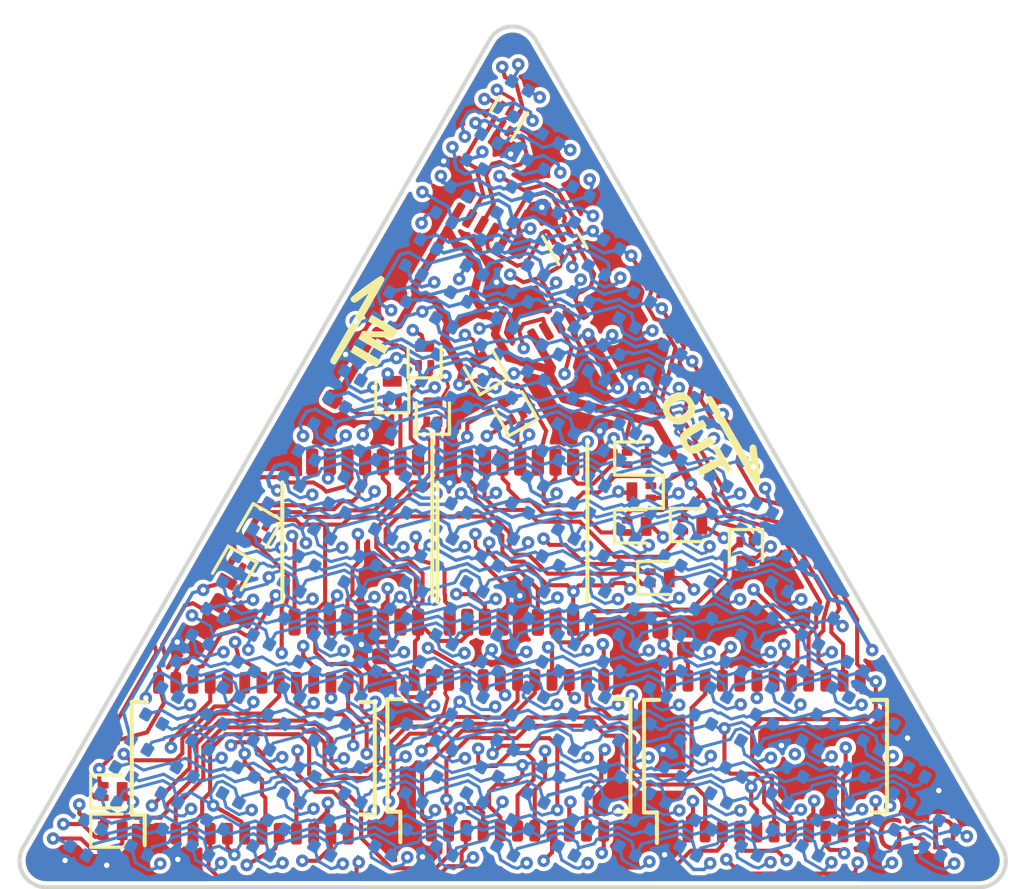
<source format=kicad_pcb>
(kicad_pcb (version 20171130) (host pcbnew "(5.1.12)-1")
  (layers (0 F.Cu signal) (1 In1.Cu signal) (2 In2.Cu signal) (31 B.Cu signal) (34 B.Paste user hide) (35 F.Paste user hide) (36 B.SilkS user hide) (37 F.SilkS user hide) (38 B.Mask user hide) (39 F.Mask user hide) (44 Edge.Cuts user))
  (net 0 "")
  (net 1 vcc)
  (net 2 gnd)
  (net 3 row_0)
  (net 4 row_1)
  (net 5 row_2)
  (net 6 srow_0)
  (net 7 srow_1)
  (net 8 srow_2)
  (net 9 row_3)
  (net 10 row_4)
  (net 11 row_5)
  (net 12 row_6)
  (net 13 row_7)
  (net 14 srow_3)
  (net 15 srow_4)
  (net 16 srow_5)
  (net 17 srow_6)
  (net 18 srow_7)
  (net 19 colr_0)
  (net 20 colb_0)
  (net 21 colg_0)
  (net 22 colg_1)
  (net 23 colb_1)
  (net 24 colr_1)
  (net 25 colr_2)
  (net 26 colb_2)
  (net 27 colg_2)
  (net 28 colg_3)
  (net 29 colb_3)
  (net 30 colr_3)
  (net 31 colr_4)
  (net 32 colb_4)
  (net 33 colg_4)
  (net 34 colg_5)
  (net 35 colb_5)
  (net 36 colr_5)
  (net 37 colr_6)
  (net 38 colb_6)
  (net 39 colg_6)
  (net 40 colg_7)
  (net 41 colb_7)
  (net 42 colr_7)
  (net 43 colr_8)
  (net 44 colb_8)
  (net 45 colg_8)
  (net 46 colg_9)
  (net 47 colb_9)
  (net 48 colr_9)
  (net 49 colr_10)
  (net 50 colb_10)
  (net 51 colg_10)
  (net 52 colr_11)
  (net 53 colb_11)
  (net 54 colg_11)
  (net 55 colr_12)
  (net 56 colb_12)
  (net 57 colg_12)
  (net 58 colg_13)
  (net 59 colb_13)
  (net 60 colr_13)
  (net 61 colg_14)
  (net 62 colb_14)
  (net 63 colr_14)
  (net 64 colr_15)
  (net 65 colb_15)
  (net 66 colg_15)
  (net 67 blank)
  (net 68 latch)
  (net 69 sclk)
  (net 70 dat)
  (net 71 sdo_U3)
  (net 72 sdo_U1>sdi_U2)
  (net 73 sdo_U2>sdi_U3)
  (net 74 dat_out)
  (net 75 row_8)
  (net 76 row_9)
  (net 77 row_10)
  (net 78 row_11)
  (net 79 row_12)
  (net 80 row_13)
  (net 81 row_14)
  (net 82 srow_8)
  (net 83 srow_9)
  (net 84 srow_10)
  (net 85 srow_11)
  (net 86 srow_12)
  (net 87 srow_13)
  (net 88 srow_14)
  (net 89 U1_r_ext)
  (net 90 U2_r_ext)
  (net 91 U3_r_ext)
  (net 92 sdo_U4>sdi_U5)
  (net 93 dat_i)
  (net 94 blank_i)
  (net 95 latch_i)
  (net 96 sclk_i)
  (module gkl_conn:5034800600 (layer F.Cu) (at 83.869205 92.703458 330)
    (fp_text reference J1 hide)
    (fp_text value input hide)
    (pad SH smd roundrect (at -2.04 2.65 330) (size 0.3 1) (layers F.Cu F.Paste F.Mask) (net 2 gnd))
    (pad SH smd roundrect (at 2.04 2.65 330) (size 0.3 1) (layers F.Cu F.Paste F.Mask) (net 1 vcc))
    (pad 1 smd roundrect (at -1.25 0 330) (size 0.3 0.7) (layers F.Cu F.Paste F.Mask) (net 1 vcc))
    (pad 2 smd roundrect (at -0.75 0 330) (size 0.3 0.7) (layers F.Cu F.Paste F.Mask) (net 93 dat_i))
    (pad 3 smd roundrect (at -0.25 0 330) (size 0.3 0.7) (layers F.Cu F.Paste F.Mask) (net 94 blank_i))
    (pad 4 smd roundrect (at 0.25 0 330) (size 0.3 0.7) (layers F.Cu F.Paste F.Mask) (net 95 latch_i))
    (pad 5 smd roundrect (at 0.75 0 330) (size 0.3 0.7) (layers F.Cu F.Paste F.Mask) (net 96 sclk_i))
    (pad 6 smd roundrect (at 1.25 0 330) (size 0.3 0.7) (layers F.Cu F.Paste F.Mask) (net 2 gnd))
  )
  (module gkl_led:led_rbag_1515 (layer B.Cu) (at 100.536417 115.155 60)
    (fp_text reference D1 hide)
    (fp_text value LED_ARGB hide)
    (pad 3 smd roundrect (at 0.55125 -0.34875 240) (size 0.443 0.406) (layers B.Cu B.Paste B.Mask) (roundrect_rratio 0.197) (net 21 colg_0))
    (pad 1 smd roundrect (at -0.55125 -0.34875 240) (size 0.443 0.406) (layers B.Cu B.Paste B.Mask) (roundrect_rratio 0.197) (net 3 row_0))
    (pad 4 smd roundrect (at 0.55125 0.34875 240) (size 0.443 0.406) (layers B.Cu B.Paste B.Mask) (roundrect_rratio 0.197) (net 19 colr_0))
    (pad 2 smd roundrect (at -0.55125 0.34875 240) (size 0.443 0.406) (layers B.Cu B.Paste B.Mask) (roundrect_rratio 0.197) (net 20 colb_0))
  )
  (module gkl_led:led_rbag_1515 (layer B.Cu) (at 79.188421 97.642814 60)
    (fp_text reference D90 hide)
    (fp_text value LED_ARGB hide)
    (pad 3 smd roundrect (at 0.55125 -0.34875 240) (size 0.443 0.406) (layers B.Cu B.Paste B.Mask) (roundrect_rratio 0.197) (net 46 colg_9))
    (pad 1 smd roundrect (at -0.55125 -0.34875 240) (size 0.443 0.406) (layers B.Cu B.Paste B.Mask) (roundrect_rratio 0.197) (net 11 row_5))
    (pad 4 smd roundrect (at 0.55125 0.34875 240) (size 0.443 0.406) (layers B.Cu B.Paste B.Mask) (roundrect_rratio 0.197) (net 48 colr_9))
    (pad 2 smd roundrect (at -0.55125 0.34875 240) (size 0.443 0.406) (layers B.Cu B.Paste B.Mask) (roundrect_rratio 0.197) (net 47 colb_9))
  )
  (module gkl_led:led_rbag_1515 (layer B.Cu) (at 98.289632 115.154547 60)
    (fp_text reference D17 hide)
    (fp_text value LED_ARGB hide)
    (pad 3 smd roundrect (at 0.55125 -0.34875 240) (size 0.443 0.406) (layers B.Cu B.Paste B.Mask) (roundrect_rratio 0.197) (net 21 colg_0))
    (pad 1 smd roundrect (at -0.55125 -0.34875 240) (size 0.443 0.406) (layers B.Cu B.Paste B.Mask) (roundrect_rratio 0.197) (net 4 row_1))
    (pad 4 smd roundrect (at 0.55125 0.34875 240) (size 0.443 0.406) (layers B.Cu B.Paste B.Mask) (roundrect_rratio 0.197) (net 19 colr_0))
    (pad 2 smd roundrect (at -0.55125 0.34875 240) (size 0.443 0.406) (layers B.Cu B.Paste B.Mask) (roundrect_rratio 0.197) (net 20 colb_0))
  )
  (module gkl_led:led_rbag_1515 (layer B.Cu) (at 99.412632 113.209453 60)
    (fp_text reference D2 hide)
    (fp_text value LED_ARGB hide)
    (pad 3 smd roundrect (at 0.55125 -0.34875 240) (size 0.443 0.406) (layers B.Cu B.Paste B.Mask) (roundrect_rratio 0.197) (net 22 colg_1))
    (pad 1 smd roundrect (at -0.55125 -0.34875 240) (size 0.443 0.406) (layers B.Cu B.Paste B.Mask) (roundrect_rratio 0.197) (net 3 row_0))
    (pad 4 smd roundrect (at 0.55125 0.34875 240) (size 0.443 0.406) (layers B.Cu B.Paste B.Mask) (roundrect_rratio 0.197) (net 24 colr_1))
    (pad 2 smd roundrect (at -0.55125 0.34875 240) (size 0.443 0.406) (layers B.Cu B.Paste B.Mask) (roundrect_rratio 0.197) (net 23 colb_1))
  )
  (module gkl_led:led_rbag_1515 (layer B.Cu) (at 98.288846 111.263907 60)
    (fp_text reference D3 hide)
    (fp_text value LED_ARGB hide)
    (pad 3 smd roundrect (at 0.55125 -0.34875 240) (size 0.443 0.406) (layers B.Cu B.Paste B.Mask) (roundrect_rratio 0.197) (net 27 colg_2))
    (pad 1 smd roundrect (at -0.55125 -0.34875 240) (size 0.443 0.406) (layers B.Cu B.Paste B.Mask) (roundrect_rratio 0.197) (net 3 row_0))
    (pad 4 smd roundrect (at 0.55125 0.34875 240) (size 0.443 0.406) (layers B.Cu B.Paste B.Mask) (roundrect_rratio 0.197) (net 25 colr_2))
    (pad 2 smd roundrect (at -0.55125 0.34875 240) (size 0.443 0.406) (layers B.Cu B.Paste B.Mask) (roundrect_rratio 0.197) (net 26 colb_2))
  )
  (module gkl_led:led_rbag_1515 (layer B.Cu) (at 97.165061 109.31836 60)
    (fp_text reference D4 hide)
    (fp_text value LED_ARGB hide)
    (pad 3 smd roundrect (at 0.55125 -0.34875 240) (size 0.443 0.406) (layers B.Cu B.Paste B.Mask) (roundrect_rratio 0.197) (net 28 colg_3))
    (pad 1 smd roundrect (at -0.55125 -0.34875 240) (size 0.443 0.406) (layers B.Cu B.Paste B.Mask) (roundrect_rratio 0.197) (net 3 row_0))
    (pad 4 smd roundrect (at 0.55125 0.34875 240) (size 0.443 0.406) (layers B.Cu B.Paste B.Mask) (roundrect_rratio 0.197) (net 30 colr_3))
    (pad 2 smd roundrect (at -0.55125 0.34875 240) (size 0.443 0.406) (layers B.Cu B.Paste B.Mask) (roundrect_rratio 0.197) (net 29 colb_3))
  )
  (module gkl_led:led_rbag_1515 (layer B.Cu) (at 96.041275 107.372814 60)
    (fp_text reference D5 hide)
    (fp_text value LED_ARGB hide)
    (pad 3 smd roundrect (at 0.55125 -0.34875 240) (size 0.443 0.406) (layers B.Cu B.Paste B.Mask) (roundrect_rratio 0.197) (net 33 colg_4))
    (pad 1 smd roundrect (at -0.55125 -0.34875 240) (size 0.443 0.406) (layers B.Cu B.Paste B.Mask) (roundrect_rratio 0.197) (net 3 row_0))
    (pad 4 smd roundrect (at 0.55125 0.34875 240) (size 0.443 0.406) (layers B.Cu B.Paste B.Mask) (roundrect_rratio 0.197) (net 31 colr_4))
    (pad 2 smd roundrect (at -0.55125 0.34875 240) (size 0.443 0.406) (layers B.Cu B.Paste B.Mask) (roundrect_rratio 0.197) (net 32 colb_4))
  )
  (module gkl_led:led_rbag_1515 (layer B.Cu) (at 94.91749 105.427267 60)
    (fp_text reference D6 hide)
    (fp_text value LED_ARGB hide)
    (pad 3 smd roundrect (at 0.55125 -0.34875 240) (size 0.443 0.406) (layers B.Cu B.Paste B.Mask) (roundrect_rratio 0.197) (net 34 colg_5))
    (pad 1 smd roundrect (at -0.55125 -0.34875 240) (size 0.443 0.406) (layers B.Cu B.Paste B.Mask) (roundrect_rratio 0.197) (net 3 row_0))
    (pad 4 smd roundrect (at 0.55125 0.34875 240) (size 0.443 0.406) (layers B.Cu B.Paste B.Mask) (roundrect_rratio 0.197) (net 36 colr_5))
    (pad 2 smd roundrect (at -0.55125 0.34875 240) (size 0.443 0.406) (layers B.Cu B.Paste B.Mask) (roundrect_rratio 0.197) (net 35 colb_5))
  )
  (module gkl_led:led_rbag_1515 (layer B.Cu) (at 93.793704 103.481721 60)
    (fp_text reference D7 hide)
    (fp_text value LED_ARGB hide)
    (pad 3 smd roundrect (at 0.55125 -0.34875 240) (size 0.443 0.406) (layers B.Cu B.Paste B.Mask) (roundrect_rratio 0.197) (net 39 colg_6))
    (pad 1 smd roundrect (at -0.55125 -0.34875 240) (size 0.443 0.406) (layers B.Cu B.Paste B.Mask) (roundrect_rratio 0.197) (net 3 row_0))
    (pad 4 smd roundrect (at 0.55125 0.34875 240) (size 0.443 0.406) (layers B.Cu B.Paste B.Mask) (roundrect_rratio 0.197) (net 37 colr_6))
    (pad 2 smd roundrect (at -0.55125 0.34875 240) (size 0.443 0.406) (layers B.Cu B.Paste B.Mask) (roundrect_rratio 0.197) (net 38 colb_6))
  )
  (module gkl_led:led_rbag_1515 (layer B.Cu) (at 92.669919 101.536174 60)
    (fp_text reference D8 hide)
    (fp_text value LED_ARGB hide)
    (pad 3 smd roundrect (at 0.55125 -0.34875 240) (size 0.443 0.406) (layers B.Cu B.Paste B.Mask) (roundrect_rratio 0.197) (net 40 colg_7))
    (pad 1 smd roundrect (at -0.55125 -0.34875 240) (size 0.443 0.406) (layers B.Cu B.Paste B.Mask) (roundrect_rratio 0.197) (net 3 row_0))
    (pad 4 smd roundrect (at 0.55125 0.34875 240) (size 0.443 0.406) (layers B.Cu B.Paste B.Mask) (roundrect_rratio 0.197) (net 42 colr_7))
    (pad 2 smd roundrect (at -0.55125 0.34875 240) (size 0.443 0.406) (layers B.Cu B.Paste B.Mask) (roundrect_rratio 0.197) (net 41 colb_7))
  )
  (module gkl_led:led_rbag_1515 (layer B.Cu) (at 91.546134 99.590628 60)
    (fp_text reference D9 hide)
    (fp_text value LED_ARGB hide)
    (pad 3 smd roundrect (at 0.55125 -0.34875 240) (size 0.443 0.406) (layers B.Cu B.Paste B.Mask) (roundrect_rratio 0.197) (net 45 colg_8))
    (pad 1 smd roundrect (at -0.55125 -0.34875 240) (size 0.443 0.406) (layers B.Cu B.Paste B.Mask) (roundrect_rratio 0.197) (net 3 row_0))
    (pad 4 smd roundrect (at 0.55125 0.34875 240) (size 0.443 0.406) (layers B.Cu B.Paste B.Mask) (roundrect_rratio 0.197) (net 43 colr_8))
    (pad 2 smd roundrect (at -0.55125 0.34875 240) (size 0.443 0.406) (layers B.Cu B.Paste B.Mask) (roundrect_rratio 0.197) (net 44 colb_8))
  )
  (module gkl_led:led_rbag_1515 (layer B.Cu) (at 90.422348 97.645081 60)
    (fp_text reference D10 hide)
    (fp_text value LED_ARGB hide)
    (pad 3 smd roundrect (at 0.55125 -0.34875 240) (size 0.443 0.406) (layers B.Cu B.Paste B.Mask) (roundrect_rratio 0.197) (net 46 colg_9))
    (pad 1 smd roundrect (at -0.55125 -0.34875 240) (size 0.443 0.406) (layers B.Cu B.Paste B.Mask) (roundrect_rratio 0.197) (net 3 row_0))
    (pad 4 smd roundrect (at 0.55125 0.34875 240) (size 0.443 0.406) (layers B.Cu B.Paste B.Mask) (roundrect_rratio 0.197) (net 48 colr_9))
    (pad 2 smd roundrect (at -0.55125 0.34875 240) (size 0.443 0.406) (layers B.Cu B.Paste B.Mask) (roundrect_rratio 0.197) (net 47 colb_9))
  )
  (module gkl_led:led_rbag_1515 (layer B.Cu) (at 89.298563 95.699535 60)
    (fp_text reference D11 hide)
    (fp_text value LED_ARGB hide)
    (pad 3 smd roundrect (at 0.55125 -0.34875 240) (size 0.443 0.406) (layers B.Cu B.Paste B.Mask) (roundrect_rratio 0.197) (net 51 colg_10))
    (pad 1 smd roundrect (at -0.55125 -0.34875 240) (size 0.443 0.406) (layers B.Cu B.Paste B.Mask) (roundrect_rratio 0.197) (net 3 row_0))
    (pad 4 smd roundrect (at 0.55125 0.34875 240) (size 0.443 0.406) (layers B.Cu B.Paste B.Mask) (roundrect_rratio 0.197) (net 49 colr_10))
    (pad 2 smd roundrect (at -0.55125 0.34875 240) (size 0.443 0.406) (layers B.Cu B.Paste B.Mask) (roundrect_rratio 0.197) (net 50 colb_10))
  )
  (module gkl_led:led_rbag_1515 (layer B.Cu) (at 88.174777 93.753988 60)
    (fp_text reference D12 hide)
    (fp_text value LED_ARGB hide)
    (pad 3 smd roundrect (at 0.55125 -0.34875 240) (size 0.443 0.406) (layers B.Cu B.Paste B.Mask) (roundrect_rratio 0.197) (net 54 colg_11))
    (pad 1 smd roundrect (at -0.55125 -0.34875 240) (size 0.443 0.406) (layers B.Cu B.Paste B.Mask) (roundrect_rratio 0.197) (net 3 row_0))
    (pad 4 smd roundrect (at 0.55125 0.34875 240) (size 0.443 0.406) (layers B.Cu B.Paste B.Mask) (roundrect_rratio 0.197) (net 52 colr_11))
    (pad 2 smd roundrect (at -0.55125 0.34875 240) (size 0.443 0.406) (layers B.Cu B.Paste B.Mask) (roundrect_rratio 0.197) (net 53 colb_11))
  )
  (module gkl_led:led_rbag_1515 (layer B.Cu) (at 87.050992 91.808442 60)
    (fp_text reference D13 hide)
    (fp_text value LED_ARGB hide)
    (pad 3 smd roundrect (at 0.55125 -0.34875 240) (size 0.443 0.406) (layers B.Cu B.Paste B.Mask) (roundrect_rratio 0.197) (net 57 colg_12))
    (pad 1 smd roundrect (at -0.55125 -0.34875 240) (size 0.443 0.406) (layers B.Cu B.Paste B.Mask) (roundrect_rratio 0.197) (net 3 row_0))
    (pad 4 smd roundrect (at 0.55125 0.34875 240) (size 0.443 0.406) (layers B.Cu B.Paste B.Mask) (roundrect_rratio 0.197) (net 55 colr_12))
    (pad 2 smd roundrect (at -0.55125 0.34875 240) (size 0.443 0.406) (layers B.Cu B.Paste B.Mask) (roundrect_rratio 0.197) (net 56 colb_12))
  )
  (module gkl_led:led_rbag_1515 (layer B.Cu) (at 85.927206 89.862895 60)
    (fp_text reference D14 hide)
    (fp_text value LED_ARGB hide)
    (pad 3 smd roundrect (at 0.55125 -0.34875 240) (size 0.443 0.406) (layers B.Cu B.Paste B.Mask) (roundrect_rratio 0.197) (net 58 colg_13))
    (pad 1 smd roundrect (at -0.55125 -0.34875 240) (size 0.443 0.406) (layers B.Cu B.Paste B.Mask) (roundrect_rratio 0.197) (net 3 row_0))
    (pad 4 smd roundrect (at 0.55125 0.34875 240) (size 0.443 0.406) (layers B.Cu B.Paste B.Mask) (roundrect_rratio 0.197) (net 60 colr_13))
    (pad 2 smd roundrect (at -0.55125 0.34875 240) (size 0.443 0.406) (layers B.Cu B.Paste B.Mask) (roundrect_rratio 0.197) (net 59 colb_13))
  )
  (module gkl_led:led_rbag_1515 (layer B.Cu) (at 84.803421 87.917349 60)
    (fp_text reference D15 hide)
    (fp_text value LED_ARGB hide)
    (pad 3 smd roundrect (at 0.55125 -0.34875 240) (size 0.443 0.406) (layers B.Cu B.Paste B.Mask) (roundrect_rratio 0.197) (net 61 colg_14))
    (pad 1 smd roundrect (at -0.55125 -0.34875 240) (size 0.443 0.406) (layers B.Cu B.Paste B.Mask) (roundrect_rratio 0.197) (net 3 row_0))
    (pad 4 smd roundrect (at 0.55125 0.34875 240) (size 0.443 0.406) (layers B.Cu B.Paste B.Mask) (roundrect_rratio 0.197) (net 63 colr_14))
    (pad 2 smd roundrect (at -0.55125 0.34875 240) (size 0.443 0.406) (layers B.Cu B.Paste B.Mask) (roundrect_rratio 0.197) (net 62 colb_14))
  )
  (module gkl_led:led_rbag_1515 (layer B.Cu) (at 97.165846 113.209 60)
    (fp_text reference D18 hide)
    (fp_text value LED_ARGB hide)
    (pad 3 smd roundrect (at 0.55125 -0.34875 240) (size 0.443 0.406) (layers B.Cu B.Paste B.Mask) (roundrect_rratio 0.197) (net 22 colg_1))
    (pad 1 smd roundrect (at -0.55125 -0.34875 240) (size 0.443 0.406) (layers B.Cu B.Paste B.Mask) (roundrect_rratio 0.197) (net 4 row_1))
    (pad 4 smd roundrect (at 0.55125 0.34875 240) (size 0.443 0.406) (layers B.Cu B.Paste B.Mask) (roundrect_rratio 0.197) (net 24 colr_1))
    (pad 2 smd roundrect (at -0.55125 0.34875 240) (size 0.443 0.406) (layers B.Cu B.Paste B.Mask) (roundrect_rratio 0.197) (net 23 colb_1))
  )
  (module gkl_led:led_rbag_1515 (layer B.Cu) (at 96.042061 111.263453 60)
    (fp_text reference D19 hide)
    (fp_text value LED_ARGB hide)
    (pad 3 smd roundrect (at 0.55125 -0.34875 240) (size 0.443 0.406) (layers B.Cu B.Paste B.Mask) (roundrect_rratio 0.197) (net 27 colg_2))
    (pad 1 smd roundrect (at -0.55125 -0.34875 240) (size 0.443 0.406) (layers B.Cu B.Paste B.Mask) (roundrect_rratio 0.197) (net 4 row_1))
    (pad 4 smd roundrect (at 0.55125 0.34875 240) (size 0.443 0.406) (layers B.Cu B.Paste B.Mask) (roundrect_rratio 0.197) (net 25 colr_2))
    (pad 2 smd roundrect (at -0.55125 0.34875 240) (size 0.443 0.406) (layers B.Cu B.Paste B.Mask) (roundrect_rratio 0.197) (net 26 colb_2))
  )
  (module gkl_led:led_rbag_1515 (layer B.Cu) (at 94.918275 109.317907 60)
    (fp_text reference D20 hide)
    (fp_text value LED_ARGB hide)
    (pad 3 smd roundrect (at 0.55125 -0.34875 240) (size 0.443 0.406) (layers B.Cu B.Paste B.Mask) (roundrect_rratio 0.197) (net 28 colg_3))
    (pad 1 smd roundrect (at -0.55125 -0.34875 240) (size 0.443 0.406) (layers B.Cu B.Paste B.Mask) (roundrect_rratio 0.197) (net 4 row_1))
    (pad 4 smd roundrect (at 0.55125 0.34875 240) (size 0.443 0.406) (layers B.Cu B.Paste B.Mask) (roundrect_rratio 0.197) (net 30 colr_3))
    (pad 2 smd roundrect (at -0.55125 0.34875 240) (size 0.443 0.406) (layers B.Cu B.Paste B.Mask) (roundrect_rratio 0.197) (net 29 colb_3))
  )
  (module gkl_led:led_rbag_1515 (layer B.Cu) (at 93.79449 107.37236 60)
    (fp_text reference D21 hide)
    (fp_text value LED_ARGB hide)
    (pad 3 smd roundrect (at 0.55125 -0.34875 240) (size 0.443 0.406) (layers B.Cu B.Paste B.Mask) (roundrect_rratio 0.197) (net 33 colg_4))
    (pad 1 smd roundrect (at -0.55125 -0.34875 240) (size 0.443 0.406) (layers B.Cu B.Paste B.Mask) (roundrect_rratio 0.197) (net 4 row_1))
    (pad 4 smd roundrect (at 0.55125 0.34875 240) (size 0.443 0.406) (layers B.Cu B.Paste B.Mask) (roundrect_rratio 0.197) (net 31 colr_4))
    (pad 2 smd roundrect (at -0.55125 0.34875 240) (size 0.443 0.406) (layers B.Cu B.Paste B.Mask) (roundrect_rratio 0.197) (net 32 colb_4))
  )
  (module gkl_led:led_rbag_1515 (layer B.Cu) (at 92.670704 105.426814 60)
    (fp_text reference D22 hide)
    (fp_text value LED_ARGB hide)
    (pad 3 smd roundrect (at 0.55125 -0.34875 240) (size 0.443 0.406) (layers B.Cu B.Paste B.Mask) (roundrect_rratio 0.197) (net 34 colg_5))
    (pad 1 smd roundrect (at -0.55125 -0.34875 240) (size 0.443 0.406) (layers B.Cu B.Paste B.Mask) (roundrect_rratio 0.197) (net 4 row_1))
    (pad 4 smd roundrect (at 0.55125 0.34875 240) (size 0.443 0.406) (layers B.Cu B.Paste B.Mask) (roundrect_rratio 0.197) (net 36 colr_5))
    (pad 2 smd roundrect (at -0.55125 0.34875 240) (size 0.443 0.406) (layers B.Cu B.Paste B.Mask) (roundrect_rratio 0.197) (net 35 colb_5))
  )
  (module gkl_led:led_rbag_1515 (layer B.Cu) (at 91.546919 103.481267 60)
    (fp_text reference D23 hide)
    (fp_text value LED_ARGB hide)
    (pad 3 smd roundrect (at 0.55125 -0.34875 240) (size 0.443 0.406) (layers B.Cu B.Paste B.Mask) (roundrect_rratio 0.197) (net 39 colg_6))
    (pad 1 smd roundrect (at -0.55125 -0.34875 240) (size 0.443 0.406) (layers B.Cu B.Paste B.Mask) (roundrect_rratio 0.197) (net 4 row_1))
    (pad 4 smd roundrect (at 0.55125 0.34875 240) (size 0.443 0.406) (layers B.Cu B.Paste B.Mask) (roundrect_rratio 0.197) (net 37 colr_6))
    (pad 2 smd roundrect (at -0.55125 0.34875 240) (size 0.443 0.406) (layers B.Cu B.Paste B.Mask) (roundrect_rratio 0.197) (net 38 colb_6))
  )
  (module gkl_led:led_rbag_1515 (layer B.Cu) (at 90.423134 101.535721 60)
    (fp_text reference D24 hide)
    (fp_text value LED_ARGB hide)
    (pad 3 smd roundrect (at 0.55125 -0.34875 240) (size 0.443 0.406) (layers B.Cu B.Paste B.Mask) (roundrect_rratio 0.197) (net 40 colg_7))
    (pad 1 smd roundrect (at -0.55125 -0.34875 240) (size 0.443 0.406) (layers B.Cu B.Paste B.Mask) (roundrect_rratio 0.197) (net 4 row_1))
    (pad 4 smd roundrect (at 0.55125 0.34875 240) (size 0.443 0.406) (layers B.Cu B.Paste B.Mask) (roundrect_rratio 0.197) (net 42 colr_7))
    (pad 2 smd roundrect (at -0.55125 0.34875 240) (size 0.443 0.406) (layers B.Cu B.Paste B.Mask) (roundrect_rratio 0.197) (net 41 colb_7))
  )
  (module gkl_led:led_rbag_1515 (layer B.Cu) (at 89.299348 99.590174 60)
    (fp_text reference D25 hide)
    (fp_text value LED_ARGB hide)
    (pad 3 smd roundrect (at 0.55125 -0.34875 240) (size 0.443 0.406) (layers B.Cu B.Paste B.Mask) (roundrect_rratio 0.197) (net 45 colg_8))
    (pad 1 smd roundrect (at -0.55125 -0.34875 240) (size 0.443 0.406) (layers B.Cu B.Paste B.Mask) (roundrect_rratio 0.197) (net 4 row_1))
    (pad 4 smd roundrect (at 0.55125 0.34875 240) (size 0.443 0.406) (layers B.Cu B.Paste B.Mask) (roundrect_rratio 0.197) (net 43 colr_8))
    (pad 2 smd roundrect (at -0.55125 0.34875 240) (size 0.443 0.406) (layers B.Cu B.Paste B.Mask) (roundrect_rratio 0.197) (net 44 colb_8))
  )
  (module gkl_led:led_rbag_1515 (layer B.Cu) (at 88.175563 97.644628 60)
    (fp_text reference D26 hide)
    (fp_text value LED_ARGB hide)
    (pad 3 smd roundrect (at 0.55125 -0.34875 240) (size 0.443 0.406) (layers B.Cu B.Paste B.Mask) (roundrect_rratio 0.197) (net 46 colg_9))
    (pad 1 smd roundrect (at -0.55125 -0.34875 240) (size 0.443 0.406) (layers B.Cu B.Paste B.Mask) (roundrect_rratio 0.197) (net 4 row_1))
    (pad 4 smd roundrect (at 0.55125 0.34875 240) (size 0.443 0.406) (layers B.Cu B.Paste B.Mask) (roundrect_rratio 0.197) (net 48 colr_9))
    (pad 2 smd roundrect (at -0.55125 0.34875 240) (size 0.443 0.406) (layers B.Cu B.Paste B.Mask) (roundrect_rratio 0.197) (net 47 colb_9))
  )
  (module gkl_led:led_rbag_1515 (layer B.Cu) (at 87.051777 95.699081 60)
    (fp_text reference D27 hide)
    (fp_text value LED_ARGB hide)
    (pad 3 smd roundrect (at 0.55125 -0.34875 240) (size 0.443 0.406) (layers B.Cu B.Paste B.Mask) (roundrect_rratio 0.197) (net 51 colg_10))
    (pad 1 smd roundrect (at -0.55125 -0.34875 240) (size 0.443 0.406) (layers B.Cu B.Paste B.Mask) (roundrect_rratio 0.197) (net 4 row_1))
    (pad 4 smd roundrect (at 0.55125 0.34875 240) (size 0.443 0.406) (layers B.Cu B.Paste B.Mask) (roundrect_rratio 0.197) (net 49 colr_10))
    (pad 2 smd roundrect (at -0.55125 0.34875 240) (size 0.443 0.406) (layers B.Cu B.Paste B.Mask) (roundrect_rratio 0.197) (net 50 colb_10))
  )
  (module gkl_led:led_rbag_1515 (layer B.Cu) (at 85.927992 93.753535 60)
    (fp_text reference D28 hide)
    (fp_text value LED_ARGB hide)
    (pad 3 smd roundrect (at 0.55125 -0.34875 240) (size 0.443 0.406) (layers B.Cu B.Paste B.Mask) (roundrect_rratio 0.197) (net 54 colg_11))
    (pad 1 smd roundrect (at -0.55125 -0.34875 240) (size 0.443 0.406) (layers B.Cu B.Paste B.Mask) (roundrect_rratio 0.197) (net 4 row_1))
    (pad 4 smd roundrect (at 0.55125 0.34875 240) (size 0.443 0.406) (layers B.Cu B.Paste B.Mask) (roundrect_rratio 0.197) (net 52 colr_11))
    (pad 2 smd roundrect (at -0.55125 0.34875 240) (size 0.443 0.406) (layers B.Cu B.Paste B.Mask) (roundrect_rratio 0.197) (net 53 colb_11))
  )
  (module gkl_led:led_rbag_1515 (layer B.Cu) (at 84.804206 91.807988 60)
    (fp_text reference D29 hide)
    (fp_text value LED_ARGB hide)
    (pad 3 smd roundrect (at 0.55125 -0.34875 240) (size 0.443 0.406) (layers B.Cu B.Paste B.Mask) (roundrect_rratio 0.197) (net 57 colg_12))
    (pad 1 smd roundrect (at -0.55125 -0.34875 240) (size 0.443 0.406) (layers B.Cu B.Paste B.Mask) (roundrect_rratio 0.197) (net 4 row_1))
    (pad 4 smd roundrect (at 0.55125 0.34875 240) (size 0.443 0.406) (layers B.Cu B.Paste B.Mask) (roundrect_rratio 0.197) (net 55 colr_12))
    (pad 2 smd roundrect (at -0.55125 0.34875 240) (size 0.443 0.406) (layers B.Cu B.Paste B.Mask) (roundrect_rratio 0.197) (net 56 colb_12))
  )
  (module gkl_led:led_rbag_1515 (layer B.Cu) (at 83.680421 89.862442 60)
    (fp_text reference D30 hide)
    (fp_text value LED_ARGB hide)
    (pad 3 smd roundrect (at 0.55125 -0.34875 240) (size 0.443 0.406) (layers B.Cu B.Paste B.Mask) (roundrect_rratio 0.197) (net 58 colg_13))
    (pad 1 smd roundrect (at -0.55125 -0.34875 240) (size 0.443 0.406) (layers B.Cu B.Paste B.Mask) (roundrect_rratio 0.197) (net 4 row_1))
    (pad 4 smd roundrect (at 0.55125 0.34875 240) (size 0.443 0.406) (layers B.Cu B.Paste B.Mask) (roundrect_rratio 0.197) (net 60 colr_13))
    (pad 2 smd roundrect (at -0.55125 0.34875 240) (size 0.443 0.406) (layers B.Cu B.Paste B.Mask) (roundrect_rratio 0.197) (net 59 colb_13))
  )
  (module gkl_led:led_rbag_1515 (layer B.Cu) (at 96.042846 115.154093 60)
    (fp_text reference D33 hide)
    (fp_text value LED_ARGB hide)
    (pad 3 smd roundrect (at 0.55125 -0.34875 240) (size 0.443 0.406) (layers B.Cu B.Paste B.Mask) (roundrect_rratio 0.197) (net 21 colg_0))
    (pad 1 smd roundrect (at -0.55125 -0.34875 240) (size 0.443 0.406) (layers B.Cu B.Paste B.Mask) (roundrect_rratio 0.197) (net 5 row_2))
    (pad 4 smd roundrect (at 0.55125 0.34875 240) (size 0.443 0.406) (layers B.Cu B.Paste B.Mask) (roundrect_rratio 0.197) (net 19 colr_0))
    (pad 2 smd roundrect (at -0.55125 0.34875 240) (size 0.443 0.406) (layers B.Cu B.Paste B.Mask) (roundrect_rratio 0.197) (net 20 colb_0))
  )
  (module gkl_led:led_rbag_1515 (layer B.Cu) (at 94.91906 113.208547 60)
    (fp_text reference D34 hide)
    (fp_text value LED_ARGB hide)
    (pad 3 smd roundrect (at 0.55125 -0.34875 240) (size 0.443 0.406) (layers B.Cu B.Paste B.Mask) (roundrect_rratio 0.197) (net 22 colg_1))
    (pad 1 smd roundrect (at -0.55125 -0.34875 240) (size 0.443 0.406) (layers B.Cu B.Paste B.Mask) (roundrect_rratio 0.197) (net 5 row_2))
    (pad 4 smd roundrect (at 0.55125 0.34875 240) (size 0.443 0.406) (layers B.Cu B.Paste B.Mask) (roundrect_rratio 0.197) (net 24 colr_1))
    (pad 2 smd roundrect (at -0.55125 0.34875 240) (size 0.443 0.406) (layers B.Cu B.Paste B.Mask) (roundrect_rratio 0.197) (net 23 colb_1))
  )
  (module gkl_led:led_rbag_1515 (layer B.Cu) (at 93.795275 111.263 60)
    (fp_text reference D35 hide)
    (fp_text value LED_ARGB hide)
    (pad 3 smd roundrect (at 0.55125 -0.34875 240) (size 0.443 0.406) (layers B.Cu B.Paste B.Mask) (roundrect_rratio 0.197) (net 27 colg_2))
    (pad 1 smd roundrect (at -0.55125 -0.34875 240) (size 0.443 0.406) (layers B.Cu B.Paste B.Mask) (roundrect_rratio 0.197) (net 5 row_2))
    (pad 4 smd roundrect (at 0.55125 0.34875 240) (size 0.443 0.406) (layers B.Cu B.Paste B.Mask) (roundrect_rratio 0.197) (net 25 colr_2))
    (pad 2 smd roundrect (at -0.55125 0.34875 240) (size 0.443 0.406) (layers B.Cu B.Paste B.Mask) (roundrect_rratio 0.197) (net 26 colb_2))
  )
  (module gkl_led:led_rbag_1515 (layer B.Cu) (at 92.67149 109.317453 60)
    (fp_text reference D36 hide)
    (fp_text value LED_ARGB hide)
    (pad 3 smd roundrect (at 0.55125 -0.34875 240) (size 0.443 0.406) (layers B.Cu B.Paste B.Mask) (roundrect_rratio 0.197) (net 28 colg_3))
    (pad 1 smd roundrect (at -0.55125 -0.34875 240) (size 0.443 0.406) (layers B.Cu B.Paste B.Mask) (roundrect_rratio 0.197) (net 5 row_2))
    (pad 4 smd roundrect (at 0.55125 0.34875 240) (size 0.443 0.406) (layers B.Cu B.Paste B.Mask) (roundrect_rratio 0.197) (net 30 colr_3))
    (pad 2 smd roundrect (at -0.55125 0.34875 240) (size 0.443 0.406) (layers B.Cu B.Paste B.Mask) (roundrect_rratio 0.197) (net 29 colb_3))
  )
  (module gkl_led:led_rbag_1515 (layer B.Cu) (at 91.547704 107.371907 60)
    (fp_text reference D37 hide)
    (fp_text value LED_ARGB hide)
    (pad 3 smd roundrect (at 0.55125 -0.34875 240) (size 0.443 0.406) (layers B.Cu B.Paste B.Mask) (roundrect_rratio 0.197) (net 33 colg_4))
    (pad 1 smd roundrect (at -0.55125 -0.34875 240) (size 0.443 0.406) (layers B.Cu B.Paste B.Mask) (roundrect_rratio 0.197) (net 5 row_2))
    (pad 4 smd roundrect (at 0.55125 0.34875 240) (size 0.443 0.406) (layers B.Cu B.Paste B.Mask) (roundrect_rratio 0.197) (net 31 colr_4))
    (pad 2 smd roundrect (at -0.55125 0.34875 240) (size 0.443 0.406) (layers B.Cu B.Paste B.Mask) (roundrect_rratio 0.197) (net 32 colb_4))
  )
  (module gkl_led:led_rbag_1515 (layer B.Cu) (at 90.423919 105.42636 60)
    (fp_text reference D38 hide)
    (fp_text value LED_ARGB hide)
    (pad 3 smd roundrect (at 0.55125 -0.34875 240) (size 0.443 0.406) (layers B.Cu B.Paste B.Mask) (roundrect_rratio 0.197) (net 34 colg_5))
    (pad 1 smd roundrect (at -0.55125 -0.34875 240) (size 0.443 0.406) (layers B.Cu B.Paste B.Mask) (roundrect_rratio 0.197) (net 5 row_2))
    (pad 4 smd roundrect (at 0.55125 0.34875 240) (size 0.443 0.406) (layers B.Cu B.Paste B.Mask) (roundrect_rratio 0.197) (net 36 colr_5))
    (pad 2 smd roundrect (at -0.55125 0.34875 240) (size 0.443 0.406) (layers B.Cu B.Paste B.Mask) (roundrect_rratio 0.197) (net 35 colb_5))
  )
  (module gkl_led:led_rbag_1515 (layer B.Cu) (at 89.300134 103.480814 60)
    (fp_text reference D39 hide)
    (fp_text value LED_ARGB hide)
    (pad 3 smd roundrect (at 0.55125 -0.34875 240) (size 0.443 0.406) (layers B.Cu B.Paste B.Mask) (roundrect_rratio 0.197) (net 39 colg_6))
    (pad 1 smd roundrect (at -0.55125 -0.34875 240) (size 0.443 0.406) (layers B.Cu B.Paste B.Mask) (roundrect_rratio 0.197) (net 5 row_2))
    (pad 4 smd roundrect (at 0.55125 0.34875 240) (size 0.443 0.406) (layers B.Cu B.Paste B.Mask) (roundrect_rratio 0.197) (net 37 colr_6))
    (pad 2 smd roundrect (at -0.55125 0.34875 240) (size 0.443 0.406) (layers B.Cu B.Paste B.Mask) (roundrect_rratio 0.197) (net 38 colb_6))
  )
  (module gkl_led:led_rbag_1515 (layer B.Cu) (at 88.176348 101.535267 60)
    (fp_text reference D40 hide)
    (fp_text value LED_ARGB hide)
    (pad 3 smd roundrect (at 0.55125 -0.34875 240) (size 0.443 0.406) (layers B.Cu B.Paste B.Mask) (roundrect_rratio 0.197) (net 40 colg_7))
    (pad 1 smd roundrect (at -0.55125 -0.34875 240) (size 0.443 0.406) (layers B.Cu B.Paste B.Mask) (roundrect_rratio 0.197) (net 5 row_2))
    (pad 4 smd roundrect (at 0.55125 0.34875 240) (size 0.443 0.406) (layers B.Cu B.Paste B.Mask) (roundrect_rratio 0.197) (net 42 colr_7))
    (pad 2 smd roundrect (at -0.55125 0.34875 240) (size 0.443 0.406) (layers B.Cu B.Paste B.Mask) (roundrect_rratio 0.197) (net 41 colb_7))
  )
  (module gkl_led:led_rbag_1515 (layer B.Cu) (at 87.052563 99.589721 60)
    (fp_text reference D41 hide)
    (fp_text value LED_ARGB hide)
    (pad 3 smd roundrect (at 0.55125 -0.34875 240) (size 0.443 0.406) (layers B.Cu B.Paste B.Mask) (roundrect_rratio 0.197) (net 45 colg_8))
    (pad 1 smd roundrect (at -0.55125 -0.34875 240) (size 0.443 0.406) (layers B.Cu B.Paste B.Mask) (roundrect_rratio 0.197) (net 5 row_2))
    (pad 4 smd roundrect (at 0.55125 0.34875 240) (size 0.443 0.406) (layers B.Cu B.Paste B.Mask) (roundrect_rratio 0.197) (net 43 colr_8))
    (pad 2 smd roundrect (at -0.55125 0.34875 240) (size 0.443 0.406) (layers B.Cu B.Paste B.Mask) (roundrect_rratio 0.197) (net 44 colb_8))
  )
  (module gkl_led:led_rbag_1515 (layer B.Cu) (at 85.928777 97.644174 60)
    (fp_text reference D42 hide)
    (fp_text value LED_ARGB hide)
    (pad 3 smd roundrect (at 0.55125 -0.34875 240) (size 0.443 0.406) (layers B.Cu B.Paste B.Mask) (roundrect_rratio 0.197) (net 46 colg_9))
    (pad 1 smd roundrect (at -0.55125 -0.34875 240) (size 0.443 0.406) (layers B.Cu B.Paste B.Mask) (roundrect_rratio 0.197) (net 5 row_2))
    (pad 4 smd roundrect (at 0.55125 0.34875 240) (size 0.443 0.406) (layers B.Cu B.Paste B.Mask) (roundrect_rratio 0.197) (net 48 colr_9))
    (pad 2 smd roundrect (at -0.55125 0.34875 240) (size 0.443 0.406) (layers B.Cu B.Paste B.Mask) (roundrect_rratio 0.197) (net 47 colb_9))
  )
  (module gkl_led:led_rbag_1515 (layer B.Cu) (at 84.804992 95.698628 60)
    (fp_text reference D43 hide)
    (fp_text value LED_ARGB hide)
    (pad 3 smd roundrect (at 0.55125 -0.34875 240) (size 0.443 0.406) (layers B.Cu B.Paste B.Mask) (roundrect_rratio 0.197) (net 51 colg_10))
    (pad 1 smd roundrect (at -0.55125 -0.34875 240) (size 0.443 0.406) (layers B.Cu B.Paste B.Mask) (roundrect_rratio 0.197) (net 5 row_2))
    (pad 4 smd roundrect (at 0.55125 0.34875 240) (size 0.443 0.406) (layers B.Cu B.Paste B.Mask) (roundrect_rratio 0.197) (net 49 colr_10))
    (pad 2 smd roundrect (at -0.55125 0.34875 240) (size 0.443 0.406) (layers B.Cu B.Paste B.Mask) (roundrect_rratio 0.197) (net 50 colb_10))
  )
  (module gkl_led:led_rbag_1515 (layer B.Cu) (at 83.681206 93.753081 60)
    (fp_text reference D44 hide)
    (fp_text value LED_ARGB hide)
    (pad 3 smd roundrect (at 0.55125 -0.34875 240) (size 0.443 0.406) (layers B.Cu B.Paste B.Mask) (roundrect_rratio 0.197) (net 54 colg_11))
    (pad 1 smd roundrect (at -0.55125 -0.34875 240) (size 0.443 0.406) (layers B.Cu B.Paste B.Mask) (roundrect_rratio 0.197) (net 5 row_2))
    (pad 4 smd roundrect (at 0.55125 0.34875 240) (size 0.443 0.406) (layers B.Cu B.Paste B.Mask) (roundrect_rratio 0.197) (net 52 colr_11))
    (pad 2 smd roundrect (at -0.55125 0.34875 240) (size 0.443 0.406) (layers B.Cu B.Paste B.Mask) (roundrect_rratio 0.197) (net 53 colb_11))
  )
  (module gkl_led:led_rbag_1515 (layer B.Cu) (at 82.557421 91.807535 60)
    (fp_text reference D45 hide)
    (fp_text value LED_ARGB hide)
    (pad 3 smd roundrect (at 0.55125 -0.34875 240) (size 0.443 0.406) (layers B.Cu B.Paste B.Mask) (roundrect_rratio 0.197) (net 57 colg_12))
    (pad 1 smd roundrect (at -0.55125 -0.34875 240) (size 0.443 0.406) (layers B.Cu B.Paste B.Mask) (roundrect_rratio 0.197) (net 5 row_2))
    (pad 4 smd roundrect (at 0.55125 0.34875 240) (size 0.443 0.406) (layers B.Cu B.Paste B.Mask) (roundrect_rratio 0.197) (net 55 colr_12))
    (pad 2 smd roundrect (at -0.55125 0.34875 240) (size 0.443 0.406) (layers B.Cu B.Paste B.Mask) (roundrect_rratio 0.197) (net 56 colb_12))
  )
  (module gkl_led:led_rbag_1515 (layer B.Cu) (at 93.796061 115.15364 60)
    (fp_text reference D49 hide)
    (fp_text value LED_ARGB hide)
    (pad 3 smd roundrect (at 0.55125 -0.34875 240) (size 0.443 0.406) (layers B.Cu B.Paste B.Mask) (roundrect_rratio 0.197) (net 21 colg_0))
    (pad 1 smd roundrect (at -0.55125 -0.34875 240) (size 0.443 0.406) (layers B.Cu B.Paste B.Mask) (roundrect_rratio 0.197) (net 9 row_3))
    (pad 4 smd roundrect (at 0.55125 0.34875 240) (size 0.443 0.406) (layers B.Cu B.Paste B.Mask) (roundrect_rratio 0.197) (net 19 colr_0))
    (pad 2 smd roundrect (at -0.55125 0.34875 240) (size 0.443 0.406) (layers B.Cu B.Paste B.Mask) (roundrect_rratio 0.197) (net 20 colb_0))
  )
  (module gkl_led:led_rbag_1515 (layer B.Cu) (at 92.672275 113.208093 60)
    (fp_text reference D50 hide)
    (fp_text value LED_ARGB hide)
    (pad 3 smd roundrect (at 0.55125 -0.34875 240) (size 0.443 0.406) (layers B.Cu B.Paste B.Mask) (roundrect_rratio 0.197) (net 22 colg_1))
    (pad 1 smd roundrect (at -0.55125 -0.34875 240) (size 0.443 0.406) (layers B.Cu B.Paste B.Mask) (roundrect_rratio 0.197) (net 9 row_3))
    (pad 4 smd roundrect (at 0.55125 0.34875 240) (size 0.443 0.406) (layers B.Cu B.Paste B.Mask) (roundrect_rratio 0.197) (net 24 colr_1))
    (pad 2 smd roundrect (at -0.55125 0.34875 240) (size 0.443 0.406) (layers B.Cu B.Paste B.Mask) (roundrect_rratio 0.197) (net 23 colb_1))
  )
  (module gkl_led:led_rbag_1515 (layer B.Cu) (at 91.54849 111.262547 60)
    (fp_text reference D51 hide)
    (fp_text value LED_ARGB hide)
    (pad 3 smd roundrect (at 0.55125 -0.34875 240) (size 0.443 0.406) (layers B.Cu B.Paste B.Mask) (roundrect_rratio 0.197) (net 27 colg_2))
    (pad 1 smd roundrect (at -0.55125 -0.34875 240) (size 0.443 0.406) (layers B.Cu B.Paste B.Mask) (roundrect_rratio 0.197) (net 9 row_3))
    (pad 4 smd roundrect (at 0.55125 0.34875 240) (size 0.443 0.406) (layers B.Cu B.Paste B.Mask) (roundrect_rratio 0.197) (net 25 colr_2))
    (pad 2 smd roundrect (at -0.55125 0.34875 240) (size 0.443 0.406) (layers B.Cu B.Paste B.Mask) (roundrect_rratio 0.197) (net 26 colb_2))
  )
  (module gkl_led:led_rbag_1515 (layer B.Cu) (at 90.424704 109.317 60)
    (fp_text reference D52 hide)
    (fp_text value LED_ARGB hide)
    (pad 3 smd roundrect (at 0.55125 -0.34875 240) (size 0.443 0.406) (layers B.Cu B.Paste B.Mask) (roundrect_rratio 0.197) (net 28 colg_3))
    (pad 1 smd roundrect (at -0.55125 -0.34875 240) (size 0.443 0.406) (layers B.Cu B.Paste B.Mask) (roundrect_rratio 0.197) (net 9 row_3))
    (pad 4 smd roundrect (at 0.55125 0.34875 240) (size 0.443 0.406) (layers B.Cu B.Paste B.Mask) (roundrect_rratio 0.197) (net 30 colr_3))
    (pad 2 smd roundrect (at -0.55125 0.34875 240) (size 0.443 0.406) (layers B.Cu B.Paste B.Mask) (roundrect_rratio 0.197) (net 29 colb_3))
  )
  (module gkl_led:led_rbag_1515 (layer B.Cu) (at 89.300919 107.371453 60)
    (fp_text reference D53 hide)
    (fp_text value LED_ARGB hide)
    (pad 3 smd roundrect (at 0.55125 -0.34875 240) (size 0.443 0.406) (layers B.Cu B.Paste B.Mask) (roundrect_rratio 0.197) (net 33 colg_4))
    (pad 1 smd roundrect (at -0.55125 -0.34875 240) (size 0.443 0.406) (layers B.Cu B.Paste B.Mask) (roundrect_rratio 0.197) (net 9 row_3))
    (pad 4 smd roundrect (at 0.55125 0.34875 240) (size 0.443 0.406) (layers B.Cu B.Paste B.Mask) (roundrect_rratio 0.197) (net 31 colr_4))
    (pad 2 smd roundrect (at -0.55125 0.34875 240) (size 0.443 0.406) (layers B.Cu B.Paste B.Mask) (roundrect_rratio 0.197) (net 32 colb_4))
  )
  (module gkl_led:led_rbag_1515 (layer B.Cu) (at 88.177134 105.425907 60)
    (fp_text reference D54 hide)
    (fp_text value LED_ARGB hide)
    (pad 3 smd roundrect (at 0.55125 -0.34875 240) (size 0.443 0.406) (layers B.Cu B.Paste B.Mask) (roundrect_rratio 0.197) (net 34 colg_5))
    (pad 1 smd roundrect (at -0.55125 -0.34875 240) (size 0.443 0.406) (layers B.Cu B.Paste B.Mask) (roundrect_rratio 0.197) (net 9 row_3))
    (pad 4 smd roundrect (at 0.55125 0.34875 240) (size 0.443 0.406) (layers B.Cu B.Paste B.Mask) (roundrect_rratio 0.197) (net 36 colr_5))
    (pad 2 smd roundrect (at -0.55125 0.34875 240) (size 0.443 0.406) (layers B.Cu B.Paste B.Mask) (roundrect_rratio 0.197) (net 35 colb_5))
  )
  (module gkl_led:led_rbag_1515 (layer B.Cu) (at 87.053348 103.48036 60)
    (fp_text reference D55 hide)
    (fp_text value LED_ARGB hide)
    (pad 3 smd roundrect (at 0.55125 -0.34875 240) (size 0.443 0.406) (layers B.Cu B.Paste B.Mask) (roundrect_rratio 0.197) (net 39 colg_6))
    (pad 1 smd roundrect (at -0.55125 -0.34875 240) (size 0.443 0.406) (layers B.Cu B.Paste B.Mask) (roundrect_rratio 0.197) (net 9 row_3))
    (pad 4 smd roundrect (at 0.55125 0.34875 240) (size 0.443 0.406) (layers B.Cu B.Paste B.Mask) (roundrect_rratio 0.197) (net 37 colr_6))
    (pad 2 smd roundrect (at -0.55125 0.34875 240) (size 0.443 0.406) (layers B.Cu B.Paste B.Mask) (roundrect_rratio 0.197) (net 38 colb_6))
  )
  (module gkl_led:led_rbag_1515 (layer B.Cu) (at 85.929563 101.534814 60)
    (fp_text reference D56 hide)
    (fp_text value LED_ARGB hide)
    (pad 3 smd roundrect (at 0.55125 -0.34875 240) (size 0.443 0.406) (layers B.Cu B.Paste B.Mask) (roundrect_rratio 0.197) (net 40 colg_7))
    (pad 1 smd roundrect (at -0.55125 -0.34875 240) (size 0.443 0.406) (layers B.Cu B.Paste B.Mask) (roundrect_rratio 0.197) (net 9 row_3))
    (pad 4 smd roundrect (at 0.55125 0.34875 240) (size 0.443 0.406) (layers B.Cu B.Paste B.Mask) (roundrect_rratio 0.197) (net 42 colr_7))
    (pad 2 smd roundrect (at -0.55125 0.34875 240) (size 0.443 0.406) (layers B.Cu B.Paste B.Mask) (roundrect_rratio 0.197) (net 41 colb_7))
  )
  (module gkl_led:led_rbag_1515 (layer B.Cu) (at 84.805777 99.589267 60)
    (fp_text reference D57 hide)
    (fp_text value LED_ARGB hide)
    (pad 3 smd roundrect (at 0.55125 -0.34875 240) (size 0.443 0.406) (layers B.Cu B.Paste B.Mask) (roundrect_rratio 0.197) (net 45 colg_8))
    (pad 1 smd roundrect (at -0.55125 -0.34875 240) (size 0.443 0.406) (layers B.Cu B.Paste B.Mask) (roundrect_rratio 0.197) (net 9 row_3))
    (pad 4 smd roundrect (at 0.55125 0.34875 240) (size 0.443 0.406) (layers B.Cu B.Paste B.Mask) (roundrect_rratio 0.197) (net 43 colr_8))
    (pad 2 smd roundrect (at -0.55125 0.34875 240) (size 0.443 0.406) (layers B.Cu B.Paste B.Mask) (roundrect_rratio 0.197) (net 44 colb_8))
  )
  (module gkl_led:led_rbag_1515 (layer B.Cu) (at 83.681992 97.643721 60)
    (fp_text reference D58 hide)
    (fp_text value LED_ARGB hide)
    (pad 3 smd roundrect (at 0.55125 -0.34875 240) (size 0.443 0.406) (layers B.Cu B.Paste B.Mask) (roundrect_rratio 0.197) (net 46 colg_9))
    (pad 1 smd roundrect (at -0.55125 -0.34875 240) (size 0.443 0.406) (layers B.Cu B.Paste B.Mask) (roundrect_rratio 0.197) (net 9 row_3))
    (pad 4 smd roundrect (at 0.55125 0.34875 240) (size 0.443 0.406) (layers B.Cu B.Paste B.Mask) (roundrect_rratio 0.197) (net 48 colr_9))
    (pad 2 smd roundrect (at -0.55125 0.34875 240) (size 0.443 0.406) (layers B.Cu B.Paste B.Mask) (roundrect_rratio 0.197) (net 47 colb_9))
  )
  (module gkl_led:led_rbag_1515 (layer B.Cu) (at 82.558206 95.698174 60)
    (fp_text reference D59 hide)
    (fp_text value LED_ARGB hide)
    (pad 3 smd roundrect (at 0.55125 -0.34875 240) (size 0.443 0.406) (layers B.Cu B.Paste B.Mask) (roundrect_rratio 0.197) (net 51 colg_10))
    (pad 1 smd roundrect (at -0.55125 -0.34875 240) (size 0.443 0.406) (layers B.Cu B.Paste B.Mask) (roundrect_rratio 0.197) (net 9 row_3))
    (pad 4 smd roundrect (at 0.55125 0.34875 240) (size 0.443 0.406) (layers B.Cu B.Paste B.Mask) (roundrect_rratio 0.197) (net 49 colr_10))
    (pad 2 smd roundrect (at -0.55125 0.34875 240) (size 0.443 0.406) (layers B.Cu B.Paste B.Mask) (roundrect_rratio 0.197) (net 50 colb_10))
  )
  (module gkl_led:led_rbag_1515 (layer B.Cu) (at 81.434421 93.752628 60)
    (fp_text reference D60 hide)
    (fp_text value LED_ARGB hide)
    (pad 3 smd roundrect (at 0.55125 -0.34875 240) (size 0.443 0.406) (layers B.Cu B.Paste B.Mask) (roundrect_rratio 0.197) (net 54 colg_11))
    (pad 1 smd roundrect (at -0.55125 -0.34875 240) (size 0.443 0.406) (layers B.Cu B.Paste B.Mask) (roundrect_rratio 0.197) (net 9 row_3))
    (pad 4 smd roundrect (at 0.55125 0.34875 240) (size 0.443 0.406) (layers B.Cu B.Paste B.Mask) (roundrect_rratio 0.197) (net 52 colr_11))
    (pad 2 smd roundrect (at -0.55125 0.34875 240) (size 0.443 0.406) (layers B.Cu B.Paste B.Mask) (roundrect_rratio 0.197) (net 53 colb_11))
  )
  (module gkl_led:led_rbag_1515 (layer B.Cu) (at 91.549275 115.153186 60)
    (fp_text reference D65 hide)
    (fp_text value LED_ARGB hide)
    (pad 3 smd roundrect (at 0.55125 -0.34875 240) (size 0.443 0.406) (layers B.Cu B.Paste B.Mask) (roundrect_rratio 0.197) (net 21 colg_0))
    (pad 1 smd roundrect (at -0.55125 -0.34875 240) (size 0.443 0.406) (layers B.Cu B.Paste B.Mask) (roundrect_rratio 0.197) (net 10 row_4))
    (pad 4 smd roundrect (at 0.55125 0.34875 240) (size 0.443 0.406) (layers B.Cu B.Paste B.Mask) (roundrect_rratio 0.197) (net 19 colr_0))
    (pad 2 smd roundrect (at -0.55125 0.34875 240) (size 0.443 0.406) (layers B.Cu B.Paste B.Mask) (roundrect_rratio 0.197) (net 20 colb_0))
  )
  (module gkl_led:led_rbag_1515 (layer B.Cu) (at 90.42549 113.20764 60)
    (fp_text reference D66 hide)
    (fp_text value LED_ARGB hide)
    (pad 3 smd roundrect (at 0.55125 -0.34875 240) (size 0.443 0.406) (layers B.Cu B.Paste B.Mask) (roundrect_rratio 0.197) (net 22 colg_1))
    (pad 1 smd roundrect (at -0.55125 -0.34875 240) (size 0.443 0.406) (layers B.Cu B.Paste B.Mask) (roundrect_rratio 0.197) (net 10 row_4))
    (pad 4 smd roundrect (at 0.55125 0.34875 240) (size 0.443 0.406) (layers B.Cu B.Paste B.Mask) (roundrect_rratio 0.197) (net 24 colr_1))
    (pad 2 smd roundrect (at -0.55125 0.34875 240) (size 0.443 0.406) (layers B.Cu B.Paste B.Mask) (roundrect_rratio 0.197) (net 23 colb_1))
  )
  (module gkl_led:led_rbag_1515 (layer B.Cu) (at 89.301704 111.262093 60)
    (fp_text reference D67 hide)
    (fp_text value LED_ARGB hide)
    (pad 3 smd roundrect (at 0.55125 -0.34875 240) (size 0.443 0.406) (layers B.Cu B.Paste B.Mask) (roundrect_rratio 0.197) (net 27 colg_2))
    (pad 1 smd roundrect (at -0.55125 -0.34875 240) (size 0.443 0.406) (layers B.Cu B.Paste B.Mask) (roundrect_rratio 0.197) (net 10 row_4))
    (pad 4 smd roundrect (at 0.55125 0.34875 240) (size 0.443 0.406) (layers B.Cu B.Paste B.Mask) (roundrect_rratio 0.197) (net 25 colr_2))
    (pad 2 smd roundrect (at -0.55125 0.34875 240) (size 0.443 0.406) (layers B.Cu B.Paste B.Mask) (roundrect_rratio 0.197) (net 26 colb_2))
  )
  (module gkl_led:led_rbag_1515 (layer B.Cu) (at 88.177919 109.316547 60)
    (fp_text reference D68 hide)
    (fp_text value LED_ARGB hide)
    (pad 3 smd roundrect (at 0.55125 -0.34875 240) (size 0.443 0.406) (layers B.Cu B.Paste B.Mask) (roundrect_rratio 0.197) (net 28 colg_3))
    (pad 1 smd roundrect (at -0.55125 -0.34875 240) (size 0.443 0.406) (layers B.Cu B.Paste B.Mask) (roundrect_rratio 0.197) (net 10 row_4))
    (pad 4 smd roundrect (at 0.55125 0.34875 240) (size 0.443 0.406) (layers B.Cu B.Paste B.Mask) (roundrect_rratio 0.197) (net 30 colr_3))
    (pad 2 smd roundrect (at -0.55125 0.34875 240) (size 0.443 0.406) (layers B.Cu B.Paste B.Mask) (roundrect_rratio 0.197) (net 29 colb_3))
  )
  (module gkl_led:led_rbag_1515 (layer B.Cu) (at 87.054134 107.371 60)
    (fp_text reference D69 hide)
    (fp_text value LED_ARGB hide)
    (pad 3 smd roundrect (at 0.55125 -0.34875 240) (size 0.443 0.406) (layers B.Cu B.Paste B.Mask) (roundrect_rratio 0.197) (net 33 colg_4))
    (pad 1 smd roundrect (at -0.55125 -0.34875 240) (size 0.443 0.406) (layers B.Cu B.Paste B.Mask) (roundrect_rratio 0.197) (net 10 row_4))
    (pad 4 smd roundrect (at 0.55125 0.34875 240) (size 0.443 0.406) (layers B.Cu B.Paste B.Mask) (roundrect_rratio 0.197) (net 31 colr_4))
    (pad 2 smd roundrect (at -0.55125 0.34875 240) (size 0.443 0.406) (layers B.Cu B.Paste B.Mask) (roundrect_rratio 0.197) (net 32 colb_4))
  )
  (module gkl_led:led_rbag_1515 (layer B.Cu) (at 85.930348 105.425453 60)
    (fp_text reference D70 hide)
    (fp_text value LED_ARGB hide)
    (pad 3 smd roundrect (at 0.55125 -0.34875 240) (size 0.443 0.406) (layers B.Cu B.Paste B.Mask) (roundrect_rratio 0.197) (net 34 colg_5))
    (pad 1 smd roundrect (at -0.55125 -0.34875 240) (size 0.443 0.406) (layers B.Cu B.Paste B.Mask) (roundrect_rratio 0.197) (net 10 row_4))
    (pad 4 smd roundrect (at 0.55125 0.34875 240) (size 0.443 0.406) (layers B.Cu B.Paste B.Mask) (roundrect_rratio 0.197) (net 36 colr_5))
    (pad 2 smd roundrect (at -0.55125 0.34875 240) (size 0.443 0.406) (layers B.Cu B.Paste B.Mask) (roundrect_rratio 0.197) (net 35 colb_5))
  )
  (module gkl_led:led_rbag_1515 (layer B.Cu) (at 84.806563 103.479907 60)
    (fp_text reference D71 hide)
    (fp_text value LED_ARGB hide)
    (pad 3 smd roundrect (at 0.55125 -0.34875 240) (size 0.443 0.406) (layers B.Cu B.Paste B.Mask) (roundrect_rratio 0.197) (net 39 colg_6))
    (pad 1 smd roundrect (at -0.55125 -0.34875 240) (size 0.443 0.406) (layers B.Cu B.Paste B.Mask) (roundrect_rratio 0.197) (net 10 row_4))
    (pad 4 smd roundrect (at 0.55125 0.34875 240) (size 0.443 0.406) (layers B.Cu B.Paste B.Mask) (roundrect_rratio 0.197) (net 37 colr_6))
    (pad 2 smd roundrect (at -0.55125 0.34875 240) (size 0.443 0.406) (layers B.Cu B.Paste B.Mask) (roundrect_rratio 0.197) (net 38 colb_6))
  )
  (module gkl_led:led_rbag_1515 (layer B.Cu) (at 83.682777 101.53436 60)
    (fp_text reference D72 hide)
    (fp_text value LED_ARGB hide)
    (pad 3 smd roundrect (at 0.55125 -0.34875 240) (size 0.443 0.406) (layers B.Cu B.Paste B.Mask) (roundrect_rratio 0.197) (net 40 colg_7))
    (pad 1 smd roundrect (at -0.55125 -0.34875 240) (size 0.443 0.406) (layers B.Cu B.Paste B.Mask) (roundrect_rratio 0.197) (net 10 row_4))
    (pad 4 smd roundrect (at 0.55125 0.34875 240) (size 0.443 0.406) (layers B.Cu B.Paste B.Mask) (roundrect_rratio 0.197) (net 42 colr_7))
    (pad 2 smd roundrect (at -0.55125 0.34875 240) (size 0.443 0.406) (layers B.Cu B.Paste B.Mask) (roundrect_rratio 0.197) (net 41 colb_7))
  )
  (module gkl_led:led_rbag_1515 (layer B.Cu) (at 82.558992 99.588814 60)
    (fp_text reference D73 hide)
    (fp_text value LED_ARGB hide)
    (pad 3 smd roundrect (at 0.55125 -0.34875 240) (size 0.443 0.406) (layers B.Cu B.Paste B.Mask) (roundrect_rratio 0.197) (net 45 colg_8))
    (pad 1 smd roundrect (at -0.55125 -0.34875 240) (size 0.443 0.406) (layers B.Cu B.Paste B.Mask) (roundrect_rratio 0.197) (net 10 row_4))
    (pad 4 smd roundrect (at 0.55125 0.34875 240) (size 0.443 0.406) (layers B.Cu B.Paste B.Mask) (roundrect_rratio 0.197) (net 43 colr_8))
    (pad 2 smd roundrect (at -0.55125 0.34875 240) (size 0.443 0.406) (layers B.Cu B.Paste B.Mask) (roundrect_rratio 0.197) (net 44 colb_8))
  )
  (module gkl_led:led_rbag_1515 (layer B.Cu) (at 81.435206 97.643267 60)
    (fp_text reference D74 hide)
    (fp_text value LED_ARGB hide)
    (pad 3 smd roundrect (at 0.55125 -0.34875 240) (size 0.443 0.406) (layers B.Cu B.Paste B.Mask) (roundrect_rratio 0.197) (net 46 colg_9))
    (pad 1 smd roundrect (at -0.55125 -0.34875 240) (size 0.443 0.406) (layers B.Cu B.Paste B.Mask) (roundrect_rratio 0.197) (net 10 row_4))
    (pad 4 smd roundrect (at 0.55125 0.34875 240) (size 0.443 0.406) (layers B.Cu B.Paste B.Mask) (roundrect_rratio 0.197) (net 48 colr_9))
    (pad 2 smd roundrect (at -0.55125 0.34875 240) (size 0.443 0.406) (layers B.Cu B.Paste B.Mask) (roundrect_rratio 0.197) (net 47 colb_9))
  )
  (module gkl_led:led_rbag_1515 (layer B.Cu) (at 80.311421 95.697721 60)
    (fp_text reference D75 hide)
    (fp_text value LED_ARGB hide)
    (pad 3 smd roundrect (at 0.55125 -0.34875 240) (size 0.443 0.406) (layers B.Cu B.Paste B.Mask) (roundrect_rratio 0.197) (net 51 colg_10))
    (pad 1 smd roundrect (at -0.55125 -0.34875 240) (size 0.443 0.406) (layers B.Cu B.Paste B.Mask) (roundrect_rratio 0.197) (net 10 row_4))
    (pad 4 smd roundrect (at 0.55125 0.34875 240) (size 0.443 0.406) (layers B.Cu B.Paste B.Mask) (roundrect_rratio 0.197) (net 49 colr_10))
    (pad 2 smd roundrect (at -0.55125 0.34875 240) (size 0.443 0.406) (layers B.Cu B.Paste B.Mask) (roundrect_rratio 0.197) (net 50 colb_10))
  )
  (module gkl_led:led_rbag_1515 (layer B.Cu) (at 89.30249 115.152733 60)
    (fp_text reference D81 hide)
    (fp_text value LED_ARGB hide)
    (pad 3 smd roundrect (at 0.55125 -0.34875 240) (size 0.443 0.406) (layers B.Cu B.Paste B.Mask) (roundrect_rratio 0.197) (net 21 colg_0))
    (pad 1 smd roundrect (at -0.55125 -0.34875 240) (size 0.443 0.406) (layers B.Cu B.Paste B.Mask) (roundrect_rratio 0.197) (net 11 row_5))
    (pad 4 smd roundrect (at 0.55125 0.34875 240) (size 0.443 0.406) (layers B.Cu B.Paste B.Mask) (roundrect_rratio 0.197) (net 19 colr_0))
    (pad 2 smd roundrect (at -0.55125 0.34875 240) (size 0.443 0.406) (layers B.Cu B.Paste B.Mask) (roundrect_rratio 0.197) (net 20 colb_0))
  )
  (module gkl_led:led_rbag_1515 (layer B.Cu) (at 88.178704 113.207186 60)
    (fp_text reference D82 hide)
    (fp_text value LED_ARGB hide)
    (pad 3 smd roundrect (at 0.55125 -0.34875 240) (size 0.443 0.406) (layers B.Cu B.Paste B.Mask) (roundrect_rratio 0.197) (net 22 colg_1))
    (pad 1 smd roundrect (at -0.55125 -0.34875 240) (size 0.443 0.406) (layers B.Cu B.Paste B.Mask) (roundrect_rratio 0.197) (net 11 row_5))
    (pad 4 smd roundrect (at 0.55125 0.34875 240) (size 0.443 0.406) (layers B.Cu B.Paste B.Mask) (roundrect_rratio 0.197) (net 24 colr_1))
    (pad 2 smd roundrect (at -0.55125 0.34875 240) (size 0.443 0.406) (layers B.Cu B.Paste B.Mask) (roundrect_rratio 0.197) (net 23 colb_1))
  )
  (module gkl_led:led_rbag_1515 (layer B.Cu) (at 87.054919 111.26164 60)
    (fp_text reference D83 hide)
    (fp_text value LED_ARGB hide)
    (pad 3 smd roundrect (at 0.55125 -0.34875 240) (size 0.443 0.406) (layers B.Cu B.Paste B.Mask) (roundrect_rratio 0.197) (net 27 colg_2))
    (pad 1 smd roundrect (at -0.55125 -0.34875 240) (size 0.443 0.406) (layers B.Cu B.Paste B.Mask) (roundrect_rratio 0.197) (net 11 row_5))
    (pad 4 smd roundrect (at 0.55125 0.34875 240) (size 0.443 0.406) (layers B.Cu B.Paste B.Mask) (roundrect_rratio 0.197) (net 25 colr_2))
    (pad 2 smd roundrect (at -0.55125 0.34875 240) (size 0.443 0.406) (layers B.Cu B.Paste B.Mask) (roundrect_rratio 0.197) (net 26 colb_2))
  )
  (module gkl_led:led_rbag_1515 (layer B.Cu) (at 85.931134 109.316093 60)
    (fp_text reference D84 hide)
    (fp_text value LED_ARGB hide)
    (pad 3 smd roundrect (at 0.55125 -0.34875 240) (size 0.443 0.406) (layers B.Cu B.Paste B.Mask) (roundrect_rratio 0.197) (net 28 colg_3))
    (pad 1 smd roundrect (at -0.55125 -0.34875 240) (size 0.443 0.406) (layers B.Cu B.Paste B.Mask) (roundrect_rratio 0.197) (net 11 row_5))
    (pad 4 smd roundrect (at 0.55125 0.34875 240) (size 0.443 0.406) (layers B.Cu B.Paste B.Mask) (roundrect_rratio 0.197) (net 30 colr_3))
    (pad 2 smd roundrect (at -0.55125 0.34875 240) (size 0.443 0.406) (layers B.Cu B.Paste B.Mask) (roundrect_rratio 0.197) (net 29 colb_3))
  )
  (module gkl_led:led_rbag_1515 (layer B.Cu) (at 84.807348 107.370547 60)
    (fp_text reference D85 hide)
    (fp_text value LED_ARGB hide)
    (pad 3 smd roundrect (at 0.55125 -0.34875 240) (size 0.443 0.406) (layers B.Cu B.Paste B.Mask) (roundrect_rratio 0.197) (net 33 colg_4))
    (pad 1 smd roundrect (at -0.55125 -0.34875 240) (size 0.443 0.406) (layers B.Cu B.Paste B.Mask) (roundrect_rratio 0.197) (net 11 row_5))
    (pad 4 smd roundrect (at 0.55125 0.34875 240) (size 0.443 0.406) (layers B.Cu B.Paste B.Mask) (roundrect_rratio 0.197) (net 31 colr_4))
    (pad 2 smd roundrect (at -0.55125 0.34875 240) (size 0.443 0.406) (layers B.Cu B.Paste B.Mask) (roundrect_rratio 0.197) (net 32 colb_4))
  )
  (module gkl_led:led_rbag_1515 (layer B.Cu) (at 83.683563 105.425 60)
    (fp_text reference D86 hide)
    (fp_text value LED_ARGB hide)
    (pad 3 smd roundrect (at 0.55125 -0.34875 240) (size 0.443 0.406) (layers B.Cu B.Paste B.Mask) (roundrect_rratio 0.197) (net 34 colg_5))
    (pad 1 smd roundrect (at -0.55125 -0.34875 240) (size 0.443 0.406) (layers B.Cu B.Paste B.Mask) (roundrect_rratio 0.197) (net 11 row_5))
    (pad 4 smd roundrect (at 0.55125 0.34875 240) (size 0.443 0.406) (layers B.Cu B.Paste B.Mask) (roundrect_rratio 0.197) (net 36 colr_5))
    (pad 2 smd roundrect (at -0.55125 0.34875 240) (size 0.443 0.406) (layers B.Cu B.Paste B.Mask) (roundrect_rratio 0.197) (net 35 colb_5))
  )
  (module gkl_led:led_rbag_1515 (layer B.Cu) (at 82.559778 103.479453 60)
    (fp_text reference D87 hide)
    (fp_text value LED_ARGB hide)
    (pad 3 smd roundrect (at 0.55125 -0.34875 240) (size 0.443 0.406) (layers B.Cu B.Paste B.Mask) (roundrect_rratio 0.197) (net 39 colg_6))
    (pad 1 smd roundrect (at -0.55125 -0.34875 240) (size 0.443 0.406) (layers B.Cu B.Paste B.Mask) (roundrect_rratio 0.197) (net 11 row_5))
    (pad 4 smd roundrect (at 0.55125 0.34875 240) (size 0.443 0.406) (layers B.Cu B.Paste B.Mask) (roundrect_rratio 0.197) (net 37 colr_6))
    (pad 2 smd roundrect (at -0.55125 0.34875 240) (size 0.443 0.406) (layers B.Cu B.Paste B.Mask) (roundrect_rratio 0.197) (net 38 colb_6))
  )
  (module gkl_led:led_rbag_1515 (layer B.Cu) (at 81.435992 101.533907 60)
    (fp_text reference D88 hide)
    (fp_text value LED_ARGB hide)
    (pad 3 smd roundrect (at 0.55125 -0.34875 240) (size 0.443 0.406) (layers B.Cu B.Paste B.Mask) (roundrect_rratio 0.197) (net 40 colg_7))
    (pad 1 smd roundrect (at -0.55125 -0.34875 240) (size 0.443 0.406) (layers B.Cu B.Paste B.Mask) (roundrect_rratio 0.197) (net 11 row_5))
    (pad 4 smd roundrect (at 0.55125 0.34875 240) (size 0.443 0.406) (layers B.Cu B.Paste B.Mask) (roundrect_rratio 0.197) (net 42 colr_7))
    (pad 2 smd roundrect (at -0.55125 0.34875 240) (size 0.443 0.406) (layers B.Cu B.Paste B.Mask) (roundrect_rratio 0.197) (net 41 colb_7))
  )
  (module gkl_led:led_rbag_1515 (layer B.Cu) (at 80.312206 99.58836 60)
    (fp_text reference D89 hide)
    (fp_text value LED_ARGB hide)
    (pad 3 smd roundrect (at 0.55125 -0.34875 240) (size 0.443 0.406) (layers B.Cu B.Paste B.Mask) (roundrect_rratio 0.197) (net 45 colg_8))
    (pad 1 smd roundrect (at -0.55125 -0.34875 240) (size 0.443 0.406) (layers B.Cu B.Paste B.Mask) (roundrect_rratio 0.197) (net 11 row_5))
    (pad 4 smd roundrect (at 0.55125 0.34875 240) (size 0.443 0.406) (layers B.Cu B.Paste B.Mask) (roundrect_rratio 0.197) (net 43 colr_8))
    (pad 2 smd roundrect (at -0.55125 0.34875 240) (size 0.443 0.406) (layers B.Cu B.Paste B.Mask) (roundrect_rratio 0.197) (net 44 colb_8))
  )
  (module gkl_led:led_rbag_1515 (layer B.Cu) (at 80.312992 103.479 60)
    (fp_text reference D103 hide)
    (fp_text value LED_ARGB hide)
    (pad 3 smd roundrect (at 0.55125 -0.34875 240) (size 0.443 0.406) (layers B.Cu B.Paste B.Mask) (roundrect_rratio 0.197) (net 39 colg_6))
    (pad 1 smd roundrect (at -0.55125 -0.34875 240) (size 0.443 0.406) (layers B.Cu B.Paste B.Mask) (roundrect_rratio 0.197) (net 12 row_6))
    (pad 4 smd roundrect (at 0.55125 0.34875 240) (size 0.443 0.406) (layers B.Cu B.Paste B.Mask) (roundrect_rratio 0.197) (net 37 colr_6))
    (pad 2 smd roundrect (at -0.55125 0.34875 240) (size 0.443 0.406) (layers B.Cu B.Paste B.Mask) (roundrect_rratio 0.197) (net 38 colb_6))
  )
  (module gkl_led:led_rbag_1515 (layer B.Cu) (at 87.055704 115.152279 60)
    (fp_text reference D97 hide)
    (fp_text value LED_ARGB hide)
    (pad 3 smd roundrect (at 0.55125 -0.34875 240) (size 0.443 0.406) (layers B.Cu B.Paste B.Mask) (roundrect_rratio 0.197) (net 21 colg_0))
    (pad 1 smd roundrect (at -0.55125 -0.34875 240) (size 0.443 0.406) (layers B.Cu B.Paste B.Mask) (roundrect_rratio 0.197) (net 12 row_6))
    (pad 4 smd roundrect (at 0.55125 0.34875 240) (size 0.443 0.406) (layers B.Cu B.Paste B.Mask) (roundrect_rratio 0.197) (net 19 colr_0))
    (pad 2 smd roundrect (at -0.55125 0.34875 240) (size 0.443 0.406) (layers B.Cu B.Paste B.Mask) (roundrect_rratio 0.197) (net 20 colb_0))
  )
  (module gkl_led:led_rbag_1515 (layer B.Cu) (at 85.931919 113.206733 60)
    (fp_text reference D98 hide)
    (fp_text value LED_ARGB hide)
    (pad 3 smd roundrect (at 0.55125 -0.34875 240) (size 0.443 0.406) (layers B.Cu B.Paste B.Mask) (roundrect_rratio 0.197) (net 22 colg_1))
    (pad 1 smd roundrect (at -0.55125 -0.34875 240) (size 0.443 0.406) (layers B.Cu B.Paste B.Mask) (roundrect_rratio 0.197) (net 12 row_6))
    (pad 4 smd roundrect (at 0.55125 0.34875 240) (size 0.443 0.406) (layers B.Cu B.Paste B.Mask) (roundrect_rratio 0.197) (net 24 colr_1))
    (pad 2 smd roundrect (at -0.55125 0.34875 240) (size 0.443 0.406) (layers B.Cu B.Paste B.Mask) (roundrect_rratio 0.197) (net 23 colb_1))
  )
  (module gkl_led:led_rbag_1515 (layer B.Cu) (at 84.808134 111.261186 60)
    (fp_text reference D99 hide)
    (fp_text value LED_ARGB hide)
    (pad 3 smd roundrect (at 0.55125 -0.34875 240) (size 0.443 0.406) (layers B.Cu B.Paste B.Mask) (roundrect_rratio 0.197) (net 27 colg_2))
    (pad 1 smd roundrect (at -0.55125 -0.34875 240) (size 0.443 0.406) (layers B.Cu B.Paste B.Mask) (roundrect_rratio 0.197) (net 12 row_6))
    (pad 4 smd roundrect (at 0.55125 0.34875 240) (size 0.443 0.406) (layers B.Cu B.Paste B.Mask) (roundrect_rratio 0.197) (net 25 colr_2))
    (pad 2 smd roundrect (at -0.55125 0.34875 240) (size 0.443 0.406) (layers B.Cu B.Paste B.Mask) (roundrect_rratio 0.197) (net 26 colb_2))
  )
  (module gkl_led:led_rbag_1515 (layer B.Cu) (at 83.684348 109.31564 60)
    (fp_text reference D100 hide)
    (fp_text value LED_ARGB hide)
    (pad 3 smd roundrect (at 0.55125 -0.34875 240) (size 0.443 0.406) (layers B.Cu B.Paste B.Mask) (roundrect_rratio 0.197) (net 28 colg_3))
    (pad 1 smd roundrect (at -0.55125 -0.34875 240) (size 0.443 0.406) (layers B.Cu B.Paste B.Mask) (roundrect_rratio 0.197) (net 12 row_6))
    (pad 4 smd roundrect (at 0.55125 0.34875 240) (size 0.443 0.406) (layers B.Cu B.Paste B.Mask) (roundrect_rratio 0.197) (net 30 colr_3))
    (pad 2 smd roundrect (at -0.55125 0.34875 240) (size 0.443 0.406) (layers B.Cu B.Paste B.Mask) (roundrect_rratio 0.197) (net 29 colb_3))
  )
  (module gkl_led:led_rbag_1515 (layer B.Cu) (at 82.560563 107.370093 60)
    (fp_text reference D101 hide)
    (fp_text value LED_ARGB hide)
    (pad 3 smd roundrect (at 0.55125 -0.34875 240) (size 0.443 0.406) (layers B.Cu B.Paste B.Mask) (roundrect_rratio 0.197) (net 33 colg_4))
    (pad 1 smd roundrect (at -0.55125 -0.34875 240) (size 0.443 0.406) (layers B.Cu B.Paste B.Mask) (roundrect_rratio 0.197) (net 12 row_6))
    (pad 4 smd roundrect (at 0.55125 0.34875 240) (size 0.443 0.406) (layers B.Cu B.Paste B.Mask) (roundrect_rratio 0.197) (net 31 colr_4))
    (pad 2 smd roundrect (at -0.55125 0.34875 240) (size 0.443 0.406) (layers B.Cu B.Paste B.Mask) (roundrect_rratio 0.197) (net 32 colb_4))
  )
  (module gkl_led:led_rbag_1515 (layer B.Cu) (at 81.436777 105.424547 60)
    (fp_text reference D102 hide)
    (fp_text value LED_ARGB hide)
    (pad 3 smd roundrect (at 0.55125 -0.34875 240) (size 0.443 0.406) (layers B.Cu B.Paste B.Mask) (roundrect_rratio 0.197) (net 34 colg_5))
    (pad 1 smd roundrect (at -0.55125 -0.34875 240) (size 0.443 0.406) (layers B.Cu B.Paste B.Mask) (roundrect_rratio 0.197) (net 12 row_6))
    (pad 4 smd roundrect (at 0.55125 0.34875 240) (size 0.443 0.406) (layers B.Cu B.Paste B.Mask) (roundrect_rratio 0.197) (net 36 colr_5))
    (pad 2 smd roundrect (at -0.55125 0.34875 240) (size 0.443 0.406) (layers B.Cu B.Paste B.Mask) (roundrect_rratio 0.197) (net 35 colb_5))
  )
  (module gkl_led:led_rbag_1515 (layer B.Cu) (at 79.189206 101.533453 60)
    (fp_text reference D104 hide)
    (fp_text value LED_ARGB hide)
    (pad 3 smd roundrect (at 0.55125 -0.34875 240) (size 0.443 0.406) (layers B.Cu B.Paste B.Mask) (roundrect_rratio 0.197) (net 40 colg_7))
    (pad 1 smd roundrect (at -0.55125 -0.34875 240) (size 0.443 0.406) (layers B.Cu B.Paste B.Mask) (roundrect_rratio 0.197) (net 12 row_6))
    (pad 4 smd roundrect (at 0.55125 0.34875 240) (size 0.443 0.406) (layers B.Cu B.Paste B.Mask) (roundrect_rratio 0.197) (net 42 colr_7))
    (pad 2 smd roundrect (at -0.55125 0.34875 240) (size 0.443 0.406) (layers B.Cu B.Paste B.Mask) (roundrect_rratio 0.197) (net 41 colb_7))
  )
  (module gkl_led:led_rbag_1515 (layer B.Cu) (at 78.065421 99.587907 60)
    (fp_text reference D105 hide)
    (fp_text value LED_ARGB hide)
    (pad 3 smd roundrect (at 0.55125 -0.34875 240) (size 0.443 0.406) (layers B.Cu B.Paste B.Mask) (roundrect_rratio 0.197) (net 45 colg_8))
    (pad 1 smd roundrect (at -0.55125 -0.34875 240) (size 0.443 0.406) (layers B.Cu B.Paste B.Mask) (roundrect_rratio 0.197) (net 12 row_6))
    (pad 4 smd roundrect (at 0.55125 0.34875 240) (size 0.443 0.406) (layers B.Cu B.Paste B.Mask) (roundrect_rratio 0.197) (net 43 colr_8))
    (pad 2 smd roundrect (at -0.55125 0.34875 240) (size 0.443 0.406) (layers B.Cu B.Paste B.Mask) (roundrect_rratio 0.197) (net 44 colb_8))
  )
  (module gkl_led:led_rbag_1515 (layer B.Cu) (at 84.808919 115.151826 60)
    (fp_text reference D113 hide)
    (fp_text value LED_ARGB hide)
    (pad 3 smd roundrect (at 0.55125 -0.34875 240) (size 0.443 0.406) (layers B.Cu B.Paste B.Mask) (roundrect_rratio 0.197) (net 21 colg_0))
    (pad 1 smd roundrect (at -0.55125 -0.34875 240) (size 0.443 0.406) (layers B.Cu B.Paste B.Mask) (roundrect_rratio 0.197) (net 13 row_7))
    (pad 4 smd roundrect (at 0.55125 0.34875 240) (size 0.443 0.406) (layers B.Cu B.Paste B.Mask) (roundrect_rratio 0.197) (net 19 colr_0))
    (pad 2 smd roundrect (at -0.55125 0.34875 240) (size 0.443 0.406) (layers B.Cu B.Paste B.Mask) (roundrect_rratio 0.197) (net 20 colb_0))
  )
  (module gkl_led:led_rbag_1515 (layer B.Cu) (at 83.685134 113.206279 60)
    (fp_text reference D114 hide)
    (fp_text value LED_ARGB hide)
    (pad 3 smd roundrect (at 0.55125 -0.34875 240) (size 0.443 0.406) (layers B.Cu B.Paste B.Mask) (roundrect_rratio 0.197) (net 22 colg_1))
    (pad 1 smd roundrect (at -0.55125 -0.34875 240) (size 0.443 0.406) (layers B.Cu B.Paste B.Mask) (roundrect_rratio 0.197) (net 13 row_7))
    (pad 4 smd roundrect (at 0.55125 0.34875 240) (size 0.443 0.406) (layers B.Cu B.Paste B.Mask) (roundrect_rratio 0.197) (net 24 colr_1))
    (pad 2 smd roundrect (at -0.55125 0.34875 240) (size 0.443 0.406) (layers B.Cu B.Paste B.Mask) (roundrect_rratio 0.197) (net 23 colb_1))
  )
  (module gkl_led:led_rbag_1515 (layer B.Cu) (at 82.561348 111.260733 60)
    (fp_text reference D115 hide)
    (fp_text value LED_ARGB hide)
    (pad 3 smd roundrect (at 0.55125 -0.34875 240) (size 0.443 0.406) (layers B.Cu B.Paste B.Mask) (roundrect_rratio 0.197) (net 27 colg_2))
    (pad 1 smd roundrect (at -0.55125 -0.34875 240) (size 0.443 0.406) (layers B.Cu B.Paste B.Mask) (roundrect_rratio 0.197) (net 13 row_7))
    (pad 4 smd roundrect (at 0.55125 0.34875 240) (size 0.443 0.406) (layers B.Cu B.Paste B.Mask) (roundrect_rratio 0.197) (net 25 colr_2))
    (pad 2 smd roundrect (at -0.55125 0.34875 240) (size 0.443 0.406) (layers B.Cu B.Paste B.Mask) (roundrect_rratio 0.197) (net 26 colb_2))
  )
  (module gkl_led:led_rbag_1515 (layer B.Cu) (at 81.437563 109.315186 60)
    (fp_text reference D116 hide)
    (fp_text value LED_ARGB hide)
    (pad 3 smd roundrect (at 0.55125 -0.34875 240) (size 0.443 0.406) (layers B.Cu B.Paste B.Mask) (roundrect_rratio 0.197) (net 28 colg_3))
    (pad 1 smd roundrect (at -0.55125 -0.34875 240) (size 0.443 0.406) (layers B.Cu B.Paste B.Mask) (roundrect_rratio 0.197) (net 13 row_7))
    (pad 4 smd roundrect (at 0.55125 0.34875 240) (size 0.443 0.406) (layers B.Cu B.Paste B.Mask) (roundrect_rratio 0.197) (net 30 colr_3))
    (pad 2 smd roundrect (at -0.55125 0.34875 240) (size 0.443 0.406) (layers B.Cu B.Paste B.Mask) (roundrect_rratio 0.197) (net 29 colb_3))
  )
  (module gkl_led:led_rbag_1515 (layer B.Cu) (at 80.313777 107.36964 60)
    (fp_text reference D117 hide)
    (fp_text value LED_ARGB hide)
    (pad 3 smd roundrect (at 0.55125 -0.34875 240) (size 0.443 0.406) (layers B.Cu B.Paste B.Mask) (roundrect_rratio 0.197) (net 33 colg_4))
    (pad 1 smd roundrect (at -0.55125 -0.34875 240) (size 0.443 0.406) (layers B.Cu B.Paste B.Mask) (roundrect_rratio 0.197) (net 13 row_7))
    (pad 4 smd roundrect (at 0.55125 0.34875 240) (size 0.443 0.406) (layers B.Cu B.Paste B.Mask) (roundrect_rratio 0.197) (net 31 colr_4))
    (pad 2 smd roundrect (at -0.55125 0.34875 240) (size 0.443 0.406) (layers B.Cu B.Paste B.Mask) (roundrect_rratio 0.197) (net 32 colb_4))
  )
  (module gkl_led:led_rbag_1515 (layer B.Cu) (at 79.189992 105.424093 60)
    (fp_text reference D118 hide)
    (fp_text value LED_ARGB hide)
    (pad 3 smd roundrect (at 0.55125 -0.34875 240) (size 0.443 0.406) (layers B.Cu B.Paste B.Mask) (roundrect_rratio 0.197) (net 34 colg_5))
    (pad 1 smd roundrect (at -0.55125 -0.34875 240) (size 0.443 0.406) (layers B.Cu B.Paste B.Mask) (roundrect_rratio 0.197) (net 13 row_7))
    (pad 4 smd roundrect (at 0.55125 0.34875 240) (size 0.443 0.406) (layers B.Cu B.Paste B.Mask) (roundrect_rratio 0.197) (net 36 colr_5))
    (pad 2 smd roundrect (at -0.55125 0.34875 240) (size 0.443 0.406) (layers B.Cu B.Paste B.Mask) (roundrect_rratio 0.197) (net 35 colb_5))
  )
  (module gkl_led:led_rbag_1515 (layer B.Cu) (at 78.066206 103.478547 60)
    (fp_text reference D119 hide)
    (fp_text value LED_ARGB hide)
    (pad 3 smd roundrect (at 0.55125 -0.34875 240) (size 0.443 0.406) (layers B.Cu B.Paste B.Mask) (roundrect_rratio 0.197) (net 39 colg_6))
    (pad 1 smd roundrect (at -0.55125 -0.34875 240) (size 0.443 0.406) (layers B.Cu B.Paste B.Mask) (roundrect_rratio 0.197) (net 13 row_7))
    (pad 4 smd roundrect (at 0.55125 0.34875 240) (size 0.443 0.406) (layers B.Cu B.Paste B.Mask) (roundrect_rratio 0.197) (net 37 colr_6))
    (pad 2 smd roundrect (at -0.55125 0.34875 240) (size 0.443 0.406) (layers B.Cu B.Paste B.Mask) (roundrect_rratio 0.197) (net 38 colb_6))
  )
  (module gkl_led:led_rbag_1515 (layer B.Cu) (at 76.942421 101.533 60)
    (fp_text reference D120 hide)
    (fp_text value LED_ARGB hide)
    (pad 3 smd roundrect (at 0.55125 -0.34875 240) (size 0.443 0.406) (layers B.Cu B.Paste B.Mask) (roundrect_rratio 0.197) (net 40 colg_7))
    (pad 1 smd roundrect (at -0.55125 -0.34875 240) (size 0.443 0.406) (layers B.Cu B.Paste B.Mask) (roundrect_rratio 0.197) (net 13 row_7))
    (pad 4 smd roundrect (at 0.55125 0.34875 240) (size 0.443 0.406) (layers B.Cu B.Paste B.Mask) (roundrect_rratio 0.197) (net 42 colr_7))
    (pad 2 smd roundrect (at -0.55125 0.34875 240) (size 0.443 0.406) (layers B.Cu B.Paste B.Mask) (roundrect_rratio 0.197) (net 41 colb_7))
  )
  (module gkl_led:led_rbag_1515 (layer B.Cu) (at 82.562134 115.151372 60)
    (fp_text reference D129 hide)
    (fp_text value LED_ARGB hide)
    (pad 3 smd roundrect (at 0.55125 -0.34875 240) (size 0.443 0.406) (layers B.Cu B.Paste B.Mask) (roundrect_rratio 0.197) (net 21 colg_0))
    (pad 1 smd roundrect (at -0.55125 -0.34875 240) (size 0.443 0.406) (layers B.Cu B.Paste B.Mask) (roundrect_rratio 0.197) (net 75 row_8))
    (pad 4 smd roundrect (at 0.55125 0.34875 240) (size 0.443 0.406) (layers B.Cu B.Paste B.Mask) (roundrect_rratio 0.197) (net 19 colr_0))
    (pad 2 smd roundrect (at -0.55125 0.34875 240) (size 0.443 0.406) (layers B.Cu B.Paste B.Mask) (roundrect_rratio 0.197) (net 20 colb_0))
  )
  (module gkl_led:led_rbag_1515 (layer B.Cu) (at 81.438348 113.205826 60)
    (fp_text reference D130 hide)
    (fp_text value LED_ARGB hide)
    (pad 3 smd roundrect (at 0.55125 -0.34875 240) (size 0.443 0.406) (layers B.Cu B.Paste B.Mask) (roundrect_rratio 0.197) (net 22 colg_1))
    (pad 1 smd roundrect (at -0.55125 -0.34875 240) (size 0.443 0.406) (layers B.Cu B.Paste B.Mask) (roundrect_rratio 0.197) (net 75 row_8))
    (pad 4 smd roundrect (at 0.55125 0.34875 240) (size 0.443 0.406) (layers B.Cu B.Paste B.Mask) (roundrect_rratio 0.197) (net 24 colr_1))
    (pad 2 smd roundrect (at -0.55125 0.34875 240) (size 0.443 0.406) (layers B.Cu B.Paste B.Mask) (roundrect_rratio 0.197) (net 23 colb_1))
  )
  (module gkl_led:led_rbag_1515 (layer B.Cu) (at 80.314563 111.260279 60)
    (fp_text reference D131 hide)
    (fp_text value LED_ARGB hide)
    (pad 3 smd roundrect (at 0.55125 -0.34875 240) (size 0.443 0.406) (layers B.Cu B.Paste B.Mask) (roundrect_rratio 0.197) (net 27 colg_2))
    (pad 1 smd roundrect (at -0.55125 -0.34875 240) (size 0.443 0.406) (layers B.Cu B.Paste B.Mask) (roundrect_rratio 0.197) (net 75 row_8))
    (pad 4 smd roundrect (at 0.55125 0.34875 240) (size 0.443 0.406) (layers B.Cu B.Paste B.Mask) (roundrect_rratio 0.197) (net 25 colr_2))
    (pad 2 smd roundrect (at -0.55125 0.34875 240) (size 0.443 0.406) (layers B.Cu B.Paste B.Mask) (roundrect_rratio 0.197) (net 26 colb_2))
  )
  (module gkl_led:led_rbag_1515 (layer B.Cu) (at 79.190777 109.314733 60)
    (fp_text reference D132 hide)
    (fp_text value LED_ARGB hide)
    (pad 3 smd roundrect (at 0.55125 -0.34875 240) (size 0.443 0.406) (layers B.Cu B.Paste B.Mask) (roundrect_rratio 0.197) (net 28 colg_3))
    (pad 1 smd roundrect (at -0.55125 -0.34875 240) (size 0.443 0.406) (layers B.Cu B.Paste B.Mask) (roundrect_rratio 0.197) (net 75 row_8))
    (pad 4 smd roundrect (at 0.55125 0.34875 240) (size 0.443 0.406) (layers B.Cu B.Paste B.Mask) (roundrect_rratio 0.197) (net 30 colr_3))
    (pad 2 smd roundrect (at -0.55125 0.34875 240) (size 0.443 0.406) (layers B.Cu B.Paste B.Mask) (roundrect_rratio 0.197) (net 29 colb_3))
  )
  (module gkl_led:led_rbag_1515 (layer B.Cu) (at 78.066992 107.369186 60)
    (fp_text reference D133 hide)
    (fp_text value LED_ARGB hide)
    (pad 3 smd roundrect (at 0.55125 -0.34875 240) (size 0.443 0.406) (layers B.Cu B.Paste B.Mask) (roundrect_rratio 0.197) (net 33 colg_4))
    (pad 1 smd roundrect (at -0.55125 -0.34875 240) (size 0.443 0.406) (layers B.Cu B.Paste B.Mask) (roundrect_rratio 0.197) (net 75 row_8))
    (pad 4 smd roundrect (at 0.55125 0.34875 240) (size 0.443 0.406) (layers B.Cu B.Paste B.Mask) (roundrect_rratio 0.197) (net 31 colr_4))
    (pad 2 smd roundrect (at -0.55125 0.34875 240) (size 0.443 0.406) (layers B.Cu B.Paste B.Mask) (roundrect_rratio 0.197) (net 32 colb_4))
  )
  (module gkl_led:led_rbag_1515 (layer B.Cu) (at 76.943206 105.42364 60)
    (fp_text reference D134 hide)
    (fp_text value LED_ARGB hide)
    (pad 3 smd roundrect (at 0.55125 -0.34875 240) (size 0.443 0.406) (layers B.Cu B.Paste B.Mask) (roundrect_rratio 0.197) (net 34 colg_5))
    (pad 1 smd roundrect (at -0.55125 -0.34875 240) (size 0.443 0.406) (layers B.Cu B.Paste B.Mask) (roundrect_rratio 0.197) (net 75 row_8))
    (pad 4 smd roundrect (at 0.55125 0.34875 240) (size 0.443 0.406) (layers B.Cu B.Paste B.Mask) (roundrect_rratio 0.197) (net 36 colr_5))
    (pad 2 smd roundrect (at -0.55125 0.34875 240) (size 0.443 0.406) (layers B.Cu B.Paste B.Mask) (roundrect_rratio 0.197) (net 35 colb_5))
  )
  (module gkl_led:led_rbag_1515 (layer B.Cu) (at 75.819421 103.478093 60)
    (fp_text reference D135 hide)
    (fp_text value LED_ARGB hide)
    (pad 3 smd roundrect (at 0.55125 -0.34875 240) (size 0.443 0.406) (layers B.Cu B.Paste B.Mask) (roundrect_rratio 0.197) (net 39 colg_6))
    (pad 1 smd roundrect (at -0.55125 -0.34875 240) (size 0.443 0.406) (layers B.Cu B.Paste B.Mask) (roundrect_rratio 0.197) (net 75 row_8))
    (pad 4 smd roundrect (at 0.55125 0.34875 240) (size 0.443 0.406) (layers B.Cu B.Paste B.Mask) (roundrect_rratio 0.197) (net 37 colr_6))
    (pad 2 smd roundrect (at -0.55125 0.34875 240) (size 0.443 0.406) (layers B.Cu B.Paste B.Mask) (roundrect_rratio 0.197) (net 38 colb_6))
  )
  (module gkl_led:led_rbag_1515 (layer B.Cu) (at 80.315348 115.150919 60)
    (fp_text reference D145 hide)
    (fp_text value LED_ARGB hide)
    (pad 3 smd roundrect (at 0.55125 -0.34875 240) (size 0.443 0.406) (layers B.Cu B.Paste B.Mask) (roundrect_rratio 0.197) (net 21 colg_0))
    (pad 1 smd roundrect (at -0.55125 -0.34875 240) (size 0.443 0.406) (layers B.Cu B.Paste B.Mask) (roundrect_rratio 0.197) (net 76 row_9))
    (pad 4 smd roundrect (at 0.55125 0.34875 240) (size 0.443 0.406) (layers B.Cu B.Paste B.Mask) (roundrect_rratio 0.197) (net 19 colr_0))
    (pad 2 smd roundrect (at -0.55125 0.34875 240) (size 0.443 0.406) (layers B.Cu B.Paste B.Mask) (roundrect_rratio 0.197) (net 20 colb_0))
  )
  (module gkl_led:led_rbag_1515 (layer B.Cu) (at 79.191563 113.205372 60)
    (fp_text reference D146 hide)
    (fp_text value LED_ARGB hide)
    (pad 3 smd roundrect (at 0.55125 -0.34875 240) (size 0.443 0.406) (layers B.Cu B.Paste B.Mask) (roundrect_rratio 0.197) (net 22 colg_1))
    (pad 1 smd roundrect (at -0.55125 -0.34875 240) (size 0.443 0.406) (layers B.Cu B.Paste B.Mask) (roundrect_rratio 0.197) (net 76 row_9))
    (pad 4 smd roundrect (at 0.55125 0.34875 240) (size 0.443 0.406) (layers B.Cu B.Paste B.Mask) (roundrect_rratio 0.197) (net 24 colr_1))
    (pad 2 smd roundrect (at -0.55125 0.34875 240) (size 0.443 0.406) (layers B.Cu B.Paste B.Mask) (roundrect_rratio 0.197) (net 23 colb_1))
  )
  (module gkl_led:led_rbag_1515 (layer B.Cu) (at 78.067777 111.259826 60)
    (fp_text reference D147 hide)
    (fp_text value LED_ARGB hide)
    (pad 3 smd roundrect (at 0.55125 -0.34875 240) (size 0.443 0.406) (layers B.Cu B.Paste B.Mask) (roundrect_rratio 0.197) (net 27 colg_2))
    (pad 1 smd roundrect (at -0.55125 -0.34875 240) (size 0.443 0.406) (layers B.Cu B.Paste B.Mask) (roundrect_rratio 0.197) (net 76 row_9))
    (pad 4 smd roundrect (at 0.55125 0.34875 240) (size 0.443 0.406) (layers B.Cu B.Paste B.Mask) (roundrect_rratio 0.197) (net 25 colr_2))
    (pad 2 smd roundrect (at -0.55125 0.34875 240) (size 0.443 0.406) (layers B.Cu B.Paste B.Mask) (roundrect_rratio 0.197) (net 26 colb_2))
  )
  (module gkl_led:led_rbag_1515 (layer B.Cu) (at 76.943992 109.314279 60)
    (fp_text reference D148 hide)
    (fp_text value LED_ARGB hide)
    (pad 3 smd roundrect (at 0.55125 -0.34875 240) (size 0.443 0.406) (layers B.Cu B.Paste B.Mask) (roundrect_rratio 0.197) (net 28 colg_3))
    (pad 1 smd roundrect (at -0.55125 -0.34875 240) (size 0.443 0.406) (layers B.Cu B.Paste B.Mask) (roundrect_rratio 0.197) (net 76 row_9))
    (pad 4 smd roundrect (at 0.55125 0.34875 240) (size 0.443 0.406) (layers B.Cu B.Paste B.Mask) (roundrect_rratio 0.197) (net 30 colr_3))
    (pad 2 smd roundrect (at -0.55125 0.34875 240) (size 0.443 0.406) (layers B.Cu B.Paste B.Mask) (roundrect_rratio 0.197) (net 29 colb_3))
  )
  (module gkl_led:led_rbag_1515 (layer B.Cu) (at 75.820206 107.368734 60)
    (fp_text reference D149 hide)
    (fp_text value LED_ARGB hide)
    (pad 3 smd roundrect (at 0.55125 -0.34875 240) (size 0.443 0.406) (layers B.Cu B.Paste B.Mask) (roundrect_rratio 0.197) (net 33 colg_4))
    (pad 1 smd roundrect (at -0.55125 -0.34875 240) (size 0.443 0.406) (layers B.Cu B.Paste B.Mask) (roundrect_rratio 0.197) (net 76 row_9))
    (pad 4 smd roundrect (at 0.55125 0.34875 240) (size 0.443 0.406) (layers B.Cu B.Paste B.Mask) (roundrect_rratio 0.197) (net 31 colr_4))
    (pad 2 smd roundrect (at -0.55125 0.34875 240) (size 0.443 0.406) (layers B.Cu B.Paste B.Mask) (roundrect_rratio 0.197) (net 32 colb_4))
  )
  (module gkl_led:led_rbag_1515 (layer B.Cu) (at 74.696421 105.423186 60)
    (fp_text reference D150 hide)
    (fp_text value LED_ARGB hide)
    (pad 3 smd roundrect (at 0.55125 -0.34875 240) (size 0.443 0.406) (layers B.Cu B.Paste B.Mask) (roundrect_rratio 0.197) (net 34 colg_5))
    (pad 1 smd roundrect (at -0.55125 -0.34875 240) (size 0.443 0.406) (layers B.Cu B.Paste B.Mask) (roundrect_rratio 0.197) (net 76 row_9))
    (pad 4 smd roundrect (at 0.55125 0.34875 240) (size 0.443 0.406) (layers B.Cu B.Paste B.Mask) (roundrect_rratio 0.197) (net 36 colr_5))
    (pad 2 smd roundrect (at -0.55125 0.34875 240) (size 0.443 0.406) (layers B.Cu B.Paste B.Mask) (roundrect_rratio 0.197) (net 35 colb_5))
  )
  (module gkl_led:led_rbag_1515 (layer B.Cu) (at 78.068563 115.150465 60)
    (fp_text reference D161 hide)
    (fp_text value LED_ARGB hide)
    (pad 3 smd roundrect (at 0.55125 -0.34875 240) (size 0.443 0.406) (layers B.Cu B.Paste B.Mask) (roundrect_rratio 0.197) (net 21 colg_0))
    (pad 1 smd roundrect (at -0.55125 -0.34875 240) (size 0.443 0.406) (layers B.Cu B.Paste B.Mask) (roundrect_rratio 0.197) (net 77 row_10))
    (pad 4 smd roundrect (at 0.55125 0.34875 240) (size 0.443 0.406) (layers B.Cu B.Paste B.Mask) (roundrect_rratio 0.197) (net 19 colr_0))
    (pad 2 smd roundrect (at -0.55125 0.34875 240) (size 0.443 0.406) (layers B.Cu B.Paste B.Mask) (roundrect_rratio 0.197) (net 20 colb_0))
  )
  (module gkl_led:led_rbag_1515 (layer B.Cu) (at 76.944777 113.204919 60)
    (fp_text reference D162 hide)
    (fp_text value LED_ARGB hide)
    (pad 3 smd roundrect (at 0.55125 -0.34875 240) (size 0.443 0.406) (layers B.Cu B.Paste B.Mask) (roundrect_rratio 0.197) (net 22 colg_1))
    (pad 1 smd roundrect (at -0.55125 -0.34875 240) (size 0.443 0.406) (layers B.Cu B.Paste B.Mask) (roundrect_rratio 0.197) (net 77 row_10))
    (pad 4 smd roundrect (at 0.55125 0.34875 240) (size 0.443 0.406) (layers B.Cu B.Paste B.Mask) (roundrect_rratio 0.197) (net 24 colr_1))
    (pad 2 smd roundrect (at -0.55125 0.34875 240) (size 0.443 0.406) (layers B.Cu B.Paste B.Mask) (roundrect_rratio 0.197) (net 23 colb_1))
  )
  (module gkl_led:led_rbag_1515 (layer B.Cu) (at 75.820992 111.259372 60)
    (fp_text reference D163 hide)
    (fp_text value LED_ARGB hide)
    (pad 3 smd roundrect (at 0.55125 -0.34875 240) (size 0.443 0.406) (layers B.Cu B.Paste B.Mask) (roundrect_rratio 0.197) (net 27 colg_2))
    (pad 1 smd roundrect (at -0.55125 -0.34875 240) (size 0.443 0.406) (layers B.Cu B.Paste B.Mask) (roundrect_rratio 0.197) (net 77 row_10))
    (pad 4 smd roundrect (at 0.55125 0.34875 240) (size 0.443 0.406) (layers B.Cu B.Paste B.Mask) (roundrect_rratio 0.197) (net 25 colr_2))
    (pad 2 smd roundrect (at -0.55125 0.34875 240) (size 0.443 0.406) (layers B.Cu B.Paste B.Mask) (roundrect_rratio 0.197) (net 26 colb_2))
  )
  (module gkl_led:led_rbag_1515 (layer B.Cu) (at 74.697206 109.313826 60)
    (fp_text reference D164 hide)
    (fp_text value LED_ARGB hide)
    (pad 3 smd roundrect (at 0.55125 -0.34875 240) (size 0.443 0.406) (layers B.Cu B.Paste B.Mask) (roundrect_rratio 0.197) (net 28 colg_3))
    (pad 1 smd roundrect (at -0.55125 -0.34875 240) (size 0.443 0.406) (layers B.Cu B.Paste B.Mask) (roundrect_rratio 0.197) (net 77 row_10))
    (pad 4 smd roundrect (at 0.55125 0.34875 240) (size 0.443 0.406) (layers B.Cu B.Paste B.Mask) (roundrect_rratio 0.197) (net 30 colr_3))
    (pad 2 smd roundrect (at -0.55125 0.34875 240) (size 0.443 0.406) (layers B.Cu B.Paste B.Mask) (roundrect_rratio 0.197) (net 29 colb_3))
  )
  (module gkl_led:led_rbag_1515 (layer B.Cu) (at 73.573421 107.368279 60)
    (fp_text reference D165 hide)
    (fp_text value LED_ARGB hide)
    (pad 3 smd roundrect (at 0.55125 -0.34875 240) (size 0.443 0.406) (layers B.Cu B.Paste B.Mask) (roundrect_rratio 0.197) (net 33 colg_4))
    (pad 1 smd roundrect (at -0.55125 -0.34875 240) (size 0.443 0.406) (layers B.Cu B.Paste B.Mask) (roundrect_rratio 0.197) (net 77 row_10))
    (pad 4 smd roundrect (at 0.55125 0.34875 240) (size 0.443 0.406) (layers B.Cu B.Paste B.Mask) (roundrect_rratio 0.197) (net 31 colr_4))
    (pad 2 smd roundrect (at -0.55125 0.34875 240) (size 0.443 0.406) (layers B.Cu B.Paste B.Mask) (roundrect_rratio 0.197) (net 32 colb_4))
  )
  (module gkl_led:led_rbag_1515 (layer B.Cu) (at 75.821777 115.150012 60)
    (fp_text reference D177 hide)
    (fp_text value LED_ARGB hide)
    (pad 3 smd roundrect (at 0.55125 -0.34875 240) (size 0.443 0.406) (layers B.Cu B.Paste B.Mask) (roundrect_rratio 0.197) (net 21 colg_0))
    (pad 1 smd roundrect (at -0.55125 -0.34875 240) (size 0.443 0.406) (layers B.Cu B.Paste B.Mask) (roundrect_rratio 0.197) (net 78 row_11))
    (pad 4 smd roundrect (at 0.55125 0.34875 240) (size 0.443 0.406) (layers B.Cu B.Paste B.Mask) (roundrect_rratio 0.197) (net 19 colr_0))
    (pad 2 smd roundrect (at -0.55125 0.34875 240) (size 0.443 0.406) (layers B.Cu B.Paste B.Mask) (roundrect_rratio 0.197) (net 20 colb_0))
  )
  (module gkl_led:led_rbag_1515 (layer B.Cu) (at 74.697992 113.204465 60)
    (fp_text reference D178 hide)
    (fp_text value LED_ARGB hide)
    (pad 3 smd roundrect (at 0.55125 -0.34875 240) (size 0.443 0.406) (layers B.Cu B.Paste B.Mask) (roundrect_rratio 0.197) (net 22 colg_1))
    (pad 1 smd roundrect (at -0.55125 -0.34875 240) (size 0.443 0.406) (layers B.Cu B.Paste B.Mask) (roundrect_rratio 0.197) (net 78 row_11))
    (pad 4 smd roundrect (at 0.55125 0.34875 240) (size 0.443 0.406) (layers B.Cu B.Paste B.Mask) (roundrect_rratio 0.197) (net 24 colr_1))
    (pad 2 smd roundrect (at -0.55125 0.34875 240) (size 0.443 0.406) (layers B.Cu B.Paste B.Mask) (roundrect_rratio 0.197) (net 23 colb_1))
  )
  (module gkl_led:led_rbag_1515 (layer B.Cu) (at 73.574206 111.258919 60)
    (fp_text reference D179 hide)
    (fp_text value LED_ARGB hide)
    (pad 3 smd roundrect (at 0.55125 -0.34875 240) (size 0.443 0.406) (layers B.Cu B.Paste B.Mask) (roundrect_rratio 0.197) (net 27 colg_2))
    (pad 1 smd roundrect (at -0.55125 -0.34875 240) (size 0.443 0.406) (layers B.Cu B.Paste B.Mask) (roundrect_rratio 0.197) (net 78 row_11))
    (pad 4 smd roundrect (at 0.55125 0.34875 240) (size 0.443 0.406) (layers B.Cu B.Paste B.Mask) (roundrect_rratio 0.197) (net 25 colr_2))
    (pad 2 smd roundrect (at -0.55125 0.34875 240) (size 0.443 0.406) (layers B.Cu B.Paste B.Mask) (roundrect_rratio 0.197) (net 26 colb_2))
  )
  (module gkl_led:led_rbag_1515 (layer B.Cu) (at 72.450421 109.313372 60)
    (fp_text reference D180 hide)
    (fp_text value LED_ARGB hide)
    (pad 3 smd roundrect (at 0.55125 -0.34875 240) (size 0.443 0.406) (layers B.Cu B.Paste B.Mask) (roundrect_rratio 0.197) (net 28 colg_3))
    (pad 1 smd roundrect (at -0.55125 -0.34875 240) (size 0.443 0.406) (layers B.Cu B.Paste B.Mask) (roundrect_rratio 0.197) (net 78 row_11))
    (pad 4 smd roundrect (at 0.55125 0.34875 240) (size 0.443 0.406) (layers B.Cu B.Paste B.Mask) (roundrect_rratio 0.197) (net 30 colr_3))
    (pad 2 smd roundrect (at -0.55125 0.34875 240) (size 0.443 0.406) (layers B.Cu B.Paste B.Mask) (roundrect_rratio 0.197) (net 29 colb_3))
  )
  (module gkl_led:led_rbag_1515 (layer B.Cu) (at 73.574992 115.149558 60)
    (fp_text reference D193 hide)
    (fp_text value LED_ARGB hide)
    (pad 3 smd roundrect (at 0.55125 -0.34875 240) (size 0.443 0.406) (layers B.Cu B.Paste B.Mask) (roundrect_rratio 0.197) (net 21 colg_0))
    (pad 1 smd roundrect (at -0.55125 -0.34875 240) (size 0.443 0.406) (layers B.Cu B.Paste B.Mask) (roundrect_rratio 0.197) (net 79 row_12))
    (pad 4 smd roundrect (at 0.55125 0.34875 240) (size 0.443 0.406) (layers B.Cu B.Paste B.Mask) (roundrect_rratio 0.197) (net 19 colr_0))
    (pad 2 smd roundrect (at -0.55125 0.34875 240) (size 0.443 0.406) (layers B.Cu B.Paste B.Mask) (roundrect_rratio 0.197) (net 20 colb_0))
  )
  (module gkl_led:led_rbag_1515 (layer B.Cu) (at 72.451206 113.204012 60)
    (fp_text reference D194 hide)
    (fp_text value LED_ARGB hide)
    (pad 3 smd roundrect (at 0.55125 -0.34875 240) (size 0.443 0.406) (layers B.Cu B.Paste B.Mask) (roundrect_rratio 0.197) (net 22 colg_1))
    (pad 1 smd roundrect (at -0.55125 -0.34875 240) (size 0.443 0.406) (layers B.Cu B.Paste B.Mask) (roundrect_rratio 0.197) (net 79 row_12))
    (pad 4 smd roundrect (at 0.55125 0.34875 240) (size 0.443 0.406) (layers B.Cu B.Paste B.Mask) (roundrect_rratio 0.197) (net 24 colr_1))
    (pad 2 smd roundrect (at -0.55125 0.34875 240) (size 0.443 0.406) (layers B.Cu B.Paste B.Mask) (roundrect_rratio 0.197) (net 23 colb_1))
  )
  (module gkl_led:led_rbag_1515 (layer B.Cu) (at 71.327421 111.258465 60)
    (fp_text reference D195 hide)
    (fp_text value LED_ARGB hide)
    (pad 3 smd roundrect (at 0.55125 -0.34875 240) (size 0.443 0.406) (layers B.Cu B.Paste B.Mask) (roundrect_rratio 0.197) (net 27 colg_2))
    (pad 1 smd roundrect (at -0.55125 -0.34875 240) (size 0.443 0.406) (layers B.Cu B.Paste B.Mask) (roundrect_rratio 0.197) (net 79 row_12))
    (pad 4 smd roundrect (at 0.55125 0.34875 240) (size 0.443 0.406) (layers B.Cu B.Paste B.Mask) (roundrect_rratio 0.197) (net 25 colr_2))
    (pad 2 smd roundrect (at -0.55125 0.34875 240) (size 0.443 0.406) (layers B.Cu B.Paste B.Mask) (roundrect_rratio 0.197) (net 26 colb_2))
  )
  (module gkl_led:led_rbag_1515 (layer B.Cu) (at 71.328206 115.149105 60)
    (fp_text reference D209 hide)
    (fp_text value LED_ARGB hide)
    (pad 3 smd roundrect (at 0.55125 -0.34875 240) (size 0.443 0.406) (layers B.Cu B.Paste B.Mask) (roundrect_rratio 0.197) (net 21 colg_0))
    (pad 1 smd roundrect (at -0.55125 -0.34875 240) (size 0.443 0.406) (layers B.Cu B.Paste B.Mask) (roundrect_rratio 0.197) (net 80 row_13))
    (pad 4 smd roundrect (at 0.55125 0.34875 240) (size 0.443 0.406) (layers B.Cu B.Paste B.Mask) (roundrect_rratio 0.197) (net 19 colr_0))
    (pad 2 smd roundrect (at -0.55125 0.34875 240) (size 0.443 0.406) (layers B.Cu B.Paste B.Mask) (roundrect_rratio 0.197) (net 20 colb_0))
  )
  (module gkl_led:led_rbag_1515 (layer B.Cu) (at 70.204421 113.203558 60)
    (fp_text reference D210 hide)
    (fp_text value LED_ARGB hide)
    (pad 3 smd roundrect (at 0.55125 -0.34875 240) (size 0.443 0.406) (layers B.Cu B.Paste B.Mask) (roundrect_rratio 0.197) (net 22 colg_1))
    (pad 1 smd roundrect (at -0.55125 -0.34875 240) (size 0.443 0.406) (layers B.Cu B.Paste B.Mask) (roundrect_rratio 0.197) (net 80 row_13))
    (pad 4 smd roundrect (at 0.55125 0.34875 240) (size 0.443 0.406) (layers B.Cu B.Paste B.Mask) (roundrect_rratio 0.197) (net 24 colr_1))
    (pad 2 smd roundrect (at -0.55125 0.34875 240) (size 0.443 0.406) (layers B.Cu B.Paste B.Mask) (roundrect_rratio 0.197) (net 23 colb_1))
  )
  (module gkl_led:led_rbag_1515 (layer B.Cu) (at 69.081421 115.148651 60)
    (fp_text reference D225 hide)
    (fp_text value LED_ARGB hide)
    (pad 3 smd roundrect (at 0.55125 -0.34875 240) (size 0.443 0.406) (layers B.Cu B.Paste B.Mask) (roundrect_rratio 0.197) (net 21 colg_0))
    (pad 1 smd roundrect (at -0.55125 -0.34875 240) (size 0.443 0.406) (layers B.Cu B.Paste B.Mask) (roundrect_rratio 0.197) (net 81 row_14))
    (pad 4 smd roundrect (at 0.55125 0.34875 240) (size 0.443 0.406) (layers B.Cu B.Paste B.Mask) (roundrect_rratio 0.197) (net 19 colr_0))
    (pad 2 smd roundrect (at -0.55125 0.34875 240) (size 0.443 0.406) (layers B.Cu B.Paste B.Mask) (roundrect_rratio 0.197) (net 20 colb_0))
  )
  (module in_out (layer F.Cu) (at 86.02 98.31 180)
    (fp_text reference G*** hide)
    (fp_text value LOGO hide)
  )
  (module gsd_logo_small (layer F.Cu) (at 99.71 115.09)
    (fp_text reference G*** hide)
    (fp_text value LOGO hide)
    (fp_poly (pts (xy -0.729586 -0.662399) (xy -0.677333 -0.647505) (xy -0.626418 -0.62313) (xy -0.603622 -0.588205) (xy -0.59668 -0.543282) (xy -0.593267 -0.492195) (xy -0.600915 -0.471095) (xy -0.629252 -0.474961) (xy -0.684652 -0.497417) (xy -0.793084 -0.52487) (xy -0.911313 -0.52619) (xy -1.021487 -0.502134) (xy -1.067329 -0.481194) (xy -1.152001 -0.414193) (xy -1.209167 -0.323118) (xy -1.240724 -0.203739) (xy -1.248833 -0.077437) (xy -1.235812 0.076285) (xy -1.196686 0.196724) (xy -1.131367 0.283993) (xy -1.039764 0.338206) (xy -0.921786 0.359477) (xy -0.902158 0.359833) (xy -0.827591 0.358133) (xy -0.78048 0.347764) (xy -0.754524 0.320825) (xy -0.743421 0.269416) (xy -0.740872 0.185636) (xy -0.740833 0.157542) (xy -0.740833 -0.019054) (xy -0.862541 -0.025402) (xy -0.931356 -0.030401) (xy -0.968596 -0.039801) (xy -0.985008 -0.059004) (xy -0.990947 -0.089958) (xy -0.997645 -0.148167) (xy -0.592666 -0.148167) (xy -0.592666 0.440359) (xy -0.661458 0.46483) (xy -0.746414 0.485276) (xy -0.850823 0.496713) (xy -0.957542 0.498477) (xy -1.049423 0.489902) (xy -1.085247 0.481267) (xy -1.208581 0.422253) (xy -1.302342 0.335079) (xy -1.367447 0.218338) (xy -1.404808 0.070623) (xy -1.413852 -0.024121) (xy -1.40885 -0.20249) (xy -1.373738 -0.351868) (xy -1.307754 -0.47377) (xy -1.210142 -0.569709) (xy -1.111404 -0.627564) (xy -0.992941 -0.664104) (xy -0.859141 -0.676016) (xy -0.729586 -0.662399)) (layer F.Cu) (width 0.01))
    (fp_poly (pts (xy 0.162577 -0.408638) (xy 0.231651 -0.397665) (xy 0.269226 -0.38476) (xy 0.285863 -0.363181) (xy 0.292122 -0.326181) (xy 0.292151 -0.325883) (xy 0.298552 -0.260216) (xy 0.140244 -0.270375) (xy 0.023554 -0.274289) (xy -0.058453 -0.267638) (xy -0.112413 -0.249068) (xy -0.144962 -0.217221) (xy -0.1483 -0.211417) (xy -0.159408 -0.158528) (xy -0.131713 -0.111118) (xy -0.063856 -0.06759) (xy -0.005378 -0.043426) (xy 0.120986 0.004376) (xy 0.212326 0.044812) (xy 0.274186 0.082617) (xy 0.312111 0.122522) (xy 0.331646 0.16926) (xy 0.338334 0.227561) (xy 0.338667 0.250217) (xy 0.332061 0.319458) (xy 0.306108 0.369754) (xy 0.275785 0.401589) (xy 0.193201 0.454029) (xy 0.081845 0.489442) (xy -0.047579 0.506087) (xy -0.184364 0.50222) (xy -0.264583 0.489528) (xy -0.310364 0.472303) (xy -0.330277 0.436937) (xy -0.334784 0.40645) (xy -0.341485 0.336834) (xy -0.228951 0.353625) (xy -0.077646 0.369325) (xy 0.038464 0.366191) (xy 0.11832 0.344321) (xy 0.151534 0.318598) (xy 0.179753 0.277874) (xy 0.1905 0.251655) (xy 0.170586 0.212403) (xy 0.114686 0.169922) (xy 0.028559 0.127998) (xy -0.031142 0.106035) (xy -0.115912 0.072019) (xy -0.195079 0.030549) (xy -0.245396 -0.004577) (xy -0.292577 -0.05312) (xy -0.313312 -0.100997) (xy -0.3175 -0.159315) (xy -0.298442 -0.24985) (xy -0.244324 -0.323152) (xy -0.159727 -0.376842) (xy -0.04923 -0.40854) (xy 0.082583 -0.415868) (xy 0.162577 -0.408638)) (layer F.Cu) (width 0.01))
    (fp_poly (pts (xy 0.809625 -0.656049) (xy 0.948894 -0.652824) (xy 1.055352 -0.641742) (xy 1.138164 -0.620435) (xy 1.206496 -0.586535) (xy 1.269512 -0.537672) (xy 1.270237 -0.537018) (xy 1.340037 -0.45732) (xy 1.386054 -0.362298) (xy 1.410458 -0.244688) (xy 1.415419 -0.097228) (xy 1.413931 -0.056017) (xy 1.39408 0.106816) (xy 1.349894 0.237949) (xy 1.279148 0.339287) (xy 1.179619 0.412731) (xy 1.049083 0.460187) (xy 0.885316 0.483556) (xy 0.779803 0.486833) (xy 0.592667 0.486833) (xy 0.592667 0.338667) (xy 0.762 0.338667) (xy 0.884039 0.338667) (xy 0.998972 0.327347) (xy 1.079303 0.299395) (xy 1.160578 0.233792) (xy 1.215228 0.137724) (xy 1.243868 0.009786) (xy 1.248834 -0.087568) (xy 1.23982 -0.236059) (xy 1.21085 -0.349515) (xy 1.159033 -0.431642) (xy 1.081476 -0.486148) (xy 0.975288 -0.516738) (xy 0.908005 -0.524408) (xy 0.762 -0.534855) (xy 0.762 0.338667) (xy 0.592667 0.338667) (xy 0.592667 -0.656167) (xy 0.809625 -0.656049)) (layer F.Cu) (width 0.01))
  )
  (module gkl_misc:TSSOP-16_slim (layer F.Cu) (at 79.049846 104.250833 270)
    (fp_text reference U5 hide)
    (fp_text value 74HC595 hide)
    (pad 16 smd roundrect (at 2.95 -2.275 270) (size 1 0.45) (layers F.Cu F.Paste F.Mask) (net 1 vcc))
    (pad 15 smd roundrect (at 2.95 -1.625 270) (size 1 0.45) (layers F.Cu F.Paste F.Mask) (net 82 srow_8))
    (pad 14 smd roundrect (at 2.95 -0.975 270) (size 1 0.45) (layers F.Cu F.Paste F.Mask) (net 92 sdo_U4>sdi_U5))
    (pad 13 smd roundrect (at 2.95 -0.325 270) (size 1 0.45) (layers F.Cu F.Paste F.Mask) (net 2 gnd))
    (pad 12 smd roundrect (at 2.95 0.325 270) (size 1 0.45) (layers F.Cu F.Paste F.Mask) (net 68 latch))
    (pad 11 smd roundrect (at 2.95 0.975 270) (size 1 0.45) (layers F.Cu F.Paste F.Mask) (net 69 sclk))
    (pad 10 smd roundrect (at 2.95 1.625 270) (size 1 0.45) (layers F.Cu F.Paste F.Mask) (net 1 vcc))
    (pad 9 smd roundrect (at 2.95 2.275 270) (size 1 0.45) (layers F.Cu F.Paste F.Mask) (net 74 dat_out))
    (pad 8 smd roundrect (at -2.95 2.275 270) (size 1 0.45) (layers F.Cu F.Paste F.Mask) (net 2 gnd))
    (pad 7 smd roundrect (at -2.95 1.625 270) (size 1 0.45) (layers F.Cu F.Paste F.Mask))
    (pad 6 smd roundrect (at -2.95 0.975 270) (size 1 0.45) (layers F.Cu F.Paste F.Mask) (net 88 srow_14))
    (pad 5 smd roundrect (at -2.95 0.325 270) (size 1 0.45) (layers F.Cu F.Paste F.Mask) (net 87 srow_13))
    (pad 4 smd roundrect (at -2.95 -0.325 270) (size 1 0.45) (layers F.Cu F.Paste F.Mask) (net 86 srow_12))
    (pad 3 smd roundrect (at -2.95 -0.975 270) (size 1 0.45) (layers F.Cu F.Paste F.Mask) (net 85 srow_11))
    (pad 2 smd roundrect (at -2.95 -1.625 270) (size 1 0.45) (layers F.Cu F.Paste F.Mask) (net 84 srow_10))
    (pad 1 smd roundrect (at -2.95 -2.275 270) (size 1 0.45) (layers F.Cu F.Paste F.Mask) (net 83 srow_9))
  )
  (module Package_TO_SOT_SMD:SOT-883 (layer F.Cu) (at 74.455359 105.408717 240)
    (fp_text reference Q13 hide)
    (fp_text value LP0404N3T5G hide)
    (pad 3 smd roundrect (at 0.35 0 240) (size 0.4 0.7) (layers F.Cu F.Paste F.Mask) (roundrect_rratio 0.125) (net 79 row_12))
    (pad 2 smd roundrect (at -0.35 0.225 240) (size 0.4 0.25) (layers F.Cu F.Paste F.Mask) (roundrect_rratio 0.2) (net 86 srow_12))
    (pad 1 smd roundrect (at -0.35 -0.225 240) (size 0.4 0.25) (layers F.Cu F.Paste F.Mask) (roundrect_rratio 0.2) (net 1 vcc))
  )
  (module gkl_misc:SSOP-24_slim (layer F.Cu) (at 94.122278 112.144615 90)
    (fp_text reference U1 hide)
    (fp_text value TLC59025 hide)
    (pad 24 smd roundrect (at 2.78 -3.4925 90) (size 0.8 0.4) (layers F.Cu F.Paste F.Mask) (net 1 vcc))
    (pad 23 smd roundrect (at 2.78 -2.8575 90) (size 0.8 0.4) (layers F.Cu F.Paste F.Mask) (net 89 U1_r_ext))
    (pad 22 smd roundrect (at 2.78 -2.2225 90) (size 0.8 0.4) (layers F.Cu F.Paste F.Mask) (net 72 sdo_U1>sdi_U2))
    (pad 21 smd roundrect (at 2.78 -1.5875 90) (size 0.8 0.4) (layers F.Cu F.Paste F.Mask) (net 67 blank))
    (pad 20 smd roundrect (at 2.78 -0.9525 90) (size 0.8 0.4) (layers F.Cu F.Paste F.Mask) (net 64 colr_15))
    (pad 19 smd roundrect (at 2.78 -0.3175 90) (size 0.8 0.4) (layers F.Cu F.Paste F.Mask) (net 63 colr_14))
    (pad 18 smd roundrect (at 2.78 0.3175 90) (size 0.8 0.4) (layers F.Cu F.Paste F.Mask) (net 60 colr_13))
    (pad 17 smd roundrect (at 2.78 0.9525 90) (size 0.8 0.4) (layers F.Cu F.Paste F.Mask) (net 55 colr_12))
    (pad 16 smd roundrect (at 2.78 1.5875 90) (size 0.8 0.4) (layers F.Cu F.Paste F.Mask) (net 52 colr_11))
    (pad 15 smd roundrect (at 2.78 2.2225 90) (size 0.8 0.4) (layers F.Cu F.Paste F.Mask) (net 49 colr_10))
    (pad 14 smd roundrect (at 2.78 2.8575 90) (size 0.8 0.4) (layers F.Cu F.Paste F.Mask) (net 48 colr_9))
    (pad 13 smd roundrect (at 2.78 3.4925 90) (size 0.8 0.4) (layers F.Cu F.Paste F.Mask) (net 43 colr_8))
    (pad 12 smd roundrect (at -2.78 3.4925 90) (size 0.8 0.4) (layers F.Cu F.Paste F.Mask) (net 42 colr_7))
    (pad 11 smd roundrect (at -2.78 2.8575 90) (size 0.8 0.4) (layers F.Cu F.Paste F.Mask) (net 37 colr_6))
    (pad 10 smd roundrect (at -2.78 2.2225 90) (size 0.8 0.4) (layers F.Cu F.Paste F.Mask) (net 36 colr_5))
    (pad 9 smd roundrect (at -2.78 1.5875 90) (size 0.8 0.4) (layers F.Cu F.Paste F.Mask) (net 31 colr_4))
    (pad 8 smd roundrect (at -2.78 0.9525 90) (size 0.8 0.4) (layers F.Cu F.Paste F.Mask) (net 30 colr_3))
    (pad 7 smd roundrect (at -2.78 0.3175 90) (size 0.8 0.4) (layers F.Cu F.Paste F.Mask) (net 25 colr_2))
    (pad 6 smd roundrect (at -2.78 -0.3175 90) (size 0.8 0.4) (layers F.Cu F.Paste F.Mask) (net 24 colr_1))
    (pad 5 smd roundrect (at -2.78 -0.9525 90) (size 0.8 0.4) (layers F.Cu F.Paste F.Mask) (net 19 colr_0))
    (pad 4 smd roundrect (at -2.78 -1.5875 90) (size 0.8 0.4) (layers F.Cu F.Paste F.Mask) (net 68 latch))
    (pad 3 smd roundrect (at -2.78 -2.2225 90) (size 0.8 0.4) (layers F.Cu F.Paste F.Mask) (net 69 sclk))
    (pad 2 smd roundrect (at -2.78 -2.8575 90) (size 0.8 0.4) (layers F.Cu F.Paste F.Mask) (net 70 dat))
    (pad 1 smd roundrect (at -2.78 -3.4925 90) (size 0.8 0.4) (layers F.Cu F.Paste F.Mask) (net 2 gnd))
  )
  (module gkl_misc:SSOP-24_slim (layer F.Cu) (at 84.670869 112.114936 90)
    (fp_text reference U2 hide)
    (fp_text value TLC59025 hide)
    (pad 1 smd roundrect (at -2.78 -3.4925 90) (size 0.8 0.4) (layers F.Cu F.Paste F.Mask) (net 2 gnd))
    (pad 2 smd roundrect (at -2.78 -2.8575 90) (size 0.8 0.4) (layers F.Cu F.Paste F.Mask) (net 72 sdo_U1>sdi_U2))
    (pad 3 smd roundrect (at -2.78 -2.2225 90) (size 0.8 0.4) (layers F.Cu F.Paste F.Mask) (net 69 sclk))
    (pad 4 smd roundrect (at -2.78 -1.5875 90) (size 0.8 0.4) (layers F.Cu F.Paste F.Mask) (net 68 latch))
    (pad 5 smd roundrect (at -2.78 -0.9525 90) (size 0.8 0.4) (layers F.Cu F.Paste F.Mask) (net 21 colg_0))
    (pad 6 smd roundrect (at -2.78 -0.3175 90) (size 0.8 0.4) (layers F.Cu F.Paste F.Mask) (net 22 colg_1))
    (pad 7 smd roundrect (at -2.78 0.3175 90) (size 0.8 0.4) (layers F.Cu F.Paste F.Mask) (net 27 colg_2))
    (pad 8 smd roundrect (at -2.78 0.9525 90) (size 0.8 0.4) (layers F.Cu F.Paste F.Mask) (net 28 colg_3))
    (pad 9 smd roundrect (at -2.78 1.5875 90) (size 0.8 0.4) (layers F.Cu F.Paste F.Mask) (net 33 colg_4))
    (pad 10 smd roundrect (at -2.78 2.2225 90) (size 0.8 0.4) (layers F.Cu F.Paste F.Mask) (net 34 colg_5))
    (pad 11 smd roundrect (at -2.78 2.8575 90) (size 0.8 0.4) (layers F.Cu F.Paste F.Mask) (net 39 colg_6))
    (pad 12 smd roundrect (at -2.78 3.4925 90) (size 0.8 0.4) (layers F.Cu F.Paste F.Mask) (net 40 colg_7))
    (pad 13 smd roundrect (at 2.78 3.4925 90) (size 0.8 0.4) (layers F.Cu F.Paste F.Mask) (net 45 colg_8))
    (pad 14 smd roundrect (at 2.78 2.8575 90) (size 0.8 0.4) (layers F.Cu F.Paste F.Mask) (net 46 colg_9))
    (pad 15 smd roundrect (at 2.78 2.2225 90) (size 0.8 0.4) (layers F.Cu F.Paste F.Mask) (net 51 colg_10))
    (pad 16 smd roundrect (at 2.78 1.5875 90) (size 0.8 0.4) (layers F.Cu F.Paste F.Mask) (net 54 colg_11))
    (pad 17 smd roundrect (at 2.78 0.9525 90) (size 0.8 0.4) (layers F.Cu F.Paste F.Mask) (net 57 colg_12))
    (pad 18 smd roundrect (at 2.78 0.3175 90) (size 0.8 0.4) (layers F.Cu F.Paste F.Mask) (net 58 colg_13))
    (pad 19 smd roundrect (at 2.78 -0.3175 90) (size 0.8 0.4) (layers F.Cu F.Paste F.Mask) (net 61 colg_14))
    (pad 20 smd roundrect (at 2.78 -0.9525 90) (size 0.8 0.4) (layers F.Cu F.Paste F.Mask) (net 66 colg_15))
    (pad 21 smd roundrect (at 2.78 -1.5875 90) (size 0.8 0.4) (layers F.Cu F.Paste F.Mask) (net 67 blank))
    (pad 22 smd roundrect (at 2.78 -2.2225 90) (size 0.8 0.4) (layers F.Cu F.Paste F.Mask) (net 73 sdo_U2>sdi_U3))
    (pad 23 smd roundrect (at 2.78 -2.8575 90) (size 0.8 0.4) (layers F.Cu F.Paste F.Mask) (net 90 U2_r_ext))
    (pad 24 smd roundrect (at 2.78 -3.4925 90) (size 0.8 0.4) (layers F.Cu F.Paste F.Mask) (net 1 vcc))
  )
  (module gkl_misc:SSOP-24_slim (layer F.Cu) (at 75.256065 112.221857 90)
    (fp_text reference U3 hide)
    (fp_text value TLC59025 hide)
    (pad 24 smd roundrect (at 2.78 -3.4925 90) (size 0.8 0.4) (layers F.Cu F.Paste F.Mask) (net 1 vcc))
    (pad 23 smd roundrect (at 2.78 -2.8575 90) (size 0.8 0.4) (layers F.Cu F.Paste F.Mask) (net 91 U3_r_ext))
    (pad 22 smd roundrect (at 2.78 -2.2225 90) (size 0.8 0.4) (layers F.Cu F.Paste F.Mask) (net 71 sdo_U3))
    (pad 21 smd roundrect (at 2.78 -1.5875 90) (size 0.8 0.4) (layers F.Cu F.Paste F.Mask) (net 67 blank))
    (pad 20 smd roundrect (at 2.78 -0.9525 90) (size 0.8 0.4) (layers F.Cu F.Paste F.Mask) (net 65 colb_15))
    (pad 19 smd roundrect (at 2.78 -0.3175 90) (size 0.8 0.4) (layers F.Cu F.Paste F.Mask) (net 62 colb_14))
    (pad 18 smd roundrect (at 2.78 0.3175 90) (size 0.8 0.4) (layers F.Cu F.Paste F.Mask) (net 59 colb_13))
    (pad 17 smd roundrect (at 2.78 0.9525 90) (size 0.8 0.4) (layers F.Cu F.Paste F.Mask) (net 56 colb_12))
    (pad 16 smd roundrect (at 2.78 1.5875 90) (size 0.8 0.4) (layers F.Cu F.Paste F.Mask) (net 53 colb_11))
    (pad 15 smd roundrect (at 2.78 2.2225 90) (size 0.8 0.4) (layers F.Cu F.Paste F.Mask) (net 50 colb_10))
    (pad 14 smd roundrect (at 2.78 2.8575 90) (size 0.8 0.4) (layers F.Cu F.Paste F.Mask) (net 47 colb_9))
    (pad 13 smd roundrect (at 2.78 3.4925 90) (size 0.8 0.4) (layers F.Cu F.Paste F.Mask) (net 44 colb_8))
    (pad 12 smd roundrect (at -2.78 3.4925 90) (size 0.8 0.4) (layers F.Cu F.Paste F.Mask) (net 41 colb_7))
    (pad 11 smd roundrect (at -2.78 2.8575 90) (size 0.8 0.4) (layers F.Cu F.Paste F.Mask) (net 38 colb_6))
    (pad 10 smd roundrect (at -2.78 2.2225 90) (size 0.8 0.4) (layers F.Cu F.Paste F.Mask) (net 35 colb_5))
    (pad 9 smd roundrect (at -2.78 1.5875 90) (size 0.8 0.4) (layers F.Cu F.Paste F.Mask) (net 32 colb_4))
    (pad 8 smd roundrect (at -2.78 0.9525 90) (size 0.8 0.4) (layers F.Cu F.Paste F.Mask) (net 29 colb_3))
    (pad 7 smd roundrect (at -2.78 0.3175 90) (size 0.8 0.4) (layers F.Cu F.Paste F.Mask) (net 26 colb_2))
    (pad 6 smd roundrect (at -2.78 -0.3175 90) (size 0.8 0.4) (layers F.Cu F.Paste F.Mask) (net 23 colb_1))
    (pad 5 smd roundrect (at -2.78 -0.9525 90) (size 0.8 0.4) (layers F.Cu F.Paste F.Mask) (net 20 colb_0))
    (pad 4 smd roundrect (at -2.78 -1.5875 90) (size 0.8 0.4) (layers F.Cu F.Paste F.Mask) (net 68 latch))
    (pad 3 smd roundrect (at -2.78 -2.2225 90) (size 0.8 0.4) (layers F.Cu F.Paste F.Mask) (net 69 sclk))
    (pad 2 smd roundrect (at -2.78 -2.8575 90) (size 0.8 0.4) (layers F.Cu F.Paste F.Mask) (net 73 sdo_U2>sdi_U3))
    (pad 1 smd roundrect (at -2.78 -3.4925 90) (size 0.8 0.4) (layers F.Cu F.Paste F.Mask) (net 2 gnd))
  )
  (module gkl_misc:TSSOP-16_slim (layer F.Cu) (at 84.761672 104.257661 270)
    (fp_text reference U4 hide)
    (fp_text value 74HC595 hide)
    (pad 1 smd roundrect (at -2.95 -2.275 270) (size 1 0.45) (layers F.Cu F.Paste F.Mask) (net 7 srow_1))
    (pad 2 smd roundrect (at -2.95 -1.625 270) (size 1 0.45) (layers F.Cu F.Paste F.Mask) (net 8 srow_2))
    (pad 3 smd roundrect (at -2.95 -0.975 270) (size 1 0.45) (layers F.Cu F.Paste F.Mask) (net 14 srow_3))
    (pad 4 smd roundrect (at -2.95 -0.325 270) (size 1 0.45) (layers F.Cu F.Paste F.Mask) (net 15 srow_4))
    (pad 5 smd roundrect (at -2.95 0.325 270) (size 1 0.45) (layers F.Cu F.Paste F.Mask) (net 16 srow_5))
    (pad 6 smd roundrect (at -2.95 0.975 270) (size 1 0.45) (layers F.Cu F.Paste F.Mask) (net 17 srow_6))
    (pad 7 smd roundrect (at -2.95 1.625 270) (size 1 0.45) (layers F.Cu F.Paste F.Mask) (net 18 srow_7))
    (pad 8 smd roundrect (at -2.95 2.275 270) (size 1 0.45) (layers F.Cu F.Paste F.Mask) (net 2 gnd))
    (pad 9 smd roundrect (at 2.95 2.275 270) (size 1 0.45) (layers F.Cu F.Paste F.Mask) (net 92 sdo_U4>sdi_U5))
    (pad 10 smd roundrect (at 2.95 1.625 270) (size 1 0.45) (layers F.Cu F.Paste F.Mask) (net 1 vcc))
    (pad 11 smd roundrect (at 2.95 0.975 270) (size 1 0.45) (layers F.Cu F.Paste F.Mask) (net 69 sclk))
    (pad 12 smd roundrect (at 2.95 0.325 270) (size 1 0.45) (layers F.Cu F.Paste F.Mask) (net 68 latch))
    (pad 13 smd roundrect (at 2.95 -0.325 270) (size 1 0.45) (layers F.Cu F.Paste F.Mask) (net 2 gnd))
    (pad 14 smd roundrect (at 2.95 -0.975 270) (size 1 0.45) (layers F.Cu F.Paste F.Mask) (net 71 sdo_U3))
    (pad 15 smd roundrect (at 2.95 -1.625 270) (size 1 0.45) (layers F.Cu F.Paste F.Mask) (net 6 srow_0))
    (pad 16 smd roundrect (at 2.95 -2.275 270) (size 1 0.45) (layers F.Cu F.Paste F.Mask) (net 1 vcc))
  )
  (module Capacitor_SMD:C_0402_1005Metric (layer F.Cu) (at 74.409125 106.738797 330)
    (fp_text reference C1 hide)
    (fp_text value 100nF hide)
    (pad 1 smd roundrect (at -0.485 0 330) (size 0.59 0.64) (layers F.Cu F.Paste F.Mask) (net 1 vcc))
    (pad 2 smd roundrect (at 0.485 0 330) (size 0.59 0.64) (layers F.Cu F.Paste F.Mask) (net 2 gnd))
  )
  (module Capacitor_SMD:C_0402_1005Metric (layer F.Cu) (at 89.764523 107.492468 180)
    (fp_text reference C2 hide)
    (fp_text value 100nF hide)
    (pad 1 smd roundrect (at -0.485 0 180) (size 0.59 0.64) (layers F.Cu F.Paste F.Mask) (net 1 vcc))
    (pad 2 smd roundrect (at 0.485 0 180) (size 0.59 0.64) (layers F.Cu F.Paste F.Mask) (net 2 gnd))
  )
  (module Capacitor_SMD:C_0402_1005Metric (layer F.Cu) (at 77.94268 99.408501 240)
    (fp_text reference C3 hide)
    (fp_text value 100nF hide)
    (pad 2 smd roundrect (at 0.485 0 240) (size 0.59 0.64) (layers F.Cu F.Paste F.Mask) (net 2 gnd))
    (pad 1 smd roundrect (at -0.485 0 240) (size 0.59 0.64) (layers F.Cu F.Paste F.Mask) (net 1 vcc))
  )
  (module Resistor_SMD:R_0402_1005Metric (layer F.Cu) (at 91.183657 107.734456 90)
    (fp_text reference R1 hide)
    (fp_text value 2.2k hide)
    (pad 1 smd roundrect (at -0.485 0 90) (size 0.59 0.64) (layers F.Cu F.Paste F.Mask) (net 89 U1_r_ext))
    (pad 2 smd roundrect (at 0.485 0 90) (size 0.59 0.64) (layers F.Cu F.Paste F.Mask) (net 2 gnd))
  )
  (module Resistor_SMD:R_0402_1005Metric (layer F.Cu) (at 79.95 108.95 270)
    (fp_text reference R2 hide)
    (fp_text value 7.5k hide)
    (pad 2 smd roundrect (at 0.485 0 270) (size 0.59 0.64) (layers F.Cu F.Paste F.Mask) (net 2 gnd))
    (pad 1 smd roundrect (at -0.485 0 270) (size 0.59 0.64) (layers F.Cu F.Paste F.Mask) (net 90 U2_r_ext))
  )
  (module Resistor_SMD:R_0402_1005Metric (layer F.Cu) (at 73.362715 107.751232 60)
    (fp_text reference R3 hide)
    (fp_text value 4.12k hide)
    (pad 1 smd roundrect (at -0.485 0 60) (size 0.59 0.64) (layers F.Cu F.Paste F.Mask) (net 91 U3_r_ext))
    (pad 2 smd roundrect (at 0.485 0 60) (size 0.59 0.64) (layers F.Cu F.Paste F.Mask) (net 2 gnd))
  )
  (module Package_TO_SOT_SMD:SOT-883 (layer F.Cu) (at 93.400001 104.6 270)
    (fp_text reference Q1 hide)
    (fp_text value LP0404N3T5G hide)
    (pad 1 smd roundrect (at -0.35 -0.225 270) (size 0.4 0.25) (layers F.Cu F.Paste F.Mask) (roundrect_rratio 0.2) (net 1 vcc))
    (pad 2 smd roundrect (at -0.35 0.225 270) (size 0.4 0.25) (layers F.Cu F.Paste F.Mask) (roundrect_rratio 0.2) (net 6 srow_0))
    (pad 3 smd roundrect (at 0.35 0 270) (size 0.4 0.7) (layers F.Cu F.Paste F.Mask) (roundrect_rratio 0.125) (net 3 row_0))
  )
  (module Package_TO_SOT_SMD:SOT-883 (layer F.Cu) (at 89.375 101.175)
    (fp_text reference Q2 hide)
    (fp_text value LP0404N3T5G hide)
    (pad 3 smd roundrect (at 0.35 0) (size 0.4 0.7) (layers F.Cu F.Paste F.Mask) (roundrect_rratio 0.125) (net 4 row_1))
    (pad 2 smd roundrect (at -0.35 0.225) (size 0.4 0.25) (layers F.Cu F.Paste F.Mask) (roundrect_rratio 0.2) (net 7 srow_1))
    (pad 1 smd roundrect (at -0.35 -0.225) (size 0.4 0.25) (layers F.Cu F.Paste F.Mask) (roundrect_rratio 0.2) (net 1 vcc))
  )
  (module Package_TO_SOT_SMD:SOT-883 (layer F.Cu) (at 89.55 102.400001 180)
    (fp_text reference Q3 hide)
    (fp_text value LP0404N3T5G hide)
    (pad 1 smd roundrect (at -0.35 -0.225 180) (size 0.4 0.25) (layers F.Cu F.Paste F.Mask) (roundrect_rratio 0.2) (net 1 vcc))
    (pad 2 smd roundrect (at -0.35 0.225 180) (size 0.4 0.25) (layers F.Cu F.Paste F.Mask) (roundrect_rratio 0.2) (net 8 srow_2))
    (pad 3 smd roundrect (at 0.35 0 180) (size 0.4 0.7) (layers F.Cu F.Paste F.Mask) (roundrect_rratio 0.125) (net 5 row_2))
  )
  (module Package_TO_SOT_SMD:SOT-883 (layer F.Cu) (at 83.723647 97.815572 120)
    (fp_text reference Q4 hide)
    (fp_text value LP0404N3T5G hide)
    (pad 1 smd roundrect (at -0.35 -0.225 120) (size 0.4 0.25) (layers F.Cu F.Paste F.Mask) (roundrect_rratio 0.2) (net 1 vcc))
    (pad 2 smd roundrect (at -0.35 0.225 120) (size 0.4 0.25) (layers F.Cu F.Paste F.Mask) (roundrect_rratio 0.2) (net 14 srow_3))
    (pad 3 smd roundrect (at 0.35 0 120) (size 0.4 0.7) (layers F.Cu F.Paste F.Mask) (roundrect_rratio 0.125) (net 9 row_3))
  )
  (module Package_TO_SOT_SMD:SOT-883 (layer F.Cu) (at 84.8 99.325 120)
    (fp_text reference Q5 hide)
    (fp_text value LP0404N3T5G hide)
    (pad 3 smd roundrect (at 0.35 0 120) (size 0.4 0.7) (layers F.Cu F.Paste F.Mask) (roundrect_rratio 0.125) (net 10 row_4))
    (pad 2 smd roundrect (at -0.35 0.225 120) (size 0.4 0.25) (layers F.Cu F.Paste F.Mask) (roundrect_rratio 0.2) (net 15 srow_4))
    (pad 1 smd roundrect (at -0.35 -0.225 120) (size 0.4 0.25) (layers F.Cu F.Paste F.Mask) (roundrect_rratio 0.2) (net 1 vcc))
  )
  (module Package_TO_SOT_SMD:SOT-883 (layer F.Cu) (at 89.375 103.675)
    (fp_text reference Q6 hide)
    (fp_text value LP0404N3T5G hide)
    (pad 1 smd roundrect (at -0.35 -0.225) (size 0.4 0.25) (layers F.Cu F.Paste F.Mask) (roundrect_rratio 0.2) (net 1 vcc))
    (pad 2 smd roundrect (at -0.35 0.225) (size 0.4 0.25) (layers F.Cu F.Paste F.Mask) (roundrect_rratio 0.2) (net 16 srow_5))
    (pad 3 smd roundrect (at 0.35 0) (size 0.4 0.7) (layers F.Cu F.Paste F.Mask) (roundrect_rratio 0.125) (net 11 row_5))
  )
  (module Package_TO_SOT_SMD:SOT-883 (layer F.Cu) (at 91.425 103.625)
    (fp_text reference Q7 hide)
    (fp_text value LP0404N3T5G hide)
    (pad 3 smd roundrect (at 0.35 0) (size 0.4 0.7) (layers F.Cu F.Paste F.Mask) (roundrect_rratio 0.125) (net 12 row_6))
    (pad 2 smd roundrect (at -0.35 0.225) (size 0.4 0.25) (layers F.Cu F.Paste F.Mask) (roundrect_rratio 0.2) (net 17 srow_6))
    (pad 1 smd roundrect (at -0.35 -0.225) (size 0.4 0.25) (layers F.Cu F.Paste F.Mask) (roundrect_rratio 0.2) (net 1 vcc))
  )
  (module Package_TO_SOT_SMD:SOT-883 (layer F.Cu) (at 90.225 105.575)
    (fp_text reference Q8 hide)
    (fp_text value LP0404N3T5G hide)
    (pad 1 smd roundrect (at -0.35 -0.225) (size 0.4 0.25) (layers F.Cu F.Paste F.Mask) (roundrect_rratio 0.2) (net 1 vcc))
    (pad 2 smd roundrect (at -0.35 0.225) (size 0.4 0.25) (layers F.Cu F.Paste F.Mask) (roundrect_rratio 0.2) (net 18 srow_7))
    (pad 3 smd roundrect (at 0.35 0) (size 0.4 0.7) (layers F.Cu F.Paste F.Mask) (roundrect_rratio 0.125) (net 13 row_7))
  )
  (module Package_TO_SOT_SMD:SOT-883 (layer F.Cu) (at 81.87 99.47 90)
    (fp_text reference Q9 hide)
    (fp_text value LP0404N3T5G hide)
    (pad 3 smd roundrect (at 0.35 0 90) (size 0.4 0.7) (layers F.Cu F.Paste F.Mask) (roundrect_rratio 0.125) (net 75 row_8))
    (pad 2 smd roundrect (at -0.35 0.225 90) (size 0.4 0.25) (layers F.Cu F.Paste F.Mask) (roundrect_rratio 0.2) (net 82 srow_8))
    (pad 1 smd roundrect (at -0.35 -0.225 90) (size 0.4 0.25) (layers F.Cu F.Paste F.Mask) (roundrect_rratio 0.2) (net 1 vcc))
  )
  (module Package_TO_SOT_SMD:SOT-883 (layer F.Cu) (at 81.567314 97.39045 90)
    (fp_text reference Q10 hide)
    (fp_text value LP0404N3T5G hide)
    (pad 1 smd roundrect (at -0.35 -0.225 90) (size 0.4 0.25) (layers F.Cu F.Paste F.Mask) (roundrect_rratio 0.2) (net 1 vcc))
    (pad 2 smd roundrect (at -0.35 0.225 90) (size 0.4 0.25) (layers F.Cu F.Paste F.Mask) (roundrect_rratio 0.2) (net 83 srow_9))
    (pad 3 smd roundrect (at 0.35 0 90) (size 0.4 0.7) (layers F.Cu F.Paste F.Mask) (roundrect_rratio 0.125) (net 76 row_9))
  )
  (module Package_TO_SOT_SMD:SOT-883 (layer F.Cu) (at 80.374564 98.676354 90)
    (fp_text reference Q11 hide)
    (fp_text value LP0404N3T5G hide)
    (pad 3 smd roundrect (at 0.35 0 90) (size 0.4 0.7) (layers F.Cu F.Paste F.Mask) (roundrect_rratio 0.125) (net 77 row_10))
    (pad 2 smd roundrect (at -0.35 0.225 90) (size 0.4 0.25) (layers F.Cu F.Paste F.Mask) (roundrect_rratio 0.2) (net 84 srow_10))
    (pad 1 smd roundrect (at -0.35 -0.225 90) (size 0.4 0.25) (layers F.Cu F.Paste F.Mask) (roundrect_rratio 0.2) (net 1 vcc))
  )
  (module Package_TO_SOT_SMD:SOT-883 (layer F.Cu) (at 75.374888 103.843954 240)
    (fp_text reference Q12 hide)
    (fp_text value LP0404N3T5G hide)
    (pad 1 smd roundrect (at -0.35 -0.225 240) (size 0.4 0.25) (layers F.Cu F.Paste F.Mask) (roundrect_rratio 0.2) (net 1 vcc))
    (pad 2 smd roundrect (at -0.35 0.225 240) (size 0.4 0.25) (layers F.Cu F.Paste F.Mask) (roundrect_rratio 0.2) (net 85 srow_11))
    (pad 3 smd roundrect (at 0.35 0 240) (size 0.4 0.7) (layers F.Cu F.Paste F.Mask) (roundrect_rratio 0.125) (net 78 row_11))
  )
  (module Package_TO_SOT_SMD:SOT-883 (layer F.Cu) (at 70.075215 113.445349)
    (fp_text reference Q14 hide)
    (fp_text value LP0404N3T5G hide)
    (pad 1 smd roundrect (at -0.35 -0.225) (size 0.4 0.25) (layers F.Cu F.Paste F.Mask) (roundrect_rratio 0.2) (net 1 vcc))
    (pad 2 smd roundrect (at -0.35 0.225) (size 0.4 0.25) (layers F.Cu F.Paste F.Mask) (roundrect_rratio 0.2) (net 87 srow_13))
    (pad 3 smd roundrect (at 0.35 0) (size 0.4 0.7) (layers F.Cu F.Paste F.Mask) (roundrect_rratio 0.125) (net 80 row_13))
  )
  (module Package_TO_SOT_SMD:SOT-883 (layer F.Cu) (at 70.078084 114.890381)
    (fp_text reference Q15 hide)
    (fp_text value LP0404N3T5G hide)
    (pad 1 smd roundrect (at -0.35 -0.225) (size 0.4 0.25) (layers F.Cu F.Paste F.Mask) (roundrect_rratio 0.2) (net 1 vcc))
    (pad 2 smd roundrect (at -0.35 0.225) (size 0.4 0.25) (layers F.Cu F.Paste F.Mask) (roundrect_rratio 0.2) (net 88 srow_14))
    (pad 3 smd roundrect (at 0.35 0) (size 0.4 0.7) (layers F.Cu F.Paste F.Mask) (roundrect_rratio 0.125) (net 81 row_14))
  )
  (module gkl_conn:5034800600 (layer F.Cu) (at 86.7 96.099999 30)
    (fp_text reference J2 hide)
    (fp_text value output hide)
    (pad 6 smd roundrect (at 1.25 0 30) (size 0.3 0.7) (layers F.Cu F.Paste F.Mask) (net 2 gnd))
    (pad 5 smd roundrect (at 0.75 0 30) (size 0.3 0.7) (layers F.Cu F.Paste F.Mask) (net 69 sclk))
    (pad 4 smd roundrect (at 0.25 0 30) (size 0.3 0.7) (layers F.Cu F.Paste F.Mask) (net 68 latch))
    (pad 3 smd roundrect (at -0.25 0 30) (size 0.3 0.7) (layers F.Cu F.Paste F.Mask) (net 67 blank))
    (pad 2 smd roundrect (at -0.75 0 30) (size 0.3 0.7) (layers F.Cu F.Paste F.Mask) (net 74 dat_out))
    (pad 1 smd roundrect (at -1.25 0 30) (size 0.3 0.7) (layers F.Cu F.Paste F.Mask) (net 1 vcc))
    (pad SH smd roundrect (at 2.04 2.65 30) (size 0.3 1) (layers F.Cu F.Paste F.Mask) (net 2 gnd))
    (pad SH smd roundrect (at -2.04 2.65 30) (size 0.3 1) (layers F.Cu F.Paste F.Mask) (net 2 gnd))
  )
  (module gkl_misc:UDFN-6_1x1mm_P0.35mm (layer F.Cu) (at 84.533468 88.65292 60)
    (fp_text reference U6 hide)
    (fp_text value NC7WZ17 hide)
    (pad 6 smd rect (at 0.33 -0.35 60) (size 0.4 0.19) (layers F.Cu F.Paste F.Mask) (net 70 dat))
    (pad 5 smd rect (at 0.33 0 60) (size 0.4 0.19) (layers F.Cu F.Paste F.Mask) (net 1 vcc))
    (pad 4 smd rect (at 0.33 0.35 60) (size 0.4 0.19) (layers F.Cu F.Paste F.Mask) (net 67 blank))
    (pad 3 smd rect (at -0.33 0.35 60) (size 0.4 0.19) (layers F.Cu F.Paste F.Mask) (net 94 blank_i))
    (pad 2 smd rect (at -0.33 0 60) (size 0.4 0.19) (layers F.Cu F.Paste F.Mask) (net 2 gnd))
    (pad 1 smd rect (at -0.305 -0.35 60) (size 0.45 0.19) (layers F.Cu F.Paste F.Mask) (net 93 dat_i))
  )
  (module gkl_misc:UDFN-6_1x1mm_P0.35mm (layer F.Cu) (at 86.732005 93.205054 300)
    (fp_text reference U7 hide)
    (fp_text value NC7WZ17 hide)
    (pad 1 smd rect (at -0.305 -0.35 300) (size 0.45 0.19) (layers F.Cu F.Paste F.Mask) (net 96 sclk_i))
    (pad 2 smd rect (at -0.33 0 300) (size 0.4 0.19) (layers F.Cu F.Paste F.Mask) (net 2 gnd))
    (pad 3 smd rect (at -0.33 0.35 300) (size 0.4 0.19) (layers F.Cu F.Paste F.Mask) (net 95 latch_i))
    (pad 4 smd rect (at 0.33 0.35 300) (size 0.4 0.19) (layers F.Cu F.Paste F.Mask) (net 68 latch))
    (pad 5 smd rect (at 0.33 0 300) (size 0.4 0.19) (layers F.Cu F.Paste F.Mask) (net 1 vcc))
    (pad 6 smd rect (at 0.33 -0.35 300) (size 0.4 0.19) (layers F.Cu F.Paste F.Mask) (net 69 sclk))
  )
  (gr_line (start 85.653212 85.738467) (end 102.844375 115.5125) (layer Edge.Cuts) (width 0.15))
  (gr_arc (start 102 116) (end 102 116.975) (angle -120) (layer Edge.Cuts) (width 0.15))
  (gr_arc (start 84.808838 86.225967) (end 85.653212 85.738467) (angle -120) (layer Edge.Cuts) (width 0.15))
  (gr_arc (start 67.61935 115.999032) (end 66.774976 115.511532) (angle -120) (layer Edge.Cuts) (width 0.15))
  (gr_line (start 102 116.975) (end 67.619349 116.974032) (layer Edge.Cuts) (width 0.15))
  (gr_line (start 66.774976 115.511532) (end 83.964464 85.738467) (layer Edge.Cuts) (width 0.15))
  (via (at 90.370905 108.037817) (size 0.46) (drill 0.2) (layers F.Cu B.Cu) (net 1))
  (via (at 89.142975 105.992435) (size 0.46) (drill 0.2) (layers F.Cu B.Cu) (net 1))
  (segment (start 89.186091 105.980882) (end 89.142975 105.992435) (width 0.15) (layer F.Cu) (net 1))
  (segment (start 87.036672 106.063328) (end 87.036672 107.207661) (width 0.15) (layer F.Cu) (net 1))
  (segment (start 87.25 105.85) (end 87.036672 106.063328) (width 0.15) (layer F.Cu) (net 1))
  (segment (start 90.629778 108.356409) (end 90.314042 108.040673) (width 0.15) (layer F.Cu) (net 1))
  (segment (start 90.629778 109.364615) (end 90.629778 108.356409) (width 0.15) (layer F.Cu) (net 1))
  (segment (start 90.249523 107.976154) (end 90.314042 108.040673) (width 0.15) (layer F.Cu) (net 1))
  (segment (start 90.249522 107.492468) (end 90.249523 107.976154) (width 0.15) (layer F.Cu) (net 1))
  (segment (start 91.349999 102.05) (end 91.349999 102.082546) (width 0.15) (layer F.Cu) (net 1))
  (via (at 91.373776 102.106322) (size 0.46) (drill 0.2) (layers F.Cu B.Cu) (net 1))
  (segment (start 91.349999 102.082546) (end 91.373776 102.106322) (width 0.15) (layer F.Cu) (net 1))
  (segment (start 91.7 102.432546) (end 91.621227 102.353773) (width 0.15) (layer F.Cu) (net 1))
  (segment (start 91.621227 102.353773) (end 91.373776 102.106322) (width 0.15) (layer F.Cu) (net 1))
  (segment (start 88.912976 105.762437) (end 89.142975 105.992435) (width 0.15) (layer F.Cu) (net 1))
  (segment (start 88.562564 105.762436) (end 88.912976 105.762437) (width 0.15) (layer F.Cu) (net 1))
  (segment (start 88.475 105.85) (end 88.562564 105.762436) (width 0.15) (layer F.Cu) (net 1))
  (segment (start 88.475 105.85) (end 87.25 105.85) (width 0.15) (layer F.Cu) (net 1))
  (segment (start 91.075 103.4) (end 91.075 103.175) (width 0.15) (layer F.Cu) (net 1))
  (segment (start 91.075 103.175) (end 91.7 102.55) (width 0.15) (layer F.Cu) (net 1))
  (segment (start 91.7 102.55) (end 91.7 102.432546) (width 0.15) (layer F.Cu) (net 1))
  (via (at 83.856998 100.345086) (size 0.46) (drill 0.2) (layers F.Cu B.Cu) (net 1))
  (segment (start 89.025 103.45) (end 89.025 103.224999) (width 0.15) (layer F.Cu) (net 1))
  (segment (start 89.175 103.075) (end 90.324999 103.075) (width 0.15) (layer F.Cu) (net 1))
  (segment (start 89.025 103.224999) (end 89.175 103.075) (width 0.15) (layer F.Cu) (net 1))
  (segment (start 90.324999 103.075) (end 90.456294 102.943706) (width 0.15) (layer F.Cu) (net 1))
  (segment (start 90.4 102.625) (end 90.456294 102.568706) (width 0.15) (layer F.Cu) (net 1))
  (segment (start 89.9 102.625) (end 90.4 102.625) (width 0.15) (layer F.Cu) (net 1))
  (segment (start 90.456294 102.943706) (end 90.456294 102.568706) (width 0.15) (layer F.Cu) (net 1))
  (via (at 87.05 106.075) (size 0.46) (drill 0.2) (layers F.Cu B.Cu) (net 1))
  (segment (start 85.797793 104.163045) (end 85.827619 104.133219) (width 0.15) (layer F.Cu) (net 1))
  (segment (start 81.486912 100.093818) (end 81.539779 100.291122) (width 0.15) (layer F.Cu) (net 1))
  (segment (start 81.645 99.82) (end 81.486912 100.093818) (width 0.15) (layer F.Cu) (net 1))
  (segment (start 81.539779 100.291122) (end 81.542319 100.292589) (width 0.15) (layer F.Cu) (net 1))
  (via (at 81.542319 100.292589) (size 0.46) (drill 0.2) (layers F.Cu B.Cu) (net 1))
  (segment (start 71.339545 111.265465) (end 71.9629 110.185784) (width 0.15) (layer F.Cu) (net 1))
  (segment (start 71.9629 110.185784) (end 71.763564 109.441856) (width 0.15) (layer F.Cu) (net 1))
  (segment (start 70.301366 111.543645) (end 71.339545 111.265465) (width 0.15) (layer F.Cu) (net 1))
  (segment (start 70.026366 112.019959) (end 70.301366 111.543645) (width 0.15) (layer F.Cu) (net 1))
  (via (at 68.845745 113.924855) (size 0.46) (drill 0.2) (layers F.Cu B.Cu) (net 1))
  (segment (start 79.126489 99.531943) (end 78.18518 98.988478) (width 0.15) (layer F.Cu) (net 1))
  (segment (start 80.018057 99.531943) (end 79.126489 99.531943) (width 0.15) (layer F.Cu) (net 1))
  (segment (start 80.149564 99.026354) (end 80.149564 99.400436) (width 0.15) (layer F.Cu) (net 1))
  (segment (start 80.149564 99.400436) (end 80.018057 99.531943) (width 0.15) (layer F.Cu) (net 1))
  (segment (start 78.38268 98.646398) (end 78.18518 98.988478) (width 0.3) (layer F.Cu) (net 1))
  (segment (start 78.560263 98.598815) (end 78.38268 98.646398) (width 0.3) (layer F.Cu) (net 1))
  (segment (start 79.814223 96.652306) (end 79.660263 96.693559) (width 0.15) (layer F.Cu) (net 1))
  (segment (start 80.441734 97.0146) (end 79.814223 96.652306) (width 0.15) (layer F.Cu) (net 1))
  (segment (start 79.660263 96.693559) (end 78.560263 98.598815) (width 0.3) (layer F.Cu) (net 1))
  (segment (start 80.441734 97.0146) (end 80.243293 96.90003) (width 0.15) (layer F.Cu) (net 1))
  (segment (start 90.0936 99.888993) (end 91.373776 102.106322) (width 0.3) (layer F.Cu) (net 1))
  (segment (start 88.896431 100.727312) (end 89.186206 99.645857) (width 0.15) (layer F.Cu) (net 1))
  (segment (start 89.025 100.95) (end 88.896431 100.727312) (width 0.15) (layer F.Cu) (net 1))
  (segment (start 89.186206 99.645857) (end 90.0936 99.888993) (width 0.3) (layer F.Cu) (net 1))
  (segment (start 91.079341 101.596347) (end 91.373776 102.106322) (width 0.15) (layer F.Cu) (net 1))
  (segment (start 91.059485 101.670453) (end 91.079341 101.596347) (width 0.15) (layer F.Cu) (net 1))
  (segment (start 90.456294 102.568706) (end 90.456294 102.018706) (width 0.15) (layer F.Cu) (net 1))
  (segment (start 90.456294 102.018706) (end 91.059485 101.670453) (width 0.15) (layer F.Cu) (net 1))
  (via (at 82.846035 98.444007) (size 0.46) (drill 0.2) (layers F.Cu B.Cu) (net 1))
  (segment (start 82.905467 98.341068) (end 82.846035 98.444007) (width 0.15) (layer F.Cu) (net 1))
  (segment (start 80.895969 97.202362) (end 80.529856 96.990987) (width 0.15) (layer F.Cu) (net 1))
  (segment (start 81.342314 97.74045) (end 80.984849 97.534068) (width 0.15) (layer F.Cu) (net 1))
  (segment (start 80.984849 97.534068) (end 80.895969 97.202362) (width 0.15) (layer F.Cu) (net 1))
  (segment (start 80.529856 96.990987) (end 80.441734 97.0146) (width 0.15) (layer F.Cu) (net 1))
  (segment (start 86.253129 97.825996) (end 86.180144 98.098385) (width 0.3) (layer F.Cu) (net 1))
  (segment (start 86.686939 98.976181) (end 89.186206 99.645857) (width 0.3) (layer F.Cu) (net 1))
  (segment (start 85.617469 96.724999) (end 86.253129 97.825996) (width 0.3) (layer F.Cu) (net 1))
  (via (at 85.945456 104.127285) (size 0.46) (drill 0.2) (layers F.Cu B.Cu) (net 1))
  (segment (start 81.484545 102.05) (end 81.10583 102.05) (width 0.15) (layer F.Cu) (net 1))
  (segment (start 81.542319 100.292589) (end 81.772318 100.522588) (width 0.15) (layer F.Cu) (net 1))
  (segment (start 79.80583 103.35) (end 78.8 103.35) (width 0.15) (layer F.Cu) (net 1))
  (segment (start 81.10583 102.05) (end 79.80583 103.35) (width 0.15) (layer F.Cu) (net 1))
  (segment (start 81.772318 101.762227) (end 81.484545 102.05) (width 0.15) (layer F.Cu) (net 1))
  (segment (start 81.772318 100.522588) (end 81.772318 101.762227) (width 0.15) (layer F.Cu) (net 1))
  (segment (start 78.54138 103.60862) (end 78.605 103.545001) (width 0.15) (layer F.Cu) (net 1))
  (segment (start 78.8 103.35) (end 78.605 103.545001) (width 0.15) (layer F.Cu) (net 1))
  (segment (start 77.93138 103.60862) (end 78.54138 103.60862) (width 0.15) (layer F.Cu) (net 1))
  (segment (start 77.9 106.466813) (end 77.424846 106.941967) (width 0.15) (layer F.Cu) (net 1))
  (segment (start 77.9 103.64) (end 77.9 106.466813) (width 0.15) (layer F.Cu) (net 1))
  (segment (start 77.424846 106.941967) (end 77.424846 107.200833) (width 0.15) (layer F.Cu) (net 1))
  (segment (start 77.93138 103.60862) (end 77.9 103.64) (width 0.15) (layer F.Cu) (net 1))
  (segment (start 81.324846 107.800833) (end 81.324846 107.200833) (width 0.15) (layer F.Cu) (net 1))
  (segment (start 81.210797 107.914882) (end 81.324846 107.800833) (width 0.15) (layer F.Cu) (net 1))
  (segment (start 81.210797 108.802508) (end 81.210797 107.914882) (width 0.15) (layer F.Cu) (net 1))
  (segment (start 81.178369 108.834936) (end 81.210797 108.802508) (width 0.15) (layer F.Cu) (net 1))
  (segment (start 81.178369 109.334936) (end 81.178369 108.834936) (width 0.15) (layer F.Cu) (net 1))
  (via (at 69.58 112.62) (size 0.46) (drill 0.2) (layers F.Cu B.Cu) (net 1))
  (segment (start 76.818985 103.436225) (end 76.99138 103.60862) (width 0.15) (layer F.Cu) (net 1))
  (segment (start 76.99138 103.60862) (end 77.93138 103.60862) (width 0.15) (layer F.Cu) (net 1))
  (segment (start 75.961864 103.436225) (end 76.818985 103.436225) (width 0.15) (layer F.Cu) (net 1))
  (segment (start 75.744744 103.653345) (end 75.961864 103.436225) (width 0.15) (layer F.Cu) (net 1))
  (segment (start 93.391481 103.791481) (end 92.357894 103.514533) (width 0.15) (layer F.Cu) (net 1))
  (segment (start 93.625 104.250001) (end 93.625 104.025) (width 0.15) (layer F.Cu) (net 1))
  (segment (start 92.357894 103.514533) (end 91.778574 102.511121) (width 0.15) (layer F.Cu) (net 1))
  (segment (start 91.778574 102.511121) (end 91.621227 102.353773) (width 0.15) (layer F.Cu) (net 1))
  (segment (start 93.625 104.025) (end 93.391481 103.791481) (width 0.15) (layer F.Cu) (net 1))
  (segment (start 86.755808 104.357284) (end 86.175455 104.357284) (width 0.15) (layer F.Cu) (net 1))
  (segment (start 87.459263 105.060738) (end 86.755808 104.357284) (width 0.15) (layer F.Cu) (net 1))
  (segment (start 86.175455 104.357284) (end 85.945456 104.127285) (width 0.15) (layer F.Cu) (net 1))
  (segment (start 89.285738 105.060738) (end 87.459263 105.060738) (width 0.15) (layer F.Cu) (net 1))
  (segment (start 89.574999 105.35) (end 89.285738 105.060738) (width 0.15) (layer F.Cu) (net 1))
  (segment (start 89.875 105.35) (end 89.574999 105.35) (width 0.15) (layer F.Cu) (net 1))
  (segment (start 80.6 103.310001) (end 83.72 103.310001) (width 0.15) (layer F.Cu) (net 1))
  (segment (start 81.491609 105.411609) (end 80.97 104.89) (width 0.15) (layer F.Cu) (net 1))
  (segment (start 83.72 103.310001) (end 84.43 104.02) (width 0.15) (layer F.Cu) (net 1))
  (segment (start 80.97 104.89) (end 80.6 104.89) (width 0.15) (layer F.Cu) (net 1))
  (segment (start 84.43 104.02) (end 84.43 104.62) (width 0.15) (layer F.Cu) (net 1))
  (segment (start 86.820001 105.845001) (end 87.05 106.075) (width 0.15) (layer F.Cu) (net 1))
  (segment (start 81.324846 106.600833) (end 81.491609 106.43407) (width 0.15) (layer F.Cu) (net 1))
  (segment (start 84.781611 104.97161) (end 85.21422 104.971611) (width 0.15) (layer F.Cu) (net 1))
  (segment (start 84.43 104.62) (end 84.781611 104.97161) (width 0.15) (layer F.Cu) (net 1))
  (segment (start 86.08761 105.845001) (end 86.820001 105.845001) (width 0.15) (layer F.Cu) (net 1))
  (segment (start 85.21422 104.971611) (end 86.08761 105.845001) (width 0.15) (layer F.Cu) (net 1))
  (segment (start 80.13 104.42) (end 80.129999 103.78) (width 0.15) (layer F.Cu) (net 1))
  (segment (start 80.129999 103.78) (end 80.6 103.310001) (width 0.15) (layer F.Cu) (net 1))
  (segment (start 80.6 104.89) (end 80.13 104.42) (width 0.15) (layer F.Cu) (net 1))
  (segment (start 81.491609 106.43407) (end 81.491609 105.411609) (width 0.15) (layer F.Cu) (net 1))
  (segment (start 81.324846 107.200833) (end 81.324846 106.600833) (width 0.15) (layer F.Cu) (net 1))
  (segment (start 83.136672 107.673329) (end 83.136672 107.207661) (width 0.15) (layer F.Cu) (net 1))
  (segment (start 82.91303 107.896971) (end 83.136672 107.673329) (width 0.15) (layer F.Cu) (net 1))
  (segment (start 82.020984 107.896971) (end 82.91303 107.896971) (width 0.15) (layer F.Cu) (net 1))
  (segment (start 81.324846 107.200833) (end 82.020984 107.896971) (width 0.15) (layer F.Cu) (net 1))
  (segment (start 84.36099 99.982607) (end 84.338326 100.067191) (width 0.15) (layer F.Cu) (net 1))
  (segment (start 84.780144 99.740609) (end 84.36099 99.982607) (width 0.15) (layer F.Cu) (net 1))
  (segment (start 83.856998 100.345086) (end 84.338326 100.067191) (width 0.15) (layer F.Cu) (net 1))
  (via (at 84.229799 87.588006) (size 0.46) (drill 0.2) (layers F.Cu B.Cu) (net 1))
  (segment (start 84.820458 87.929023) (end 84.511491 87.750641) (width 0.127) (layer F.Cu) (net 1))
  (segment (start 84.861968 88.083942) (end 84.820458 87.929023) (width 0.127) (layer F.Cu) (net 1))
  (segment (start 84.511491 87.750641) (end 84.229799 87.588006) (width 0.127) (layer F.Cu) (net 1))
  (segment (start 84.698468 88.367132) (end 84.861968 88.083942) (width 0.127) (layer F.Cu) (net 1))
  (via (at 87.0048 94.112669) (size 0.46) (drill 0.2) (layers F.Cu B.Cu) (net 1))
  (segment (start 87.044976 94.043082) (end 87.0048 94.112669) (width 0.15) (layer F.Cu) (net 1))
  (segment (start 87.084432 93.815476) (end 87.0048 94.112669) (width 0.15) (layer F.Cu) (net 1))
  (segment (start 86.897005 93.490842) (end 87.084432 93.815476) (width 0.15) (layer F.Cu) (net 1))
  (segment (start 73.321883 106.675078) (end 73.989103 106.496297) (width 0.15) (layer F.Cu) (net 1))
  (segment (start 73.030898 106.507078) (end 73.321883 106.675078) (width 0.15) (layer F.Cu) (net 1))
  (segment (start 72.742077 106.584467) (end 73.030898 106.507078) (width 0.15) (layer F.Cu) (net 1))
  (segment (start 71.902448 108.038747) (end 72.742077 106.584467) (width 0.15) (layer F.Cu) (net 1))
  (segment (start 71.85271 109.287451) (end 71.784846 109.034181) (width 0.15) (layer F.Cu) (net 1))
  (segment (start 71.763564 109.441857) (end 71.85271 109.287451) (width 0.15) (layer F.Cu) (net 1))
  (segment (start 71.784846 109.034181) (end 71.809847 108.990879) (width 0.15) (layer F.Cu) (net 1))
  (segment (start 71.809847 108.990879) (end 71.773244 108.854277) (width 0.15) (layer F.Cu) (net 1))
  (segment (start 71.773244 108.854277) (end 72.010744 108.442915) (width 0.15) (layer F.Cu) (net 1))
  (segment (start 72.010744 108.442915) (end 71.902448 108.038747) (width 0.15) (layer F.Cu) (net 1))
  (segment (start 74.517222 106.354788) (end 73.989103 106.496297) (width 0.15) (layer F.Cu) (net 1))
  (segment (start 74.825215 105.218108) (end 74.935612 105.630115) (width 0.15) (layer F.Cu) (net 1))
  (segment (start 74.935612 105.630115) (end 74.517222 106.354788) (width 0.15) (layer F.Cu) (net 1))
  (segment (start 69.654826 114.391978) (end 69.728084 114.665381) (width 0.15) (layer F.Cu) (net 1))
  (segment (start 70.026366 112.173634) (end 69.58 112.62) (width 0.15) (layer F.Cu) (net 1))
  (segment (start 70.026366 112.019959) (end 70.026366 112.173634) (width 0.15) (layer F.Cu) (net 1))
  (segment (start 69.58 113.075134) (end 69.725215 113.220349) (width 0.15) (layer F.Cu) (net 1))
  (segment (start 69.58 112.62) (end 69.58 113.075134) (width 0.15) (layer F.Cu) (net 1))
  (segment (start 68.987599 114.391978) (end 69.654826 114.391978) (width 0.15) (layer F.Cu) (net 1))
  (segment (start 68.845745 114.250124) (end 68.987599 114.391978) (width 0.15) (layer F.Cu) (net 1))
  (segment (start 68.845745 113.924855) (end 68.845745 114.250124) (width 0.15) (layer F.Cu) (net 1))
  (segment (start 69.683033 114.363771) (end 69.654826 114.391978) (width 0.15) (layer F.Cu) (net 1))
  (segment (start 72.07 114.18) (end 71.837453 114.412547) (width 0.15) (layer F.Cu) (net 1))
  (segment (start 73.161913 112.838085) (end 72.07 113.929999) (width 0.15) (layer F.Cu) (net 1))
  (segment (start 73.161914 111.692915) (end 73.161913 112.838085) (width 0.15) (layer F.Cu) (net 1))
  (segment (start 74.022164 110.832665) (end 73.161914 111.692915) (width 0.15) (layer F.Cu) (net 1))
  (segment (start 70.861229 114.363771) (end 69.683033 114.363771) (width 0.15) (layer F.Cu) (net 1))
  (segment (start 77.152665 110.832665) (end 74.022164 110.832665) (width 0.15) (layer F.Cu) (net 1))
  (segment (start 78.85 108.75) (end 79.24 109.14) (width 0.15) (layer F.Cu) (net 1))
  (segment (start 72.07 113.929999) (end 72.07 114.18) (width 0.15) (layer F.Cu) (net 1))
  (segment (start 79.24 110.42) (end 79.849992 111.029992) (width 0.15) (layer F.Cu) (net 1))
  (segment (start 79.849992 112.252393) (end 79.417219 112.685167) (width 0.15) (layer F.Cu) (net 1))
  (segment (start 70.910005 114.412547) (end 70.861229 114.363771) (width 0.15) (layer F.Cu) (net 1))
  (segment (start 77.54 107.915987) (end 77.540001 108.31) (width 0.15) (layer F.Cu) (net 1))
  (segment (start 71.837453 114.412547) (end 70.910005 114.412547) (width 0.15) (layer F.Cu) (net 1))
  (segment (start 77.98 108.75) (end 78.85 108.75) (width 0.15) (layer F.Cu) (net 1))
  (segment (start 77.424846 107.200833) (end 77.424846 107.800833) (width 0.15) (layer F.Cu) (net 1))
  (segment (start 77.58 110.96) (end 77.28 110.96) (width 0.15) (layer F.Cu) (net 1))
  (segment (start 77.424846 107.800833) (end 77.54 107.915987) (width 0.15) (layer F.Cu) (net 1))
  (segment (start 79.849992 111.029992) (end 79.849992 112.252393) (width 0.15) (layer F.Cu) (net 1))
  (segment (start 77.540001 108.31) (end 77.98 108.75) (width 0.15) (layer F.Cu) (net 1))
  (segment (start 78.407925 112.685167) (end 78.13161 112.408851) (width 0.15) (layer F.Cu) (net 1))
  (segment (start 79.417219 112.685167) (end 78.407925 112.685167) (width 0.15) (layer F.Cu) (net 1))
  (segment (start 79.24 109.14) (end 79.24 110.42) (width 0.15) (layer F.Cu) (net 1))
  (segment (start 78.13161 112.408851) (end 78.131609 111.511609) (width 0.15) (layer F.Cu) (net 1))
  (segment (start 78.131609 111.511609) (end 77.58 110.96) (width 0.15) (layer F.Cu) (net 1))
  (segment (start 77.28 110.96) (end 77.152665 110.832665) (width 0.15) (layer F.Cu) (net 1))
  (segment (start 79.660263 96.693559) (end 79.785263 96.477053) (width 0.3) (layer F.Cu) (net 1))
  (segment (start 79.785263 96.477053) (end 80.618539 96.253777) (width 0.3) (layer F.Cu) (net 1))
  (segment (start 80.618539 96.253777) (end 81.253539 95.153925) (width 0.3) (layer F.Cu) (net 1))
  (segment (start 81.253539 95.153925) (end 81.176673 94.86706) (width 0.3) (layer F.Cu) (net 1))
  (segment (start 82.866157 98.455625) (end 83.703791 98.231181) (width 0.15) (layer F.Cu) (net 1))
  (segment (start 82.846035 98.444007) (end 82.866157 98.455625) (width 0.15) (layer F.Cu) (net 1))
  (segment (start 82.973474 97.9684) (end 82.94219 97.914214) (width 0.3) (layer F.Cu) (net 1))
  (segment (start 82.846035 98.444007) (end 82.973474 97.9684) (width 0.3) (layer F.Cu) (net 1))
  (segment (start 82.973474 97.9684) (end 82.278845 96.765267) (width 0.3) (layer F.Cu) (net 1))
  (segment (start 82.278845 96.765267) (end 82.433181 96.189276) (width 0.3) (layer F.Cu) (net 1))
  (segment (start 81.941913 95.338374) (end 81.253539 95.153925) (width 0.3) (layer F.Cu) (net 1))
  (segment (start 82.433181 96.189276) (end 81.941913 95.338374) (width 0.3) (layer F.Cu) (net 1))
  (segment (start 84.310897 96.018425) (end 84.490553 95.707252) (width 0.15) (layer F.Cu) (net 1))
  (segment (start 86.180144 98.098385) (end 86.281939 98.274701) (width 0.3) (layer F.Cu) (net 1))
  (segment (start 86.281939 98.274701) (end 86.686939 98.976181) (width 0.3) (layer F.Cu) (net 1))
  (segment (start 84.156941 96.592997) (end 84.310897 96.018425) (width 0.3) (layer F.Cu) (net 1))
  (segment (start 84.657913 97.460706) (end 84.156941 96.592997) (width 0.3) (layer F.Cu) (net 1))
  (segment (start 85.125456 97.613437) (end 85.106706 97.580959) (width 0.3) (layer F.Cu) (net 1))
  (segment (start 86.041939 97.859008) (end 85.125456 97.613437) (width 0.3) (layer F.Cu) (net 1))
  (segment (start 85.106706 97.580959) (end 84.657913 97.460706) (width 0.3) (layer F.Cu) (net 1))
  (segment (start 86.281939 98.274701) (end 86.041939 97.859008) (width 0.3) (layer F.Cu) (net 1))
  (segment (start 82.705889 96.262347) (end 82.433181 96.189276) (width 0.3) (layer F.Cu) (net 1))
  (segment (start 83.460671 95.826574) (end 82.705889 96.262347) (width 0.3) (layer F.Cu) (net 1))
  (segment (start 83.73391 95.899788) (end 83.460671 95.826574) (width 0.3) (layer F.Cu) (net 1))
  (segment (start 83.776459 95.875223) (end 83.73391 95.899788) (width 0.3) (layer F.Cu) (net 1))
  (segment (start 83.776459 95.875223) (end 84.310897 96.018425) (width 0.3) (layer F.Cu) (net 1))
  (segment (start 83.776459 95.875223) (end 83.356459 95.147761) (width 0.3) (layer F.Cu) (net 1))
  (segment (start 83.356459 95.147761) (end 83.57961 94.314949) (width 0.3) (layer F.Cu) (net 1))
  (segment (start 83.57961 94.314949) (end 83.04961 93.396962) (width 0.3) (layer F.Cu) (net 1))
  (segment (start 82.734225 93.312455) (end 82.404225 92.740878) (width 0.3) (layer F.Cu) (net 1))
  (segment (start 81.176673 94.86706) (end 82.404225 92.740878) (width 0.3) (layer F.Cu) (net 1))
  (segment (start 83.04961 93.396962) (end 82.734225 93.312455) (width 0.3) (layer F.Cu) (net 1))
  (segment (start 82.404225 92.740878) (end 82.786673 92.078457) (width 0.3) (layer F.Cu) (net 1))
  (segment (start 90.802833 107.249456) (end 90.453377 106.9) (width 0.15) (layer F.Cu) (net 2))
  (segment (start 91.183657 107.249456) (end 90.802833 107.249456) (width 0.15) (layer F.Cu) (net 2))
  (segment (start 90.453377 106.9) (end 89.4 106.9) (width 0.15) (layer F.Cu) (net 2))
  (segment (start 89.279523 107.020476) (end 89.279523 107.492468) (width 0.15) (layer F.Cu) (net 2))
  (segment (start 89.4 106.9) (end 89.279523 107.020476) (width 0.15) (layer F.Cu) (net 2))
  (via (at 90.405368 115.777508) (size 0.46) (drill 0.2) (layers F.Cu B.Cu) (net 2))
  (segment (start 90.629778 114.924615) (end 90.629778 115.470222) (width 0.15) (layer F.Cu) (net 2))
  (segment (start 90.629778 115.470222) (end 90.3 115.8) (width 0.15) (layer F.Cu) (net 2))
  (segment (start 89.279523 108.779523) (end 89.279523 108.979523) (width 0.15) (layer F.Cu) (net 2))
  (segment (start 89.279523 107.492468) (end 89.279523 108.779523) (width 0.15) (layer F.Cu) (net 2))
  (via (at 90.35 111.9) (size 0.46) (drill 0.2) (layers F.Cu B.Cu) (net 2))
  (segment (start 89.279523 108.979523) (end 90.35 110.05) (width 0.15) (layer F.Cu) (net 2))
  (segment (start 90.35 110.05) (end 90.35 111.95) (width 0.15) (layer F.Cu) (net 2))
  (via (at 82.482753 102.075) (size 0.46) (drill 0.2) (layers F.Cu B.Cu) (net 2))
  (segment (start 82.486672 101.307661) (end 82.486672 102.063328) (width 0.15) (layer F.Cu) (net 2))
  (segment (start 82.486672 102.063328) (end 82.45 102.1) (width 0.15) (layer F.Cu) (net 2))
  (via (at 72.475 115.95) (size 0.46) (drill 0.2) (layers F.Cu B.Cu) (net 2))
  (segment (start 71.763565 115.001857) (end 71.763566 115.238565) (width 0.15) (layer F.Cu) (net 2))
  (segment (start 71.763566 115.238565) (end 72.475 115.95) (width 0.15) (layer F.Cu) (net 2))
  (segment (start 77.70018 99.828523) (end 77.336449 99.618523) (width 0.15) (layer F.Cu) (net 2))
  (segment (start 77.336449 99.618523) (end 77.008603 99.706369) (width 0.15) (layer F.Cu) (net 2))
  (via (at 78.653949 97.336546) (size 0.46) (drill 0.2) (layers F.Cu B.Cu) (net 2))
  (segment (start 77.008603 99.706369) (end 78.326103 97.424392) (width 0.15) (layer F.Cu) (net 2))
  (segment (start 78.326103 97.424392) (end 78.653949 97.336546) (width 0.15) (layer F.Cu) (net 2))
  (segment (start 79.95 109.435) (end 80.343165 109.828165) (width 0.15) (layer F.Cu) (net 2))
  (segment (start 80.343165 109.828165) (end 80.343165 109.946835) (width 0.15) (layer F.Cu) (net 2))
  (via (at 80.343165 109.946835) (size 0.46) (drill 0.2) (layers F.Cu B.Cu) (net 2))
  (via (at 89.136191 98.180771) (size 0.46) (drill 0.2) (layers F.Cu B.Cu) (net 2))
  (segment (start 76.828181 99.754713) (end 77.008603 99.706369) (width 0.15) (layer F.Cu) (net 2))
  (via (at 85.07 106.23) (size 0.46) (drill 0.2) (layers F.Cu B.Cu) (net 2))
  (segment (start 85.086672 107.207661) (end 85.086672 106.246672) (width 0.15) (layer F.Cu) (net 2))
  (segment (start 85.086672 106.246672) (end 85.07 106.23) (width 0.15) (layer F.Cu) (net 2))
  (segment (start 79.18021 107.927226) (end 79.237359 108.02621) (width 0.15) (layer F.Cu) (net 2))
  (segment (start 79.374846 107.200833) (end 79.18021 107.927226) (width 0.15) (layer F.Cu) (net 2))
  (via (at 79.237359 108.02621) (size 0.46) (drill 0.2) (layers F.Cu B.Cu) (net 2))
  (segment (start 76.774846 101.300833) (end 76.77 101.295987) (width 0.15) (layer F.Cu) (net 2))
  (segment (start 76.77 101.295987) (end 76.77 100.67) (width 0.15) (layer F.Cu) (net 2))
  (segment (start 76.610957 100.510957) (end 76.610957 100.130957) (width 0.15) (layer F.Cu) (net 2))
  (segment (start 76.77 100.67) (end 76.610957 100.510957) (width 0.15) (layer F.Cu) (net 2))
  (segment (start 76.610957 100.130957) (end 76.828181 99.754713) (width 0.15) (layer F.Cu) (net 2))
  (segment (start 81.178369 114.894936) (end 81.240628 114.930881) (width 0.15) (layer F.Cu) (net 2))
  (segment (start 81.403996 115.540579) (end 81.488182 115.854764) (width 0.15) (layer F.Cu) (net 2))
  (segment (start 81.240628 114.930881) (end 81.403996 115.540579) (width 0.15) (layer F.Cu) (net 2))
  (via (at 81.488182 115.854764) (size 0.46) (drill 0.2) (layers F.Cu B.Cu) (net 2))
  (via (at 85.88334 91.914875) (size 0.46) (drill 0.2) (layers F.Cu B.Cu) (net 2))
  (via (at 82.267804 90.210892) (size 0.46) (drill 0.2) (layers F.Cu B.Cu) (net 2))
  (via (at 100.505 113.410584) (size 0.46) (drill 0.2) (layers F.Cu B.Cu) (net 2))
  (via (at 99.354019 111.477027) (size 0.46) (drill 0.2) (layers F.Cu B.Cu) (net 2))
  (via (at 94.71 111.75) (size 0.46) (drill 0.2) (layers F.Cu B.Cu) (net 2))
  (via (at 69.855571 116.164215) (size 0.46) (drill 0.2) (layers F.Cu B.Cu) (net 2))
  (via (at 68.321699 115.987472) (size 0.46) (drill 0.2) (layers F.Cu B.Cu) (net 2))
  (segment (start 89.136191 98.180771) (end 89.052005 97.866587) (width 0.1143) (layer F.Cu) (net 2))
  (segment (start 88.850992 96.091875) (end 87.782532 95.474999) (width 0.1143) (layer F.Cu) (net 2))
  (segment (start 89.239505 97.541827) (end 88.850992 96.091875) (width 0.1143) (layer F.Cu) (net 2))
  (segment (start 89.052005 97.866587) (end 89.239505 97.541827) (width 0.1143) (layer F.Cu) (net 2))
  (segment (start 89.53219 97.463403) (end 89.239505 97.541827) (width 0.15) (layer F.Cu) (net 2))
  (segment (start 89.545101 97.44104) (end 89.53219 97.463403) (width 0.15) (layer F.Cu) (net 2))
  (segment (start 89.791692 97.374966) (end 89.545101 97.44104) (width 0.15) (layer F.Cu) (net 2))
  (segment (start 86.006111 91.947771) (end 86.567004 92.919266) (width 0.15) (layer F.Cu) (net 2))
  (segment (start 85.88334 91.914875) (end 86.006111 91.947771) (width 0.15) (layer F.Cu) (net 2))
  (segment (start 82.549495 90.373526) (end 82.267804 90.210892) (width 0.15) (layer F.Cu) (net 2))
  (segment (start 82.048529 91.802573) (end 82.652229 90.756934) (width 0.15) (layer F.Cu) (net 2))
  (segment (start 82.652229 90.756934) (end 82.549495 90.373526) (width 0.15) (layer F.Cu) (net 2))
  (segment (start 84.368468 88.938709) (end 84.193468 89.241817) (width 0.15) (layer F.Cu) (net 2))
  (segment (start 84.453748 89.790462) (end 84.735439 89.953096) (width 0.15) (layer F.Cu) (net 2))
  (segment (start 84.193468 89.241817) (end 84.319747 89.713096) (width 0.15) (layer F.Cu) (net 2))
  (segment (start 84.319747 89.713096) (end 84.453748 89.790462) (width 0.15) (layer F.Cu) (net 2))
  (via (at 84.735439 89.953096) (size 0.46) (drill 0.2) (layers F.Cu B.Cu) (net 2))
  (via (at 72.453535 107.939199) (size 0.46) (drill 0.2) (layers F.Cu B.Cu) (net 2))
  (segment (start 73.605215 107.33121) (end 72.658027 107.585008) (width 0.15) (layer F.Cu) (net 2))
  (segment (start 72.616169 107.657508) (end 72.453535 107.939199) (width 0.15) (layer F.Cu) (net 2))
  (segment (start 72.658027 107.585008) (end 72.616169 107.657508) (width 0.15) (layer F.Cu) (net 2))
  (segment (start 84.951737 93.328458) (end 85.126737 93.025349) (width 0.15) (layer F.Cu) (net 2))
  (segment (start 85.309608 92.068606) (end 85.405231 92.042984) (width 0.15) (layer F.Cu) (net 2))
  (segment (start 85.009609 92.588221) (end 85.309608 92.068606) (width 0.15) (layer F.Cu) (net 2))
  (segment (start 85.405231 92.042984) (end 85.88334 91.914875) (width 0.15) (layer F.Cu) (net 2))
  (segment (start 85.126737 93.025349) (end 85.009609 92.588221) (width 0.15) (layer F.Cu) (net 2))
  (segment (start 87.116835 100.101601) (end 87.333341 99.976601) (width 0.15) (layer F.Cu) (net 2))
  (segment (start 86.570168 99.955122) (end 87.116835 100.101601) (width 0.15) (layer F.Cu) (net 2))
  (segment (start 86.258309 99.414966) (end 86.570168 99.955122) (width 0.15) (layer F.Cu) (net 2))
  (via (at 88.016354 100.159614) (size 0.46) (drill 0.2) (layers F.Cu B.Cu) (net 2))
  (segment (start 87.333341 99.976601) (end 88.016354 100.159614) (width 0.15) (layer F.Cu) (net 2))
  (via (at 84.214302 94.676269) (size 0.46) (drill 0.2) (layers F.Cu B.Cu) (net 2))
  (via (at 98.807341 112.139062) (size 0.46) (drill 0.2) (layers F.Cu B.Cu) (net 3))
  (via (at 93.184734 102.468488) (size 0.46) (drill 0.2) (layers F.Cu B.Cu) (net 3))
  (via (at 90.930235 98.573395) (size 0.46) (drill 0.2) (layers F.Cu B.Cu) (net 3))
  (via (at 89.956287 96.460323) (size 0.46) (drill 0.2) (layers F.Cu B.Cu) (net 3))
  (via (at 88.774236 94.507695) (size 0.46) (drill 0.2) (layers F.Cu B.Cu) (net 3))
  (via (at 86.565038 90.634138) (size 0.46) (drill 0.2) (layers F.Cu B.Cu) (net 3))
  (segment (start 93.674201 104.95) (end 94.246166 104.378035) (width 0.15) (layer F.Cu) (net 3))
  (segment (start 93.400001 104.95) (end 93.674201 104.95) (width 0.15) (layer F.Cu) (net 3))
  (via (at 92.2257 100.426088) (size 0.46) (drill 0.2) (layers F.Cu B.Cu) (net 3))
  (segment (start 98.66531 113.806352) (end 98.710911 113.976536) (width 0.1143) (layer B.Cu) (net 3))
  (segment (start 98.834981 113.512474) (end 98.66531 113.806352) (width 0.1143) (layer B.Cu) (net 3))
  (via (at 98.710911 113.976536) (size 0.46) (drill 0.2) (layers F.Cu B.Cu) (net 3))
  (segment (start 97.80589 111.920334) (end 97.711195 111.566928) (width 0.1143) (layer B.Cu) (net 3))
  (segment (start 97.85038 112.086373) (end 97.80589 111.920334) (width 0.1143) (layer B.Cu) (net 3))
  (segment (start 98.491454 112.456498) (end 97.85038 112.086373) (width 0.1143) (layer B.Cu) (net 3))
  (segment (start 98.642046 112.416147) (end 98.491454 112.456498) (width 0.1143) (layer B.Cu) (net 3))
  (segment (start 98.804681 112.134456) (end 98.642046 112.416147) (width 0.1143) (layer B.Cu) (net 3))
  (segment (start 97.193512 110.410402) (end 96.726594 110.140827) (width 0.1143) (layer B.Cu) (net 3))
  (segment (start 96.682104 109.974788) (end 96.587409 109.621382) (width 0.1143) (layer B.Cu) (net 3))
  (segment (start 96.726594 110.140827) (end 96.682104 109.974788) (width 0.1143) (layer B.Cu) (net 3))
  (segment (start 97.613346 110.297907) (end 97.193512 110.410402) (width 0.1143) (layer B.Cu) (net 3))
  (segment (start 97.650431 110.233674) (end 97.613346 110.297907) (width 0.1143) (layer B.Cu) (net 3))
  (segment (start 99.798016 115.736449) (end 99.844592 115.910275) (width 0.1143) (layer B.Cu) (net 3))
  (segment (start 99.958767 115.458022) (end 99.798016 115.736449) (width 0.1143) (layer B.Cu) (net 3))
  (via (at 101.075481 116.101314) (size 0.46) (drill 0.2) (layers F.Cu B.Cu) (net 3))
  (segment (start 95.463624 107.675835) (end 95.606648 108.20961) (width 0.1143) (layer B.Cu) (net 3))
  (segment (start 96.252298 108.395313) (end 96.566483 108.311128) (width 0.1143) (layer B.Cu) (net 3))
  (segment (start 96.238213 108.419709) (end 96.252298 108.395313) (width 0.1143) (layer B.Cu) (net 3))
  (segment (start 96.055397 108.468695) (end 96.238213 108.419709) (width 0.1143) (layer B.Cu) (net 3))
  (segment (start 95.606648 108.20961) (end 96.055397 108.468695) (width 0.1143) (layer B.Cu) (net 3))
  (segment (start 95.423148 106.391441) (end 94.831891 106.549868) (width 0.1143) (layer B.Cu) (net 3))
  (segment (start 95.439233 106.363581) (end 95.423148 106.391441) (width 0.1143) (layer B.Cu) (net 3))
  (segment (start 94.509583 106.363783) (end 94.339839 105.730289) (width 0.1143) (layer B.Cu) (net 3))
  (segment (start 94.831891 106.549868) (end 94.509583 106.363783) (width 0.1143) (layer B.Cu) (net 3))
  (segment (start 94.293899 104.447359) (end 94.311984 104.416035) (width 0.1143) (layer B.Cu) (net 3))
  (segment (start 93.822156 104.573763) (end 94.293899 104.447359) (width 0.1143) (layer B.Cu) (net 3))
  (segment (start 93.355238 104.304187) (end 93.822156 104.573763) (width 0.1143) (layer B.Cu) (net 3))
  (segment (start 93.216053 103.784742) (end 93.355238 104.304187) (width 0.1143) (layer B.Cu) (net 3))
  (segment (start 93.184734 102.468488) (end 93.164649 102.503277) (width 0.1143) (layer B.Cu) (net 3))
  (segment (start 91.911515 100.510274) (end 92.2257 100.426088) (width 0.1143) (layer B.Cu) (net 3))
  (segment (start 91.85543 100.607417) (end 91.911515 100.510274) (width 0.1143) (layer B.Cu) (net 3))
  (segment (start 91.574585 100.682669) (end 91.85543 100.607417) (width 0.1143) (layer B.Cu) (net 3))
  (segment (start 90.82924 100.252344) (end 91.574585 100.682669) (width 0.1143) (layer B.Cu) (net 3))
  (segment (start 90.968482 99.893649) (end 90.807732 100.172076) (width 0.1143) (layer B.Cu) (net 3))
  (segment (start 90.807732 100.172076) (end 90.82924 100.252344) (width 0.1143) (layer B.Cu) (net 3))
  (segment (start 89.939392 98.301509) (end 89.844697 97.948103) (width 0.1143) (layer B.Cu) (net 3))
  (segment (start 90.930235 98.573395) (end 90.804407 98.791336) (width 0.1143) (layer B.Cu) (net 3))
  (segment (start 90.627023 98.838866) (end 89.983882 98.467548) (width 0.1143) (layer B.Cu) (net 3))
  (segment (start 89.983882 98.467548) (end 89.939392 98.301509) (width 0.1143) (layer B.Cu) (net 3))
  (segment (start 90.804407 98.791336) (end 90.627023 98.838866) (width 0.1143) (layer B.Cu) (net 3))
  (segment (start 89.642102 96.544509) (end 89.956287 96.460323) (width 0.127) (layer B.Cu) (net 3))
  (segment (start 89.526527 96.74469) (end 89.642102 96.544509) (width 0.127) (layer B.Cu) (net 3))
  (segment (start 88.86242 96.530675) (end 89.326116 96.79839) (width 0.127) (layer B.Cu) (net 3))
  (segment (start 89.326116 96.79839) (end 89.526527 96.74469) (width 0.127) (layer B.Cu) (net 3))
  (segment (start 88.720911 96.002556) (end 88.86242 96.530675) (width 0.127) (layer B.Cu) (net 3))
  (segment (start 87.597126 94.05701) (end 87.744177 94.60581) (width 0.127) (layer B.Cu) (net 3))
  (segment (start 88.643161 94.734724) (end 88.774236 94.507695) (width 0.127) (layer B.Cu) (net 3))
  (segment (start 88.181648 94.858385) (end 88.643161 94.734724) (width 0.127) (layer B.Cu) (net 3))
  (segment (start 87.744177 94.60581) (end 88.181648 94.858385) (width 0.127) (layer B.Cu) (net 3))
  (segment (start 86.480852 90.319954) (end 86.565038 90.634138) (width 0.127) (layer B.Cu) (net 3))
  (segment (start 85.940018 90.007703) (end 86.480852 90.319954) (width 0.127) (layer B.Cu) (net 3))
  (segment (start 85.349555 90.165917) (end 85.940018 90.007703) (width 0.127) (layer B.Cu) (net 3))
  (segment (start 92.245755 102.412018) (end 92.231449 102.358627) (width 0.1143) (layer B.Cu) (net 3))
  (segment (start 92.231449 102.358627) (end 92.092268 101.839196) (width 0.1143) (layer B.Cu) (net 3))
  (segment (start 92.644993 102.642518) (end 92.245755 102.412018) (width 0.1143) (layer B.Cu) (net 3))
  (segment (start 93.164649 102.503277) (end 92.644993 102.642518) (width 0.1143) (layer B.Cu) (net 3))
  (via (at 96.566483 108.311128) (size 0.46) (drill 0.2) (layers F.Cu B.Cu) (net 3))
  (via (at 94.311984 104.416035) (size 0.46) (drill 0.2) (layers F.Cu B.Cu) (net 3))
  (via (at 95.439233 106.363581) (size 0.46) (drill 0.2) (layers F.Cu B.Cu) (net 3))
  (via (at 97.662898 110.247918) (size 0.46) (drill 0.2) (layers F.Cu B.Cu) (net 3))
  (segment (start 100.698474 116.31898) (end 100.426063 116.245987) (width 0.1143) (layer B.Cu) (net 3))
  (segment (start 101.075481 116.101314) (end 100.698474 116.31898) (width 0.1143) (layer B.Cu) (net 3))
  (segment (start 99.844592 115.910275) (end 100.426063 116.245987) (width 0.1143) (layer B.Cu) (net 3))
  (via (at 85.542846 88.721716) (size 0.46) (drill 0.2) (layers F.Cu B.Cu) (net 3))
  (segment (start 84.846436 88.054063) (end 85.458661 88.407532) (width 0.127) (layer B.Cu) (net 3))
  (segment (start 84.22577 88.22037) (end 84.846436 88.054063) (width 0.127) (layer B.Cu) (net 3))
  (segment (start 85.458661 88.407532) (end 85.542846 88.721716) (width 0.127) (layer B.Cu) (net 3))
  (via (at 87.767468 92.229237) (size 0.46) (drill 0.2) (layers F.Cu B.Cu) (net 3))
  (segment (start 87.217919 91.911954) (end 86.47334 92.111463) (width 0.127) (layer B.Cu) (net 3))
  (segment (start 87.767468 92.229237) (end 87.217919 91.911954) (width 0.127) (layer B.Cu) (net 3))
  (via (at 98.78193 116.073861) (size 0.46) (drill 0.2) (layers F.Cu B.Cu) (net 4))
  (via (at 97.683789 114.104103) (size 0.46) (drill 0.2) (layers F.Cu B.Cu) (net 4))
  (via (at 96.55852 112.15508) (size 0.46) (drill 0.2) (layers F.Cu B.Cu) (net 4))
  (via (at 95.410001 110.24) (size 0.46) (drill 0.2) (layers F.Cu B.Cu) (net 4))
  (via (at 94.316233 108.308674) (size 0.46) (drill 0.2) (layers F.Cu B.Cu) (net 4))
  (via (at 93.188984 106.361128) (size 0.46) (drill 0.2) (layers F.Cu B.Cu) (net 4))
  (via (at 92.061734 104.413581) (size 0.46) (drill 0.2) (layers F.Cu B.Cu) (net 4))
  (via (at 90.918896 102.457035) (size 0.46) (drill 0.2) (layers F.Cu B.Cu) (net 4))
  (via (at 89.79511 100.511488) (size 0.46) (drill 0.2) (layers F.Cu B.Cu) (net 4))
  (via (at 88.679986 98.570942) (size 0.46) (drill 0.2) (layers F.Cu B.Cu) (net 4))
  (via (at 87.590002 96.595259) (size 0.46) (drill 0.2) (layers F.Cu B.Cu) (net 4))
  (segment (start 89.751809 101.148191) (end 89.725 101.175) (width 0.15) (layer F.Cu) (net 4))
  (segment (start 89.751809 100.486488) (end 89.751809 101.148191) (width 0.15) (layer F.Cu) (net 4))
  (segment (start 97.562223 114.202456) (end 97.169039 114.307809) (width 0.1143) (layer B.Cu) (net 4))
  (segment (start 97.618308 114.105314) (end 97.562223 114.202456) (width 0.1143) (layer B.Cu) (net 4))
  (segment (start 96.734147 114.056724) (end 96.588194 113.512022) (width 0.1143) (layer B.Cu) (net 4))
  (segment (start 97.169039 114.307809) (end 96.734147 114.056724) (width 0.1143) (layer B.Cu) (net 4))
  (segment (start 95.529215 111.80833) (end 95.46441 111.566474) (width 0.1143) (layer B.Cu) (net 4))
  (segment (start 96.490347 112.243) (end 96.070512 112.355494) (width 0.1143) (layer B.Cu) (net 4))
  (segment (start 96.540931 112.155385) (end 96.490347 112.243) (width 0.1143) (layer B.Cu) (net 4))
  (segment (start 96.070512 112.355494) (end 95.634115 112.103539) (width 0.1143) (layer B.Cu) (net 4))
  (segment (start 95.634115 112.103539) (end 95.634644 112.102622) (width 0.1143) (layer B.Cu) (net 4))
  (segment (start 95.634644 112.102622) (end 95.560652 111.82648) (width 0.1143) (layer B.Cu) (net 4))
  (segment (start 95.560652 111.82648) (end 95.529215 111.80833) (width 0.1143) (layer B.Cu) (net 4))
  (segment (start 97.794539 115.505234) (end 97.950375 116.086819) (width 0.1143) (layer B.Cu) (net 4))
  (segment (start 97.711981 115.457569) (end 97.794539 115.505234) (width 0.1143) (layer B.Cu) (net 4))
  (segment (start 94.435319 109.974334) (end 94.340624 109.620928) (width 0.1143) (layer B.Cu) (net 4))
  (segment (start 94.479809 110.140373) (end 94.435319 109.974334) (width 0.1143) (layer B.Cu) (net 4))
  (segment (start 95.16072 110.533498) (end 94.479809 110.140373) (width 0.1143) (layer B.Cu) (net 4))
  (segment (start 95.237547 110.512912) (end 95.16072 110.533498) (width 0.1143) (layer B.Cu) (net 4))
  (segment (start 95.400182 110.231221) (end 95.237547 110.512912) (width 0.1143) (layer B.Cu) (net 4))
  (segment (start 93.311533 108.028788) (end 93.216839 107.675382) (width 0.1143) (layer B.Cu) (net 4))
  (segment (start 93.822941 108.464402) (end 93.356023 108.194827) (width 0.1143) (layer B.Cu) (net 4))
  (segment (start 94.300148 108.336534) (end 93.822941 108.464402) (width 0.1143) (layer B.Cu) (net 4))
  (segment (start 93.356023 108.194827) (end 93.311533 108.028788) (width 0.1143) (layer B.Cu) (net 4))
  (segment (start 94.316233 108.308674) (end 94.300148 108.336534) (width 0.1143) (layer B.Cu) (net 4))
  (segment (start 92.187748 106.083241) (end 92.093053 105.729835) (width 0.1143) (layer B.Cu) (net 4))
  (segment (start 92.232238 106.24928) (end 92.187748 106.083241) (width 0.1143) (layer B.Cu) (net 4))
  (segment (start 92.699156 106.518856) (end 92.232238 106.24928) (width 0.1143) (layer B.Cu) (net 4))
  (segment (start 93.170899 106.392452) (end 92.699156 106.518856) (width 0.1143) (layer B.Cu) (net 4))
  (segment (start 93.188984 106.361128) (end 93.170899 106.392452) (width 0.1143) (layer B.Cu) (net 4))
  (segment (start 89.940177 102.192148) (end 89.845482 101.838742) (width 0.1143) (layer B.Cu) (net 4))
  (segment (start 89.984667 102.358187) (end 89.940177 102.192148) (width 0.1143) (layer B.Cu) (net 4))
  (segment (start 90.451585 102.627762) (end 89.984667 102.358187) (width 0.1143) (layer B.Cu) (net 4))
  (segment (start 90.887811 102.510876) (end 90.451585 102.627762) (width 0.1143) (layer B.Cu) (net 4))
  (segment (start 90.918896 102.457035) (end 90.887811 102.510876) (width 0.1143) (layer B.Cu) (net 4))
  (segment (start 89.732609 100.619742) (end 89.382212 100.713631) (width 0.1143) (layer B.Cu) (net 4))
  (segment (start 89.79511 100.511488) (end 89.732609 100.619742) (width 0.1143) (layer B.Cu) (net 4))
  (segment (start 89.382212 100.713631) (end 88.94344 100.460306) (width 0.1143) (layer B.Cu) (net 4))
  (segment (start 88.94344 100.460306) (end 88.804255 99.940861) (width 0.1143) (layer B.Cu) (net 4))
  (segment (start 88.804255 99.940861) (end 88.721697 99.893196) (width 0.1143) (layer B.Cu) (net 4))
  (segment (start 87.692606 98.301055) (end 87.597911 97.947649) (width 0.127) (layer B.Cu) (net 4))
  (segment (start 87.73942 98.475768) (end 87.692606 98.301055) (width 0.127) (layer B.Cu) (net 4))
  (segment (start 88.203116 98.743483) (end 87.73942 98.475768) (width 0.127) (layer B.Cu) (net 4))
  (segment (start 88.649411 98.623899) (end 88.203116 98.743483) (width 0.127) (layer B.Cu) (net 4))
  (segment (start 88.679986 98.570942) (end 88.649411 98.623899) (width 0.127) (layer B.Cu) (net 4))
  (segment (start 86.56882 96.355509) (end 86.474126 96.002103) (width 0.127) (layer B.Cu) (net 4))
  (segment (start 86.615635 96.530222) (end 86.56882 96.355509) (width 0.127) (layer B.Cu) (net 4))
  (segment (start 87.079331 96.797937) (end 86.615635 96.530222) (width 0.127) (layer B.Cu) (net 4))
  (segment (start 87.275451 96.745387) (end 87.079331 96.797937) (width 0.127) (layer B.Cu) (net 4))
  (segment (start 87.590002 96.595259) (end 87.574236 96.586156) (width 0.127) (layer B.Cu) (net 4))
  (segment (start 87.574236 96.586156) (end 87.329526 96.651726) (width 0.127) (layer B.Cu) (net 4))
  (segment (start 87.329526 96.651726) (end 87.275451 96.745387) (width 0.127) (layer B.Cu) (net 4))
  (via (at 86.407371 94.6902) (size 0.46) (drill 0.2) (layers F.Cu B.Cu) (net 4))
  (segment (start 86.29051 94.89261) (end 86.407371 94.6902) (width 0.127) (layer B.Cu) (net 4))
  (segment (start 85.35034 94.056556) (end 85.49185 94.584676) (width 0.127) (layer B.Cu) (net 4))
  (segment (start 86.109305 94.941163) (end 86.29051 94.89261) (width 0.127) (layer B.Cu) (net 4))
  (segment (start 85.49185 94.584676) (end 86.109305 94.941163) (width 0.127) (layer B.Cu) (net 4))
  (segment (start 90.969268 103.784289) (end 91.108452 104.303735) (width 0.1143) (layer B.Cu) (net 4))
  (segment (start 91.931906 104.63845) (end 92.061734 104.413581) (width 0.1143) (layer B.Cu) (net 4))
  (segment (start 91.108452 104.303735) (end 91.765451 104.683052) (width 0.1143) (layer B.Cu) (net 4))
  (segment (start 91.765451 104.683052) (end 91.931906 104.63845) (width 0.1143) (layer B.Cu) (net 4))
  (segment (start 98.425813 116.279465) (end 98.161277 116.208583) (width 0.1143) (layer B.Cu) (net 4))
  (segment (start 98.78193 116.073861) (end 98.425813 116.279465) (width 0.1143) (layer B.Cu) (net 4))
  (segment (start 97.950375 116.086819) (end 98.161277 116.208583) (width 0.1143) (layer B.Cu) (net 4))
  (segment (start 83.10277 90.165463) (end 83.600495 90.032098) (width 0.127) (layer B.Cu) (net 4))
  (segment (start 83.600495 90.032098) (end 83.69394 89.870247) (width 0.127) (layer B.Cu) (net 4))
  (via (at 83.69394 89.870247) (size 0.46) (drill 0.2) (layers F.Cu B.Cu) (net 4))
  (segment (start 87.573938 96.655211) (end 87.590002 96.595259) (width 0.4) (layer F.Cu) (net 4))
  (segment (start 88.679986 98.570942) (end 87.573938 96.655211) (width 0.4) (layer F.Cu) (net 4))
  (segment (start 85.042916 92.964864) (end 85.146616 92.785251) (width 0.127) (layer B.Cu) (net 4))
  (segment (start 84.226555 92.11101) (end 84.390585 92.723179) (width 0.127) (layer B.Cu) (net 4))
  (via (at 85.4608 92.701066) (size 0.46) (drill 0.2) (layers F.Cu B.Cu) (net 4))
  (segment (start 84.883283 93.007638) (end 85.042916 92.964864) (width 0.127) (layer B.Cu) (net 4))
  (segment (start 84.390585 92.723179) (end 84.883283 93.007638) (width 0.127) (layer B.Cu) (net 4))
  (segment (start 85.146616 92.785251) (end 85.4608 92.701066) (width 0.127) (layer B.Cu) (net 4))
  (via (at 96.550001 116.06) (size 0.46) (drill 0.2) (layers F.Cu B.Cu) (net 5))
  (via (at 90.9437 106.309926) (size 0.46) (drill 0.2) (layers F.Cu B.Cu) (net 5))
  (via (at 89.8237 104.370029) (size 0.46) (drill 0.2) (layers F.Cu B.Cu) (net 5))
  (segment (start 89.168419 102.431581) (end 89.2 102.400001) (width 0.15) (layer F.Cu) (net 5))
  (segment (start 88.628809 102.431581) (end 89.168419 102.431581) (width 0.15) (layer F.Cu) (net 5))
  (via (at 94.320483 112.201314) (size 0.46) (drill 0.2) (layers F.Cu B.Cu) (net 5))
  (via (at 95.426379 114.114155) (size 0.46) (drill 0.2) (layers F.Cu B.Cu) (net 5))
  (via (at 82.837956 94.563802) (size 0.46) (drill 0.2) (layers F.Cu B.Cu) (net 5))
  (via (at 83.585766 96.381877) (size 0.46) (drill 0.2) (layers F.Cu B.Cu) (net 5))
  (segment (start 96.332673 116.332098) (end 96.495308 116.050407) (width 0.1143) (layer B.Cu) (net 5))
  (segment (start 95.60438 115.976559) (end 96.255846 116.352684) (width 0.1143) (layer B.Cu) (net 5))
  (segment (start 96.255846 116.352684) (end 96.332673 116.332098) (width 0.1143) (layer B.Cu) (net 5))
  (segment (start 95.465195 115.457115) (end 95.60438 115.976559) (width 0.1143) (layer B.Cu) (net 5))
  (segment (start 95.317106 114.201556) (end 94.885372 114.317239) (width 0.1143) (layer B.Cu) (net 5))
  (segment (start 95.373639 114.103638) (end 95.317106 114.201556) (width 0.1143) (layer B.Cu) (net 5))
  (segment (start 94.497244 114.093153) (end 94.341409 113.511569) (width 0.1143) (layer B.Cu) (net 5))
  (segment (start 94.885372 114.317239) (end 94.497244 114.093153) (width 0.1143) (layer B.Cu) (net 5))
  (segment (start 93.356809 112.085466) (end 93.312319 111.919427) (width 0.1143) (layer B.Cu) (net 5))
  (segment (start 93.312319 111.919427) (end 93.217624 111.566022) (width 0.1143) (layer B.Cu) (net 5))
  (segment (start 93.823726 112.355041) (end 93.356809 112.085466) (width 0.1143) (layer B.Cu) (net 5))
  (segment (start 93.992213 112.309895) (end 93.823726 112.355041) (width 0.1143) (layer B.Cu) (net 5))
  (segment (start 94.006297 112.285499) (end 93.992213 112.309895) (width 0.1143) (layer B.Cu) (net 5))
  (segment (start 94.320483 112.201314) (end 94.006297 112.285499) (width 0.1143) (layer B.Cu) (net 5))
  (segment (start 92.699941 110.409495) (end 93.181786 110.280385) (width 0.1143) (layer B.Cu) (net 5))
  (segment (start 93.181786 110.280385) (end 93.207976 110.235022) (width 0.1143) (layer B.Cu) (net 5))
  (segment (start 92.233023 110.13992) (end 92.699941 110.409495) (width 0.1143) (layer B.Cu) (net 5))
  (segment (start 92.093839 109.620475) (end 92.233023 110.13992) (width 0.1143) (layer B.Cu) (net 5))
  (via (at 93.207976 110.235022) (size 0.46) (drill 0.2) (layers F.Cu B.Cu) (net 5))
  (segment (start 89.940962 106.082787) (end 89.846268 105.729382) (width 0.1143) (layer B.Cu) (net 5))
  (segment (start 89.985452 106.248826) (end 89.940962 106.082787) (width 0.1143) (layer B.Cu) (net 5))
  (segment (start 90.45237 106.518402) (end 89.985452 106.248826) (width 0.1143) (layer B.Cu) (net 5))
  (segment (start 90.918649 106.393463) (end 90.45237 106.518402) (width 0.1143) (layer B.Cu) (net 5))
  (segment (start 90.938734 106.358674) (end 90.918649 106.393463) (width 0.1143) (layer B.Cu) (net 5))
  (segment (start 89.486026 104.663754) (end 88.861667 104.30328) (width 0.1143) (layer B.Cu) (net 5))
  (segment (start 88.861667 104.30328) (end 88.817177 104.137241) (width 0.1143) (layer B.Cu) (net 5))
  (segment (start 89.795896 104.402128) (end 89.673912 104.61341) (width 0.1143) (layer B.Cu) (net 5))
  (segment (start 88.817177 104.137241) (end 88.722482 103.783835) (width 0.1143) (layer B.Cu) (net 5))
  (segment (start 89.673912 104.61341) (end 89.486026 104.663754) (width 0.1143) (layer B.Cu) (net 5))
  (segment (start 87.598697 101.838289) (end 87.768441 102.471783) (width 0.1143) (layer B.Cu) (net 5))
  (segment (start 88.09075 102.657868) (end 88.641024 102.510422) (width 0.1143) (layer B.Cu) (net 5))
  (segment (start 88.641024 102.510422) (end 88.67211 102.456581) (width 0.1143) (layer B.Cu) (net 5))
  (segment (start 87.768441 102.471783) (end 88.09075 102.657868) (width 0.1143) (layer B.Cu) (net 5))
  (segment (start 86.653074 100.557655) (end 86.9575 100.733416) (width 0.127) (layer B.Cu) (net 5))
  (segment (start 87.262444 100.63858) (end 87.576628 100.554394) (width 0.127) (layer B.Cu) (net 5))
  (segment (start 86.9575 100.733416) (end 87.253478 100.654109) (width 0.127) (layer B.Cu) (net 5))
  (segment (start 87.253478 100.654109) (end 87.262444 100.63858) (width 0.127) (layer B.Cu) (net 5))
  (segment (start 86.474911 99.892742) (end 86.653074 100.557655) (width 0.127) (layer B.Cu) (net 5))
  (via (at 87.576628 100.554394) (size 0.46) (drill 0.2) (layers F.Cu B.Cu) (net 5))
  (segment (start 84.085056 96.248092) (end 83.585766 96.381877) (width 0.127) (layer B.Cu) (net 5))
  (segment (start 84.22734 96.001649) (end 84.085056 96.248092) (width 0.127) (layer B.Cu) (net 5))
  (segment (start 82.829232 94.531244) (end 82.837956 94.563802) (width 0.127) (layer B.Cu) (net 5))
  (segment (start 83.103555 94.056103) (end 82.829232 94.531244) (width 0.127) (layer B.Cu) (net 5))
  (via (at 88.70602 102.394152) (size 0.46) (drill 0.2) (layers F.Cu B.Cu) (net 5))
  (segment (start 92.065923 108.306326) (end 91.940656 108.523295) (width 0.1143) (layer B.Cu) (net 5))
  (segment (start 91.064748 108.028334) (end 90.970053 107.674928) (width 0.1143) (layer B.Cu) (net 5))
  (segment (start 91.761906 108.571191) (end 91.109238 108.194373) (width 0.1143) (layer B.Cu) (net 5))
  (segment (start 91.940656 108.523295) (end 91.761906 108.571191) (width 0.1143) (layer B.Cu) (net 5))
  (via (at 92.065923 108.306326) (size 0.46) (drill 0.2) (layers F.Cu B.Cu) (net 5))
  (segment (start 91.109238 108.194373) (end 91.064748 108.028334) (width 0.1143) (layer B.Cu) (net 5))
  (via (at 81.452344 92.49824) (size 0.46) (drill 0.2) (layers F.Cu B.Cu) (net 5))
  (segment (start 81.97977 92.110556) (end 81.620611 92.206792) (width 0.127) (layer B.Cu) (net 5))
  (segment (start 81.620611 92.206792) (end 81.614978 92.216549) (width 0.127) (layer B.Cu) (net 5))
  (segment (start 81.614978 92.216549) (end 81.452344 92.49824) (width 0.127) (layer B.Cu) (net 5))
  (segment (start 84.903888 98.067033) (end 84.85169 98.036896) (width 0.127) (layer B.Cu) (net 5))
  (via (at 84.85169 98.036896) (size 0.46) (drill 0.2) (layers F.Cu B.Cu) (net 5))
  (segment (start 85.351126 97.947196) (end 84.903888 98.067033) (width 0.127) (layer B.Cu) (net 5))
  (segment (start 87.22116 107.95) (end 86.529011 107.95) (width 0.15) (layer F.Cu) (net 6))
  (segment (start 87.75 106.8) (end 87.55 107) (width 0.15) (layer F.Cu) (net 6))
  (segment (start 88.85 106.8) (end 87.75 106.8) (width 0.15) (layer F.Cu) (net 6))
  (segment (start 89.06157 106.588431) (end 88.85 106.8) (width 0.15) (layer F.Cu) (net 6))
  (segment (start 92.65 104.775) (end 92.65 105.465122) (width 0.15) (layer F.Cu) (net 6))
  (segment (start 86.386672 107.807661) (end 86.386672 107.207661) (width 0.15) (layer F.Cu) (net 6))
  (segment (start 87.55 107) (end 87.55 107.621158) (width 0.15) (layer F.Cu) (net 6))
  (segment (start 91.373147 106.741975) (end 90.675114 106.741975) (width 0.15) (layer F.Cu) (net 6))
  (segment (start 90.675114 106.741975) (end 90.521569 106.588431) (width 0.15) (layer F.Cu) (net 6))
  (segment (start 86.529011 107.95) (end 86.386672 107.807661) (width 0.15) (layer F.Cu) (net 6))
  (segment (start 87.55 107.621158) (end 87.22116 107.95) (width 0.15) (layer F.Cu) (net 6))
  (segment (start 93.175 104.250001) (end 92.65 104.775) (width 0.15) (layer F.Cu) (net 6))
  (segment (start 92.65 105.465122) (end 91.373147 106.741975) (width 0.15) (layer F.Cu) (net 6))
  (segment (start 90.521569 106.588431) (end 89.06157 106.588431) (width 0.15) (layer F.Cu) (net 6))
  (segment (start 89.025 101.4) (end 88.475 101.4) (width 0.15) (layer F.Cu) (net 7))
  (segment (start 88.475 101.4) (end 87.775 102.1) (width 0.15) (layer F.Cu) (net 7))
  (segment (start 87.775 102.1) (end 87.2 102.1) (width 0.15) (layer F.Cu) (net 7))
  (segment (start 87.036672 101.936672) (end 87.036672 101.307661) (width 0.15) (layer F.Cu) (net 7))
  (segment (start 87.2 102.1) (end 87.036672 101.936672) (width 0.15) (layer F.Cu) (net 7))
  (segment (start 89.9 102.175) (end 89.9 101.95) (width 0.15) (layer F.Cu) (net 8))
  (segment (start 89.775 101.825) (end 88.575 101.825) (width 0.15) (layer F.Cu) (net 8))
  (segment (start 89.9 101.95) (end 89.775 101.825) (width 0.15) (layer F.Cu) (net 8))
  (segment (start 88.575 101.825) (end 87.975 102.425) (width 0.15) (layer F.Cu) (net 8))
  (segment (start 87.975 102.425) (end 87.415 102.425) (width 0.15) (layer F.Cu) (net 8))
  (segment (start 87.415 102.425) (end 86.94 102.9) (width 0.15) (layer F.Cu) (net 8))
  (segment (start 86.94 102.9) (end 86.14 102.9) (width 0.15) (layer F.Cu) (net 8))
  (segment (start 86.14 102.9) (end 85.95 102.71) (width 0.15) (layer F.Cu) (net 8))
  (segment (start 86.386672 101.907661) (end 86.386672 101.307661) (width 0.15) (layer F.Cu) (net 8))
  (segment (start 86.127834 102.102166) (end 85.95 102.279999) (width 0.15) (layer F.Cu) (net 8))
  (segment (start 86.192166 102.102166) (end 86.127834 102.102166) (width 0.15) (layer F.Cu) (net 8))
  (segment (start 85.95 102.71) (end 85.95 102.279999) (width 0.15) (layer F.Cu) (net 8))
  (segment (start 86.192166 102.102166) (end 86.386672 101.907661) (width 0.15) (layer F.Cu) (net 8))
  (via (at 92.106733 112.135641) (size 0.46) (drill 0.2) (layers F.Cu B.Cu) (net 9))
  (via (at 90.942984 110.251314) (size 0.46) (drill 0.2) (layers F.Cu B.Cu) (net 9))
  (via (at 89.823611 108.249875) (size 0.46) (drill 0.2) (layers F.Cu B.Cu) (net 9))
  (via (at 88.688485 106.356221) (size 0.46) (drill 0.2) (layers F.Cu B.Cu) (net 9))
  (via (at 87.54911 104.401674) (size 0.46) (drill 0.2) (layers F.Cu B.Cu) (net 9))
  (via (at 86.425325 102.456128) (size 0.46) (drill 0.2) (layers F.Cu B.Cu) (net 9))
  (via (at 84.179486 98.566034) (size 0.46) (drill 0.2) (layers F.Cu B.Cu) (net 9))
  (via (at 85.413875 100.291989) (size 0.46) (drill 0.2) (layers F.Cu B.Cu) (net 9))
  (via (at 81.920244 94.679157) (size 0.46) (drill 0.2) (layers F.Cu B.Cu) (net 9))
  (via (at 94.30629 116.054103) (size 0.46) (drill 0.2) (layers F.Cu B.Cu) (net 9))
  (segment (start 93.057659 115.735088) (end 93.097283 115.882961) (width 0.1143) (layer B.Cu) (net 9))
  (segment (start 93.218409 115.456661) (end 93.057659 115.735088) (width 0.1143) (layer B.Cu) (net 9))
  (via (at 93.197483 114.146407) (size 0.46) (drill 0.2) (layers F.Cu B.Cu) (net 9))
  (segment (start 91.933874 113.789542) (end 91.963614 113.900532) (width 0.1143) (layer B.Cu) (net 9))
  (segment (start 92.094624 113.511115) (end 91.933874 113.789542) (width 0.1143) (layer B.Cu) (net 9))
  (segment (start 92.883298 114.230593) (end 93.197483 114.146407) (width 0.1143) (layer B.Cu) (net 9))
  (segment (start 92.670004 114.308366) (end 92.869214 114.254988) (width 0.1143) (layer B.Cu) (net 9))
  (segment (start 92.869214 114.254988) (end 92.883298 114.230593) (width 0.1143) (layer B.Cu) (net 9))
  (segment (start 91.963614 113.900532) (end 92.670004 114.308366) (width 0.1143) (layer B.Cu) (net 9))
  (segment (start 91.110023 112.085013) (end 91.065533 111.918974) (width 0.1143) (layer B.Cu) (net 9))
  (segment (start 91.767552 112.464637) (end 91.110023 112.085013) (width 0.1143) (layer B.Cu) (net 9))
  (segment (start 91.065533 111.918974) (end 90.970839 111.565568) (width 0.1143) (layer B.Cu) (net 9))
  (segment (start 91.944099 112.417332) (end 91.767552 112.464637) (width 0.1143) (layer B.Cu) (net 9))
  (segment (start 92.106733 112.135641) (end 91.944099 112.417332) (width 0.1143) (layer B.Cu) (net 9))
  (segment (start 90.924899 110.282638) (end 90.291295 110.452412) (width 0.1143) (layer B.Cu) (net 9))
  (segment (start 90.942984 110.251314) (end 90.924899 110.282638) (width 0.1143) (layer B.Cu) (net 9))
  (segment (start 90.029608 110.301327) (end 89.847053 109.620022) (width 0.1143) (layer B.Cu) (net 9))
  (segment (start 90.291295 110.452412) (end 90.029608 110.301327) (width 0.1143) (layer B.Cu) (net 9))
  (segment (start 88.862452 108.193919) (end 88.817962 108.02788) (width 0.1143) (layer B.Cu) (net 9))
  (segment (start 89.32937 108.463495) (end 88.862452 108.193919) (width 0.1143) (layer B.Cu) (net 9))
  (segment (start 89.795649 108.338556) (end 89.32937 108.463495) (width 0.1143) (layer B.Cu) (net 9))
  (segment (start 88.817962 108.02788) (end 88.723268 107.674475) (width 0.1143) (layer B.Cu) (net 9))
  (segment (start 89.815734 108.303767) (end 89.795649 108.338556) (width 0.1143) (layer B.Cu) (net 9))
  (segment (start 87.694177 106.082334) (end 87.599482 105.728928) (width 0.1143) (layer B.Cu) (net 9))
  (segment (start 87.738667 106.248373) (end 87.694177 106.082334) (width 0.1143) (layer B.Cu) (net 9))
  (segment (start 88.205585 106.517948) (end 87.738667 106.248373) (width 0.1143) (layer B.Cu) (net 9))
  (segment (start 88.6664 106.394473) (end 88.205585 106.517948) (width 0.1143) (layer B.Cu) (net 9))
  (segment (start 88.688485 106.356221) (end 88.6664 106.394473) (width 0.1143) (layer B.Cu) (net 9))
  (segment (start 87.518024 104.455516) (end 87.54911 104.401674) (width 0.1143) (layer B.Cu) (net 9))
  (segment (start 87.081799 104.572402) (end 87.518024 104.455516) (width 0.1143) (layer B.Cu) (net 9))
  (segment (start 86.475697 103.783382) (end 86.614882 104.302827) (width 0.1143) (layer B.Cu) (net 9))
  (segment (start 86.614882 104.302827) (end 87.081799 104.572402) (width 0.1143) (layer B.Cu) (net 9))
  (segment (start 86.306487 102.661961) (end 86.101332 102.716932) (width 0.127) (layer B.Cu) (net 9))
  (segment (start 85.49342 102.365954) (end 85.446606 102.191241) (width 0.127) (layer B.Cu) (net 9))
  (segment (start 85.446606 102.191241) (end 85.351912 101.837835) (width 0.127) (layer B.Cu) (net 9))
  (segment (start 86.101332 102.716932) (end 85.49342 102.365954) (width 0.127) (layer B.Cu) (net 9))
  (segment (start 86.425325 102.456128) (end 86.306487 102.661961) (width 0.127) (layer B.Cu) (net 9))
  (segment (start 85.237365 100.581691) (end 85.4 100.3) (width 0.127) (layer B.Cu) (net 9))
  (segment (start 84.228126 99.892289) (end 84.369635 100.420408) (width 0.127) (layer B.Cu) (net 9))
  (segment (start 84.835494 100.689372) (end 85.237365 100.581691) (width 0.127) (layer B.Cu) (net 9))
  (segment (start 84.369635 100.420408) (end 84.835494 100.689372) (width 0.127) (layer B.Cu) (net 9))
  (via (at 83.052237 96.618488) (size 0.46) (drill 0.2) (layers F.Cu B.Cu) (net 9))
  (segment (start 82.07525 96.354602) (end 81.980555 96.001196) (width 0.127) (layer B.Cu) (net 9))
  (segment (start 82.958389 96.781038) (end 82.68496 96.854303) (width 0.127) (layer B.Cu) (net 9))
  (segment (start 82.68496 96.854303) (end 82.122064 96.529315) (width 0.127) (layer B.Cu) (net 9))
  (segment (start 82.122064 96.529315) (end 82.07525 96.354602) (width 0.127) (layer B.Cu) (net 9))
  (segment (start 83.052237 96.618488) (end 82.958389 96.781038) (width 0.127) (layer B.Cu) (net 9))
  (segment (start 84.144911 98.62592) (end 84.179486 98.566034) (width 0.127) (layer B.Cu) (net 9))
  (segment (start 83.709546 98.742576) (end 84.144911 98.62592) (width 0.127) (layer B.Cu) (net 9))
  (segment (start 83.320631 98.518036) (end 83.709546 98.742576) (width 0.127) (layer B.Cu) (net 9))
  (segment (start 83.179122 97.989917) (end 83.320631 98.518036) (width 0.127) (layer B.Cu) (net 9))
  (segment (start 83.10434 97.946742) (end 83.179122 97.989917) (width 0.127) (layer B.Cu) (net 9))
  (segment (start 80.931551 94.098824) (end 80.85677 94.055649) (width 0.127) (layer B.Cu) (net 9))
  (segment (start 81.07306 94.626943) (end 80.931551 94.098824) (width 0.127) (layer B.Cu) (net 9))
  (segment (start 81.461975 94.851483) (end 81.07306 94.626943) (width 0.127) (layer B.Cu) (net 9))
  (segment (start 81.886412 94.737756) (end 81.461975 94.851483) (width 0.127) (layer B.Cu) (net 9))
  (segment (start 81.920244 94.679157) (end 81.886412 94.737756) (width 0.127) (layer B.Cu) (net 9))
  (segment (start 93.871333 116.267724) (end 93.670508 116.213913) (width 0.1143) (layer B.Cu) (net 9))
  (segment (start 94.248522 116.049954) (end 93.871333 116.267724) (width 0.1143) (layer B.Cu) (net 9))
  (segment (start 93.097283 115.882961) (end 93.670508 116.213913) (width 0.1143) (layer B.Cu) (net 9))
  (segment (start 83.356117 96.793933) (end 83.548647 97.512463) (width 0.127) (layer F.Cu) (net 9))
  (segment (start 83.052237 96.618488) (end 83.356117 96.793933) (width 0.127) (layer F.Cu) (net 9))
  (via (at 89.819984 112.196407) (size 0.46) (drill 0.2) (layers F.Cu B.Cu) (net 10))
  (via (at 88.692734 110.248861) (size 0.46) (drill 0.2) (layers F.Cu B.Cu) (net 10))
  (via (at 87.578521 108.241266) (size 0.46) (drill 0.2) (layers F.Cu B.Cu) (net 10))
  (via (at 86.458521 106.301369) (size 0.46) (drill 0.2) (layers F.Cu B.Cu) (net 10))
  (via (at 83.135486 100.374295) (size 0.46) (drill 0.2) (layers F.Cu B.Cu) (net 10))
  (via (at 85.377803 104.269511) (size 0.46) (drill 0.2) (layers F.Cu B.Cu) (net 10))
  (via (at 90.947233 114.143954) (size 0.46) (drill 0.2) (layers F.Cu B.Cu) (net 10))
  (segment (start 89.687089 113.789089) (end 89.72671 113.936961) (width 0.1143) (layer B.Cu) (net 10))
  (segment (start 89.847839 113.510661) (end 89.687089 113.789089) (width 0.1143) (layer B.Cu) (net 10))
  (segment (start 90.386336 114.317796) (end 90.931148 114.171814) (width 0.1143) (layer B.Cu) (net 10))
  (segment (start 90.931148 114.171814) (end 90.947233 114.143954) (width 0.1143) (layer B.Cu) (net 10))
  (segment (start 89.72671 113.936961) (end 90.386336 114.317796) (width 0.1143) (layer B.Cu) (net 10))
  (segment (start 88.818748 111.91852) (end 88.724053 111.565115) (width 0.1143) (layer B.Cu) (net 10))
  (segment (start 88.863238 112.084559) (end 88.818748 111.91852) (width 0.1143) (layer B.Cu) (net 10))
  (segment (start 89.330156 112.354134) (end 88.863238 112.084559) (width 0.1143) (layer B.Cu) (net 10))
  (segment (start 89.801899 112.227731) (end 89.330156 112.354134) (width 0.1143) (layer B.Cu) (net 10))
  (segment (start 89.819984 112.196407) (end 89.801899 112.227731) (width 0.1143) (layer B.Cu) (net 10))
  (segment (start 87.694962 109.972974) (end 87.600268 109.619568) (width 0.1143) (layer B.Cu) (net 10))
  (segment (start 87.739452 110.139013) (end 87.694962 109.972974) (width 0.1143) (layer B.Cu) (net 10))
  (segment (start 88.20637 110.408588) (end 87.739452 110.139013) (width 0.1143) (layer B.Cu) (net 10))
  (segment (start 88.672649 110.283649) (end 88.20637 110.408588) (width 0.1143) (layer B.Cu) (net 10))
  (segment (start 88.692734 110.248861) (end 88.672649 110.283649) (width 0.1143) (layer B.Cu) (net 10))
  (segment (start 86.615667 108.193466) (end 86.571177 108.027427) (width 0.1143) (layer B.Cu) (net 10))
  (segment (start 87.082585 108.463041) (end 86.615667 108.193466) (width 0.1143) (layer B.Cu) (net 10))
  (segment (start 87.565485 108.301314) (end 87.5434 108.339566) (width 0.1143) (layer B.Cu) (net 10))
  (segment (start 86.571177 108.027427) (end 86.476482 107.674022) (width 0.1143) (layer B.Cu) (net 10))
  (segment (start 87.5434 108.339566) (end 87.082585 108.463041) (width 0.1143) (layer B.Cu) (net 10))
  (segment (start 85.447392 106.081881) (end 85.352697 105.728475) (width 0.1143) (layer B.Cu) (net 10))
  (segment (start 85.958799 106.517495) (end 85.491882 106.24792) (width 0.1143) (layer B.Cu) (net 10))
  (segment (start 86.395024 106.400609) (end 85.958799 106.517495) (width 0.1143) (layer B.Cu) (net 10))
  (segment (start 85.491882 106.24792) (end 85.447392 106.081881) (width 0.1143) (layer B.Cu) (net 10))
  (segment (start 86.42611 106.346767) (end 86.395024 106.400609) (width 0.1143) (layer B.Cu) (net 10))
  (via (at 84.1924 102.439858) (size 0.46) (drill 0.2) (layers F.Cu B.Cu) (net 10))
  (segment (start 83.313319 102.404001) (end 83.756966 102.660141) (width 0.127) (layer B.Cu) (net 10))
  (segment (start 83.199821 102.190788) (end 83.266505 102.229288) (width 0.127) (layer B.Cu) (net 10))
  (segment (start 83.105126 101.837382) (end 83.199821 102.190788) (width 0.127) (layer B.Cu) (net 10))
  (segment (start 83.266505 102.229288) (end 83.313319 102.404001) (width 0.127) (layer B.Cu) (net 10))
  (segment (start 84.121634 102.562429) (end 84.1924 102.439858) (width 0.127) (layer B.Cu) (net 10))
  (segment (start 83.756966 102.660141) (end 84.121634 102.562429) (width 0.127) (layer B.Cu) (net 10))
  (segment (start 82.12285 100.419954) (end 82.076035 100.245241) (width 0.127) (layer B.Cu) (net 10))
  (segment (start 82.586546 100.687669) (end 82.12285 100.419954) (width 0.127) (layer B.Cu) (net 10))
  (segment (start 82.076035 100.245241) (end 81.98134 99.891835) (width 0.127) (layer B.Cu) (net 10))
  (segment (start 83.021911 100.571014) (end 82.586546 100.687669) (width 0.127) (layer B.Cu) (net 10))
  (segment (start 83.135486 100.374295) (end 83.021911 100.571014) (width 0.127) (layer B.Cu) (net 10))
  (via (at 79.026397 96.111109) (size 0.46) (drill 0.2) (layers F.Cu B.Cu) (net 10))
  (segment (start 79.120059 96.165185) (end 79.026397 96.111109) (width 0.127) (layer B.Cu) (net 10))
  (segment (start 79.73377 96.000743) (end 79.120059 96.165185) (width 0.127) (layer B.Cu) (net 10))
  (segment (start 84.869213 104.599026) (end 85.260148 104.494275) (width 0.127) (layer B.Cu) (net 10))
  (segment (start 84.37042 104.311048) (end 84.869213 104.599026) (width 0.127) (layer B.Cu) (net 10))
  (segment (start 85.260148 104.494275) (end 85.387986 104.272853) (width 0.127) (layer B.Cu) (net 10))
  (segment (start 84.22891 103.782928) (end 84.37042 104.311048) (width 0.127) (layer B.Cu) (net 10))
  (segment (start 80.952249 98.299694) (end 80.857554 97.946288) (width 0.127) (layer B.Cu) (net 10))
  (segment (start 81.470161 98.746396) (end 80.999064 98.474407) (width 0.127) (layer B.Cu) (net 10))
  (segment (start 81.921737 98.576572) (end 81.888389 98.634332) (width 0.127) (layer B.Cu) (net 10))
  (segment (start 81.888389 98.634332) (end 81.470161 98.746396) (width 0.127) (layer B.Cu) (net 10))
  (segment (start 80.999064 98.474407) (end 80.952249 98.299694) (width 0.127) (layer B.Cu) (net 10))
  (segment (start 83.135486 99.899648) (end 83.177566 99.857567) (width 0.15) (layer F.Cu) (net 10))
  (segment (start 83.135486 100.374295) (end 83.135486 99.899648) (width 0.15) (layer F.Cu) (net 10))
  (segment (start 84.625 99.021891) (end 83.177566 99.857567) (width 0.15) (layer F.Cu) (net 10))
  (segment (start 90.971624 115.811449) (end 90.971624 115.456208) (width 0.127) (layer B.Cu) (net 10))
  (segment (start 92.086201 116.088796) (end 91.856202 116.318796) (width 0.127) (layer B.Cu) (net 10))
  (segment (start 91.47897 116.318795) (end 90.971624 115.811449) (width 0.127) (layer B.Cu) (net 10))
  (segment (start 91.856202 116.318796) (end 91.47897 116.318795) (width 0.127) (layer B.Cu) (net 10))
  (via (at 92.086201 116.088796) (size 0.46) (drill 0.2) (layers F.Cu B.Cu) (net 10))
  (via (at 81.93888 98.553121) (size 0.46) (drill 0.2) (layers F.Cu B.Cu) (net 10))
  (via (at 89.847092 116.030546) (size 0.46) (drill 0.2) (layers F.Cu B.Cu) (net 11))
  (via (at 87.569734 112.193954) (size 0.46) (drill 0.2) (layers F.Cu B.Cu) (net 11))
  (via (at 86.442485 110.246407) (size 0.46) (drill 0.2) (layers F.Cu B.Cu) (net 11))
  (via (at 84.187986 106.351314) (size 0.46) (drill 0.2) (layers F.Cu B.Cu) (net 11))
  (via (at 90.350292 104.077886) (size 0.46) (drill 0.2) (layers F.Cu B.Cu) (net 11))
  (segment (start 89.947406 103.675) (end 90.350292 104.077886) (width 0.15) (layer F.Cu) (net 11))
  (segment (start 89.725 103.675) (end 89.947406 103.675) (width 0.15) (layer F.Cu) (net 11))
  (via (at 85.315235 108.298861) (size 0.46) (drill 0.2) (layers F.Cu B.Cu) (net 11))
  (via (at 79.291981 100.291443) (size 0.46) (drill 0.2) (layers F.Cu B.Cu) (net 11))
  (via (at 79.682987 98.554201) (size 0.46) (drill 0.2) (layers F.Cu B.Cu) (net 11))
  (via (at 83.049236 104.423686) (size 0.46) (drill 0.2) (layers F.Cu B.Cu) (net 11))
  (via (at 88.696984 114.1415) (size 0.46) (drill 0.2) (layers F.Cu B.Cu) (net 11))
  (segment (start 88.678899 114.172824) (end 88.696984 114.1415) (width 0.1143) (layer B.Cu) (net 11))
  (segment (start 88.170969 114.308923) (end 88.678899 114.172824) (width 0.1143) (layer B.Cu) (net 11))
  (segment (start 87.601053 113.510208) (end 87.505053 113.676484) (width 0.1143) (layer B.Cu) (net 11))
  (segment (start 87.583657 113.969838) (end 88.170969 114.308923) (width 0.1143) (layer B.Cu) (net 11))
  (segment (start 87.505053 113.676484) (end 87.583657 113.969838) (width 0.1143) (layer B.Cu) (net 11))
  (segment (start 88.819533 115.80916) (end 88.724839 115.455754) (width 0.1143) (layer B.Cu) (net 11))
  (segment (start 88.864023 115.975199) (end 88.819533 115.80916) (width 0.1143) (layer B.Cu) (net 11))
  (segment (start 86.571962 111.918067) (end 86.477268 111.564661) (width 0.1143) (layer B.Cu) (net 11))
  (segment (start 86.616452 112.084106) (end 86.571962 111.918067) (width 0.1143) (layer B.Cu) (net 11))
  (segment (start 87.08337 112.353681) (end 86.616452 112.084106) (width 0.1143) (layer B.Cu) (net 11))
  (segment (start 87.549649 112.228742) (end 87.08337 112.353681) (width 0.1143) (layer B.Cu) (net 11))
  (segment (start 87.569734 112.193954) (end 87.549649 112.228742) (width 0.1143) (layer B.Cu) (net 11))
  (segment (start 85.959585 110.408134) (end 86.4204 110.284659) (width 0.1143) (layer B.Cu) (net 11))
  (segment (start 85.21424 109.977809) (end 85.959585 110.408134) (width 0.1143) (layer B.Cu) (net 11))
  (segment (start 86.4204 110.284659) (end 86.442485 110.246407) (width 0.1143) (layer B.Cu) (net 11))
  (segment (start 85.192732 109.897542) (end 85.21424 109.977809) (width 0.1143) (layer B.Cu) (net 11))
  (segment (start 85.353482 109.619115) (end 85.192732 109.897542) (width 0.1143) (layer B.Cu) (net 11))
  (segment (start 84.312255 107.721233) (end 84.46809 108.302818) (width 0.1143) (layer B.Cu) (net 11))
  (segment (start 84.229697 107.673568) (end 84.312255 107.721233) (width 0.1143) (layer B.Cu) (net 11))
  (segment (start 85.29115 108.340577) (end 85.315235 108.298861) (width 0.1143) (layer B.Cu) (net 11))
  (segment (start 84.773659 108.479238) (end 85.29115 108.340577) (width 0.1143) (layer B.Cu) (net 11))
  (segment (start 84.46809 108.302818) (end 84.773659 108.479238) (width 0.1143) (layer B.Cu) (net 11))
  (segment (start 83.200606 106.081427) (end 83.105911 105.728022) (width 0.127) (layer B.Cu) (net 11))
  (segment (start 83.24742 106.256141) (end 83.200606 106.081427) (width 0.127) (layer B.Cu) (net 11))
  (segment (start 83.711116 106.523856) (end 83.24742 106.256141) (width 0.127) (layer B.Cu) (net 11))
  (segment (start 84.157411 106.404271) (end 83.711116 106.523856) (width 0.127) (layer B.Cu) (net 11))
  (segment (start 84.187986 106.351314) (end 84.157411 106.404271) (width 0.127) (layer B.Cu) (net 11))
  (segment (start 82.711992 104.547813) (end 83.026176 104.463627) (width 0.127) (layer B.Cu) (net 11))
  (segment (start 82.59077 104.580295) (end 82.711992 104.547813) (width 0.127) (layer B.Cu) (net 11))
  (segment (start 82.198417 104.353768) (end 82.59077 104.580295) (width 0.127) (layer B.Cu) (net 11))
  (segment (start 82.151603 104.179055) (end 82.198417 104.353768) (width 0.127) (layer B.Cu) (net 11))
  (segment (start 82.076821 104.13588) (end 82.151603 104.179055) (width 0.127) (layer B.Cu) (net 11))
  (segment (start 81.982126 103.782474) (end 82.076821 104.13588) (width 0.127) (layer B.Cu) (net 11))
  (segment (start 79.484231 99.958455) (end 79.734554 99.891381) (width 0.15) (layer B.Cu) (net 11))
  (segment (start 79.291981 100.291443) (end 79.484231 99.958455) (width 0.15) (layer B.Cu) (net 11))
  (segment (start 79.215975 98.741669) (end 78.752279 98.473954) (width 0.127) (layer B.Cu) (net 11))
  (segment (start 78.705464 98.299241) (end 78.61077 97.945835) (width 0.127) (layer B.Cu) (net 11))
  (segment (start 79.640412 98.627941) (end 79.215975 98.741669) (width 0.127) (layer B.Cu) (net 11))
  (segment (start 79.682987 98.554201) (end 79.640412 98.627941) (width 0.127) (layer B.Cu) (net 11))
  (segment (start 78.752279 98.473954) (end 78.705464 98.299241) (width 0.127) (layer B.Cu) (net 11))
  (segment (start 89.502314 116.274907) (end 89.279919 116.215316) (width 0.1143) (layer B.Cu) (net 11))
  (segment (start 89.824233 116.089047) (end 89.502314 116.274907) (width 0.1143) (layer B.Cu) (net 11))
  (segment (start 89.279919 116.215316) (end 88.864023 115.975199) (width 0.1143) (layer B.Cu) (net 11))
  (via (at 82.008221 102.45719) (size 0.46) (drill 0.2) (layers F.Cu B.Cu) (net 11))
  (segment (start 81.463546 102.632763) (end 81.832647 102.632764) (width 0.127) (layer B.Cu) (net 11))
  (segment (start 80.99985 102.365048) (end 81.463546 102.632763) (width 0.127) (layer B.Cu) (net 11))
  (segment (start 80.85834 101.836928) (end 80.99985 102.365048) (width 0.127) (layer B.Cu) (net 11))
  (segment (start 81.832647 102.632764) (end 82.008221 102.45719) (width 0.127) (layer B.Cu) (net 11))
  (via (at 87.573984 116.086593) (size 0.46) (drill 0.2) (layers F.Cu B.Cu) (net 12))
  (via (at 86.454234 114.126056) (size 0.46) (drill 0.2) (layers F.Cu B.Cu) (net 12))
  (via (at 80.785486 104.444615) (size 0.46) (drill 0.2) (layers F.Cu B.Cu) (net 12))
  (via (at 78.658455 100.328742) (size 0.46) (drill 0.2) (layers F.Cu B.Cu) (net 12))
  (via (at 92.589033 104.100263) (size 0.46) (drill 0.2) (layers F.Cu B.Cu) (net 12))
  (segment (start 92.587359 104.094016) (end 92.589033 104.100263) (width 0.15) (layer F.Cu) (net 12))
  (segment (start 91.775 103.625) (end 92.587359 104.094016) (width 0.15) (layer F.Cu) (net 12))
  (via (at 79.721737 102.387083) (size 0.46) (drill 0.2) (layers F.Cu B.Cu) (net 12))
  (segment (start 86.426649 114.173835) (end 85.887301 114.318353) (width 0.1143) (layer B.Cu) (net 12))
  (segment (start 86.454234 114.126056) (end 86.426649 114.173835) (width 0.1143) (layer B.Cu) (net 12))
  (segment (start 85.513031 114.102268) (end 85.354268 113.509754) (width 0.1143) (layer B.Cu) (net 12))
  (segment (start 85.887301 114.318353) (end 85.513031 114.102268) (width 0.1143) (layer B.Cu) (net 12))
  (segment (start 86.572748 115.808706) (end 86.478053 115.455301) (width 0.1143) (layer B.Cu) (net 12))
  (segment (start 86.617238 115.974745) (end 86.572748 115.808706) (width 0.1143) (layer B.Cu) (net 12))
  (via (at 83.03582 108.344602) (size 0.46) (drill 0.2) (layers F.Cu B.Cu) (net 12))
  (segment (start 81.982911 107.673115) (end 82.122096 108.192559) (width 0.1143) (layer B.Cu) (net 12))
  (segment (start 82.591604 108.46363) (end 82.721636 108.428788) (width 0.1143) (layer B.Cu) (net 12))
  (segment (start 82.721636 108.428788) (end 83.03582 108.344602) (width 0.1143) (layer B.Cu) (net 12))
  (segment (start 82.122096 108.192559) (end 82.591604 108.46363) (width 0.1143) (layer B.Cu) (net 12))
  (segment (start 78.706249 102.18988) (end 78.611555 101.836474) (width 0.1143) (layer B.Cu) (net 12))
  (segment (start 78.750739 102.355919) (end 78.706249 102.18988) (width 0.1143) (layer B.Cu) (net 12))
  (segment (start 79.377092 102.717544) (end 78.750739 102.355919) (width 0.1143) (layer B.Cu) (net 12))
  (segment (start 79.559102 102.668774) (end 79.377092 102.717544) (width 0.1143) (layer B.Cu) (net 12))
  (segment (start 79.721737 102.387083) (end 79.559102 102.668774) (width 0.1143) (layer B.Cu) (net 12))
  (segment (start 79.830035 104.135427) (end 79.73534 103.782022) (width 0.127) (layer B.Cu) (net 12))
  (segment (start 79.87685 104.310141) (end 79.830035 104.135427) (width 0.127) (layer B.Cu) (net 12))
  (segment (start 80.340546 104.577856) (end 79.87685 104.310141) (width 0.127) (layer B.Cu) (net 12))
  (segment (start 80.775911 104.4612) (end 80.340546 104.577856) (width 0.127) (layer B.Cu) (net 12))
  (segment (start 80.785486 104.444615) (end 80.775911 104.4612) (width 0.127) (layer B.Cu) (net 12))
  (segment (start 78.472976 100.597244) (end 78.63561 100.315552) (width 0.127) (layer B.Cu) (net 12))
  (segment (start 78.107528 100.695165) (end 78.472976 100.597244) (width 0.127) (layer B.Cu) (net 12))
  (segment (start 77.48777 99.890928) (end 77.62928 100.419048) (width 0.127) (layer B.Cu) (net 12))
  (segment (start 77.62928 100.419048) (end 78.107528 100.695165) (width 0.127) (layer B.Cu) (net 12))
  (via (at 84.069635 112.056469) (size 0.46) (drill 0.2) (layers F.Cu B.Cu) (net 12))
  (segment (start 83.169917 109.655161) (end 83.327216 110.242211) (width 0.1143) (layer B.Cu) (net 12))
  (segment (start 83.327216 110.242211) (end 83.645195 110.425796) (width 0.1143) (layer B.Cu) (net 12))
  (segment (start 84.060582 110.425796) (end 84.167459 110.318919) (width 0.1143) (layer B.Cu) (net 12))
  (segment (start 84.230482 111.564208) (end 84.069635 111.725055) (width 0.1143) (layer B.Cu) (net 12))
  (segment (start 83.106697 109.618661) (end 83.169917 109.655161) (width 0.1143) (layer B.Cu) (net 12))
  (segment (start 83.645195 110.425796) (end 84.060582 110.425796) (width 0.1143) (layer B.Cu) (net 12))
  (segment (start 84.069635 111.725055) (end 84.069635 111.7312) (width 0.1143) (layer B.Cu) (net 12))
  (via (at 84.167459 110.318919) (size 0.46) (drill 0.2) (layers F.Cu B.Cu) (net 12))
  (segment (start 84.069635 111.7312) (end 84.069635 112.056469) (width 0.1143) (layer B.Cu) (net 12))
  (segment (start 87.237692 116.280752) (end 87.068937 116.235534) (width 0.1143) (layer B.Cu) (net 12))
  (segment (start 87.573984 116.086593) (end 87.237692 116.280752) (width 0.1143) (layer B.Cu) (net 12))
  (segment (start 87.068937 116.235534) (end 86.617238 115.974745) (width 0.1143) (layer B.Cu) (net 12))
  (via (at 81.91029 106.377079) (size 0.46) (drill 0.2) (layers F.Cu B.Cu) (net 12))
  (segment (start 80.859125 105.727569) (end 80.941684 105.775234) (width 0.1143) (layer B.Cu) (net 12))
  (segment (start 80.941684 105.775234) (end 81.097519 106.356818) (width 0.1143) (layer B.Cu) (net 12))
  (segment (start 81.097519 106.356818) (end 81.403089 106.533239) (width 0.1143) (layer B.Cu) (net 12))
  (segment (start 81.403089 106.533239) (end 81.75413 106.533238) (width 0.1143) (layer B.Cu) (net 12))
  (segment (start 81.75413 106.533238) (end 81.91029 106.377079) (width 0.1143) (layer B.Cu) (net 12))
  (segment (start 85.77 111.48) (end 85.488338 111.761662) (width 0.15) (layer F.Cu) (net 12))
  (segment (start 86.162098 111.48) (end 85.77 111.48) (width 0.15) (layer F.Cu) (net 12))
  (segment (start 84.364442 111.761662) (end 84.069635 112.056469) (width 0.15) (layer F.Cu) (net 12))
  (segment (start 86.454234 111.772136) (end 86.162098 111.48) (width 0.15) (layer F.Cu) (net 12))
  (segment (start 85.488338 111.761662) (end 84.364442 111.761662) (width 0.15) (layer F.Cu) (net 12))
  (segment (start 86.454234 114.126056) (end 86.454234 111.772136) (width 0.15) (layer F.Cu) (net 12))
  (via (at 85.323734 116.08414) (size 0.46) (drill 0.2) (layers F.Cu B.Cu) (net 13))
  (via (at 83.051735 112.219358) (size 0.46) (drill 0.2) (layers F.Cu B.Cu) (net 13))
  (segment (start 84.370452 115.974292) (end 84.325962 115.808253) (width 0.1143) (layer B.Cu) (net 13))
  (segment (start 84.325962 115.808253) (end 84.231268 115.454847) (width 0.1143) (layer B.Cu) (net 13))
  (segment (start 82.078392 111.91716) (end 81.983697 111.563754) (width 0.1143) (layer B.Cu) (net 13))
  (segment (start 82.122882 112.083199) (end 82.078392 111.91716) (width 0.1143) (layer B.Cu) (net 13))
  (segment (start 82.589799 112.352774) (end 82.122882 112.083199) (width 0.1143) (layer B.Cu) (net 13))
  (segment (start 83.04515 112.230763) (end 82.589799 112.352774) (width 0.1143) (layer B.Cu) (net 13))
  (segment (start 83.051735 112.219358) (end 83.04515 112.230763) (width 0.1143) (layer B.Cu) (net 13))
  (segment (start 80.954606 109.971613) (end 80.859911 109.618208) (width 0.1143) (layer B.Cu) (net 13))
  (segment (start 80.999096 110.137652) (end 80.954606 109.971613) (width 0.1143) (layer B.Cu) (net 13))
  (segment (start 81.471063 110.410142) (end 80.999096 110.137652) (width 0.1143) (layer B.Cu) (net 13))
  (segment (start 81.912986 110.29173) (end 81.471063 110.410142) (width 0.1143) (layer B.Cu) (net 13))
  (segment (start 83.284736 113.910371) (end 83.340385 114.118061) (width 0.1143) (layer B.Cu) (net 13))
  (segment (start 83.202177 113.862706) (end 83.284736 113.910371) (width 0.1143) (layer B.Cu) (net 13))
  (segment (start 83.107482 113.509301) (end 83.202177 113.862706) (width 0.1143) (layer B.Cu) (net 13))
  (segment (start 83.340385 114.118061) (end 83.730677 114.343396) (width 0.1143) (layer B.Cu) (net 13))
  (segment (start 83.730677 114.343396) (end 83.81728 114.393396) (width 0.1143) (layer B.Cu) (net 13))
  (segment (start 83.81728 114.393396) (end 84.158786 114.301889) (width 0.1143) (layer B.Cu) (net 13))
  (via (at 84.433786 113.825575) (size 0.46) (drill 0.2) (layers F.Cu B.Cu) (net 13))
  (segment (start 84.158786 114.301889) (end 84.433786 113.825575) (width 0.1143) (layer B.Cu) (net 13))
  (segment (start 76.582057 102.400559) (end 76.976659 102.628382) (width 0.1143) (layer B.Cu) (net 13))
  (segment (start 77.114518 102.591443) (end 77.428703 102.507258) (width 0.1143) (layer B.Cu) (net 13))
  (via (at 77.428703 102.507258) (size 0.46) (drill 0.2) (layers F.Cu B.Cu) (net 13))
  (segment (start 76.442872 101.881114) (end 76.582057 102.400559) (width 0.1143) (layer B.Cu) (net 13))
  (segment (start 76.36477 101.836022) (end 76.442872 101.881114) (width 0.1143) (layer B.Cu) (net 13))
  (segment (start 76.976659 102.628382) (end 77.114518 102.591443) (width 0.1143) (layer B.Cu) (net 13))
  (segment (start 79.830821 108.026067) (end 79.736126 107.672661) (width 0.1143) (layer B.Cu) (net 13))
  (segment (start 79.875311 108.192106) (end 79.830821 108.026067) (width 0.1143) (layer B.Cu) (net 13))
  (segment (start 80.342228 108.461681) (end 79.875311 108.192106) (width 0.1143) (layer B.Cu) (net 13))
  (segment (start 80.786651 108.342598) (end 80.342228 108.461681) (width 0.1143) (layer B.Cu) (net 13))
  (segment (start 80.804196 108.312211) (end 80.786651 108.342598) (width 0.1143) (layer B.Cu) (net 13))
  (segment (start 79.119419 106.542668) (end 79.647216 106.401245) (width 0.1143) (layer B.Cu) (net 13))
  (via (at 79.718083 106.2785) (size 0.46) (drill 0.2) (layers F.Cu B.Cu) (net 13))
  (segment (start 78.61234 105.727115) (end 78.778058 106.345583) (width 0.1143) (layer B.Cu) (net 13))
  (segment (start 78.778058 106.345583) (end 79.119419 106.542668) (width 0.1143) (layer B.Cu) (net 13))
  (segment (start 79.647216 106.401245) (end 79.718083 106.2785) (width 0.1143) (layer B.Cu) (net 13))
  (segment (start 78.217374 104.542597) (end 78.531559 104.458411) (width 0.1143) (layer B.Cu) (net 13))
  (segment (start 77.641641 104.352894) (end 78.048562 104.58783) (width 0.1143) (layer B.Cu) (net 13))
  (segment (start 78.048562 104.58783) (end 78.217374 104.542597) (width 0.1143) (layer B.Cu) (net 13))
  (via (at 78.531559 104.458411) (size 0.46) (drill 0.2) (layers F.Cu B.Cu) (net 13))
  (segment (start 77.488555 103.781569) (end 77.641641 104.352894) (width 0.1143) (layer B.Cu) (net 13))
  (via (at 80.804196 108.312211) (size 0.46) (drill 0.2) (layers F.Cu B.Cu) (net 13))
  (via (at 81.912986 110.29173) (size 0.46) (drill 0.2) (layers F.Cu B.Cu) (net 13))
  (segment (start 91.058528 105.575) (end 91.489042 106.005514) (width 0.15) (layer F.Cu) (net 13))
  (segment (start 90.575 105.575) (end 91.058528 105.575) (width 0.15) (layer F.Cu) (net 13))
  (via (at 91.489042 106.005514) (size 0.46) (drill 0.2) (layers F.Cu B.Cu) (net 13))
  (segment (start 84.98865 116.2776) (end 84.815387 116.231176) (width 0.1143) (layer B.Cu) (net 13))
  (segment (start 85.323734 116.08414) (end 84.98865 116.2776) (width 0.1143) (layer B.Cu) (net 13))
  (segment (start 84.815387 116.231176) (end 84.370452 115.974292) (width 0.1143) (layer B.Cu) (net 13))
  (via (at 95.204675 112.069848) (size 0.46) (drill 0.2) (layers F.Cu B.Cu) (net 13))
  (segment (start 84.380224 98.212429) (end 84.36732 98.164269) (width 0.15) (layer F.Cu) (net 14))
  (segment (start 86.044505 100.158813) (end 85.112697 98.544875) (width 0.15) (layer F.Cu) (net 14))
  (segment (start 84.779459 98.515623) (end 84.574851 98.397493) (width 0.15) (layer F.Cu) (net 14))
  (segment (start 84.36732 98.164269) (end 84.093503 98.006181) (width 0.15) (layer F.Cu) (net 14))
  (segment (start 84.97246 98.463909) (end 84.779459 98.515623) (width 0.15) (layer F.Cu) (net 14))
  (segment (start 84.574851 98.397493) (end 84.551807 98.311492) (width 0.15) (layer F.Cu) (net 14))
  (segment (start 84.551807 98.311492) (end 84.380224 98.212429) (width 0.15) (layer F.Cu) (net 14))
  (segment (start 85.112697 98.544875) (end 84.97246 98.463909) (width 0.15) (layer F.Cu) (net 14))
  (segment (start 85.736672 101.307661) (end 86.044505 100.158813) (width 0.15) (layer F.Cu) (net 14))
  (segment (start 84.980699 100.601688) (end 85.086672 100.707661) (width 0.15) (layer F.Cu) (net 15))
  (segment (start 84.980699 100.110696) (end 84.980699 100.601688) (width 0.15) (layer F.Cu) (net 15))
  (segment (start 85.086672 100.707661) (end 85.086672 101.307661) (width 0.15) (layer F.Cu) (net 15))
  (segment (start 85.169856 99.921539) (end 84.980699 100.110696) (width 0.15) (layer F.Cu) (net 15))
  (segment (start 85.169856 99.515609) (end 85.169856 99.921539) (width 0.15) (layer F.Cu) (net 15))
  (segment (start 87.373863 103.203863) (end 85.956137 103.203863) (width 0.15) (layer F.Cu) (net 16))
  (segment (start 88.07 103.9) (end 87.373863 103.203863) (width 0.15) (layer F.Cu) (net 16))
  (segment (start 89.024999 103.9) (end 88.07 103.9) (width 0.15) (layer F.Cu) (net 16))
  (segment (start 84.436672 101.90766) (end 84.65 102.120989) (width 0.15) (layer F.Cu) (net 16))
  (segment (start 84.436672 101.307661) (end 84.436672 101.90766) (width 0.15) (layer F.Cu) (net 16))
  (segment (start 84.65 102.120989) (end 84.65 102.31) (width 0.15) (layer F.Cu) (net 16))
  (segment (start 85.068864 102.728864) (end 85.481136 102.728864) (width 0.15) (layer F.Cu) (net 16))
  (segment (start 84.65 102.31) (end 85.068864 102.728864) (width 0.15) (layer F.Cu) (net 16))
  (segment (start 85.956137 103.203863) (end 85.481136 102.728864) (width 0.15) (layer F.Cu) (net 16))
  (segment (start 91.074999 103.973744) (end 91.075 103.849999) (width 0.15) (layer F.Cu) (net 17))
  (segment (start 88.576429 104.796429) (end 90.252315 104.796429) (width 0.15) (layer F.Cu) (net 17))
  (segment (start 87.28 103.5) (end 88.576429 104.796429) (width 0.15) (layer F.Cu) (net 17))
  (segment (start 83.786672 101.307661) (end 83.786672 102.153328) (width 0.15) (layer F.Cu) (net 17))
  (segment (start 83.786672 102.153328) (end 83.77 102.17) (width 0.15) (layer F.Cu) (net 17))
  (segment (start 83.77 102.17) (end 83.77 102.612416) (width 0.15) (layer F.Cu) (net 17))
  (segment (start 90.252315 104.796429) (end 91.074999 103.973744) (width 0.15) (layer F.Cu) (net 17))
  (segment (start 85.719999 103.5) (end 87.28 103.5) (width 0.15) (layer F.Cu) (net 17))
  (segment (start 84.227584 103.070001) (end 85.290001 103.07) (width 0.15) (layer F.Cu) (net 17))
  (segment (start 83.77 102.612416) (end 84.227584 103.070001) (width 0.15) (layer F.Cu) (net 17))
  (segment (start 85.290001 103.07) (end 85.719999 103.5) (width 0.15) (layer F.Cu) (net 17))
  (segment (start 89.575 105.8) (end 89.875 105.8) (width 0.15) (layer F.Cu) (net 18))
  (segment (start 89.19343 105.41843) (end 89.575 105.8) (width 0.15) (layer F.Cu) (net 18))
  (segment (start 86.098431 105.418431) (end 89.19343 105.41843) (width 0.15) (layer F.Cu) (net 18))
  (segment (start 84.92 104.72) (end 85.4 104.719999) (width 0.15) (layer F.Cu) (net 18))
  (segment (start 83.136672 101.307661) (end 83.136672 101.907661) (width 0.15) (layer F.Cu) (net 18))
  (segment (start 83.136672 101.907661) (end 83.43 102.200989) (width 0.15) (layer F.Cu) (net 18))
  (segment (start 83.43 102.200989) (end 83.43 102.646208) (width 0.15) (layer F.Cu) (net 18))
  (segment (start 85.4 104.719999) (end 86.098431 105.418431) (width 0.15) (layer F.Cu) (net 18))
  (segment (start 83.43 102.646208) (end 84.694311 103.910519) (width 0.15) (layer F.Cu) (net 18))
  (segment (start 84.694311 103.910519) (end 84.694311 104.494311) (width 0.15) (layer F.Cu) (net 18))
  (segment (start 84.694311 104.494311) (end 84.92 104.72) (width 0.15) (layer F.Cu) (net 18))
  (via (at 101.538878 115.098686) (size 0.46) (drill 0.2) (layers F.Cu B.Cu) (net 19))
  (segment (start 99.963646 114.748203) (end 100.451083 115.029625) (width 0.1143) (layer B.Cu) (net 19))
  (segment (start 100.451083 115.029625) (end 100.760663 114.946673) (width 0.1143) (layer B.Cu) (net 19))
  (segment (start 99.44599 114.886908) (end 99.963646 114.748203) (width 0.1143) (layer B.Cu) (net 19))
  (segment (start 100.760663 114.946673) (end 101.114068 114.851978) (width 0.1143) (layer B.Cu) (net 19))
  (segment (start 99.22069 114.756831) (end 99.44599 114.886908) (width 0.1143) (layer B.Cu) (net 19))
  (segment (start 98.867284 114.851526) (end 99.22069 114.756831) (width 0.1143) (layer B.Cu) (net 19))
  (segment (start 97.175822 114.872955) (end 97.793198 114.70753) (width 0.1143) (layer B.Cu) (net 19))
  (segment (start 97.793198 114.70753) (end 98.304018 115.002452) (width 0.1143) (layer B.Cu) (net 19))
  (segment (start 98.304018 115.002452) (end 98.513878 114.94622) (width 0.1143) (layer B.Cu) (net 19))
  (segment (start 96.620498 114.851072) (end 96.973903 114.756377) (width 0.1143) (layer B.Cu) (net 19))
  (segment (start 96.973903 114.756377) (end 97.175822 114.872955) (width 0.1143) (layer B.Cu) (net 19))
  (segment (start 98.513878 114.94622) (end 98.867284 114.851526) (width 0.1143) (layer B.Cu) (net 19))
  (segment (start 96.620498 114.851072) (end 95.930313 115.036006) (width 0.1143) (layer B.Cu) (net 19))
  (segment (start 95.495123 114.784749) (end 95.073041 114.897846) (width 0.1143) (layer B.Cu) (net 19))
  (segment (start 95.930313 115.036006) (end 95.495123 114.784749) (width 0.1143) (layer B.Cu) (net 19))
  (segment (start 93.375816 115.630653) (end 94.047257 115.630653) (width 0.15) (layer F.Cu) (net 19))
  (via (at 94.900001 115.975) (size 0.46) (drill 0.2) (layers F.Cu B.Cu) (net 19))
  (segment (start 93.169778 115.424615) (end 93.375816 115.630653) (width 0.15) (layer F.Cu) (net 19))
  (segment (start 93.169778 114.924615) (end 93.169778 115.424615) (width 0.15) (layer F.Cu) (net 19))
  (segment (start 94.047257 115.630653) (end 94.555653 115.630653) (width 0.15) (layer F.Cu) (net 19))
  (segment (start 94.555653 115.630653) (end 94.900001 115.975) (width 0.15) (layer F.Cu) (net 19))
  (segment (start 95.073041 114.897846) (end 95.027534 114.976666) (width 0.1143) (layer B.Cu) (net 19))
  (segment (start 94.730082 115.056368) (end 94.373712 114.850618) (width 0.1143) (layer B.Cu) (net 19))
  (segment (start 95.027534 114.976666) (end 94.730082 115.056368) (width 0.1143) (layer B.Cu) (net 19))
  (segment (start 94.212962 115.129045) (end 94.373712 114.850618) (width 0.1143) (layer B.Cu) (net 19))
  (segment (start 93.96048 115.196698) (end 94.212962 115.129045) (width 0.1143) (layer B.Cu) (net 19))
  (segment (start 93.246863 114.784691) (end 93.96048 115.196698) (width 0.1143) (layer B.Cu) (net 19))
  (segment (start 92.404476 115.010408) (end 93.246863 114.784691) (width 0.1143) (layer B.Cu) (net 19))
  (segment (start 92.126927 114.850165) (end 92.404476 115.010408) (width 0.1143) (layer B.Cu) (net 19))
  (segment (start 90.151072 115.006133) (end 91.036038 114.769007) (width 0.1143) (layer B.Cu) (net 19))
  (segment (start 91.477846 115.024085) (end 91.773521 114.944859) (width 0.1143) (layer B.Cu) (net 19))
  (segment (start 89.880141 114.849711) (end 90.151072 115.006133) (width 0.1143) (layer B.Cu) (net 19))
  (segment (start 91.036038 114.769007) (end 91.477846 115.024085) (width 0.1143) (layer B.Cu) (net 19))
  (segment (start 91.773521 114.944859) (end 92.126927 114.850165) (width 0.1143) (layer B.Cu) (net 19))
  (segment (start 87.633356 114.849258) (end 87.068846 115.000518) (width 0.1143) (layer B.Cu) (net 19))
  (segment (start 86.633656 114.749261) (end 86.064042 114.901888) (width 0.1143) (layer B.Cu) (net 19))
  (segment (start 87.068846 115.000518) (end 86.633656 114.749261) (width 0.1143) (layer B.Cu) (net 19))
  (segment (start 86.064042 114.901888) (end 85.972535 115.060383) (width 0.1143) (layer B.Cu) (net 19))
  (segment (start 85.822614 115.100554) (end 85.38657 114.848804) (width 0.1143) (layer B.Cu) (net 19))
  (segment (start 85.972535 115.060383) (end 85.822614 115.100554) (width 0.1143) (layer B.Cu) (net 19))
  (segment (start 74.423844 115.003115) (end 74.415049 114.998037) (width 0.1143) (layer B.Cu) (net 19))
  (segment (start 75.74054 115.023539) (end 75.299002 114.768617) (width 0.1143) (layer B.Cu) (net 19))
  (segment (start 75.299002 114.768617) (end 74.423844 115.003115) (width 0.1143) (layer B.Cu) (net 19))
  (segment (start 74.415049 114.998037) (end 74.152643 114.846537) (width 0.1143) (layer B.Cu) (net 19))
  (segment (start 76.399429 114.84699) (end 75.74054 115.023539) (width 0.1143) (layer B.Cu) (net 19))
  (segment (start 78.646214 114.847444) (end 77.955907 115.032411) (width 0.1143) (layer B.Cu) (net 19))
  (segment (start 77.955907 115.032411) (end 77.505574 114.772411) (width 0.1143) (layer B.Cu) (net 19))
  (segment (start 76.661834 114.99849) (end 76.399429 114.84699) (width 0.1143) (layer B.Cu) (net 19))
  (segment (start 77.505574 114.772411) (end 76.661834 114.99849) (width 0.1143) (layer B.Cu) (net 19))
  (segment (start 88.723292 114.766462) (end 89.188483 115.03504) (width 0.1143) (layer B.Cu) (net 19))
  (segment (start 88.23431 114.897485) (end 88.723292 114.766462) (width 0.1143) (layer B.Cu) (net 19))
  (segment (start 87.633356 114.849258) (end 87.986762 114.754563) (width 0.1143) (layer B.Cu) (net 19))
  (segment (start 89.526735 114.944406) (end 89.880141 114.849711) (width 0.1143) (layer B.Cu) (net 19))
  (segment (start 87.986762 114.754563) (end 88.23431 114.897485) (width 0.1143) (layer B.Cu) (net 19))
  (segment (start 89.188483 115.03504) (end 89.526735 114.944406) (width 0.1143) (layer B.Cu) (net 19))
  (segment (start 73.525174 115.014667) (end 73.799237 114.941233) (width 0.1143) (layer B.Cu) (net 19))
  (segment (start 73.799237 114.941233) (end 74.152643 114.846537) (width 0.1143) (layer B.Cu) (net 19))
  (segment (start 73.016954 114.721245) (end 73.525174 115.014667) (width 0.1143) (layer B.Cu) (net 19))
  (segment (start 72.110375 114.964161) (end 73.016954 114.721245) (width 0.1143) (layer B.Cu) (net 19))
  (segment (start 71.905858 114.846083) (end 72.110375 114.964161) (width 0.1143) (layer B.Cu) (net 19))
  (segment (start 83.139785 114.848351) (end 82.523244 115.013552) (width 0.1143) (layer B.Cu) (net 19))
  (segment (start 82.088055 114.762296) (end 81.170549 115.008141) (width 0.1143) (layer B.Cu) (net 19))
  (segment (start 82.523244 115.013552) (end 82.088055 114.762296) (width 0.1143) (layer B.Cu) (net 19))
  (segment (start 81.155405 114.999397) (end 80.893 114.847898) (width 0.1143) (layer B.Cu) (net 19))
  (segment (start 81.170549 115.008141) (end 81.155405 114.999397) (width 0.1143) (layer B.Cu) (net 19))
  (segment (start 78.646214 114.847444) (end 78.99962 114.752749) (width 0.1143) (layer B.Cu) (net 19))
  (segment (start 79.230984 114.886327) (end 79.719966 114.755305) (width 0.1143) (layer B.Cu) (net 19))
  (segment (start 79.719966 114.755305) (end 80.201341 115.033227) (width 0.1143) (layer B.Cu) (net 19))
  (segment (start 80.539594 114.942592) (end 80.893 114.847898) (width 0.1143) (layer B.Cu) (net 19))
  (segment (start 78.99962 114.752749) (end 79.230984 114.886327) (width 0.1143) (layer B.Cu) (net 19))
  (segment (start 80.201341 115.033227) (end 80.539594 114.942592) (width 0.1143) (layer B.Cu) (net 19))
  (segment (start 101.114526 114.853686) (end 101.114068 114.851978) (width 0.1143) (layer B.Cu) (net 19))
  (segment (start 101.538878 115.098686) (end 101.114526 114.853686) (width 0.1143) (layer B.Cu) (net 19))
  (segment (start 85.033165 114.943499) (end 85.38657 114.848804) (width 0.1143) (layer B.Cu) (net 19))
  (segment (start 83.493191 114.753656) (end 83.698602 114.87225) (width 0.1143) (layer B.Cu) (net 19))
  (segment (start 83.139785 114.848351) (end 83.493191 114.753656) (width 0.1143) (layer B.Cu) (net 19))
  (segment (start 84.694912 115.034133) (end 85.033165 114.943499) (width 0.1143) (layer B.Cu) (net 19))
  (segment (start 84.187584 114.741227) (end 84.694912 115.034133) (width 0.1143) (layer B.Cu) (net 19))
  (segment (start 83.698602 114.87225) (end 84.187584 114.741227) (width 0.1143) (layer B.Cu) (net 19))
  (segment (start 71.386413 114.985268) (end 71.552452 114.940778) (width 0.1143) (layer B.Cu) (net 19))
  (segment (start 70.93608 114.725268) (end 71.386413 114.985268) (width 0.1143) (layer B.Cu) (net 19))
  (segment (start 71.552452 114.940778) (end 71.905858 114.846083) (width 0.1143) (layer B.Cu) (net 19))
  (segment (start 69.921478 114.99713) (end 70.93608 114.725268) (width 0.1143) (layer B.Cu) (net 19))
  (segment (start 69.659072 114.84563) (end 69.921478 114.99713) (width 0.1143) (layer B.Cu) (net 19))
  (segment (start 74.303565 115.524821) (end 74.559185 115.78044) (width 0.15) (layer F.Cu) (net 20))
  (via (at 74.559185 115.78044) (size 0.46) (drill 0.2) (layers F.Cu B.Cu) (net 20))
  (segment (start 74.303565 115.001857) (end 74.303565 115.524821) (width 0.15) (layer F.Cu) (net 20))
  (segment (start 98.316034 115.806319) (end 98.456049 115.768802) (width 0.1143) (layer B.Cu) (net 20))
  (segment (start 98.456049 115.768802) (end 98.498725 115.694884) (width 0.1143) (layer B.Cu) (net 20))
  (segment (start 98.498725 115.694884) (end 98.7511 115.62726) (width 0.1143) (layer B.Cu) (net 20))
  (segment (start 99.964899 114.998239) (end 100.415951 115.258654) (width 0.1143) (layer B.Cu) (net 20))
  (segment (start 98.7511 115.62726) (end 98.958588 115.26788) (width 0.1143) (layer B.Cu) (net 20))
  (segment (start 100.415951 115.258654) (end 100.562818 115.806772) (width 0.1143) (layer B.Cu) (net 20))
  (segment (start 98.958588 115.26788) (end 99.964899 114.998239) (width 0.1143) (layer B.Cu) (net 20))
  (segment (start 98.142446 115.158481) (end 98.316034 115.806319) (width 0.1143) (layer B.Cu) (net 20))
  (segment (start 96.874778 115.177145) (end 97.762692 114.939229) (width 0.1143) (layer B.Cu) (net 20))
  (segment (start 97.762692 114.939229) (end 98.142446 115.158481) (width 0.1143) (layer B.Cu) (net 20))
  (segment (start 96.799777 115.307051) (end 96.874778 115.177145) (width 0.1143) (layer B.Cu) (net 20))
  (segment (start 96.276248 115.44733) (end 96.799777 115.307051) (width 0.1143) (layer B.Cu) (net 20))
  (segment (start 96.069248 115.805865) (end 96.276248 115.44733) (width 0.1143) (layer B.Cu) (net 20))
  (segment (start 95.930063 115.28642) (end 95.974553 115.452459) (width 0.1143) (layer B.Cu) (net 20))
  (segment (start 95.974553 115.452459) (end 96.069248 115.805865) (width 0.1143) (layer B.Cu) (net 20))
  (segment (start 93.822462 115.805411) (end 93.86529 115.731231) (width 0.1143) (layer B.Cu) (net 20))
  (segment (start 95.463145 115.016845) (end 95.930063 115.28642) (width 0.1143) (layer B.Cu) (net 20))
  (segment (start 93.86529 115.731231) (end 95.019802 115.42188) (width 0.1143) (layer B.Cu) (net 20))
  (segment (start 95.215309 115.083251) (end 95.463145 115.016845) (width 0.1143) (layer B.Cu) (net 20))
  (segment (start 95.019802 115.42188) (end 95.215309 115.083251) (width 0.1143) (layer B.Cu) (net 20))
  (segment (start 92.432715 115.226368) (end 92.350707 115.368409) (width 0.1143) (layer B.Cu) (net 20))
  (segment (start 93.216358 115.016392) (end 92.432715 115.226368) (width 0.1143) (layer B.Cu) (net 20))
  (segment (start 91.732004 115.53419) (end 91.575677 115.804958) (width 0.1143) (layer B.Cu) (net 20))
  (segment (start 92.350707 115.368409) (end 91.732004 115.53419) (width 0.1143) (layer B.Cu) (net 20))
  (segment (start 93.683278 115.285968) (end 93.216358 115.016392) (width 0.1143) (layer B.Cu) (net 20))
  (segment (start 93.822462 115.805411) (end 93.683278 115.285968) (width 0.1143) (layer B.Cu) (net 20))
  (segment (start 91.431737 115.267768) (end 91.480982 115.451552) (width 0.1143) (layer B.Cu) (net 20))
  (segment (start 91.480982 115.451552) (end 91.575677 115.804958) (width 0.1143) (layer B.Cu) (net 20))
  (segment (start 90.980701 115.007362) (end 91.431737 115.267768) (width 0.1143) (layer B.Cu) (net 20))
  (segment (start 89.571047 115.385078) (end 90.980701 115.007362) (width 0.1143) (layer B.Cu) (net 20))
  (segment (start 89.328891 115.804504) (end 89.571047 115.385078) (width 0.1143) (layer B.Cu) (net 20))
  (segment (start 87.242855 115.525624) (end 87.082106 115.804051) (width 0.1143) (layer B.Cu) (net 20))
  (segment (start 86.603151 114.980962) (end 87.187279 115.318208) (width 0.1143) (layer B.Cu) (net 20))
  (segment (start 84.982148 115.549283) (end 86.114803 115.24579) (width 0.1143) (layer B.Cu) (net 20))
  (segment (start 87.187279 115.318208) (end 87.242855 115.525624) (width 0.1143) (layer B.Cu) (net 20))
  (segment (start 84.83532 115.803597) (end 84.982148 115.549283) (width 0.1143) (layer B.Cu) (net 20))
  (segment (start 86.20631 115.087295) (end 86.603151 114.980962) (width 0.1143) (layer B.Cu) (net 20))
  (segment (start 86.114803 115.24579) (end 86.20631 115.087295) (width 0.1143) (layer B.Cu) (net 20))
  (segment (start 73.601393 115.80133) (end 73.445009 115.217695) (width 0.1143) (layer B.Cu) (net 20))
  (segment (start 73.445009 115.217695) (end 72.986447 114.952944) (width 0.1143) (layer B.Cu) (net 20))
  (segment (start 72.986447 114.952944) (end 72.235135 115.154258) (width 0.1143) (layer B.Cu) (net 20))
  (segment (start 72.235135 115.154258) (end 72.135134 115.327465) (width 0.1143) (layer B.Cu) (net 20))
  (segment (start 71.535108 115.488241) (end 71.354608 115.800876) (width 0.1143) (layer B.Cu) (net 20))
  (segment (start 72.135134 115.327465) (end 71.535108 115.488241) (width 0.1143) (layer B.Cu) (net 20))
  (segment (start 74.277494 115.617805) (end 74.559185 115.78044) (width 0.1143) (layer B.Cu) (net 20))
  (segment (start 74.001863 115.45867) (end 74.277494 115.617805) (width 0.1143) (layer B.Cu) (net 20))
  (segment (start 73.762143 115.522903) (end 74.001863 115.45867) (width 0.1143) (layer B.Cu) (net 20))
  (segment (start 73.601393 115.80133) (end 73.762143 115.522903) (width 0.1143) (layer B.Cu) (net 20))
  (segment (start 74.559185 115.78044) (end 74.962205 115.082389) (width 0.1143) (layer B.Cu) (net 20))
  (segment (start 74.962205 115.082389) (end 75.268499 115.000318) (width 0.1143) (layer B.Cu) (net 20))
  (segment (start 75.700213 115.249568) (end 75.848179 115.801783) (width 0.1143) (layer B.Cu) (net 20))
  (segment (start 75.268499 115.000318) (end 75.700213 115.249568) (width 0.1143) (layer B.Cu) (net 20))
  (segment (start 77.955779 115.282792) (end 78.094964 115.802237) (width 0.1143) (layer B.Cu) (net 20))
  (segment (start 77.488862 115.013217) (end 77.955779 115.282792) (width 0.1143) (layer B.Cu) (net 20))
  (segment (start 75.848179 115.801783) (end 76.086514 115.388975) (width 0.1143) (layer B.Cu) (net 20))
  (segment (start 76.086514 115.388975) (end 77.488862 115.013217) (width 0.1143) (layer B.Cu) (net 20))
  (segment (start 88.692788 114.998163) (end 87.907736 115.208517) (width 0.1143) (layer B.Cu) (net 20))
  (segment (start 89.328891 115.804504) (end 89.189706 115.285059) (width 0.1143) (layer B.Cu) (net 20))
  (segment (start 89.189706 115.285059) (end 88.692788 114.998163) (width 0.1143) (layer B.Cu) (net 20))
  (segment (start 87.907736 115.208517) (end 87.81283 115.372899) (width 0.1143) (layer B.Cu) (net 20))
  (segment (start 87.81283 115.372899) (end 87.242855 115.525624) (width 0.1143) (layer B.Cu) (net 20))
  (segment (start 80.5025 115.524263) (end 80.34175 115.802691) (width 0.1143) (layer B.Cu) (net 20))
  (segment (start 80.480992 115.443995) (end 80.5025 115.524263) (width 0.1143) (layer B.Cu) (net 20))
  (segment (start 79.735647 115.01367) (end 80.480992 115.443995) (width 0.1143) (layer B.Cu) (net 20))
  (segment (start 79.309659 115.127814) (end 79.735647 115.01367) (width 0.1143) (layer B.Cu) (net 20))
  (segment (start 79.289169 115.115984) (end 79.309659 115.127814) (width 0.1143) (layer B.Cu) (net 20))
  (segment (start 78.345129 115.368938) (end 79.289169 115.115984) (width 0.1143) (layer B.Cu) (net 20))
  (segment (start 78.094964 115.802237) (end 78.345129 115.368938) (width 0.1143) (layer B.Cu) (net 20))
  (segment (start 83.825873 115.236246) (end 82.749285 115.524717) (width 0.1143) (layer B.Cu) (net 20))
  (segment (start 84.83532 115.803597) (end 84.696136 115.284152) (width 0.1143) (layer B.Cu) (net 20))
  (segment (start 84.696136 115.284152) (end 84.15708 114.972928) (width 0.1143) (layer B.Cu) (net 20))
  (segment (start 82.749285 115.524717) (end 82.588535 115.803144) (width 0.1143) (layer B.Cu) (net 20))
  (segment (start 84.15708 114.972928) (end 83.945107 115.029726) (width 0.1143) (layer B.Cu) (net 20))
  (segment (start 83.945107 115.029726) (end 83.825873 115.236246) (width 0.1143) (layer B.Cu) (net 20))
  (segment (start 81.145897 115.351865) (end 80.5025 115.524263) (width 0.1143) (layer B.Cu) (net 20))
  (segment (start 82.588535 115.803144) (end 82.429222 115.208581) (width 0.1143) (layer B.Cu) (net 20))
  (segment (start 82.429222 115.208581) (end 82.354105 115.228709) (width 0.1143) (layer B.Cu) (net 20))
  (segment (start 82.354105 115.228709) (end 81.982433 115.014124) (width 0.1143) (layer B.Cu) (net 20))
  (segment (start 81.329286 115.302726) (end 81.145897 115.351865) (width 0.1143) (layer B.Cu) (net 20))
  (segment (start 81.982433 115.014124) (end 81.406871 115.168345) (width 0.1143) (layer B.Cu) (net 20))
  (segment (start 81.406871 115.168345) (end 81.329286 115.302726) (width 0.1143) (layer B.Cu) (net 20))
  (segment (start 69.346157 115.387615) (end 69.268572 115.521996) (width 0.1143) (layer B.Cu) (net 20))
  (segment (start 69.268572 115.521996) (end 69.107822 115.800423) (width 0.1143) (layer B.Cu) (net 20))
  (segment (start 70.748505 115.011857) (end 69.346157 115.387615) (width 0.1143) (layer B.Cu) (net 20))
  (segment (start 71.354608 115.800876) (end 71.215423 115.281432) (width 0.1143) (layer B.Cu) (net 20))
  (segment (start 71.116752 115.110528) (end 70.748505 115.011857) (width 0.1143) (layer B.Cu) (net 20))
  (segment (start 71.215423 115.281432) (end 71.116752 115.110528) (width 0.1143) (layer B.Cu) (net 20))
  (segment (start 99.716907 114.590789) (end 99.151989 114.264634) (width 0.1143) (layer B.Cu) (net 21))
  (segment (start 98.616637 114.408081) (end 98.263231 114.502776) (width 0.1143) (layer B.Cu) (net 21))
  (segment (start 100.00879 114.512579) (end 99.716907 114.590789) (width 0.1143) (layer B.Cu) (net 21))
  (segment (start 100.510016 114.503228) (end 100.15661 114.597923) (width 0.1143) (layer B.Cu) (net 21))
  (segment (start 99.151989 114.264634) (end 98.616637 114.408081) (width 0.1143) (layer B.Cu) (net 21))
  (segment (start 100.15661 114.597923) (end 100.00879 114.512579) (width 0.1143) (layer B.Cu) (net 21))
  (segment (start 93.277367 114.552991) (end 92.742117 114.696411) (width 0.1143) (layer B.Cu) (net 21))
  (segment (start 93.380733 114.612669) (end 93.277367 114.552991) (width 0.1143) (layer B.Cu) (net 21))
  (segment (start 93.769659 114.501868) (end 93.765159 114.509662) (width 0.1143) (layer B.Cu) (net 21))
  (segment (start 92.12495 114.340089) (end 91.522874 114.501415) (width 0.1143) (layer B.Cu) (net 21))
  (segment (start 92.742117 114.696411) (end 92.12495 114.340089) (width 0.1143) (layer B.Cu) (net 21))
  (segment (start 93.765159 114.509662) (end 93.380733 114.612669) (width 0.1143) (layer B.Cu) (net 21))
  (segment (start 95.663039 114.597016) (end 95.521011 114.515016) (width 0.1143) (layer B.Cu) (net 21))
  (segment (start 96.016445 114.502322) (end 95.663039 114.597016) (width 0.1143) (layer B.Cu) (net 21))
  (segment (start 95.521011 114.515016) (end 94.979329 114.66016) (width 0.1143) (layer B.Cu) (net 21))
  (segment (start 94.408618 114.33066) (end 93.769659 114.501868) (width 0.1143) (layer B.Cu) (net 21))
  (segment (start 94.979329 114.66016) (end 94.408618 114.33066) (width 0.1143) (layer B.Cu) (net 21))
  (segment (start 91.169468 114.596109) (end 91.067277 114.537109) (width 0.1143) (layer B.Cu) (net 21))
  (segment (start 91.522874 114.501415) (end 91.169468 114.596109) (width 0.1143) (layer B.Cu) (net 21))
  (segment (start 91.067277 114.537109) (end 90.520131 114.683717) (width 0.1143) (layer B.Cu) (net 21))
  (segment (start 89.909583 114.331217) (end 89.276089 114.500961) (width 0.1143) (layer B.Cu) (net 21))
  (segment (start 90.520131 114.683717) (end 89.909583 114.331217) (width 0.1143) (layer B.Cu) (net 21))
  (segment (start 77.364463 114.531201) (end 77.298342 114.493025) (width 0.1143) (layer B.Cu) (net 21))
  (segment (start 77.512391 114.491565) (end 77.364463 114.531201) (width 0.1143) (layer B.Cu) (net 21))
  (segment (start 78.042161 114.498694) (end 77.688756 114.593389) (width 0.1143) (layer B.Cu) (net 21))
  (segment (start 77.688756 114.593389) (end 77.512391 114.491565) (width 0.1143) (layer B.Cu) (net 21))
  (segment (start 77.298342 114.493025) (end 76.88273 114.604388) (width 0.1143) (layer B.Cu) (net 21))
  (segment (start 76.412478 114.332888) (end 75.795376 114.49824) (width 0.1143) (layer B.Cu) (net 21))
  (segment (start 76.88273 114.604388) (end 76.412478 114.332888) (width 0.1143) (layer B.Cu) (net 21))
  (segment (start 98.092027 114.403931) (end 97.280388 114.621409) (width 0.1143) (layer B.Cu) (net 21))
  (segment (start 96.738852 114.308753) (end 96.369851 114.407627) (width 0.1143) (layer B.Cu) (net 21))
  (segment (start 96.369851 114.407627) (end 96.016445 114.502322) (width 0.1143) (layer B.Cu) (net 21))
  (segment (start 97.280388 114.621409) (end 96.738852 114.308753) (width 0.1143) (layer B.Cu) (net 21))
  (segment (start 98.263231 114.502776) (end 98.092027 114.403931) (width 0.1143) (layer B.Cu) (net 21))
  (segment (start 87.740782 114.309867) (end 87.382709 114.405813) (width 0.1143) (layer B.Cu) (net 21))
  (segment (start 88.922683 114.595656) (end 88.797109 114.523156) (width 0.1143) (layer B.Cu) (net 21))
  (segment (start 89.276089 114.500961) (end 88.922683 114.595656) (width 0.1143) (layer B.Cu) (net 21))
  (segment (start 87.382709 114.405813) (end 87.029303 114.500508) (width 0.1143) (layer B.Cu) (net 21))
  (segment (start 88.327948 114.648866) (end 87.740782 114.309867) (width 0.1143) (layer B.Cu) (net 21))
  (segment (start 88.797109 114.523156) (end 88.327948 114.648866) (width 0.1143) (layer B.Cu) (net 21))
  (segment (start 84.782518 114.500054) (end 85.457114 114.319297) (width 0.1143) (layer B.Cu) (net 21))
  (segment (start 85.457114 114.319297) (end 86.074282 114.675619) (width 0.1143) (layer B.Cu) (net 21))
  (segment (start 86.933732 114.44533) (end 87.029303 114.500508) (width 0.1143) (layer B.Cu) (net 21))
  (segment (start 86.074282 114.675619) (end 86.933732 114.44533) (width 0.1143) (layer B.Cu) (net 21))
  (segment (start 73.379986 114.400443) (end 73.54859 114.497787) (width 0.1143) (layer B.Cu) (net 21))
  (segment (start 72.484215 114.640464) (end 73.379986 114.400443) (width 0.1143) (layer B.Cu) (net 21))
  (segment (start 71.94008 114.326308) (end 72.484215 114.640464) (width 0.1143) (layer B.Cu) (net 21))
  (segment (start 71.301805 114.497333) (end 71.94008 114.326308) (width 0.1143) (layer B.Cu) (net 21))
  (segment (start 75.44197 114.592935) (end 75.340049 114.534091) (width 0.1143) (layer B.Cu) (net 21))
  (segment (start 75.795376 114.49824) (end 75.44197 114.592935) (width 0.1143) (layer B.Cu) (net 21))
  (segment (start 75.340049 114.534091) (end 74.739628 114.694974) (width 0.1143) (layer B.Cu) (net 21))
  (segment (start 74.739628 114.694974) (end 74.128809 114.342318) (width 0.1143) (layer B.Cu) (net 21))
  (segment (start 74.128809 114.342318) (end 73.901996 114.403092) (width 0.1143) (layer B.Cu) (net 21))
  (segment (start 73.901996 114.403092) (end 73.54859 114.497787) (width 0.1143) (layer B.Cu) (net 21))
  (segment (start 80.642353 114.404452) (end 80.288947 114.499147) (width 0.1143) (layer B.Cu) (net 21))
  (segment (start 80.911513 114.332331) (end 80.642353 114.404452) (width 0.1143) (layer B.Cu) (net 21))
  (segment (start 81.528679 114.688652) (end 80.911513 114.332331) (width 0.1143) (layer B.Cu) (net 21))
  (segment (start 82.440159 114.444422) (end 81.528679 114.688652) (width 0.1143) (layer B.Cu) (net 21))
  (segment (start 82.535732 114.499601) (end 82.440159 114.444422) (width 0.1143) (layer B.Cu) (net 21))
  (via (at 82.862968 114.052632) (size 0.46) (drill 0.2) (layers F.Cu B.Cu) (net 21))
  (segment (start 82.781129 114.074561) (end 82.862968 114.052632) (width 0.1143) (layer B.Cu) (net 21))
  (segment (start 82.535732 114.499601) (end 82.781129 114.074561) (width 0.1143) (layer B.Cu) (net 21))
  (segment (start 84.261401 114.497921) (end 83.786775 114.625097) (width 0.1143) (layer B.Cu) (net 21))
  (segment (start 83.786775 114.625097) (end 83.157054 114.261527) (width 0.1143) (layer B.Cu) (net 21))
  (segment (start 84.782518 114.500054) (end 84.429112 114.594749) (width 0.1143) (layer B.Cu) (net 21))
  (segment (start 83.157054 114.261527) (end 83.144659 114.215267) (width 0.1143) (layer B.Cu) (net 21))
  (segment (start 84.429112 114.594749) (end 84.261401 114.497921) (width 0.1143) (layer B.Cu) (net 21))
  (segment (start 83.144659 114.215267) (end 82.862968 114.052632) (width 0.1143) (layer B.Cu) (net 21))
  (segment (start 79.318679 114.639302) (end 78.747698 114.309645) (width 0.1143) (layer B.Cu) (net 21))
  (segment (start 79.793783 114.511998) (end 79.318679 114.639302) (width 0.1143) (layer B.Cu) (net 21))
  (segment (start 78.747698 114.309645) (end 78.395567 114.403999) (width 0.1143) (layer B.Cu) (net 21))
  (segment (start 78.395567 114.403999) (end 78.042161 114.498694) (width 0.1143) (layer B.Cu) (net 21))
  (segment (start 80.288947 114.499147) (end 79.935541 114.593842) (width 0.1143) (layer B.Cu) (net 21))
  (segment (start 79.935541 114.593842) (end 79.793783 114.511998) (width 0.1143) (layer B.Cu) (net 21))
  (segment (start 83.718369 114.894936) (end 83.718369 114.218369) (width 0.15) (layer F.Cu) (net 21))
  (segment (start 83.552632 114.052632) (end 82.862968 114.052632) (width 0.15) (layer F.Cu) (net 21))
  (segment (start 83.718369 114.218369) (end 83.552632 114.052632) (width 0.15) (layer F.Cu) (net 21))
  (segment (start 70.024798 114.617695) (end 71.039399 114.345833) (width 0.1143) (layer B.Cu) (net 21))
  (segment (start 69.574464 114.357695) (end 70.024798 114.617695) (width 0.1143) (layer B.Cu) (net 21))
  (segment (start 71.039399 114.345833) (end 71.301805 114.497333) (width 0.1143) (layer B.Cu) (net 21))
  (segment (start 69.05502 114.49688) (end 69.574464 114.357695) (width 0.1143) (layer B.Cu) (net 21))
  (segment (start 99.032825 112.652376) (end 98.910716 112.581876) (width 0.1143) (layer B.Cu) (net 22))
  (segment (start 99.386231 112.557681) (end 99.032825 112.652376) (width 0.1143) (layer B.Cu) (net 22))
  (segment (start 98.910716 112.581876) (end 98.411379 112.715673) (width 0.1143) (layer B.Cu) (net 22))
  (segment (start 97.82075 112.374673) (end 97.139445 112.557228) (width 0.1143) (layer B.Cu) (net 22))
  (segment (start 98.411379 112.715673) (end 97.82075 112.374673) (width 0.1143) (layer B.Cu) (net 22))
  (segment (start 92.292468 112.651016) (end 92.186813 112.590016) (width 0.1143) (layer B.Cu) (net 22))
  (segment (start 92.645874 112.556322) (end 92.292468 112.651016) (width 0.1143) (layer B.Cu) (net 22))
  (segment (start 92.186813 112.590016) (end 91.645131 112.73516) (width 0.1143) (layer B.Cu) (net 22))
  (segment (start 91.038047 112.38466) (end 90.399089 112.555868) (width 0.1143) (layer B.Cu) (net 22))
  (segment (start 91.645131 112.73516) (end 91.038047 112.38466) (width 0.1143) (layer B.Cu) (net 22))
  (segment (start 88.152303 112.555415) (end 88.686078 112.412391) (width 0.1143) (layer B.Cu) (net 22))
  (segment (start 88.686078 112.412391) (end 89.269779 112.74939) (width 0.1143) (layer B.Cu) (net 22))
  (segment (start 90.045683 112.650563) (end 90.399089 112.555868) (width 0.1143) (layer B.Cu) (net 22))
  (segment (start 89.916645 112.576063) (end 90.045683 112.650563) (width 0.1143) (layer B.Cu) (net 22))
  (segment (start 89.269779 112.74939) (end 89.916645 112.576063) (width 0.1143) (layer B.Cu) (net 22))
  (segment (start 74.67159 112.552693) (end 75.257274 112.39576) (width 0.1143) (layer B.Cu) (net 22))
  (segment (start 75.257274 112.39576) (end 75.830583 112.72676) (width 0.1143) (layer B.Cu) (net 22))
  (segment (start 76.56497 112.647842) (end 76.918376 112.553147) (width 0.1143) (layer B.Cu) (net 22))
  (segment (start 76.42554 112.567342) (end 76.56497 112.647842) (width 0.1143) (layer B.Cu) (net 22))
  (segment (start 75.830583 112.72676) (end 76.42554 112.567342) (width 0.1143) (layer B.Cu) (net 22))
  (segment (start 72.585555 112.273813) (end 72.76348 112.226138) (width 0.1143) (layer B.Cu) (net 22))
  (segment (start 72.424805 112.55224) (end 72.585555 112.273813) (width 0.1143) (layer B.Cu) (net 22))
  (segment (start 73.613789 112.717064) (end 72.76348 112.226138) (width 0.1143) (layer B.Cu) (net 22))
  (segment (start 70.758239 112.396318) (end 70.17802 112.551787) (width 0.1143) (layer B.Cu) (net 22))
  (segment (start 71.208572 112.656318) (end 70.758239 112.396318) (width 0.1143) (layer B.Cu) (net 22))
  (segment (start 72.162399 112.40074) (end 71.208572 112.656318) (width 0.1143) (layer B.Cu) (net 22))
  (segment (start 72.424805 112.55224) (end 72.162399 112.40074) (width 0.1143) (layer B.Cu) (net 22))
  (segment (start 80.922575 112.570249) (end 80.379648 112.715726) (width 0.1143) (layer B.Cu) (net 22))
  (segment (start 79.518567 112.458906) (end 79.165161 112.553601) (width 0.1143) (layer B.Cu) (net 22))
  (segment (start 81.058541 112.648749) (end 80.922575 112.570249) (width 0.1143) (layer B.Cu) (net 22))
  (segment (start 79.802875 112.382726) (end 79.518567 112.458906) (width 0.1143) (layer B.Cu) (net 22))
  (segment (start 81.411947 112.554054) (end 81.058541 112.648749) (width 0.1143) (layer B.Cu) (net 22))
  (segment (start 80.379648 112.715726) (end 79.802875 112.382726) (width 0.1143) (layer B.Cu) (net 22))
  (segment (start 77.271782 112.458452) (end 76.918376 112.553147) (width 0.1143) (layer B.Cu) (net 22))
  (segment (start 79.165161 112.553601) (end 78.768443 112.659901) (width 0.1143) (layer B.Cu) (net 22))
  (segment (start 77.540942 112.386331) (end 77.271782 112.458452) (width 0.1143) (layer B.Cu) (net 22))
  (segment (start 78.67287 112.604722) (end 78.158108 112.742652) (width 0.1143) (layer B.Cu) (net 22))
  (segment (start 78.158108 112.742652) (end 77.540942 112.386331) (width 0.1143) (layer B.Cu) (net 22))
  (segment (start 78.768443 112.659901) (end 78.67287 112.604722) (width 0.1143) (layer B.Cu) (net 22))
  (segment (start 94.938125 112.583026) (end 94.892659 112.556776) (width 0.1143) (layer B.Cu) (net 22))
  (segment (start 95.65085 112.392052) (end 94.938125 112.583026) (width 0.1143) (layer B.Cu) (net 22))
  (segment (start 96.129329 112.668302) (end 95.65085 112.392052) (width 0.1143) (layer B.Cu) (net 22))
  (segment (start 96.597246 112.542922) (end 96.129329 112.668302) (width 0.1143) (layer B.Cu) (net 22))
  (segment (start 97.139445 112.557228) (end 96.786039 112.651923) (width 0.1143) (layer B.Cu) (net 22))
  (segment (start 96.786039 112.651923) (end 96.597246 112.542922) (width 0.1143) (layer B.Cu) (net 22))
  (segment (start 94.539253 112.651471) (end 94.892659 112.556776) (width 0.1143) (layer B.Cu) (net 22))
  (segment (start 94.495938 112.663077) (end 94.539253 112.651471) (width 0.1143) (layer B.Cu) (net 22))
  (segment (start 93.938882 112.731552) (end 94.400365 112.607898) (width 0.1143) (layer B.Cu) (net 22))
  (segment (start 93.321715 112.37523) (end 93.938882 112.731552) (width 0.1143) (layer B.Cu) (net 22))
  (segment (start 92.645874 112.556322) (end 93.321715 112.37523) (width 0.1143) (layer B.Cu) (net 22))
  (segment (start 94.400365 112.607898) (end 94.495938 112.663077) (width 0.1143) (layer B.Cu) (net 22))
  (segment (start 86.258923 112.460266) (end 85.905518 112.554961) (width 0.1143) (layer B.Cu) (net 22))
  (segment (start 88.048953 112.495746) (end 87.216702 112.718747) (width 0.1143) (layer B.Cu) (net 22))
  (segment (start 87.216702 112.718747) (end 86.607313 112.366916) (width 0.1143) (layer B.Cu) (net 22))
  (segment (start 86.607313 112.366916) (end 86.258923 112.460266) (width 0.1143) (layer B.Cu) (net 22))
  (segment (start 88.152303 112.555415) (end 88.048953 112.495746) (width 0.1143) (layer B.Cu) (net 22))
  (segment (start 73.647908 112.736763) (end 73.613789 112.717064) (width 0.127) (layer B.Cu) (net 22))
  (segment (start 74.211447 112.585764) (end 73.647908 112.736763) (width 0.127) (layer B.Cu) (net 22))
  (segment (start 74.318184 112.647389) (end 74.211447 112.585764) (width 0.127) (layer B.Cu) (net 22))
  (segment (start 74.67159 112.552693) (end 74.318184 112.647389) (width 0.127) (layer B.Cu) (net 22))
  (segment (start 81.411947 112.554054) (end 81.644805 112.321196) (width 0.1143) (layer B.Cu) (net 22))
  (segment (start 83.658732 112.554508) (end 84.012138 112.459813) (width 0.1143) (layer B.Cu) (net 22))
  (segment (start 85.167827 112.479743) (end 85.167827 112.852173) (width 0.15) (layer F.Cu) (net 22))
  (segment (start 85.167827 112.852173) (end 84.83 113.19) (width 0.15) (layer F.Cu) (net 22))
  (segment (start 84.83 113.19) (end 84.2 113.19) (width 0.15) (layer F.Cu) (net 22))
  (segment (start 84.2 113.19) (end 83.94 113.45) (width 0.15) (layer F.Cu) (net 22))
  (segment (start 85.905518 112.554961) (end 85.582695 112.368579) (width 0.1143) (layer B.Cu) (net 22))
  (segment (start 83.94 113.981567) (end 83.94 113.45) (width 0.15) (layer F.Cu) (net 22))
  (segment (start 82.571831 112.750575) (end 83.546149 112.489508) (width 0.1143) (layer B.Cu) (net 22))
  (segment (start 81.644805 112.321196) (end 81.888797 112.321196) (width 0.1143) (layer B.Cu) (net 22))
  (segment (start 84.353369 114.894936) (end 84.353369 114.394936) (width 0.15) (layer F.Cu) (net 22))
  (segment (start 83.546149 112.489508) (end 83.658732 112.554508) (width 0.1143) (layer B.Cu) (net 22))
  (via (at 85.167827 112.479743) (size 0.46) (drill 0.2) (layers F.Cu B.Cu) (net 22))
  (segment (start 81.888797 112.321196) (end 81.971676 112.404075) (width 0.1143) (layer B.Cu) (net 22))
  (segment (start 84.012138 112.459813) (end 84.82065 112.459813) (width 0.1143) (layer B.Cu) (net 22))
  (segment (start 85.482012 112.395557) (end 85.167827 112.479743) (width 0.1143) (layer B.Cu) (net 22))
  (segment (start 81.971676 112.404075) (end 82.571831 112.750575) (width 0.1143) (layer B.Cu) (net 22))
  (segment (start 84.82065 112.459813) (end 85.034199 112.402593) (width 0.1143) (layer B.Cu) (net 22))
  (segment (start 85.034199 112.402593) (end 85.167827 112.479743) (width 0.1143) (layer B.Cu) (net 22))
  (segment (start 84.353369 114.394936) (end 83.94 113.981567) (width 0.15) (layer F.Cu) (net 22))
  (segment (start 85.582695 112.368579) (end 85.482012 112.395557) (width 0.1143) (layer B.Cu) (net 22))
  (segment (start 97.352998 113.582343) (end 97.192248 113.860772) (width 0.1143) (layer B.Cu) (net 23))
  (segment (start 98.385655 113.192052) (end 98.308069 113.326434) (width 0.1143) (layer B.Cu) (net 23))
  (segment (start 98.308069 113.326434) (end 97.352998 113.582343) (width 0.1143) (layer B.Cu) (net 23))
  (segment (start 98.83293 113.072205) (end 98.385655 113.192052) (width 0.1143) (layer B.Cu) (net 23))
  (segment (start 99.299849 113.341781) (end 98.83293 113.072205) (width 0.1143) (layer B.Cu) (net 23))
  (segment (start 99.439033 113.861224) (end 99.299849 113.341781) (width 0.1143) (layer B.Cu) (net 23))
  (segment (start 97.192248 113.860772) (end 97.053063 113.341327) (width 0.1143) (layer B.Cu) (net 23))
  (segment (start 95.742781 113.411324) (end 95.106212 113.581892) (width 0.1143) (layer B.Cu) (net 23))
  (segment (start 95.106212 113.581892) (end 94.945462 113.860319) (width 0.1143) (layer B.Cu) (net 23))
  (segment (start 95.851859 113.222394) (end 95.742781 113.411324) (width 0.1143) (layer B.Cu) (net 23))
  (segment (start 97.053063 113.341327) (end 96.531598 113.040259) (width 0.1143) (layer B.Cu) (net 23))
  (segment (start 96.531598 113.040259) (end 95.851859 113.222394) (width 0.1143) (layer B.Cu) (net 23))
  (segment (start 83.556582 113.279759) (end 83.711535 113.858051) (width 0.1143) (layer B.Cu) (net 23))
  (segment (start 83.16428 113.053263) (end 83.556582 113.279759) (width 0.1143) (layer B.Cu) (net 23))
  (segment (start 81.46475 113.857598) (end 81.665578 113.509753) (width 0.1143) (layer B.Cu) (net 23))
  (segment (start 81.665578 113.509753) (end 82.120357 113.387895) (width 0.1143) (layer B.Cu) (net 23))
  (segment (start 82.120357 113.387895) (end 82.148029 113.339965) (width 0.1143) (layer B.Cu) (net 23))
  (segment (start 82.148029 113.339965) (end 82.904559 113.137254) (width 0.1143) (layer B.Cu) (net 23))
  (segment (start 82.914394 113.12022) (end 83.16428 113.053263) (width 0.1143) (layer B.Cu) (net 23))
  (segment (start 82.904559 113.137254) (end 82.914394 113.12022) (width 0.1143) (layer B.Cu) (net 23))
  (segment (start 80.858647 113.068577) (end 81.325565 113.338152) (width 0.1143) (layer B.Cu) (net 23))
  (segment (start 81.325565 113.338152) (end 81.46475 113.857598) (width 0.1143) (layer B.Cu) (net 23))
  (segment (start 79.534099 113.537081) (end 79.611684 113.4027) (width 0.1143) (layer B.Cu) (net 23))
  (segment (start 79.611684 113.4027) (end 80.858647 113.068577) (width 0.1143) (layer B.Cu) (net 23))
  (segment (start 79.378714 113.578717) (end 79.534099 113.537081) (width 0.1143) (layer B.Cu) (net 23))
  (segment (start 79.217964 113.857144) (end 79.378714 113.578717) (width 0.1143) (layer B.Cu) (net 23))
  (segment (start 74.724393 113.856237) (end 74.865721 113.61145) (width 0.1143) (layer B.Cu) (net 23))
  (segment (start 76.831994 113.337245) (end 76.876484 113.503284) (width 0.1143) (layer B.Cu) (net 23))
  (segment (start 76.876484 113.503284) (end 76.971179 113.85669) (width 0.1143) (layer B.Cu) (net 23))
  (segment (start 76.365076 113.06767) (end 76.831994 113.337245) (width 0.1143) (layer B.Cu) (net 23))
  (segment (start 76.136364 113.128954) (end 76.365076 113.06767) (width 0.1143) (layer B.Cu) (net 23))
  (segment (start 76.039357 113.296975) (end 76.136364 113.128954) (width 0.1143) (layer B.Cu) (net 23))
  (segment (start 74.865721 113.61145) (end 76.039357 113.296975) (width 0.1143) (layer B.Cu) (net 23))
  (segment (start 74.820836 114.562485) (end 74.064571 114.125856) (width 0.15) (layer F.Cu) (net 23))
  (segment (start 74.938565 115.001857) (end 74.820836 114.562485) (width 0.15) (layer F.Cu) (net 23))
  (segment (start 74.064571 114.125856) (end 73.78288 113.963221) (width 0.15) (layer F.Cu) (net 23))
  (via (at 73.78288 113.963221) (size 0.46) (drill 0.2) (layers F.Cu B.Cu) (net 23))
  (segment (start 74.724393 113.856237) (end 74.585208 113.336792) (width 0.1143) (layer B.Cu) (net 23))
  (segment (start 74.118291 113.067217) (end 73.927252 113.118406) (width 0.1143) (layer B.Cu) (net 23))
  (segment (start 73.927252 113.118406) (end 73.674032 113.556996) (width 0.1143) (layer B.Cu) (net 23))
  (segment (start 73.698695 113.649037) (end 73.78288 113.963221) (width 0.1143) (layer B.Cu) (net 23))
  (segment (start 73.674032 113.556996) (end 73.698695 113.649037) (width 0.1143) (layer B.Cu) (net 23))
  (segment (start 74.585208 113.336792) (end 74.118291 113.067217) (width 0.1143) (layer B.Cu) (net 23))
  (segment (start 79.078779 113.337699) (end 78.611862 113.068124) (width 0.1143) (layer B.Cu) (net 23))
  (segment (start 79.217964 113.857144) (end 79.078779 113.337699) (width 0.1143) (layer B.Cu) (net 23))
  (segment (start 77.209514 113.443882) (end 77.131929 113.578263) (width 0.1143) (layer B.Cu) (net 23))
  (segment (start 78.611862 113.068124) (end 77.209514 113.443882) (width 0.1143) (layer B.Cu) (net 23))
  (segment (start 77.131929 113.578263) (end 76.971179 113.85669) (width 0.1143) (layer B.Cu) (net 23))
  (segment (start 94.132625 113.126693) (end 93.80529 113.693653) (width 0.1143) (layer B.Cu) (net 23))
  (segment (start 93.377933 113.677858) (end 93.052082 113.765169) (width 0.1143) (layer B.Cu) (net 23))
  (segment (start 93.532084 113.766858) (end 93.377933 113.677858) (width 0.1143) (layer B.Cu) (net 23))
  (segment (start 94.806277 113.340874) (end 94.339359 113.071299) (width 0.1143) (layer B.Cu) (net 23))
  (segment (start 93.052082 113.765169) (end 92.698676 113.859865) (width 0.1143) (layer B.Cu) (net 23))
  (segment (start 94.339359 113.071299) (end 94.132625 113.126693) (width 0.1143) (layer B.Cu) (net 23))
  (segment (start 94.945462 113.860319) (end 94.806277 113.340874) (width 0.1143) (layer B.Cu) (net 23))
  (segment (start 93.80529 113.693653) (end 93.532084 113.766858) (width 0.1143) (layer B.Cu) (net 23))
  (segment (start 88.048689 113.275202) (end 88.205106 113.858958) (width 0.1143) (layer B.Cu) (net 23))
  (segment (start 90.451891 113.859411) (end 90.959028 113.723524) (width 0.1143) (layer B.Cu) (net 23))
  (segment (start 87.663315 113.052706) (end 88.048689 113.275202) (width 0.1143) (layer B.Cu) (net 23))
  (segment (start 92.092574 113.070845) (end 92.559492 113.34042) (width 0.1143) (layer B.Cu) (net 23))
  (segment (start 92.559492 113.34042) (end 92.698676 113.859865) (width 0.1143) (layer B.Cu) (net 23))
  (segment (start 89.32149 113.559823) (end 89.559825 113.147015) (width 0.1143) (layer B.Cu) (net 23))
  (segment (start 90.303893 113.307074) (end 90.451891 113.859411) (width 0.1143) (layer B.Cu) (net 23))
  (segment (start 91.197363 113.310716) (end 92.092574 113.070845) (width 0.1143) (layer B.Cu) (net 23))
  (segment (start 88.205106 113.858958) (end 89.32149 113.559823) (width 0.1143) (layer B.Cu) (net 23))
  (segment (start 89.878681 113.061578) (end 90.303893 113.307074) (width 0.1143) (layer B.Cu) (net 23))
  (segment (start 89.559825 113.147015) (end 89.878681 113.061578) (width 0.1143) (layer B.Cu) (net 23))
  (segment (start 90.959028 113.723524) (end 91.197363 113.310716) (width 0.1143) (layer B.Cu) (net 23))
  (segment (start 85.95832 113.858504) (end 86.11907 113.580077) (width 0.127) (layer B.Cu) (net 23))
  (segment (start 87.302615 113.262947) (end 87.3802 113.128566) (width 0.127) (layer B.Cu) (net 23))
  (segment (start 86.11907 113.580077) (end 87.302615 113.262947) (width 0.127) (layer B.Cu) (net 23))
  (segment (start 87.3802 113.128566) (end 87.663315 113.052706) (width 0.1143) (layer B.Cu) (net 23))
  (segment (start 83.711535 113.858051) (end 83.890785 113.547581) (width 0.127) (layer B.Cu) (net 23))
  (segment (start 85.95832 113.858504) (end 85.819136 113.339058) (width 0.1143) (layer B.Cu) (net 23))
  (segment (start 85.819136 113.339058) (end 85.352218 113.069484) (width 0.1143) (layer B.Cu) (net 23))
  (segment (start 85.352218 113.069484) (end 83.94987 113.445242) (width 0.1143) (layer B.Cu) (net 23))
  (segment (start 83.94987 113.445242) (end 83.890785 113.547581) (width 0.1143) (layer B.Cu) (net 23))
  (segment (start 72.320491 113.269417) (end 72.477608 113.855783) (width 0.1143) (layer B.Cu) (net 23))
  (segment (start 71.925151 113.041167) (end 72.320491 113.269417) (width 0.1143) (layer B.Cu) (net 23))
  (segment (start 70.230822 113.85533) (end 70.476822 113.429245) (width 0.1143) (layer B.Cu) (net 23))
  (segment (start 70.476822 113.429245) (end 71.925151 113.041167) (width 0.1143) (layer B.Cu) (net 23))
  (segment (start 72.638358 113.577356) (end 72.477608 113.855783) (width 0.1143) (layer B.Cu) (net 23))
  (segment (start 72.963597 113.490208) (end 72.638358 113.577356) (width 0.1143) (layer B.Cu) (net 23))
  (segment (start 73.78288 113.963221) (end 72.963597 113.490208) (width 0.1143) (layer B.Cu) (net 23))
  (segment (start 98.021046 113.066221) (end 97.743498 112.905978) (width 0.1143) (layer B.Cu) (net 24))
  (segment (start 98.863434 112.840504) (end 98.021046 113.066221) (width 0.1143) (layer B.Cu) (net 24))
  (segment (start 99.577051 113.252511) (end 98.863434 112.840504) (width 0.1143) (layer B.Cu) (net 24))
  (segment (start 99.990283 112.906431) (end 99.829533 113.184858) (width 0.1143) (layer B.Cu) (net 24))
  (segment (start 99.829533 113.184858) (end 99.577051 113.252511) (width 0.1143) (layer B.Cu) (net 24))
  (segment (start 97.390092 113.000673) (end 97.743498 112.905978) (width 0.1143) (layer B.Cu) (net 24))
  (segment (start 97.051839 113.091308) (end 97.390092 113.000673) (width 0.1143) (layer B.Cu) (net 24))
  (segment (start 95.496712 112.905526) (end 95.719712 113.034275) (width 0.1143) (layer B.Cu) (net 24))
  (segment (start 95.719712 113.034275) (end 96.562102 112.808558) (width 0.1143) (layer B.Cu) (net 24))
  (segment (start 96.562102 112.808558) (end 97.051839 113.091308) (width 0.1143) (layer B.Cu) (net 24))
  (via (at 93.594744 113.280811) (size 0.46) (drill 0.2) (layers F.Cu B.Cu) (net 24))
  (segment (start 93.743549 113.366723) (end 93.594744 113.280811) (width 0.15) (layer F.Cu) (net 24))
  (segment (start 93.538745 113.071821) (end 93.594744 113.280811) (width 0.1143) (layer B.Cu) (net 24))
  (segment (start 93.249926 112.905072) (end 93.538745 113.071821) (width 0.1143) (layer B.Cu) (net 24))
  (segment (start 91.003141 112.904618) (end 91.270608 113.05904) (width 0.1143) (layer B.Cu) (net 24))
  (segment (start 92.559742 113.090006) (end 92.896521 112.999766) (width 0.1143) (layer B.Cu) (net 24))
  (segment (start 92.896521 112.999766) (end 93.249926 112.905072) (width 0.1143) (layer B.Cu) (net 24))
  (segment (start 92.11447 112.832928) (end 92.559742 113.090006) (width 0.1143) (layer B.Cu) (net 24))
  (segment (start 91.270608 113.05904) (end 92.11447 112.832928) (width 0.1143) (layer B.Cu) (net 24))
  (segment (start 89.033905 113.064408) (end 88.756356 112.904165) (width 0.1143) (layer B.Cu) (net 24))
  (segment (start 89.909186 112.829877) (end 89.033905 113.064408) (width 0.1143) (layer B.Cu) (net 24))
  (segment (start 91.003141 112.904618) (end 90.344375 113.081133) (width 0.1143) (layer B.Cu) (net 24))
  (segment (start 90.344375 113.081133) (end 89.909186 112.829877) (width 0.1143) (layer B.Cu) (net 24))
  (segment (start 95.496712 112.905526) (end 94.805053 113.090855) (width 0.1143) (layer B.Cu) (net 24))
  (segment (start 94.805053 113.090855) (end 94.369865 112.839599) (width 0.1143) (layer B.Cu) (net 24))
  (segment (start 94.369865 112.839599) (end 93.75424 113.004555) (width 0.1143) (layer B.Cu) (net 24))
  (segment (start 93.75424 113.004555) (end 93.594744 113.280811) (width 0.1143) (layer B.Cu) (net 24))
  (segment (start 86.779342 113.059464) (end 87.686042 112.816515) (width 0.1143) (layer B.Cu) (net 24))
  (segment (start 87.686042 112.816515) (end 88.129009 113.072262) (width 0.1143) (layer B.Cu) (net 24))
  (segment (start 88.129009 113.072262) (end 88.40295 112.998859) (width 0.1143) (layer B.Cu) (net 24))
  (segment (start 86.50957 112.903711) (end 86.779342 113.059464) (width 0.1143) (layer B.Cu) (net 24))
  (segment (start 88.40295 112.998859) (end 88.756356 112.904165) (width 0.1143) (layer B.Cu) (net 24))
  (segment (start 93.594744 113.280811) (end 93.594744 113.914744) (width 0.15) (layer F.Cu) (net 24))
  (segment (start 93.594744 113.914744) (end 93.804778 114.124778) (width 0.15) (layer F.Cu) (net 24))
  (segment (start 93.804778 114.924615) (end 93.804778 114.124778) (width 0.15) (layer F.Cu) (net 24))
  (segment (start 75.275643 112.901444) (end 75.677912 113.133694) (width 0.1143) (layer B.Cu) (net 24))
  (segment (start 73.784984 112.932999) (end 74.148795 112.835516) (width 0.1143) (layer B.Cu) (net 24))
  (segment (start 79.077556 113.08768) (end 79.769214 112.902351) (width 0.1143) (layer B.Cu) (net 24))
  (segment (start 73.321141 113.06974) (end 73.776477 112.947733) (width 0.1143) (layer B.Cu) (net 24))
  (segment (start 75.925795 112.961848) (end 76.395579 112.83597) (width 0.1143) (layer B.Cu) (net 24))
  (segment (start 83.629974 113.072819) (end 84.262785 112.903258) (width 0.1143) (layer B.Cu) (net 24))
  (segment (start 79.769214 112.902351) (end 80.03162 113.053851) (width 0.1143) (layer B.Cu) (net 24))
  (segment (start 76.395579 112.83597) (end 76.830784 113.087223) (width 0.1143) (layer B.Cu) (net 24))
  (segment (start 73.776477 112.947733) (end 73.784984 112.932999) (width 0.1143) (layer B.Cu) (net 24))
  (segment (start 74.148795 112.835516) (end 74.583985 113.086773) (width 0.1143) (layer B.Cu) (net 24))
  (segment (start 82.278405 113.054304) (end 83.179639 112.812819) (width 0.1143) (layer B.Cu) (net 24))
  (segment (start 74.583985 113.086773) (end 75.275643 112.901444) (width 0.1143) (layer B.Cu) (net 24))
  (segment (start 75.677912 113.133694) (end 75.853788 113.086568) (width 0.1143) (layer B.Cu) (net 24))
  (segment (start 73.028858 112.90099) (end 73.321141 113.06974) (width 0.1143) (layer B.Cu) (net 24))
  (segment (start 76.830784 113.087223) (end 77.522429 112.901897) (width 0.1143) (layer B.Cu) (net 24))
  (segment (start 85.539792 112.782896) (end 85.990126 113.042896) (width 0.1143) (layer B.Cu) (net 24))
  (segment (start 75.853788 113.086568) (end 75.925795 112.961848) (width 0.1143) (layer B.Cu) (net 24))
  (segment (start 77.522429 112.901897) (end 77.799978 113.06214) (width 0.1143) (layer B.Cu) (net 24))
  (segment (start 77.799978 113.06214) (end 78.642366 112.836423) (width 0.1143) (layer B.Cu) (net 24))
  (segment (start 78.642366 112.836423) (end 79.077556 113.08768) (width 0.1143) (layer B.Cu) (net 24))
  (segment (start 81.346306 113.082248) (end 82.016 112.902805) (width 0.1143) (layer B.Cu) (net 24))
  (segment (start 80.03162 113.053851) (end 80.895972 112.822248) (width 0.1143) (layer B.Cu) (net 24))
  (segment (start 80.895972 112.822248) (end 81.346306 113.082248) (width 0.1143) (layer B.Cu) (net 24))
  (segment (start 82.016 112.902805) (end 82.278405 113.054304) (width 0.1143) (layer B.Cu) (net 24))
  (segment (start 83.179639 112.812819) (end 83.629974 113.072819) (width 0.1143) (layer B.Cu) (net 24))
  (segment (start 84.262785 112.903258) (end 84.525191 113.054758) (width 0.1143) (layer B.Cu) (net 24))
  (segment (start 84.525191 113.054758) (end 85.539792 112.782896) (width 0.1143) (layer B.Cu) (net 24))
  (segment (start 85.990126 113.042896) (end 86.156165 112.998406) (width 0.1143) (layer B.Cu) (net 24))
  (segment (start 86.156165 112.998406) (end 86.50957 112.903711) (width 0.1143) (layer B.Cu) (net 24))
  (segment (start 70.782072 112.900537) (end 71.046345 113.053115) (width 0.1143) (layer B.Cu) (net 24))
  (segment (start 71.046345 113.053115) (end 71.955655 112.809466) (width 0.1143) (layer B.Cu) (net 24))
  (segment (start 72.675452 112.995685) (end 73.028858 112.90099) (width 0.1143) (layer B.Cu) (net 24))
  (segment (start 71.955655 112.809466) (end 72.40412 113.068388) (width 0.1143) (layer B.Cu) (net 24))
  (segment (start 72.40412 113.068388) (end 72.675452 112.995685) (width 0.1143) (layer B.Cu) (net 24))
  (segment (start 98.866498 110.960885) (end 98.187241 111.142892) (width 0.1143) (layer B.Cu) (net 25))
  (segment (start 98.187241 111.142892) (end 97.737341 110.883142) (width 0.1143) (layer B.Cu) (net 25))
  (segment (start 96.882552 111.112182) (end 96.619713 110.960431) (width 0.1143) (layer B.Cu) (net 25))
  (segment (start 97.737341 110.883142) (end 96.882552 111.112182) (width 0.1143) (layer B.Cu) (net 25))
  (via (at 92.60941 111.118433) (size 0.46) (drill 0.2) (layers F.Cu B.Cu) (net 25))
  (segment (start 92.126141 110.959525) (end 92.467321 111.156506) (width 0.1143) (layer B.Cu) (net 25))
  (segment (start 92.467321 111.156506) (end 92.60941 111.118433) (width 0.1143) (layer B.Cu) (net 25))
  (segment (start 93.253017 110.892192) (end 92.646147 111.054801) (width 0.1143) (layer B.Cu) (net 25))
  (segment (start 92.646147 111.054801) (end 92.60941 111.118433) (width 0.1143) (layer B.Cu) (net 25))
  (segment (start 93.688206 111.143448) (end 93.253017 110.892192) (width 0.1143) (layer B.Cu) (net 25))
  (segment (start 94.372927 110.959978) (end 93.688206 111.143448) (width 0.1143) (layer B.Cu) (net 25))
  (segment (start 92.126141 110.959525) (end 91.47284 111.134577) (width 0.1143) (layer B.Cu) (net 25))
  (segment (start 91.03765 110.88332) (end 90.493991 111.028993) (width 0.1143) (layer B.Cu) (net 25))
  (segment (start 91.47284 111.134577) (end 91.03765 110.88332) (width 0.1143) (layer B.Cu) (net 25))
  (segment (start 90.493991 111.028993) (end 90.442984 111.117339) (width 0.1143) (layer B.Cu) (net 25))
  (segment (start 90.245252 111.170322) (end 89.879356 110.959072) (width 0.1143) (layer B.Cu) (net 25))
  (segment (start 90.442984 111.117339) (end 90.245252 111.170322) (width 0.1143) (layer B.Cu) (net 25))
  (segment (start 88.753982 110.892749) (end 87.910119 111.118861) (width 0.1143) (layer B.Cu) (net 25))
  (segment (start 87.910119 111.118861) (end 87.63257 110.958618) (width 0.1143) (layer B.Cu) (net 25))
  (segment (start 89.879356 110.959072) (end 89.189171 111.144006) (width 0.1143) (layer B.Cu) (net 25))
  (segment (start 89.189171 111.144006) (end 88.753982 110.892749) (width 0.1143) (layer B.Cu) (net 25))
  (segment (start 95.971874 111.134019) (end 96.266307 111.055126) (width 0.1143) (layer B.Cu) (net 25))
  (segment (start 95.536684 110.882762) (end 95.971874 111.134019) (width 0.1143) (layer B.Cu) (net 25))
  (segment (start 96.266307 111.055126) (end 96.619713 110.960431) (width 0.1143) (layer B.Cu) (net 25))
  (segment (start 94.372927 110.959978) (end 94.650475 111.120221) (width 0.1143) (layer B.Cu) (net 25))
  (segment (start 94.650475 111.120221) (end 95.536684 110.882762) (width 0.1143) (layer B.Cu) (net 25))
  (segment (start 74.505264 110.861202) (end 74.75541 111.005624) (width 0.1143) (layer B.Cu) (net 25))
  (segment (start 84.141964 110.923581) (end 84.509844 110.923581) (width 0.1143) (layer B.Cu) (net 25))
  (segment (start 75.276041 110.866122) (end 75.738634 111.1332) (width 0.1143) (layer B.Cu) (net 25))
  (segment (start 75.738634 111.1332) (end 76.398643 110.956351) (width 0.1143) (layer B.Cu) (net 25))
  (segment (start 80.892214 110.957258) (end 81.169763 111.117501) (width 0.1143) (layer B.Cu) (net 25))
  (segment (start 77.525401 110.876248) (end 77.975735 111.136248) (width 0.1143) (layer B.Cu) (net 25))
  (segment (start 82.453036 111.141514) (end 83.139 110.957711) (width 0.1143) (layer B.Cu) (net 25))
  (segment (start 83.139 110.957711) (end 83.416549 111.117954) (width 0.1143) (layer B.Cu) (net 25))
  (segment (start 84.509844 110.923581) (end 84.695929 111.109665) (width 0.1143) (layer B.Cu) (net 25))
  (segment (start 84.695929 111.109665) (end 85.648192 111.109665) (width 0.1143) (layer B.Cu) (net 25))
  (segment (start 85.648192 111.109665) (end 86.52347 110.875135) (width 0.1143) (layer B.Cu) (net 25))
  (segment (start 72.544296 111.018776) (end 73.04151 110.885548) (width 0.1143) (layer B.Cu) (net 25))
  (segment (start 79.842213 110.846591) (end 80.30597 111.114341) (width 0.1143) (layer B.Cu) (net 25))
  (segment (start 72.257112 111.158694) (end 72.501289 111.093267) (width 0.1143) (layer B.Cu) (net 25))
  (segment (start 86.531101 110.875135) (end 86.541519 110.885552) (width 0.1143) (layer B.Cu) (net 25))
  (segment (start 80.30597 111.114341) (end 80.892214 110.957258) (width 0.1143) (layer B.Cu) (net 25))
  (segment (start 76.661049 111.107851) (end 77.525401 110.876248) (width 0.1143) (layer B.Cu) (net 25))
  (segment (start 82.017847 110.890257) (end 82.453036 111.141514) (width 0.1143) (layer B.Cu) (net 25))
  (segment (start 78.645429 110.956804) (end 78.894411 111.100554) (width 0.1143) (layer B.Cu) (net 25))
  (segment (start 78.894411 111.100554) (end 79.842213 110.846591) (width 0.1143) (layer B.Cu) (net 25))
  (segment (start 77.975735 111.136248) (end 78.645429 110.956804) (width 0.1143) (layer B.Cu) (net 25))
  (segment (start 76.398643 110.956351) (end 76.661049 111.107851) (width 0.1143) (layer B.Cu) (net 25))
  (segment (start 86.52347 110.875135) (end 86.531101 110.875135) (width 0.1143) (layer B.Cu) (net 25))
  (segment (start 87.399712 111.191476) (end 87.63257 110.958618) (width 0.1143) (layer B.Cu) (net 25))
  (segment (start 87.030147 111.191476) (end 87.399712 111.191476) (width 0.1143) (layer B.Cu) (net 25))
  (segment (start 83.416549 111.117954) (end 84.141964 110.923581) (width 0.1143) (layer B.Cu) (net 25))
  (segment (start 74.75541 111.005624) (end 75.276041 110.866122) (width 0.1143) (layer B.Cu) (net 25))
  (segment (start 73.04151 110.885548) (end 73.4767 111.136805) (width 0.1143) (layer B.Cu) (net 25))
  (segment (start 86.541519 110.885552) (end 86.973805 111.135134) (width 0.1143) (layer B.Cu) (net 25))
  (segment (start 72.501289 111.093267) (end 72.544296 111.018776) (width 0.1143) (layer B.Cu) (net 25))
  (segment (start 71.905072 110.955444) (end 72.257112 111.158694) (width 0.1143) (layer B.Cu) (net 25))
  (segment (start 81.169763 111.117501) (end 82.017847 110.890257) (width 0.1143) (layer B.Cu) (net 25))
  (segment (start 86.973805 111.135134) (end 87.030147 111.191476) (width 0.1143) (layer B.Cu) (net 25))
  (segment (start 73.4767 111.136805) (end 74.505264 110.861202) (width 0.1143) (layer B.Cu) (net 25))
  (segment (start 85.496691 110.958164) (end 85.648192 111.109665) (width 0.15) (layer B.Cu) (net 25))
  (segment (start 85.385785 110.958163) (end 85.496691 110.958164) (width 0.15) (layer B.Cu) (net 25))
  (segment (start 94.439778 114.924615) (end 94.439778 114.229778) (width 0.15) (layer F.Cu) (net 25))
  (segment (start 94.439778 114.229778) (end 94.070001 113.86) (width 0.15) (layer F.Cu) (net 25))
  (segment (start 94.070001 113.86) (end 94.07 113.12) (width 0.15) (layer F.Cu) (net 25))
  (segment (start 94.07 113.12) (end 93.74 112.79) (width 0.15) (layer F.Cu) (net 25))
  (segment (start 93.74 112.79) (end 92.83 112.79) (width 0.15) (layer F.Cu) (net 25))
  (segment (start 92.60941 112.56941) (end 92.60941 111.118433) (width 0.15) (layer F.Cu) (net 25))
  (segment (start 92.83 112.79) (end 92.60941 112.56941) (width 0.15) (layer F.Cu) (net 25))
  (via (at 74.937796 112.052243) (size 0.46) (drill 0.2) (layers F.Cu B.Cu) (net 26))
  (segment (start 73.850773 111.477392) (end 73.761358 111.632263) (width 0.1143) (layer B.Cu) (net 26))
  (segment (start 74.460937 111.313899) (end 73.850773 111.477392) (width 0.1143) (layer B.Cu) (net 26))
  (segment (start 74.78175 111.49912) (end 74.460937 111.313899) (width 0.1143) (layer B.Cu) (net 26))
  (segment (start 74.844339 111.732705) (end 74.78175 111.49912) (width 0.1143) (layer B.Cu) (net 26))
  (segment (start 74.85361 111.738058) (end 74.844339 111.732705) (width 0.1143) (layer B.Cu) (net 26))
  (segment (start 74.937796 112.052243) (end 74.85361 111.738058) (width 0.1143) (layer B.Cu) (net 26))
  (segment (start 75.241291 111.122124) (end 74.955142 111.198797) (width 0.1143) (layer B.Cu) (net 26))
  (segment (start 74.955142 111.198797) (end 74.78175 111.49912) (width 0.1143) (layer B.Cu) (net 26))
  (segment (start 75.708208 111.391699) (end 75.241291 111.122124) (width 0.1143) (layer B.Cu) (net 26))
  (segment (start 75.847393 111.911144) (end 75.708208 111.391699) (width 0.1143) (layer B.Cu) (net 26))
  (segment (start 71.514572 111.63181) (end 71.353822 111.910237) (width 0.1143) (layer B.Cu) (net 26))
  (segment (start 73.73985 111.551995) (end 72.994504 111.12167) (width 0.1143) (layer B.Cu) (net 26))
  (segment (start 73.761358 111.632263) (end 73.73985 111.551995) (width 0.1143) (layer B.Cu) (net 26))
  (segment (start 73.600608 111.91069) (end 73.761358 111.632263) (width 0.1143) (layer B.Cu) (net 26))
  (segment (start 71.514572 111.63181) (end 71.952456 111.514479) (width 0.1143) (layer B.Cu) (net 26))
  (segment (start 71.9787 111.469023) (end 72.30205 111.382382) (width 0.1143) (layer B.Cu) (net 26))
  (segment (start 71.952456 111.514479) (end 71.9787 111.469023) (width 0.1143) (layer B.Cu) (net 26))
  (segment (start 72.30205 111.382382) (end 72.36959 111.421376) (width 0.1143) (layer B.Cu) (net 26))
  (segment (start 72.621847 111.353784) (end 72.712182 111.197319) (width 0.1143) (layer B.Cu) (net 26))
  (segment (start 72.36959 111.421376) (end 72.621847 111.353784) (width 0.1143) (layer B.Cu) (net 26))
  (segment (start 72.994504 111.12167) (end 72.712182 111.197319) (width 0.1143) (layer B.Cu) (net 26))
  (segment (start 78.094179 111.911597) (end 78.332514 111.498789) (width 0.1143) (layer B.Cu) (net 26))
  (segment (start 80.246269 111.558645) (end 80.340964 111.912051) (width 0.1143) (layer B.Cu) (net 26))
  (segment (start 80.180187 111.312024) (end 80.246269 111.558645) (width 0.1143) (layer B.Cu) (net 26))
  (segment (start 78.332514 111.498789) (end 79.815443 111.101439) (width 0.1143) (layer B.Cu) (net 26))
  (segment (start 79.815443 111.101439) (end 80.180187 111.312024) (width 0.1143) (layer B.Cu) (net 26))
  (segment (start 98.176063 111.396234) (end 98.220553 111.562273) (width 0.1143) (layer B.Cu) (net 26))
  (segment (start 97.709145 111.126659) (end 98.176063 111.396234) (width 0.1143) (layer B.Cu) (net 26))
  (segment (start 98.220553 111.562273) (end 98.315248 111.915678) (width 0.1143) (layer B.Cu) (net 26))
  (segment (start 96.306797 111.502417) (end 97.709145 111.126659) (width 0.1143) (layer B.Cu) (net 26))
  (segment (start 96.068463 111.915224) (end 96.306797 111.502417) (width 0.1143) (layer B.Cu) (net 26))
  (segment (start 93.83538 111.758056) (end 93.764096 111.881527) (width 0.1143) (layer B.Cu) (net 26))
  (segment (start 96.229213 111.636797) (end 96.207705 111.556529) (width 0.1143) (layer B.Cu) (net 26))
  (segment (start 96.207705 111.556529) (end 95.46236 111.126204) (width 0.1143) (layer B.Cu) (net 26))
  (segment (start 96.068463 111.915224) (end 96.229213 111.636797) (width 0.1143) (layer B.Cu) (net 26))
  (segment (start 95.46236 111.126204) (end 94.060012 111.501962) (width 0.1143) (layer B.Cu) (net 26))
  (segment (start 94.060012 111.501962) (end 93.926207 111.733719) (width 0.1143) (layer B.Cu) (net 26))
  (segment (start 93.926207 111.733719) (end 93.83538 111.758056) (width 0.1143) (layer B.Cu) (net 26))
  (segment (start 93.215574 111.125752) (end 93.024536 111.176941) (width 0.1143) (layer B.Cu) (net 26))
  (segment (start 93.821678 111.914772) (end 93.682492 111.395327) (width 0.1143) (layer B.Cu) (net 26))
  (segment (start 93.682492 111.395327) (end 93.215574 111.125752) (width 0.1143) (layer B.Cu) (net 26))
  (segment (start 93.024536 111.176941) (end 92.825024 111.522505) (width 0.1143) (layer B.Cu) (net 26))
  (segment (start 91.613714 111.847075) (end 91.574891 111.914318) (width 0.1143) (layer B.Cu) (net 26))
  (segment (start 92.825024 111.522505) (end 91.613714 111.847075) (width 0.1143) (layer B.Cu) (net 26))
  (segment (start 89.488856 111.635437) (end 89.328106 111.913865) (width 0.1143) (layer B.Cu) (net 26))
  (segment (start 91.435706 111.394873) (end 90.968789 111.125298) (width 0.1143) (layer B.Cu) (net 26))
  (segment (start 91.574891 111.914318) (end 91.435706 111.394873) (width 0.1143) (layer B.Cu) (net 26))
  (segment (start 89.488856 111.635437) (end 89.660634 111.58941) (width 0.1143) (layer B.Cu) (net 26))
  (segment (start 89.660634 111.58941) (end 89.739875 111.63516) (width 0.1143) (layer B.Cu) (net 26))
  (segment (start 90.561765 111.414935) (end 90.6851 111.201313) (width 0.1143) (layer B.Cu) (net 26))
  (segment (start 89.739875 111.63516) (end 90.561765 111.414935) (width 0.1143) (layer B.Cu) (net 26))
  (segment (start 90.968789 111.125298) (end 90.6851 111.201313) (width 0.1143) (layer B.Cu) (net 26))
  (segment (start 89.188921 111.39442) (end 89.328106 111.913865) (width 0.1143) (layer B.Cu) (net 26))
  (segment (start 87.08132 111.913411) (end 87.434726 111.818716) (width 0.1143) (layer B.Cu) (net 26))
  (segment (start 87.434726 111.818716) (end 87.513226 111.68275) (width 0.1143) (layer B.Cu) (net 26))
  (segment (start 87.513226 111.68275) (end 87.997535 111.55298) (width 0.1143) (layer B.Cu) (net 26))
  (segment (start 87.997535 111.55298) (end 88.15737 111.276139) (width 0.1143) (layer B.Cu) (net 26))
  (segment (start 88.15737 111.276139) (end 88.722003 111.124845) (width 0.1143) (layer B.Cu) (net 26))
  (segment (start 88.722003 111.124845) (end 89.188921 111.39442) (width 0.1143) (layer B.Cu) (net 26))
  (segment (start 77.027754 111.38502) (end 77.122761 111.220463) (width 0.1143) (layer B.Cu) (net 26))
  (segment (start 77.954994 111.392152) (end 77.999484 111.558191) (width 0.1143) (layer B.Cu) (net 26))
  (segment (start 75.990721 111.662892) (end 77.027754 111.38502) (width 0.1143) (layer B.Cu) (net 26))
  (segment (start 77.999484 111.558191) (end 78.094179 111.911597) (width 0.1143) (layer B.Cu) (net 26))
  (segment (start 77.488076 111.122577) (end 77.954994 111.392152) (width 0.1143) (layer B.Cu) (net 26))
  (segment (start 77.122761 111.220463) (end 77.488076 111.122577) (width 0.1143) (layer B.Cu) (net 26))
  (segment (start 75.847393 111.911144) (end 75.990721 111.662892) (width 0.1143) (layer B.Cu) (net 26))
  (segment (start 86.942136 111.393967) (end 87.08132 111.913411) (width 0.1143) (layer B.Cu) (net 26))
  (segment (start 85.836821 111.29545) (end 86.475218 111.124391) (width 0.1143) (layer B.Cu) (net 26))
  (segment (start 85.446986 111.970664) (end 85.836821 111.29545) (width 0.1143) (layer B.Cu) (net 26))
  (segment (start 85.096942 112.064458) (end 85.446986 111.970664) (width 0.1143) (layer B.Cu) (net 26))
  (segment (start 86.475218 111.124391) (end 86.942136 111.393967) (width 0.1143) (layer B.Cu) (net 26))
  (segment (start 84.834535 111.912958) (end 85.096942 112.064458) (width 0.1143) (layer B.Cu) (net 26))
  (segment (start 82.555202 111.499696) (end 82.448565 111.393059) (width 0.1143) (layer B.Cu) (net 26))
  (segment (start 81.715716 111.19474) (end 81.596381 111.401435) (width 0.1143) (layer B.Cu) (net 26))
  (segment (start 81.596381 111.401435) (end 81.144684 111.522466) (width 0.1143) (layer B.Cu) (net 26))
  (segment (start 84.416308 111.13949) (end 84.170396 111.13949) (width 0.1143) (layer B.Cu) (net 26))
  (segment (start 81.144684 111.522466) (end 81.049836 111.686748) (width 0.1143) (layer B.Cu) (net 26))
  (segment (start 81.049836 111.686748) (end 80.621753 111.801453) (width 0.1143) (layer B.Cu) (net 26))
  (segment (start 84.170396 111.13949) (end 83.49156 111.321381) (width 0.1143) (layer B.Cu) (net 26))
  (segment (start 80.621753 111.801453) (end 80.597601 111.843285) (width 0.1143) (layer B.Cu) (net 26))
  (segment (start 80.597601 111.843285) (end 80.340964 111.912051) (width 0.1143) (layer B.Cu) (net 26))
  (segment (start 84.834535 111.557718) (end 84.416308 111.13949) (width 0.1143) (layer B.Cu) (net 26))
  (segment (start 81.981647 111.123484) (end 81.715716 111.19474) (width 0.1143) (layer B.Cu) (net 26))
  (segment (start 82.448565 111.393059) (end 81.981647 111.123484) (width 0.1143) (layer B.Cu) (net 26))
  (segment (start 82.826085 111.499696) (end 82.555202 111.499696) (width 0.1143) (layer B.Cu) (net 26))
  (segment (start 84.834535 111.912958) (end 84.834535 111.557718) (width 0.1143) (layer B.Cu) (net 26))
  (segment (start 83.49156 111.321381) (end 82.826085 111.499696) (width 0.1143) (layer B.Cu) (net 26))
  (segment (start 82.587749 111.912505) (end 82.587749 111.587749) (width 0.15) (layer B.Cu) (net 26))
  (segment (start 82.555202 111.555202) (end 82.555202 111.499696) (width 0.15) (layer B.Cu) (net 26))
  (segment (start 82.587749 111.587749) (end 82.555202 111.555202) (width 0.15) (layer B.Cu) (net 26))
  (segment (start 75.573565 114.501858) (end 75.7 114.375422) (width 0.15) (layer F.Cu) (net 26))
  (segment (start 75.573564 115.001857) (end 75.573565 114.501858) (width 0.15) (layer F.Cu) (net 26))
  (segment (start 75.7 113.682872) (end 75.573564 113.556436) (width 0.15) (layer F.Cu) (net 26))
  (segment (start 75.7 114.375422) (end 75.7 113.682872) (width 0.15) (layer F.Cu) (net 26))
  (segment (start 75.573564 113.01328) (end 75.573564 113.556436) (width 0.15) (layer F.Cu) (net 26))
  (segment (start 74.937796 112.377512) (end 75.573564 113.01328) (width 0.15) (layer F.Cu) (net 26))
  (segment (start 74.937796 112.052243) (end 74.937796 112.377512) (width 0.15) (layer F.Cu) (net 26))
  (via (at 82.853753 110.137728) (size 0.46) (drill 0.2) (layers F.Cu B.Cu) (net 27))
  (segment (start 75.441186 110.702296) (end 75.318209 110.631296) (width 0.1143) (layer B.Cu) (net 27))
  (segment (start 75.79459 110.6076) (end 75.441186 110.702296) (width 0.1143) (layer B.Cu) (net 27))
  (segment (start 75.318209 110.631296) (end 74.828436 110.76253) (width 0.1143) (layer B.Cu) (net 27))
  (segment (start 74.238672 110.42203) (end 73.547805 110.607147) (width 0.1143) (layer B.Cu) (net 27))
  (segment (start 74.828436 110.76253) (end 74.238672 110.42203) (width 0.1143) (layer B.Cu) (net 27))
  (segment (start 71.30102 110.606694) (end 71.886703 110.44976) (width 0.1143) (layer B.Cu) (net 27))
  (segment (start 71.886703 110.44976) (end 72.453084 110.77676) (width 0.1143) (layer B.Cu) (net 27))
  (segment (start 79.219332 110.757274) (end 78.669406 110.439774) (width 0.1143) (layer B.Cu) (net 27))
  (segment (start 80.288161 110.608508) (end 80.125349 110.514508) (width 0.1143) (layer B.Cu) (net 27))
  (segment (start 80.125349 110.514508) (end 79.219332 110.757274) (width 0.1143) (layer B.Cu) (net 27))
  (segment (start 96.01566 110.611681) (end 96.665545 110.437545) (width 0.1143) (layer B.Cu) (net 27))
  (segment (start 96.665545 110.437545) (end 97.229329 110.763045) (width 0.1143) (layer B.Cu) (net 27))
  (segment (start 93.415468 110.705923) (end 93.768874 110.611228) (width 0.1143) (layer B.Cu) (net 27))
  (segment (start 91.522089 110.610775) (end 92.166511 110.438103) (width 0.1143) (layer B.Cu) (net 27))
  (segment (start 92.166511 110.438103) (end 92.380419 110.561603) (width 0.1143) (layer B.Cu) (net 27))
  (segment (start 92.380419 110.561603) (end 92.448721 110.543302) (width 0.1143) (layer B.Cu) (net 27))
  (segment (start 92.851978 110.776122) (end 93.319895 110.650744) (width 0.1143) (layer B.Cu) (net 27))
  (segment (start 92.448721 110.543302) (end 92.851978 110.776122) (width 0.1143) (layer B.Cu) (net 27))
  (segment (start 93.319895 110.650744) (end 93.415468 110.705923) (width 0.1143) (layer B.Cu) (net 27))
  (segment (start 89.275303 110.610322) (end 89.814542 110.465833) (width 0.1143) (layer B.Cu) (net 27))
  (segment (start 89.814542 110.465833) (end 90.431709 110.822155) (width 0.1143) (layer B.Cu) (net 27))
  (segment (start 91.168683 110.70547) (end 91.522089 110.610775) (width 0.1143) (layer B.Cu) (net 27))
  (segment (start 91.073112 110.650292) (end 91.168683 110.70547) (width 0.1143) (layer B.Cu) (net 27))
  (segment (start 90.431709 110.822155) (end 91.073112 110.650292) (width 0.1143) (layer B.Cu) (net 27))
  (segment (start 87.028518 110.609868) (end 87.735778 110.420358) (width 0.1143) (layer B.Cu) (net 27))
  (segment (start 88.921897 110.705016) (end 89.275303 110.610322) (width 0.1143) (layer B.Cu) (net 27))
  (segment (start 88.826324 110.649837) (end 88.921897 110.705016) (width 0.1143) (layer B.Cu) (net 27))
  (segment (start 88.352943 110.776679) (end 88.826324 110.649837) (width 0.1143) (layer B.Cu) (net 27))
  (segment (start 87.735778 110.420358) (end 88.352943 110.776679) (width 0.1143) (layer B.Cu) (net 27))
  (segment (start 76.988238 110.739322) (end 76.454039 110.430902) (width 0.1143) (layer B.Cu) (net 27))
  (segment (start 77.50943 110.599669) (end 76.988238 110.739322) (width 0.1143) (layer B.Cu) (net 27))
  (segment (start 77.68797 110.702749) (end 77.50943 110.599669) (width 0.1143) (layer B.Cu) (net 27))
  (segment (start 76.454039 110.430902) (end 75.79459 110.6076) (width 0.1143) (layer B.Cu) (net 27))
  (segment (start 78.041376 110.608054) (end 77.68797 110.702749) (width 0.1143) (layer B.Cu) (net 27))
  (segment (start 78.041376 110.608054) (end 78.669406 110.439774) (width 0.1143) (layer B.Cu) (net 27))
  (segment (start 82.798459 110.152544) (end 82.853753 110.137728) (width 0.1143) (layer B.Cu) (net 27))
  (segment (start 82.534947 110.608961) (end 82.798459 110.152544) (width 0.1143) (layer B.Cu) (net 27))
  (segment (start 80.288161 110.608508) (end 81.021375 110.412044) (width 0.1143) (layer B.Cu) (net 27))
  (segment (start 81.638542 110.768365) (end 81.021375 110.412044) (width 0.1143) (layer B.Cu) (net 27))
  (segment (start 82.181541 110.703656) (end 82.085968 110.648477) (width 0.1143) (layer B.Cu) (net 27))
  (segment (start 82.534947 110.608961) (end 82.181541 110.703656) (width 0.1143) (layer B.Cu) (net 27))
  (segment (start 82.085968 110.648477) (end 81.638542 110.768365) (width 0.1143) (layer B.Cu) (net 27))
  (segment (start 93.768874 110.611228) (end 94.450179 110.428673) (width 0.1143) (layer B.Cu) (net 27))
  (segment (start 95.920087 110.556502) (end 96.01566 110.611681) (width 0.1143) (layer B.Cu) (net 27))
  (segment (start 95.067344 110.784994) (end 95.920087 110.556502) (width 0.1143) (layer B.Cu) (net 27))
  (segment (start 94.450179 110.428673) (end 95.067344 110.784994) (width 0.1143) (layer B.Cu) (net 27))
  (via (at 83.540224 111.869036) (size 0.46) (drill 0.2) (layers F.Cu B.Cu) (net 27))
  (segment (start 83.832174 110.78306) (end 84.113537 110.70767) (width 0.1143) (layer B.Cu) (net 27))
  (segment (start 84.781732 110.609415) (end 85.383808 110.448089) (width 0.1143) (layer B.Cu) (net 27))
  (segment (start 85.985832 110.795668) (end 86.553976 110.643434) (width 0.1143) (layer B.Cu) (net 27))
  (segment (start 82.853753 110.137728) (end 82.879252 110.232891) (width 0.1143) (layer B.Cu) (net 27))
  (segment (start 85.383808 110.448089) (end 85.985832 110.795668) (width 0.1143) (layer B.Cu) (net 27))
  (segment (start 86.694114 110.609868) (end 87.028518 110.609868) (width 0.1143) (layer B.Cu) (net 27))
  (segment (start 82.879252 110.232891) (end 83.832174 110.78306) (width 0.1143) (layer B.Cu) (net 27))
  (segment (start 86.587542 110.609868) (end 86.694114 110.609868) (width 0.1143) (layer B.Cu) (net 27))
  (segment (start 86.553976 110.643434) (end 86.587542 110.609868) (width 0.1143) (layer B.Cu) (net 27))
  (segment (start 84.683477 110.70767) (end 84.781732 110.609415) (width 0.1143) (layer B.Cu) (net 27))
  (segment (start 84.113537 110.70767) (end 84.683477 110.70767) (width 0.1143) (layer B.Cu) (net 27))
  (segment (start 97.790982 110.63867) (end 97.260228 110.780885) (width 0.127) (layer B.Cu) (net 27))
  (segment (start 97.260228 110.780885) (end 97.229329 110.763045) (width 0.127) (layer B.Cu) (net 27))
  (segment (start 97.909039 110.70683) (end 97.790982 110.63867) (width 0.127) (layer B.Cu) (net 27))
  (segment (start 98.262445 110.612135) (end 97.909039 110.70683) (width 0.127) (layer B.Cu) (net 27))
  (segment (start 72.863933 110.666673) (end 72.453084 110.77676) (width 0.127) (layer B.Cu) (net 27))
  (segment (start 72.897609 110.686116) (end 72.863933 110.666673) (width 0.127) (layer B.Cu) (net 27))
  (segment (start 73.435122 110.54209) (end 72.897609 110.686116) (width 0.127) (layer B.Cu) (net 27))
  (segment (start 73.547805 110.607147) (end 73.435122 110.54209) (width 0.127) (layer B.Cu) (net 27))
  (segment (start 84.988369 113.591631) (end 84.988369 114.894936) (width 0.15) (layer F.Cu) (net 27))
  (segment (start 85.58 112.299826) (end 85.58 113) (width 0.15) (layer F.Cu) (net 27))
  (segment (start 83.540224 112.350224) (end 83.697893 112.507893) (width 0.15) (layer F.Cu) (net 27))
  (segment (start 83.697893 112.507893) (end 84.207893 112.507893) (width 0.15) (layer F.Cu) (net 27))
  (segment (start 85.58 113) (end 84.988369 113.591631) (width 0.15) (layer F.Cu) (net 27))
  (segment (start 85.310205 112.030031) (end 85.58 112.299826) (width 0.15) (layer F.Cu) (net 27))
  (segment (start 83.540224 111.869036) (end 83.540224 112.350224) (width 0.15) (layer F.Cu) (net 27))
  (segment (start 84.207893 112.507893) (end 84.685754 112.030031) (width 0.15) (layer F.Cu) (net 27))
  (segment (start 84.685754 112.030031) (end 85.310205 112.030031) (width 0.15) (layer F.Cu) (net 27))
  (via (at 86 111.95) (size 0.46) (drill 0.2) (layers F.Cu B.Cu) (net 28))
  (segment (start 88.864241 108.473801) (end 88.151518 108.664775) (width 0.1143) (layer B.Cu) (net 28))
  (segment (start 89.400615 108.783477) (end 88.864241 108.473801) (width 0.1143) (layer B.Cu) (net 28))
  (segment (start 90.398303 108.665228) (end 90.221938 108.563404) (width 0.1143) (layer B.Cu) (net 28))
  (segment (start 90.221938 108.563404) (end 89.400615 108.783477) (width 0.1143) (layer B.Cu) (net 28))
  (segment (start 81.764567 108.56872) (end 81.411161 108.663415) (width 0.1143) (layer B.Cu) (net 28))
  (segment (start 81.930606 108.52423) (end 81.764567 108.56872) (width 0.1143) (layer B.Cu) (net 28))
  (segment (start 82.547772 108.880551) (end 81.930606 108.52423) (width 0.1143) (layer B.Cu) (net 28))
  (segment (start 83.304541 108.758563) (end 83.208968 108.703384) (width 0.1143) (layer B.Cu) (net 28))
  (segment (start 83.208968 108.703384) (end 82.547772 108.880551) (width 0.1143) (layer B.Cu) (net 28))
  (segment (start 83.657947 108.663868) (end 83.304541 108.758563) (width 0.1143) (layer B.Cu) (net 28))
  (via (at 84.036488 108.215128) (size 0.46) (drill 0.2) (layers F.Cu B.Cu) (net 28))
  (segment (start 85.78522 108.595322) (end 84.796835 108.860159) (width 0.1143) (layer B.Cu) (net 28))
  (segment (start 83.895164 108.252995) (end 84.036488 108.215128) (width 0.1143) (layer B.Cu) (net 28))
  (segment (start 84.796835 108.860159) (end 84.101801 108.45888) (width 0.1143) (layer B.Cu) (net 28))
  (segment (start 83.657947 108.663868) (end 83.895164 108.252995) (width 0.1143) (layer B.Cu) (net 28))
  (segment (start 85.904732 108.664322) (end 85.78522 108.595322) (width 0.1143) (layer B.Cu) (net 28))
  (segment (start 84.101801 108.45888) (end 84.036488 108.215128) (width 0.1143) (layer B.Cu) (net 28))
  (segment (start 79.866171 108.474916) (end 79.164376 108.662961) (width 0.1143) (layer B.Cu) (net 28))
  (segment (start 80.4693 108.823132) (end 79.866171 108.474916) (width 0.1143) (layer B.Cu) (net 28))
  (segment (start 81.301551 108.600131) (end 80.4693 108.823132) (width 0.1143) (layer B.Cu) (net 28))
  (segment (start 81.411161 108.663415) (end 81.301551 108.600131) (width 0.1143) (layer B.Cu) (net 28))
  (segment (start 86.652398 108.463986) (end 87.269564 108.820306) (width 0.1143) (layer B.Cu) (net 28))
  (segment (start 88.055945 108.609596) (end 88.151518 108.664775) (width 0.1143) (layer B.Cu) (net 28))
  (segment (start 85.904732 108.664322) (end 86.652398 108.463986) (width 0.1143) (layer B.Cu) (net 28))
  (segment (start 87.269564 108.820306) (end 88.055945 108.609596) (width 0.1143) (layer B.Cu) (net 28))
  (segment (start 97.035041 108.606765) (end 96.23433 108.821315) (width 0.1143) (layer B.Cu) (net 28))
  (segment (start 97.138659 108.666589) (end 97.035041 108.606765) (width 0.1143) (layer B.Cu) (net 28))
  (segment (start 95.24528 108.571441) (end 94.891874 108.666135) (width 0.1143) (layer B.Cu) (net 28))
  (segment (start 95.62521 108.469639) (end 95.24528 108.571441) (width 0.1143) (layer B.Cu) (net 28))
  (segment (start 96.23433 108.821315) (end 95.62521 108.469639) (width 0.1143) (layer B.Cu) (net 28))
  (segment (start 94.891874 108.666135) (end 94.822592 108.626135) (width 0.1143) (layer B.Cu) (net 28))
  (segment (start 94.822592 108.626135) (end 94.484842 108.716635) (width 0.1143) (layer B.Cu) (net 28))
  (segment (start 93.294975 108.491545) (end 92.645089 108.665682) (width 0.1143) (layer B.Cu) (net 28))
  (segment (start 92.291683 108.760377) (end 92.645089 108.665682) (width 0.1143) (layer B.Cu) (net 28))
  (segment (start 91.624061 108.831654) (end 92.164377 108.686877) (width 0.1143) (layer B.Cu) (net 28))
  (segment (start 91.038628 108.493654) (end 91.624061 108.831654) (width 0.1143) (layer B.Cu) (net 28))
  (segment (start 90.398303 108.665228) (end 91.038628 108.493654) (width 0.1143) (layer B.Cu) (net 28))
  (segment (start 94.441543 108.691636) (end 93.895132 108.838046) (width 0.1143) (layer B.Cu) (net 28))
  (segment (start 92.164377 108.686877) (end 92.291683 108.760377) (width 0.1143) (layer B.Cu) (net 28))
  (segment (start 93.895132 108.838046) (end 93.294975 108.491545) (width 0.1143) (layer B.Cu) (net 28))
  (segment (start 94.484842 108.716635) (end 94.441543 108.691636) (width 0.1143) (layer B.Cu) (net 28))
  (segment (start 85.623369 114.894936) (end 85.623369 113.386631) (width 0.15) (layer F.Cu) (net 28))
  (segment (start 86 113.01) (end 86 111.95) (width 0.15) (layer F.Cu) (net 28))
  (segment (start 85.623369 113.386631) (end 86 113.01) (width 0.15) (layer F.Cu) (net 28))
  (segment (start 73.6789 108.847047) (end 73.061734 108.490726) (width 0.1143) (layer B.Cu) (net 28))
  (segment (start 74.221826 108.70157) (end 73.6789 108.847047) (width 0.1143) (layer B.Cu) (net 28))
  (segment (start 73.061734 108.490726) (end 72.777425 108.566906) (width 0.1143) (layer B.Cu) (net 28))
  (segment (start 74.670805 108.662054) (end 74.317399 108.756749) (width 0.1143) (layer B.Cu) (net 28))
  (segment (start 74.317399 108.756749) (end 74.221826 108.70157) (width 0.1143) (layer B.Cu) (net 28))
  (segment (start 75.586297 108.486535) (end 76.120905 108.795191) (width 0.1143) (layer B.Cu) (net 28))
  (segment (start 74.670805 108.662054) (end 74.753363 108.709719) (width 0.1143) (layer B.Cu) (net 28))
  (segment (start 74.753363 108.709719) (end 75.586297 108.486535) (width 0.1143) (layer B.Cu) (net 28))
  (segment (start 72.777425 108.566906) (end 72.42402 108.661601) (width 0.1143) (layer B.Cu) (net 28))
  (segment (start 76.468612 108.702023) (end 76.564185 108.757202) (width 0.1143) (layer B.Cu) (net 28))
  (segment (start 76.564185 108.757202) (end 76.91759 108.662509) (width 0.1143) (layer B.Cu) (net 28))
  (segment (start 76.120905 108.795191) (end 76.468612 108.702023) (width 0.1143) (layer B.Cu) (net 28))
  (segment (start 78.81097 108.757656) (end 79.164376 108.662961) (width 0.1143) (layer B.Cu) (net 28))
  (segment (start 78.647653 108.663365) (end 78.81097 108.757656) (width 0.1143) (layer B.Cu) (net 28))
  (segment (start 77.582503 108.484345) (end 78.131925 108.801554) (width 0.1143) (layer B.Cu) (net 28))
  (segment (start 78.131925 108.801554) (end 78.647653 108.663365) (width 0.1143) (layer B.Cu) (net 28))
  (segment (start 76.91759 108.662509) (end 77.582503 108.484345) (width 0.1143) (layer B.Cu) (net 28))
  (via (at 71.297352 109.998596) (size 0.46) (drill 0.2) (layers F.Cu B.Cu) (net 29))
  (segment (start 95.183012 109.55687) (end 95.105427 109.691251) (width 0.1143) (layer B.Cu) (net 29))
  (segment (start 96.58536 109.181112) (end 95.183012 109.55687) (width 0.1143) (layer B.Cu) (net 29))
  (segment (start 95.105427 109.691251) (end 94.944677 109.969678) (width 0.1143) (layer B.Cu) (net 29))
  (segment (start 97.052277 109.450687) (end 96.58536 109.181112) (width 0.1143) (layer B.Cu) (net 29))
  (segment (start 97.191462 109.970132) (end 97.052277 109.450687) (width 0.1143) (layer B.Cu) (net 29))
  (segment (start 89.608105 109.295214) (end 88.407148 109.61701) (width 0.1143) (layer B.Cu) (net 29))
  (segment (start 89.643612 109.233714) (end 89.608105 109.295214) (width 0.1143) (layer B.Cu) (net 29))
  (segment (start 88.407148 109.61701) (end 88.36507 109.689891) (width 0.1143) (layer B.Cu) (net 29))
  (segment (start 88.36507 109.689891) (end 88.20432 109.968318) (width 0.1143) (layer B.Cu) (net 29))
  (segment (start 89.845003 109.179751) (end 89.643612 109.233714) (width 0.1143) (layer B.Cu) (net 29))
  (segment (start 90.311921 109.449327) (end 89.845003 109.179751) (width 0.1143) (layer B.Cu) (net 29))
  (segment (start 90.451105 109.968772) (end 90.311921 109.449327) (width 0.1143) (layer B.Cu) (net 29))
  (segment (start 88.109626 109.614912) (end 88.20432 109.968318) (width 0.1143) (layer B.Cu) (net 29))
  (segment (start 88.065136 109.448873) (end 88.109626 109.614912) (width 0.1143) (layer B.Cu) (net 29))
  (segment (start 86.690043 109.422643) (end 87.598218 109.179298) (width 0.1143) (layer B.Cu) (net 29))
  (segment (start 87.598218 109.179298) (end 88.065136 109.448873) (width 0.1143) (layer B.Cu) (net 29))
  (segment (start 86.451708 109.835451) (end 86.690043 109.422643) (width 0.1143) (layer B.Cu) (net 29))
  (segment (start 85.957535 109.967865) (end 86.451708 109.835451) (width 0.1143) (layer B.Cu) (net 29))
  (segment (start 83.8715 109.688984) (end 83.71075 109.967411) (width 0.1143) (layer B.Cu) (net 29))
  (segment (start 83.949085 109.554603) (end 83.8715 109.688984) (width 0.1143) (layer B.Cu) (net 29))
  (segment (start 85.351433 109.178845) (end 83.949085 109.554603) (width 0.1143) (layer B.Cu) (net 29))
  (segment (start 85.81835 109.44842) (end 85.351433 109.178845) (width 0.1143) (layer B.Cu) (net 29))
  (segment (start 85.957535 109.967865) (end 85.81835 109.44842) (width 0.1143) (layer B.Cu) (net 29))
  (segment (start 83.104647 109.178391) (end 81.702299 109.554149) (width 0.1143) (layer B.Cu) (net 29))
  (segment (start 81.702299 109.554149) (end 81.624714 109.68853) (width 0.1143) (layer B.Cu) (net 29))
  (segment (start 83.571565 109.447966) (end 83.104647 109.178391) (width 0.1143) (layer B.Cu) (net 29))
  (segment (start 81.624714 109.68853) (end 81.463964 109.966958) (width 0.1143) (layer B.Cu) (net 29))
  (segment (start 83.71075 109.967411) (end 83.571565 109.447966) (width 0.1143) (layer B.Cu) (net 29))
  (segment (start 79.377929 109.688077) (end 79.217179 109.966504) (width 0.1143) (layer B.Cu) (net 29))
  (segment (start 79.455514 109.553696) (end 79.377929 109.688077) (width 0.1143) (layer B.Cu) (net 29))
  (segment (start 80.857862 109.177938) (end 79.455514 109.553696) (width 0.1143) (layer B.Cu) (net 29))
  (segment (start 81.324779 109.447513) (end 80.857862 109.177938) (width 0.1143) (layer B.Cu) (net 29))
  (segment (start 81.463964 109.966958) (end 81.324779 109.447513) (width 0.1143) (layer B.Cu) (net 29))
  (segment (start 77.208728 109.553242) (end 77.131143 109.687624) (width 0.1143) (layer B.Cu) (net 29))
  (segment (start 78.611076 109.177484) (end 77.208728 109.553242) (width 0.1143) (layer B.Cu) (net 29))
  (segment (start 77.131143 109.687624) (end 76.970393 109.966051) (width 0.1143) (layer B.Cu) (net 29))
  (segment (start 79.077994 109.447059) (end 78.611076 109.177484) (width 0.1143) (layer B.Cu) (net 29))
  (segment (start 79.217179 109.966504) (end 79.077994 109.447059) (width 0.1143) (layer B.Cu) (net 29))
  (segment (start 76.875698 109.612645) (end 76.970393 109.966051) (width 0.1143) (layer B.Cu) (net 29))
  (segment (start 76.364291 109.177031) (end 76.831208 109.446606) (width 0.1143) (layer B.Cu) (net 29))
  (segment (start 76.831208 109.446606) (end 76.875698 109.612645) (width 0.1143) (layer B.Cu) (net 29))
  (segment (start 76.061813 109.258079) (end 76.364291 109.177031) (width 0.1143) (layer B.Cu) (net 29))
  (segment (start 75.957306 109.439091) (end 76.061813 109.258079) (width 0.1143) (layer B.Cu) (net 29))
  (segment (start 74.857436 109.7338) (end 75.957306 109.439091) (width 0.1143) (layer B.Cu) (net 29))
  (segment (start 74.723608 109.965597) (end 74.857436 109.7338) (width 0.1143) (layer B.Cu) (net 29))
  (segment (start 94.944677 109.969678) (end 94.796345 109.416097) (width 0.1143) (layer B.Cu) (net 29))
  (segment (start 92.946047 109.539406) (end 92.858641 109.690798) (width 0.1143) (layer B.Cu) (net 29))
  (segment (start 92.858641 109.690798) (end 92.697891 109.969225) (width 0.1143) (layer B.Cu) (net 29))
  (segment (start 94.355701 109.161691) (end 92.946047 109.539406) (width 0.1143) (layer B.Cu) (net 29))
  (segment (start 94.796345 109.416097) (end 94.355701 109.161691) (width 0.1143) (layer B.Cu) (net 29))
  (segment (start 92.558706 109.44978) (end 92.086037 109.176884) (width 0.1143) (layer B.Cu) (net 29))
  (segment (start 90.611856 109.690344) (end 90.451105 109.968772) (width 0.1143) (layer B.Cu) (net 29))
  (segment (start 90.692762 109.550211) (end 90.611856 109.690344) (width 0.1143) (layer B.Cu) (net 29))
  (segment (start 92.697891 109.969225) (end 92.558706 109.44978) (width 0.1143) (layer B.Cu) (net 29))
  (segment (start 92.086037 109.176884) (end 90.692762 109.550211) (width 0.1143) (layer B.Cu) (net 29))
  (via (at 75.011705 116.1549) (size 0.46) (drill 0.2) (layers F.Cu B.Cu) (net 29))
  (segment (start 75.293397 115.992266) (end 75.011705 116.1549) (width 0.15) (layer F.Cu) (net 29))
  (segment (start 76.208566 115.001857) (end 76.062107 115.548451) (width 0.15) (layer F.Cu) (net 29))
  (segment (start 76.062107 115.548451) (end 75.293397 115.992266) (width 0.15) (layer F.Cu) (net 29))
  (segment (start 71.669046 109.134755) (end 71.25708 109.848299) (width 0.1143) (layer B.Cu) (net 29))
  (segment (start 71.25708 109.848299) (end 71.297352 109.998596) (width 0.1143) (layer B.Cu) (net 29))
  (segment (start 71.88761 109.07619) (end 71.669046 109.134755) (width 0.1143) (layer B.Cu) (net 29))
  (segment (start 72.581296 109.47669) (end 71.88761 109.07619) (width 0.1143) (layer B.Cu) (net 29))
  (segment (start 72.476822 109.965144) (end 72.637572 109.686717) (width 0.1143) (layer B.Cu) (net 29))
  (segment (start 72.637572 109.686717) (end 72.581296 109.47669) (width 0.1143) (layer B.Cu) (net 29))
  (segment (start 74.628913 109.612191) (end 74.723608 109.965597) (width 0.1143) (layer B.Cu) (net 29))
  (segment (start 72.715158 109.552335) (end 74.117506 109.176577) (width 0.1143) (layer B.Cu) (net 29))
  (segment (start 74.584423 109.446152) (end 74.628913 109.612191) (width 0.1143) (layer B.Cu) (net 29))
  (segment (start 72.476822 109.965144) (end 72.715158 109.552335) (width 0.1143) (layer B.Cu) (net 29))
  (segment (start 74.117506 109.176577) (end 74.584423 109.446152) (width 0.1143) (layer B.Cu) (net 29))
  (segment (start 87.800936 108.901453) (end 86.786334 109.173315) (width 0.1143) (layer B.Cu) (net 30))
  (segment (start 88.236126 109.15271) (end 87.800936 108.901453) (width 0.1143) (layer B.Cu) (net 30))
  (segment (start 88.75557 109.013525) (end 88.236126 109.15271) (width 0.1143) (layer B.Cu) (net 30))
  (segment (start 86.786334 109.173315) (end 86.771192 109.164572) (width 0.1143) (layer B.Cu) (net 30))
  (segment (start 86.771192 109.164572) (end 86.508785 109.013072) (width 0.1143) (layer B.Cu) (net 30))
  (segment (start 85.865168 109.185528) (end 86.155379 109.107766) (width 0.1143) (layer B.Cu) (net 30))
  (segment (start 86.155379 109.107766) (end 86.508785 109.013072) (width 0.1143) (layer B.Cu) (net 30))
  (segment (start 84.524405 109.164118) (end 85.414835 108.925528) (width 0.1143) (layer B.Cu) (net 30))
  (segment (start 85.414835 108.925528) (end 85.865168 109.185528) (width 0.1143) (layer B.Cu) (net 30))
  (segment (start 84.262 109.012618) (end 84.524405 109.164118) (width 0.1143) (layer B.Cu) (net 30))
  (segment (start 83.570341 109.197947) (end 84.262 109.012618) (width 0.1143) (layer B.Cu) (net 30))
  (segment (start 83.135151 108.94669) (end 83.570341 109.197947) (width 0.1143) (layer B.Cu) (net 30))
  (segment (start 82.015214 109.012165) (end 82.292763 109.172408) (width 0.1143) (layer B.Cu) (net 30))
  (segment (start 82.292763 109.172408) (end 83.135151 108.94669) (width 0.1143) (layer B.Cu) (net 30))
  (segment (start 76.394795 108.94533) (end 75.919545 109.072673) (width 0.1143) (layer B.Cu) (net 30))
  (segment (start 76.829985 109.196587) (end 76.394795 108.94533) (width 0.1143) (layer B.Cu) (net 30))
  (segment (start 77.521643 109.011258) (end 76.829985 109.196587) (width 0.1143) (layer B.Cu) (net 30))
  (segment (start 75.919545 109.072673) (end 75.815038 109.253684) (width 0.1143) (layer B.Cu) (net 30))
  (segment (start 75.733418 109.275554) (end 75.274858 109.010804) (width 0.1143) (layer B.Cu) (net 30))
  (segment (start 75.815038 109.253684) (end 75.733418 109.275554) (width 0.1143) (layer B.Cu) (net 30))
  (segment (start 77.799192 109.171501) (end 78.669009 108.938434) (width 0.1143) (layer B.Cu) (net 30))
  (segment (start 77.521643 109.011258) (end 77.799192 109.171501) (width 0.1143) (layer B.Cu) (net 30))
  (segment (start 79.104199 109.189691) (end 79.415023 109.106406) (width 0.1143) (layer B.Cu) (net 30))
  (segment (start 79.415023 109.106406) (end 79.768429 109.011711) (width 0.1143) (layer B.Cu) (net 30))
  (segment (start 78.669009 108.938434) (end 79.104199 109.189691) (width 0.1143) (layer B.Cu) (net 30))
  (segment (start 81.387867 109.180262) (end 81.661808 109.106859) (width 0.1143) (layer B.Cu) (net 30))
  (segment (start 81.661808 109.106859) (end 82.015214 109.012165) (width 0.1143) (layer B.Cu) (net 30))
  (segment (start 80.03194 109.16385) (end 80.93864 108.9209) (width 0.1143) (layer B.Cu) (net 30))
  (segment (start 80.93864 108.9209) (end 81.387867 109.180262) (width 0.1143) (layer B.Cu) (net 30))
  (segment (start 79.768429 109.011711) (end 80.03194 109.16385) (width 0.1143) (layer B.Cu) (net 30))
  (via (at 98.185 109.392226) (size 0.46) (drill 0.2) (layers F.Cu B.Cu) (net 30))
  (segment (start 97.742713 109.015338) (end 97.919188 109.321002) (width 0.15) (layer B.Cu) (net 30))
  (segment (start 97.919188 109.321002) (end 98.185 109.392226) (width 0.15) (layer B.Cu) (net 30))
  (segment (start 89.017976 109.165025) (end 89.935604 108.919147) (width 0.1143) (layer B.Cu) (net 30))
  (segment (start 91.264762 109.165478) (end 91.002356 109.013978) (width 0.1143) (layer B.Cu) (net 30))
  (segment (start 93.249141 109.014432) (end 93.602547 108.919737) (width 0.1143) (layer B.Cu) (net 30))
  (segment (start 93.249141 109.014432) (end 92.557495 109.199758) (width 0.1143) (layer B.Cu) (net 30))
  (segment (start 93.863086 109.070159) (end 94.411038 108.923336) (width 0.1143) (layer B.Cu) (net 30))
  (segment (start 89.935604 108.919147) (end 90.385937 109.179147) (width 0.1143) (layer B.Cu) (net 30))
  (segment (start 95.773476 109.175128) (end 95.495927 109.014885) (width 0.1143) (layer B.Cu) (net 30))
  (segment (start 97.100339 109.187462) (end 96.665149 108.936205) (width 0.1143) (layer B.Cu) (net 30))
  (segment (start 91.274153 109.1709) (end 91.264762 109.165478) (width 0.1143) (layer B.Cu) (net 30))
  (segment (start 94.863238 109.184414) (end 95.142521 109.10958) (width 0.1143) (layer B.Cu) (net 30))
  (segment (start 95.142521 109.10958) (end 95.495927 109.014885) (width 0.1143) (layer B.Cu) (net 30))
  (segment (start 88.75557 109.013525) (end 89.017976 109.165025) (width 0.1143) (layer B.Cu) (net 30))
  (segment (start 92.116553 108.94518) (end 91.274153 109.1709) (width 0.1143) (layer B.Cu) (net 30))
  (segment (start 92.557495 109.199758) (end 92.116553 108.94518) (width 0.1143) (layer B.Cu) (net 30))
  (segment (start 96.665149 108.936205) (end 95.773476 109.175128) (width 0.1143) (layer B.Cu) (net 30))
  (segment (start 94.411038 108.923336) (end 94.863238 109.184414) (width 0.1143) (layer B.Cu) (net 30))
  (segment (start 97.742712 109.015339) (end 97.100339 109.187462) (width 0.1143) (layer B.Cu) (net 30))
  (segment (start 90.385937 109.179147) (end 90.64895 109.108673) (width 0.1143) (layer B.Cu) (net 30))
  (segment (start 90.64895 109.108673) (end 91.002356 109.013978) (width 0.1143) (layer B.Cu) (net 30))
  (segment (start 93.602547 108.919737) (end 93.863086 109.070159) (width 0.1143) (layer B.Cu) (net 30))
  (segment (start 98.185 110.465) (end 98.185 109.392226) (width 0.15) (layer F.Cu) (net 30))
  (segment (start 97.87 110.78) (end 98.185 110.465) (width 0.15) (layer F.Cu) (net 30))
  (segment (start 93.99 110.779999) (end 97.87 110.78) (width 0.15) (layer F.Cu) (net 30))
  (segment (start 95.074778 114.924615) (end 95.074778 114.424616) (width 0.15) (layer F.Cu) (net 30))
  (segment (start 95.074778 114.424616) (end 94.359999 113.709837) (width 0.15) (layer F.Cu) (net 30))
  (segment (start 94.359999 113.709837) (end 94.36 112.98) (width 0.15) (layer F.Cu) (net 30))
  (segment (start 94.36 112.98) (end 93.63 112.25) (width 0.15) (layer F.Cu) (net 30))
  (segment (start 93.63 112.25) (end 93.63 111.140001) (width 0.15) (layer F.Cu) (net 30))
  (segment (start 93.63 111.140001) (end 93.99 110.779999) (width 0.15) (layer F.Cu) (net 30))
  (segment (start 74.169974 108.938991) (end 74.605164 109.190248) (width 0.1143) (layer B.Cu) (net 30))
  (segment (start 74.605164 109.190248) (end 74.921452 109.105499) (width 0.1143) (layer B.Cu) (net 30))
  (segment (start 74.921452 109.105499) (end 75.274858 109.010804) (width 0.1143) (layer B.Cu) (net 30))
  (segment (start 73.305621 109.170594) (end 74.169974 108.938991) (width 0.1143) (layer B.Cu) (net 30))
  (segment (start 73.028072 109.010351) (end 73.305621 109.170594) (width 0.1143) (layer B.Cu) (net 30))
  (via (at 95.917334 113.784514) (size 0.46) (drill 0.2) (layers F.Cu B.Cu) (net 31))
  (segment (start 95.882437 114.251956) (end 95.882438 114.117563) (width 0.15) (layer F.Cu) (net 31))
  (segment (start 95.709777 114.424615) (end 95.882437 114.251956) (width 0.15) (layer F.Cu) (net 31))
  (segment (start 95.709777 114.924615) (end 95.709777 114.424615) (width 0.15) (layer F.Cu) (net 31))
  (segment (start 95.882437 113.795929) (end 95.882438 114.117563) (width 0.15) (layer F.Cu) (net 31))
  (via (at 96.959126 107.34865) (size 0.46) (drill 0.2) (layers F.Cu B.Cu) (net 31))
  (segment (start 83.400619 107.218572) (end 84.259631 106.9884) (width 0.1143) (layer B.Cu) (net 31))
  (segment (start 83.138214 107.067072) (end 83.400619 107.218572) (width 0.1143) (layer B.Cu) (net 31))
  (segment (start 84.709964 107.2484) (end 85.031594 107.16222) (width 0.1143) (layer B.Cu) (net 31))
  (segment (start 84.259631 106.9884) (end 84.709964 107.2484) (width 0.1143) (layer B.Cu) (net 31))
  (segment (start 85.031594 107.16222) (end 85.385 107.067525) (width 0.1143) (layer B.Cu) (net 31))
  (segment (start 77.952984 107.251495) (end 78.644643 107.066165) (width 0.1143) (layer B.Cu) (net 31))
  (segment (start 77.502652 106.991495) (end 77.952984 107.251495) (width 0.1143) (layer B.Cu) (net 31))
  (segment (start 76.660263 107.217212) (end 77.502652 106.991495) (width 0.1143) (layer B.Cu) (net 31))
  (segment (start 76.397857 107.065712) (end 76.660263 107.217212) (width 0.1143) (layer B.Cu) (net 31))
  (segment (start 76.397857 107.065712) (end 75.733629 107.243691) (width 0.1143) (layer B.Cu) (net 31))
  (segment (start 75.733629 107.243691) (end 75.298439 106.992434) (width 0.1143) (layer B.Cu) (net 31))
  (segment (start 75.298439 106.992434) (end 74.653693 107.165194) (width 0.1143) (layer B.Cu) (net 31))
  (segment (start 74.653693 107.165194) (end 74.639686 107.189454) (width 0.1143) (layer B.Cu) (net 31))
  (segment (start 74.452882 107.239508) (end 74.151072 107.065258) (width 0.1143) (layer B.Cu) (net 31))
  (segment (start 74.639686 107.189454) (end 74.452882 107.239508) (width 0.1143) (layer B.Cu) (net 31))
  (segment (start 78.907049 107.217665) (end 79.760596 106.988957) (width 0.1143) (layer B.Cu) (net 31))
  (segment (start 80.538023 107.161313) (end 80.891429 107.066618) (width 0.1143) (layer B.Cu) (net 31))
  (segment (start 79.760596 106.988957) (end 80.210929 107.248957) (width 0.1143) (layer B.Cu) (net 31))
  (segment (start 78.644643 107.066165) (end 78.907049 107.217665) (width 0.1143) (layer B.Cu) (net 31))
  (segment (start 80.210929 107.248957) (end 80.538023 107.161313) (width 0.1143) (layer B.Cu) (net 31))
  (segment (start 81.160066 107.221716) (end 82.050496 106.983126) (width 0.1143) (layer B.Cu) (net 31))
  (segment (start 82.494598 107.239528) (end 82.784808 107.161766) (width 0.1143) (layer B.Cu) (net 31))
  (segment (start 82.050496 106.983126) (end 82.494598 107.239528) (width 0.1143) (layer B.Cu) (net 31))
  (segment (start 82.784808 107.161766) (end 83.138214 107.067072) (width 0.1143) (layer B.Cu) (net 31))
  (segment (start 80.891429 107.066618) (end 81.160066 107.221716) (width 0.1143) (layer B.Cu) (net 31))
  (segment (start 89.186912 107.253761) (end 89.525165 107.163127) (width 0.1143) (layer B.Cu) (net 31))
  (segment (start 89.525165 107.163127) (end 89.87857 107.068432) (width 0.1143) (layer B.Cu) (net 31))
  (segment (start 88.736579 106.993761) (end 89.186912 107.253761) (width 0.1143) (layer B.Cu) (net 31))
  (segment (start 87.894191 107.219478) (end 88.736579 106.993761) (width 0.1143) (layer B.Cu) (net 31))
  (segment (start 87.631785 107.067978) (end 87.894191 107.219478) (width 0.1143) (layer B.Cu) (net 31))
  (segment (start 86.95447 107.249465) (end 87.278379 107.162673) (width 0.1143) (layer B.Cu) (net 31))
  (segment (start 85.647405 107.219025) (end 86.504136 106.989465) (width 0.1143) (layer B.Cu) (net 31))
  (segment (start 86.504136 106.989465) (end 86.95447 107.249465) (width 0.1143) (layer B.Cu) (net 31))
  (segment (start 85.385 107.067525) (end 85.647405 107.219025) (width 0.1143) (layer B.Cu) (net 31))
  (segment (start 87.278379 107.162673) (end 87.631785 107.067978) (width 0.1143) (layer B.Cu) (net 31))
  (segment (start 91.433696 107.254215) (end 91.77195 107.16358) (width 0.1143) (layer B.Cu) (net 31))
  (segment (start 90.983363 106.994215) (end 91.433696 107.254215) (width 0.1143) (layer B.Cu) (net 31))
  (segment (start 91.77195 107.16358) (end 92.125356 107.068885) (width 0.1143) (layer B.Cu) (net 31))
  (segment (start 90.140976 107.219932) (end 90.983363 106.994215) (width 0.1143) (layer B.Cu) (net 31))
  (segment (start 89.87857 107.068432) (end 90.140976 107.219932) (width 0.1143) (layer B.Cu) (net 31))
  (segment (start 96.932993 107.251118) (end 96.959126 107.34865) (width 0.1143) (layer B.Cu) (net 31))
  (segment (start 96.618927 107.069792) (end 96.932993 107.251118) (width 0.1143) (layer B.Cu) (net 31))
  (segment (start 93.294578 106.990205) (end 92.402905 107.229128) (width 0.1143) (layer B.Cu) (net 31))
  (segment (start 93.729768 107.241462) (end 93.294578 106.990205) (width 0.1143) (layer B.Cu) (net 31))
  (segment (start 94.372141 107.069339) (end 93.729768 107.241462) (width 0.1143) (layer B.Cu) (net 31))
  (segment (start 92.387762 107.220385) (end 92.125356 107.068885) (width 0.1143) (layer B.Cu) (net 31))
  (segment (start 92.402905 107.229128) (end 92.387762 107.220385) (width 0.1143) (layer B.Cu) (net 31))
  (segment (start 95.480569 106.99722) (end 94.638181 107.222937) (width 0.1143) (layer B.Cu) (net 31))
  (segment (start 94.638181 107.222937) (end 94.634547 107.220839) (width 0.1143) (layer B.Cu) (net 31))
  (segment (start 95.927268 107.255121) (end 95.480569 106.99722) (width 0.1143) (layer B.Cu) (net 31))
  (segment (start 96.618927 107.069792) (end 95.927268 107.255121) (width 0.1143) (layer B.Cu) (net 31))
  (segment (start 94.634547 107.220839) (end 94.372141 107.069339) (width 0.1143) (layer B.Cu) (net 31))
  (segment (start 74.56824 111.632933) (end 74.380815 111.820358) (width 0.15) (layer F.Cu) (net 32))
  (segment (start 76.843565 113.442771) (end 75.631004 112.23021) (width 0.15) (layer F.Cu) (net 32))
  (segment (start 75.631004 112.23021) (end 75.631005 112.100436) (width 0.15) (layer F.Cu) (net 32))
  (via (at 74.43334 111.746857) (size 0.46) (drill 0.2) (layers F.Cu B.Cu) (net 32))
  (segment (start 76.843565 115.001857) (end 76.843565 113.442771) (width 0.15) (layer F.Cu) (net 32))
  (segment (start 75.163502 111.632933) (end 74.56824 111.632933) (width 0.15) (layer F.Cu) (net 32))
  (segment (start 75.631005 112.100436) (end 75.163502 111.632933) (width 0.15) (layer F.Cu) (net 32))
  (segment (start 82.747714 107.743437) (end 82.586964 108.021865) (width 0.1143) (layer B.Cu) (net 32))
  (segment (start 82.825299 107.609056) (end 82.747714 107.743437) (width 0.1143) (layer B.Cu) (net 32))
  (segment (start 84.227647 107.233298) (end 82.825299 107.609056) (width 0.1143) (layer B.Cu) (net 32))
  (segment (start 84.694565 107.502873) (end 84.227647 107.233298) (width 0.1143) (layer B.Cu) (net 32))
  (segment (start 84.83375 108.022318) (end 84.694565 107.502873) (width 0.1143) (layer B.Cu) (net 32))
  (segment (start 77.998698 107.667552) (end 78.093393 108.020958) (width 0.1143) (layer B.Cu) (net 32))
  (segment (start 77.954208 107.501513) (end 77.998698 107.667552) (width 0.1143) (layer B.Cu) (net 32))
  (segment (start 77.487291 107.231938) (end 77.954208 107.501513) (width 0.1143) (layer B.Cu) (net 32))
  (segment (start 76.084943 107.607696) (end 77.487291 107.231938) (width 0.1143) (layer B.Cu) (net 32))
  (segment (start 75.846607 108.020505) (end 76.084943 107.607696) (width 0.1143) (layer B.Cu) (net 32))
  (segment (start 73.77415 107.718106) (end 74.731954 107.461463) (width 0.1143) (layer B.Cu) (net 32))
  (segment (start 75.707422 107.50106) (end 75.751912 107.667099) (width 0.1143) (layer B.Cu) (net 32))
  (segment (start 75.240505 107.231485) (end 75.707422 107.50106) (width 0.1143) (layer B.Cu) (net 32))
  (segment (start 75.751912 107.667099) (end 75.846607 108.020505) (width 0.1143) (layer B.Cu) (net 32))
  (segment (start 74.795961 107.3506) (end 75.240505 107.231485) (width 0.1143) (layer B.Cu) (net 32))
  (segment (start 73.599822 108.020051) (end 73.77415 107.718106) (width 0.1143) (layer B.Cu) (net 32))
  (segment (start 74.731954 107.461463) (end 74.795961 107.3506) (width 0.1143) (layer B.Cu) (net 32))
  (segment (start 78.254143 107.74253) (end 78.093393 108.020958) (width 0.1143) (layer B.Cu) (net 32))
  (segment (start 78.331728 107.608149) (end 78.254143 107.74253) (width 0.1143) (layer B.Cu) (net 32))
  (segment (start 79.734076 107.232391) (end 78.331728 107.608149) (width 0.1143) (layer B.Cu) (net 32))
  (segment (start 80.200994 107.501966) (end 79.734076 107.232391) (width 0.1143) (layer B.Cu) (net 32))
  (segment (start 80.340179 108.021411) (end 80.200994 107.501966) (width 0.1143) (layer B.Cu) (net 32))
  (segment (start 80.578514 107.608603) (end 80.500929 107.742984) (width 0.1143) (layer B.Cu) (net 32))
  (segment (start 80.500929 107.742984) (end 80.340179 108.021411) (width 0.1143) (layer B.Cu) (net 32))
  (segment (start 81.980862 107.232845) (end 80.578514 107.608603) (width 0.1143) (layer B.Cu) (net 32))
  (segment (start 82.447779 107.50242) (end 81.980862 107.232845) (width 0.1143) (layer B.Cu) (net 32))
  (segment (start 82.586964 108.021865) (end 82.447779 107.50242) (width 0.1143) (layer B.Cu) (net 32))
  (segment (start 87.241285 107.744344) (end 87.080535 108.022772) (width 0.1143) (layer B.Cu) (net 32))
  (segment (start 87.31887 107.609963) (end 87.241285 107.744344) (width 0.1143) (layer B.Cu) (net 32))
  (segment (start 88.721218 107.234205) (end 87.31887 107.609963) (width 0.1143) (layer B.Cu) (net 32))
  (segment (start 89.188136 107.50378) (end 88.721218 107.234205) (width 0.1143) (layer B.Cu) (net 32))
  (segment (start 89.32732 108.023225) (end 89.188136 107.50378) (width 0.1143) (layer B.Cu) (net 32))
  (segment (start 84.9945 107.743891) (end 84.83375 108.022318) (width 0.1143) (layer B.Cu) (net 32))
  (segment (start 85.072085 107.60951) (end 84.9945 107.743891) (width 0.1143) (layer B.Cu) (net 32))
  (segment (start 86.474433 107.233752) (end 85.072085 107.60951) (width 0.1143) (layer B.Cu) (net 32))
  (segment (start 86.94135 107.503327) (end 86.474433 107.233752) (width 0.1143) (layer B.Cu) (net 32))
  (segment (start 87.080535 108.022772) (end 86.94135 107.503327) (width 0.1143) (layer B.Cu) (net 32))
  (segment (start 93.981641 107.745705) (end 93.820891 108.024132) (width 0.1143) (layer B.Cu) (net 32))
  (segment (start 94.059226 107.611324) (end 93.981641 107.745705) (width 0.1143) (layer B.Cu) (net 32))
  (segment (start 95.461574 107.235566) (end 94.059226 107.611324) (width 0.1143) (layer B.Cu) (net 32))
  (segment (start 95.928492 107.505141) (end 95.461574 107.235566) (width 0.1143) (layer B.Cu) (net 32))
  (segment (start 96.067677 108.024585) (end 95.928492 107.505141) (width 0.1143) (layer B.Cu) (net 32))
  (segment (start 91.434921 107.504234) (end 90.968003 107.234659) (width 0.1143) (layer B.Cu) (net 32))
  (segment (start 90.968003 107.234659) (end 89.565655 107.610416) (width 0.1143) (layer B.Cu) (net 32))
  (segment (start 93.214789 107.235112) (end 93.681706 107.504687) (width 0.1143) (layer B.Cu) (net 32))
  (segment (start 93.726196 107.670726) (end 93.820891 108.024132) (width 0.1143) (layer B.Cu) (net 32))
  (segment (start 92.165847 107.516175) (end 93.214789 107.235112) (width 0.1143) (layer B.Cu) (net 32))
  (segment (start 93.681706 107.504687) (end 93.726196 107.670726) (width 0.1143) (layer B.Cu) (net 32))
  (segment (start 91.574106 108.023678) (end 91.927512 107.928984) (width 0.1143) (layer B.Cu) (net 32))
  (segment (start 91.927512 107.928984) (end 92.165847 107.516175) (width 0.1143) (layer B.Cu) (net 32))
  (segment (start 89.565655 107.610416) (end 89.48807 107.744798) (width 0.1143) (layer B.Cu) (net 32))
  (segment (start 91.574106 108.023678) (end 91.434921 107.504234) (width 0.1143) (layer B.Cu) (net 32))
  (segment (start 89.48807 107.744798) (end 89.32732 108.023225) (width 0.1143) (layer B.Cu) (net 32))
  (segment (start 73.675121 107.348522) (end 73.27831 107.119424) (width 0.1143) (layer B.Cu) (net 32))
  (via (at 72.996619 106.956789) (size 0.46) (drill 0.2) (layers F.Cu B.Cu) (net 32))
  (segment (start 73.27831 107.119424) (end 72.996619 106.956789) (width 0.1143) (layer B.Cu) (net 32))
  (segment (start 73.77415 107.718106) (end 73.675121 107.348522) (width 0.1143) (layer B.Cu) (net 32))
  (via (at 85.95 116) (size 0.46) (drill 0.2) (layers F.Cu B.Cu) (net 33))
  (segment (start 86.258369 114.894936) (end 86.258369 115.691631) (width 0.15) (layer F.Cu) (net 33))
  (segment (start 86.258369 115.691631) (end 85.95 116) (width 0.15) (layer F.Cu) (net 33))
  (segment (start 84.303138 106.741646) (end 83.798339 106.876906) (width 0.1143) (layer B.Cu) (net 33))
  (segment (start 84.427541 106.81347) (end 84.303138 106.741646) (width 0.1143) (layer B.Cu) (net 33))
  (segment (start 84.780947 106.718775) (end 84.427541 106.81347) (width 0.1143) (layer B.Cu) (net 33))
  (segment (start 83.210002 106.53723) (end 82.534161 106.718322) (width 0.1143) (layer B.Cu) (net 33))
  (segment (start 83.798339 106.876906) (end 83.210002 106.53723) (width 0.1143) (layer B.Cu) (net 33))
  (segment (start 77.687185 106.812109) (end 77.557281 106.737109) (width 0.1143) (layer B.Cu) (net 33))
  (segment (start 78.04059 106.717415) (end 77.687185 106.812109) (width 0.1143) (layer B.Cu) (net 33))
  (segment (start 77.557281 106.737109) (end 77.010134 106.883717) (width 0.1143) (layer B.Cu) (net 33))
  (segment (start 76.4273 106.547217) (end 75.793805 106.716962) (width 0.1143) (layer B.Cu) (net 33))
  (segment (start 77.010134 106.883717) (end 76.4273 106.547217) (width 0.1143) (layer B.Cu) (net 33))
  (segment (start 73.54702 106.716508) (end 74.211932 106.538344) (width 0.1143) (layer B.Cu) (net 33))
  (segment (start 75.440399 106.811657) (end 75.793805 106.716962) (width 0.1143) (layer B.Cu) (net 33))
  (segment (start 75.344826 106.756478) (end 75.440399 106.811657) (width 0.1143) (layer B.Cu) (net 33))
  (segment (start 74.211932 106.538344) (end 74.829099 106.894666) (width 0.1143) (layer B.Cu) (net 33))
  (segment (start 74.829099 106.894666) (end 75.344826 106.756478) (width 0.1143) (layer B.Cu) (net 33))
  (segment (start 79.93397 106.812563) (end 79.697545 106.676063) (width 0.1143) (layer B.Cu) (net 33))
  (segment (start 80.287376 106.717868) (end 79.93397 106.812563) (width 0.1143) (layer B.Cu) (net 33))
  (segment (start 78.393996 106.62272) (end 78.04059 106.717415) (width 0.1143) (layer B.Cu) (net 33))
  (segment (start 79.036349 106.85323) (end 78.560035 106.57823) (width 0.1143) (layer B.Cu) (net 33))
  (segment (start 78.560035 106.57823) (end 78.393996 106.62272) (width 0.1143) (layer B.Cu) (net 33))
  (segment (start 79.697545 106.676063) (end 79.036349 106.85323) (width 0.1143) (layer B.Cu) (net 33))
  (segment (start 82.429677 106.657998) (end 81.581155 106.885358) (width 0.1143) (layer B.Cu) (net 33))
  (segment (start 80.698347 106.375669) (end 80.671737 106.276359) (width 0.1143) (layer B.Cu) (net 33))
  (segment (start 81.581155 106.885358) (end 80.698347 106.375669) (width 0.1143) (layer B.Cu) (net 33))
  (segment (start 80.287376 106.717868) (end 80.518589 106.317395) (width 0.1143) (layer B.Cu) (net 33))
  (via (at 80.671737 106.276359) (size 0.46) (drill 0.2) (layers F.Cu B.Cu) (net 33))
  (segment (start 80.518589 106.317395) (end 80.671737 106.276359) (width 0.1143) (layer B.Cu) (net 33))
  (segment (start 82.534161 106.718322) (end 82.429677 106.657998) (width 0.1143) (layer B.Cu) (net 33))
  (segment (start 88.921112 106.814377) (end 88.803637 106.746553) (width 0.1143) (layer B.Cu) (net 33))
  (segment (start 88.803637 106.746553) (end 88.304302 106.880349) (width 0.1143) (layer B.Cu) (net 33))
  (segment (start 89.274518 106.719682) (end 88.921112 106.814377) (width 0.1143) (layer B.Cu) (net 33))
  (segment (start 87.709037 106.536673) (end 87.027733 106.719228) (width 0.1143) (layer B.Cu) (net 33))
  (segment (start 88.304302 106.880349) (end 87.709037 106.536673) (width 0.1143) (layer B.Cu) (net 33))
  (segment (start 86.674326 106.813923) (end 86.50805 106.717924) (width 0.1143) (layer B.Cu) (net 33))
  (segment (start 87.027733 106.719228) (end 86.674326 106.813923) (width 0.1143) (layer B.Cu) (net 33))
  (segment (start 86.50805 106.717924) (end 85.971831 106.861603) (width 0.1143) (layer B.Cu) (net 33))
  (segment (start 85.425369 106.546103) (end 84.780947 106.718775) (width 0.1143) (layer B.Cu) (net 33))
  (segment (start 85.971831 106.861603) (end 85.425369 106.546103) (width 0.1143) (layer B.Cu) (net 33))
  (segment (start 93.672516 106.66541) (end 93.768089 106.720589) (width 0.1143) (layer B.Cu) (net 33))
  (segment (start 92.886134 106.87612) (end 93.672516 106.66541) (width 0.1143) (layer B.Cu) (net 33))
  (segment (start 92.268968 106.519799) (end 92.886134 106.87612) (width 0.1143) (layer B.Cu) (net 33))
  (segment (start 91.521303 106.720135) (end 92.268968 106.519799) (width 0.1143) (layer B.Cu) (net 33))
  (segment (start 94.401704 106.550812) (end 94.121494 106.625894) (width 0.1143) (layer B.Cu) (net 33))
  (segment (start 94.121494 106.625894) (end 93.768089 106.720589) (width 0.1143) (layer B.Cu) (net 33))
  (segment (start 95.661468 106.815737) (end 95.554386 106.753913) (width 0.1143) (layer B.Cu) (net 33))
  (segment (start 96.014874 106.721042) (end 95.661468 106.815737) (width 0.1143) (layer B.Cu) (net 33))
  (segment (start 95.007361 106.900488) (end 94.401704 106.550812) (width 0.1143) (layer B.Cu) (net 33))
  (segment (start 95.554386 106.753913) (end 95.007361 106.900488) (width 0.1143) (layer B.Cu) (net 33))
  (segment (start 90.591434 106.87292) (end 89.992706 106.527244) (width 0.1143) (layer B.Cu) (net 33))
  (segment (start 89.992706 106.527244) (end 89.274518 106.719682) (width 0.1143) (layer B.Cu) (net 33))
  (segment (start 91.053887 106.749006) (end 90.591434 106.87292) (width 0.1143) (layer B.Cu) (net 33))
  (segment (start 91.167897 106.81483) (end 91.053887 106.749006) (width 0.1143) (layer B.Cu) (net 33))
  (segment (start 91.521303 106.720135) (end 91.167897 106.81483) (width 0.1143) (layer B.Cu) (net 33))
  (via (at 81.753307 104.368301) (size 0.46) (drill 0.2) (layers F.Cu B.Cu) (net 34))
  (segment (start 74.67002 104.771415) (end 75.386963 104.57931) (width 0.1143) (layer B.Cu) (net 34))
  (segment (start 76.916805 104.771869) (end 77.487463 104.618961) (width 0.1143) (layer B.Cu) (net 34))
  (segment (start 78.714612 104.811837) (end 78.810185 104.867016) (width 0.1143) (layer B.Cu) (net 34))
  (segment (start 77.487463 104.618961) (end 78.104628 104.975282) (width 0.1143) (layer B.Cu) (net 34))
  (segment (start 78.810185 104.867016) (end 79.16359 104.772322) (width 0.1143) (layer B.Cu) (net 34))
  (segment (start 78.104628 104.975282) (end 78.714612 104.811837) (width 0.1143) (layer B.Cu) (net 34))
  (segment (start 94.537683 104.870191) (end 94.43809 104.812691) (width 0.1143) (layer B.Cu) (net 34))
  (segment (start 94.43809 104.812691) (end 93.81308 104.980162) (width 0.1143) (layer B.Cu) (net 34))
  (segment (start 94.891089 104.775496) (end 94.537683 104.870191) (width 0.1143) (layer B.Cu) (net 34))
  (segment (start 93.199934 104.626162) (end 92.644303 104.775042) (width 0.1143) (layer B.Cu) (net 34))
  (segment (start 93.81308 104.980162) (end 93.199934 104.626162) (width 0.1143) (layer B.Cu) (net 34))
  (segment (start 87.231287 104.908021) (end 86.651612 104.573346) (width 0.1143) (layer B.Cu) (net 34))
  (segment (start 86.257353 104.678987) (end 85.903947 104.773682) (width 0.1143) (layer B.Cu) (net 34))
  (segment (start 86.651612 104.573346) (end 86.257353 104.678987) (width 0.1143) (layer B.Cu) (net 34))
  (segment (start 87.797326 104.86883) (end 87.664262 104.792005) (width 0.1143) (layer B.Cu) (net 34))
  (segment (start 88.150732 104.774135) (end 87.797326 104.86883) (width 0.1143) (layer B.Cu) (net 34))
  (segment (start 87.664262 104.792005) (end 87.231287 104.908021) (width 0.1143) (layer B.Cu) (net 34))
  (segment (start 89.394626 104.911772) (end 89.845182 104.791046) (width 0.1143) (layer B.Cu) (net 34))
  (segment (start 89.845182 104.791046) (end 90.000797 104.88089) (width 0.1143) (layer B.Cu) (net 34))
  (segment (start 90.000797 104.88089) (end 90.044112 104.869284) (width 0.1143) (layer B.Cu) (net 34))
  (segment (start 90.044112 104.869284) (end 90.397518 104.774589) (width 0.1143) (layer B.Cu) (net 34))
  (segment (start 88.837501 104.590116) (end 89.394626 104.911772) (width 0.1143) (layer B.Cu) (net 34))
  (segment (start 88.150732 104.774135) (end 88.837501 104.590116) (width 0.1143) (layer B.Cu) (net 34))
  (segment (start 79.516996 104.677627) (end 79.16359 104.772322) (width 0.1143) (layer B.Cu) (net 34))
  (segment (start 80.300202 104.989458) (end 79.683035 104.633137) (width 0.1143) (layer B.Cu) (net 34))
  (segment (start 80.961397 104.812292) (end 80.300202 104.989458) (width 0.1143) (layer B.Cu) (net 34))
  (segment (start 81.05697 104.867471) (end 80.961397 104.812292) (width 0.1143) (layer B.Cu) (net 34))
  (segment (start 81.410375 104.772776) (end 81.05697 104.867471) (width 0.1143) (layer B.Cu) (net 34))
  (segment (start 79.683035 104.633137) (end 79.516996 104.677627) (width 0.1143) (layer B.Cu) (net 34))
  (segment (start 81.623876 104.402982) (end 81.753307 104.368301) (width 0.1143) (layer B.Cu) (net 34))
  (segment (start 81.410375 104.772776) (end 81.623876 104.402982) (width 0.1143) (layer B.Cu) (net 34))
  (segment (start 82.034998 104.530936) (end 81.753307 104.368301) (width 0.127) (layer B.Cu) (net 34))
  (segment (start 83.303756 104.867924) (end 83.184852 104.799274) (width 0.127) (layer B.Cu) (net 34))
  (segment (start 82.716935 104.924652) (end 82.034998 104.530936) (width 0.127) (layer B.Cu) (net 34))
  (segment (start 83.184852 104.799274) (end 82.716935 104.924652) (width 0.127) (layer B.Cu) (net 34))
  (segment (start 83.65716 104.773228) (end 83.303756 104.867924) (width 0.127) (layer B.Cu) (net 34))
  (segment (start 85.641541 104.622182) (end 84.665857 104.883616) (width 0.1143) (layer B.Cu) (net 34))
  (segment (start 85.903947 104.773682) (end 85.641541 104.622182) (width 0.1143) (layer B.Cu) (net 34))
  (segment (start 84.665857 104.883616) (end 84.380069 104.718616) (width 0.1143) (layer B.Cu) (net 34))
  (segment (start 84.215524 104.623616) (end 84.380069 104.718616) (width 0.127) (layer B.Cu) (net 34))
  (segment (start 83.65716 104.773228) (end 84.215524 104.623616) (width 0.127) (layer B.Cu) (net 34))
  (segment (start 92.290897 104.869737) (end 92.644303 104.775042) (width 0.1143) (layer B.Cu) (net 34))
  (segment (start 92.167922 104.798737) (end 92.290897 104.869737) (width 0.1143) (layer B.Cu) (net 34))
  (segment (start 91.628971 104.943148) (end 92.167922 104.798737) (width 0.1143) (layer B.Cu) (net 34))
  (segment (start 90.397518 104.774589) (end 91.039208 104.602648) (width 0.1143) (layer B.Cu) (net 34))
  (segment (start 91.039208 104.602648) (end 91.628971 104.943148) (width 0.1143) (layer B.Cu) (net 34))
  (via (at 86.937677 113.82659) (size 0.46) (drill 0.2) (layers F.Cu B.Cu) (net 34))
  (segment (start 75.386963 104.57931) (end 75.996355 104.931143) (width 0.127) (layer B.Cu) (net 34))
  (segment (start 76.563399 104.866564) (end 76.916805 104.771869) (width 0.1143) (layer B.Cu) (net 34))
  (segment (start 76.00413 104.935632) (end 76.467826 104.811385) (width 0.1143) (layer B.Cu) (net 34))
  (segment (start 76.467826 104.811385) (end 76.563399 104.866564) (width 0.1143) (layer B.Cu) (net 34))
  (segment (start 75.996355 104.931143) (end 76.00413 104.935632) (width 0.1143) (layer B.Cu) (net 34))
  (segment (start 86.893369 113.870898) (end 86.937677 113.82659) (width 0.15) (layer F.Cu) (net 34))
  (segment (start 86.893369 114.894936) (end 86.893369 113.870898) (width 0.15) (layer F.Cu) (net 34))
  (via (at 75.826551 105.553743) (size 0.46) (drill 0.2) (layers F.Cu B.Cu) (net 35))
  (segment (start 77.478565 114.690573) (end 77.964837 114.204302) (width 0.15) (layer F.Cu) (net 35))
  (via (at 78.002345 113.865158) (size 0.46) (drill 0.2) (layers F.Cu B.Cu) (net 35))
  (segment (start 77.964837 114.204302) (end 77.964837 113.879032) (width 0.15) (layer F.Cu) (net 35))
  (segment (start 77.478565 115.001857) (end 77.478565 114.690573) (width 0.15) (layer F.Cu) (net 35))
  (segment (start 75.779081 105.791934) (end 75.901073 105.580638) (width 0.1143) (layer B.Cu) (net 35))
  (segment (start 74.722822 106.074958) (end 75.779081 105.791934) (width 0.1143) (layer B.Cu) (net 35))
  (segment (start 76.969607 106.075412) (end 76.830422 105.555967) (width 0.1143) (layer B.Cu) (net 35))
  (segment (start 76.017415 105.379127) (end 75.901073 105.580638) (width 0.1143) (layer B.Cu) (net 35))
  (segment (start 76.363505 105.286392) (end 76.017415 105.379127) (width 0.1143) (layer B.Cu) (net 35))
  (segment (start 76.830422 105.555967) (end 76.363505 105.286392) (width 0.1143) (layer B.Cu) (net 35))
  (segment (start 79.454728 105.663057) (end 79.377143 105.797437) (width 0.1143) (layer B.Cu) (net 35))
  (segment (start 80.857076 105.287299) (end 79.454728 105.663057) (width 0.1143) (layer B.Cu) (net 35))
  (segment (start 79.377143 105.797437) (end 79.216393 106.075865) (width 0.1143) (layer B.Cu) (net 35))
  (segment (start 81.323993 105.556874) (end 80.857076 105.287299) (width 0.1143) (layer B.Cu) (net 35))
  (segment (start 81.463178 106.076319) (end 81.323993 105.556874) (width 0.1143) (layer B.Cu) (net 35))
  (segment (start 79.121698 105.722459) (end 79.216393 106.075865) (width 0.1143) (layer B.Cu) (net 35))
  (segment (start 78.610291 105.286845) (end 79.077208 105.55642) (width 0.1143) (layer B.Cu) (net 35))
  (segment (start 79.077208 105.55642) (end 79.121698 105.722459) (width 0.1143) (layer B.Cu) (net 35))
  (segment (start 78.466149 105.325467) (end 78.610291 105.286845) (width 0.1143) (layer B.Cu) (net 35))
  (segment (start 76.969607 106.075412) (end 77.204764 105.668109) (width 0.1143) (layer B.Cu) (net 35))
  (segment (start 77.204764 105.668109) (end 78.46297 105.330974) (width 0.1143) (layer B.Cu) (net 35))
  (segment (start 78.46297 105.330974) (end 78.466149 105.325467) (width 0.1143) (layer B.Cu) (net 35))
  (segment (start 94.337789 105.290019) (end 92.935441 105.665777) (width 0.1143) (layer B.Cu) (net 35))
  (segment (start 95.083134 105.720344) (end 94.337789 105.290019) (width 0.1143) (layer B.Cu) (net 35))
  (segment (start 92.935441 105.665777) (end 92.857856 105.800158) (width 0.1143) (layer B.Cu) (net 35))
  (segment (start 95.104641 105.800612) (end 95.083134 105.720344) (width 0.1143) (layer B.Cu) (net 35))
  (segment (start 94.943891 106.079039) (end 95.104641 105.800612) (width 0.1143) (layer B.Cu) (net 35))
  (segment (start 92.697106 106.078585) (end 92.857856 105.800158) (width 0.1143) (layer B.Cu) (net 35))
  (segment (start 88.06435 105.558234) (end 88.10884 105.724273) (width 0.1143) (layer B.Cu) (net 35))
  (segment (start 87.597433 105.288659) (end 88.06435 105.558234) (width 0.1143) (layer B.Cu) (net 35))
  (segment (start 88.10884 105.724273) (end 88.203535 106.077678) (width 0.1143) (layer B.Cu) (net 35))
  (segment (start 86.195085 105.664417) (end 87.597433 105.288659) (width 0.1143) (layer B.Cu) (net 35))
  (segment (start 85.95675 106.077225) (end 86.195085 105.664417) (width 0.1143) (layer B.Cu) (net 35))
  (segment (start 90.45032 106.078132) (end 90.311136 105.558687) (width 0.1143) (layer B.Cu) (net 35))
  (segment (start 90.311136 105.558687) (end 89.784176 105.254447) (width 0.1143) (layer B.Cu) (net 35))
  (segment (start 88.364285 105.799251) (end 88.203535 106.077678) (width 0.1143) (layer B.Cu) (net 35))
  (segment (start 88.4537 105.64438) (end 88.364285 105.799251) (width 0.1143) (layer B.Cu) (net 35))
  (segment (start 89.761341 105.293998) (end 88.4537 105.64438) (width 0.1143) (layer B.Cu) (net 35))
  (segment (start 89.784176 105.254447) (end 89.761341 105.293998) (width 0.1143) (layer B.Cu) (net 35))
  (segment (start 83.948299 105.663963) (end 83.870714 105.798344) (width 0.1143) (layer B.Cu) (net 35))
  (segment (start 85.350647 105.288205) (end 83.948299 105.663963) (width 0.1143) (layer B.Cu) (net 35))
  (segment (start 83.870714 105.798344) (end 83.709964 106.076772) (width 0.1143) (layer B.Cu) (net 35))
  (segment (start 85.817565 105.55778) (end 85.350647 105.288205) (width 0.1143) (layer B.Cu) (net 35))
  (segment (start 85.95675 106.077225) (end 85.817565 105.55778) (width 0.1143) (layer B.Cu) (net 35))
  (segment (start 83.570779 105.557327) (end 83.615269 105.723366) (width 0.1143) (layer B.Cu) (net 35))
  (segment (start 83.615269 105.723366) (end 83.709964 106.076772) (width 0.1143) (layer B.Cu) (net 35))
  (segment (start 83.103862 105.287752) (end 83.570779 105.557327) (width 0.1143) (layer B.Cu) (net 35))
  (segment (start 82.912823 105.33894) (end 83.103862 105.287752) (width 0.1143) (layer B.Cu) (net 35))
  (segment (start 82.674488 105.75175) (end 82.912823 105.33894) (width 0.1143) (layer B.Cu) (net 35))
  (segment (start 81.463178 106.076319) (end 82.674488 105.75175) (width 0.1143) (layer B.Cu) (net 35))
  (segment (start 90.688655 105.665324) (end 90.61107 105.799705) (width 0.1143) (layer B.Cu) (net 35))
  (segment (start 92.857856 105.800158) (end 92.836348 105.719891) (width 0.1143) (layer B.Cu) (net 35))
  (segment (start 92.836348 105.719891) (end 92.091003 105.289566) (width 0.1143) (layer B.Cu) (net 35))
  (segment (start 92.091003 105.289566) (end 90.688655 105.665324) (width 0.1143) (layer B.Cu) (net 35))
  (segment (start 90.61107 105.799705) (end 90.45032 106.078132) (width 0.1143) (layer B.Cu) (net 35))
  (segment (start 78.002345 114.190427) (end 77.478565 114.714207) (width 0.15) (layer F.Cu) (net 35))
  (segment (start 77.478565 114.714207) (end 77.478565 115.001857) (width 0.15) (layer F.Cu) (net 35))
  (segment (start 78.002345 113.865158) (end 78.002345 114.190427) (width 0.15) (layer F.Cu) (net 35))
  (via (at 97.021187 115.723557) (size 0.46) (drill 0.2) (layers F.Cu B.Cu) (net 36))
  (via (at 98.053015 108.236378) (size 0.46) (drill 0.2) (layers F.Cu B.Cu) (net 36))
  (segment (start 96.815932 115.6) (end 96.5 115.6) (width 0.15) (layer F.Cu) (net 36))
  (segment (start 96.344778 115.444778) (end 96.344778 114.924615) (width 0.15) (layer F.Cu) (net 36))
  (segment (start 96.5 115.6) (end 96.344778 115.444778) (width 0.15) (layer F.Cu) (net 36))
  (segment (start 78.320702 105.145567) (end 77.803912 105.28404) (width 0.1143) (layer B.Cu) (net 36))
  (segment (start 79.767643 105.121072) (end 79.077459 105.306006) (width 0.1143) (layer B.Cu) (net 36))
  (segment (start 79.077459 105.306006) (end 78.642269 105.054749) (width 0.1143) (layer B.Cu) (net 36))
  (segment (start 77.803912 105.28404) (end 77.783263 105.272119) (width 0.1143) (layer B.Cu) (net 36))
  (segment (start 77.783263 105.272119) (end 77.520857 105.120619) (width 0.1143) (layer B.Cu) (net 36))
  (segment (start 78.323881 105.140061) (end 78.320702 105.145567) (width 0.1143) (layer B.Cu) (net 36))
  (segment (start 78.642269 105.054749) (end 78.323881 105.140061) (width 0.1143) (layer B.Cu) (net 36))
  (segment (start 88.063127 105.308215) (end 88.754785 105.122885) (width 0.1143) (layer B.Cu) (net 36))
  (segment (start 87.612793 105.048214) (end 88.063127 105.308215) (width 0.1143) (layer B.Cu) (net 36))
  (segment (start 86.770405 105.273932) (end 87.612793 105.048214) (width 0.1143) (layer B.Cu) (net 36))
  (segment (start 86.508 105.122432) (end 86.770405 105.273932) (width 0.1143) (layer B.Cu) (net 36))
  (segment (start 81.366082 105.29525) (end 81.661022 105.216221) (width 0.1143) (layer B.Cu) (net 36))
  (segment (start 81.661022 105.216221) (end 82.014428 105.121526) (width 0.1143) (layer B.Cu) (net 36))
  (segment (start 80.930893 105.043993) (end 81.366082 105.29525) (width 0.1143) (layer B.Cu) (net 36))
  (segment (start 80.045193 105.281315) (end 80.930893 105.043993) (width 0.1143) (layer B.Cu) (net 36))
  (segment (start 79.767643 105.121072) (end 80.045193 105.281315) (width 0.1143) (layer B.Cu) (net 36))
  (segment (start 82.766371 105.148081) (end 82.759374 105.1602) (width 0.127) (layer B.Cu) (net 36))
  (segment (start 83.135263 105.049237) (end 82.766371 105.148081) (width 0.127) (layer B.Cu) (net 36))
  (segment (start 82.759374 105.1602) (end 82.296319 105.284275) (width 0.127) (layer B.Cu) (net 36))
  (segment (start 83.57823 105.304984) (end 83.135263 105.049237) (width 0.127) (layer B.Cu) (net 36))
  (segment (start 84.261214 105.121978) (end 83.57823 105.304984) (width 0.127) (layer B.Cu) (net 36))
  (segment (start 82.296319 105.284275) (end 82.014428 105.121526) (width 0.127) (layer B.Cu) (net 36))
  (segment (start 85.825015 105.305437) (end 85.530134 105.135187) (width 0.1143) (layer B.Cu) (net 36))
  (segment (start 86.508 105.122432) (end 85.825015 105.305437) (width 0.1143) (layer B.Cu) (net 36))
  (segment (start 84.52362 105.273478) (end 85.374682 105.045437) (width 0.127) (layer B.Cu) (net 36))
  (segment (start 85.374682 105.045437) (end 85.530134 105.135187) (width 0.127) (layer B.Cu) (net 36))
  (segment (start 84.261214 105.121978) (end 84.52362 105.273478) (width 0.127) (layer B.Cu) (net 36))
  (segment (start 97.058319 106.513514) (end 98.053015 108.236378) (width 0.15) (layer B.Cu) (net 36))
  (segment (start 96.493301 106.362118) (end 97.058319 106.513514) (width 0.15) (layer B.Cu) (net 36))
  (segment (start 95.997696 105.503705) (end 96.493301 106.362118) (width 0.15) (layer B.Cu) (net 36))
  (segment (start 95.495142 105.124245) (end 95.662344 105.413848) (width 0.15) (layer B.Cu) (net 36))
  (segment (start 95.662344 105.413848) (end 95.997696 105.503705) (width 0.15) (layer B.Cu) (net 36))
  (segment (start 89.814679 105.022747) (end 89.325698 105.153769) (width 0.1143) (layer B.Cu) (net 36))
  (segment (start 89.325698 105.153769) (end 89.108191 105.028191) (width 0.1143) (layer B.Cu) (net 36))
  (segment (start 89.108191 105.028191) (end 88.754785 105.122885) (width 0.1143) (layer B.Cu) (net 36))
  (segment (start 95.141735 105.218942) (end 95.495141 105.124246) (width 0.1143) (layer B.Cu) (net 36))
  (segment (start 90.309912 105.308668) (end 89.814679 105.022747) (width 0.1143) (layer B.Cu) (net 36))
  (segment (start 91.00157 105.123339) (end 90.309912 105.308668) (width 0.1143) (layer B.Cu) (net 36))
  (segment (start 92.566491 105.306498) (end 92.89495 105.218487) (width 0.1143) (layer B.Cu) (net 36))
  (segment (start 91.00157 105.123339) (end 91.277697 105.282761) (width 0.1143) (layer B.Cu) (net 36))
  (segment (start 93.248356 105.123792) (end 93.521885 105.281714) (width 0.1143) (layer B.Cu) (net 36))
  (segment (start 91.277697 105.282761) (end 92.129879 105.05442) (width 0.1143) (layer B.Cu) (net 36))
  (segment (start 92.129879 105.05442) (end 92.566491 105.306498) (width 0.1143) (layer B.Cu) (net 36))
  (segment (start 92.89495 105.218487) (end 93.248356 105.123792) (width 0.1143) (layer B.Cu) (net 36))
  (segment (start 93.521885 105.281714) (end 94.397288 105.047152) (width 0.1143) (layer B.Cu) (net 36))
  (segment (start 94.397288 105.047152) (end 94.836498 105.30073) (width 0.1143) (layer B.Cu) (net 36))
  (segment (start 94.836498 105.30073) (end 95.141735 105.218942) (width 0.1143) (layer B.Cu) (net 36))
  (segment (start 96.974361 115.642451) (end 96.815932 115.6) (width 0.15) (layer F.Cu) (net 36))
  (segment (start 97.021187 115.723557) (end 96.974361 115.642451) (width 0.15) (layer F.Cu) (net 36))
  (segment (start 75.627478 105.02547) (end 75.274072 105.120165) (width 0.1143) (layer B.Cu) (net 36))
  (segment (start 77.520857 105.120619) (end 76.829198 105.305949) (width 0.1143) (layer B.Cu) (net 36))
  (segment (start 75.947088 105.174445) (end 75.859325 105.123775) (width 0.1143) (layer B.Cu) (net 36))
  (segment (start 75.817267 105.135044) (end 75.627478 105.02547) (width 0.1143) (layer B.Cu) (net 36))
  (segment (start 76.829198 105.305949) (end 76.394008 105.054692) (width 0.1143) (layer B.Cu) (net 36))
  (segment (start 76.394008 105.054692) (end 75.947088 105.174445) (width 0.1143) (layer B.Cu) (net 36))
  (segment (start 75.859325 105.123775) (end 75.817267 105.135044) (width 0.1143) (layer B.Cu) (net 36))
  (via (at 94.110452 102.265098) (size 0.46) (drill 0.2) (layers F.Cu B.Cu) (net 37))
  (via (at 97.075739 111.829071) (size 0.46) (drill 0.2) (layers F.Cu B.Cu) (net 37))
  (segment (start 96.979778 114.924615) (end 96.979778 112.920222) (width 0.15) (layer F.Cu) (net 37))
  (segment (start 97.075739 112.824261) (end 97.075739 111.829071) (width 0.15) (layer F.Cu) (net 37))
  (segment (start 96.979778 112.920222) (end 97.075739 112.824261) (width 0.15) (layer F.Cu) (net 37))
  (segment (start 76.674622 103.335315) (end 77.689223 103.063454) (width 0.1143) (layer B.Cu) (net 37))
  (segment (start 78.290451 103.270222) (end 78.643857 103.175526) (width 0.1143) (layer B.Cu) (net 37))
  (segment (start 78.124412 103.31471) (end 78.290451 103.270222) (width 0.1143) (layer B.Cu) (net 37))
  (segment (start 77.689223 103.063454) (end 78.124412 103.31471) (width 0.1143) (layer B.Cu) (net 37))
  (segment (start 76.397072 103.175072) (end 76.674622 103.335315) (width 0.1143) (layer B.Cu) (net 37))
  (segment (start 87.908549 103.337582) (end 87.631 103.177339) (width 0.1143) (layer B.Cu) (net 37))
  (segment (start 88.750937 103.111865) (end 87.908549 103.337582) (width 0.1143) (layer B.Cu) (net 37))
  (segment (start 89.877785 103.177792) (end 89.186127 103.363122) (width 0.1143) (layer B.Cu) (net 37))
  (segment (start 89.186127 103.363122) (end 88.750937 103.111865) (width 0.1143) (layer B.Cu) (net 37))
  (segment (start 91.432912 103.363575) (end 90.997722 103.112318) (width 0.1143) (layer B.Cu) (net 37))
  (segment (start 90.140191 103.329292) (end 89.877785 103.177792) (width 0.1143) (layer B.Cu) (net 37))
  (segment (start 90.155334 103.338035) (end 90.140191 103.329292) (width 0.1143) (layer B.Cu) (net 37))
  (segment (start 90.997722 103.112318) (end 90.155334 103.338035) (width 0.1143) (layer B.Cu) (net 37))
  (segment (start 92.12457 103.178246) (end 91.432912 103.363575) (width 0.1143) (layer B.Cu) (net 37))
  (segment (start 93.244509 103.112772) (end 92.402119 103.338489) (width 0.1143) (layer B.Cu) (net 37))
  (segment (start 93.679698 103.364029) (end 93.244509 103.112772) (width 0.1143) (layer B.Cu) (net 37))
  (segment (start 92.386976 103.329746) (end 92.12457 103.178246) (width 0.1143) (layer B.Cu) (net 37))
  (segment (start 92.402119 103.338489) (end 92.386976 103.329746) (width 0.1143) (layer B.Cu) (net 37))
  (segment (start 94.371356 103.178699) (end 93.679698 103.364029) (width 0.1143) (layer B.Cu) (net 37))
  (segment (start 94.129505 102.276098) (end 94.371356 103.178699) (width 0.15) (layer B.Cu) (net 37))
  (segment (start 94.110452 102.265098) (end 94.129505 102.276098) (width 0.15) (layer B.Cu) (net 37))
  (segment (start 86.448092 103.120823) (end 86.516393 103.102522) (width 0.127) (layer B.Cu) (net 37))
  (segment (start 86.516393 103.102522) (end 86.958218 103.35761) (width 0.127) (layer B.Cu) (net 37))
  (segment (start 86.439584 103.115911) (end 86.448092 103.120823) (width 0.127) (layer B.Cu) (net 37))
  (segment (start 87.277594 103.272034) (end 87.631 103.177339) (width 0.127) (layer B.Cu) (net 37))
  (segment (start 85.64662 103.328385) (end 86.439584 103.115911) (width 0.127) (layer B.Cu) (net 37))
  (segment (start 85.384214 103.176885) (end 85.64662 103.328385) (width 0.127) (layer B.Cu) (net 37))
  (segment (start 86.958218 103.35761) (end 87.277594 103.272034) (width 0.127) (layer B.Cu) (net 37))
  (segment (start 84.780507 103.338648) (end 84.321987 103.073921) (width 0.127) (layer B.Cu) (net 37))
  (segment (start 84.321987 103.073921) (end 83.745054 103.22851) (width 0.127) (layer B.Cu) (net 37))
  (segment (start 83.490835 103.081736) (end 83.137429 103.176431) (width 0.127) (layer B.Cu) (net 37))
  (segment (start 83.745054 103.22851) (end 83.490835 103.081736) (width 0.127) (layer B.Cu) (net 37))
  (segment (start 85.384214 103.176885) (end 84.780507 103.338648) (width 0.127) (layer B.Cu) (net 37))
  (segment (start 78.913629 103.331278) (end 78.906263 103.327026) (width 0.127) (layer B.Cu) (net 37))
  (segment (start 82.803025 103.176431) (end 82.624668 103.354788) (width 0.127) (layer B.Cu) (net 37))
  (segment (start 82.471795 103.354788) (end 82.01314 103.089983) (width 0.127) (layer B.Cu) (net 37))
  (segment (start 82.01314 103.089983) (end 81.943237 103.089983) (width 0.127) (layer B.Cu) (net 37))
  (segment (start 80.207659 103.358984) (end 79.764692 103.103237) (width 0.127) (layer B.Cu) (net 37))
  (segment (start 81.244049 103.081284) (end 80.207659 103.358984) (width 0.127) (layer B.Cu) (net 37))
  (segment (start 82.624668 103.354788) (end 82.471795 103.354788) (width 0.127) (layer B.Cu) (net 37))
  (segment (start 79.764692 103.103237) (end 78.913629 103.331278) (width 0.127) (layer B.Cu) (net 37))
  (segment (start 81.475974 103.215186) (end 81.244049 103.081284) (width 0.127) (layer B.Cu) (net 37))
  (segment (start 81.943237 103.089983) (end 81.475974 103.215186) (width 0.127) (layer B.Cu) (net 37))
  (segment (start 78.906263 103.327026) (end 78.643857 103.175526) (width 0.127) (layer B.Cu) (net 37))
  (segment (start 83.137429 103.176431) (end 82.803025 103.176431) (width 0.127) (layer B.Cu) (net 37))
  (segment (start 78.113565 115.501857) (end 77.615422 116) (width 0.15) (layer F.Cu) (net 38))
  (segment (start 78.113565 115.001857) (end 78.113565 115.501857) (width 0.15) (layer F.Cu) (net 38))
  (via (at 77.06 116) (size 0.46) (drill 0.2) (layers F.Cu B.Cu) (net 38))
  (segment (start 77.615422 116) (end 77.06 116) (width 0.15) (layer F.Cu) (net 38))
  (via (at 77.194214 104.290042) (size 0.46) (drill 0.2) (layers F.Cu B.Cu) (net 38))
  (segment (start 77.953422 103.610874) (end 77.486505 103.341299) (width 0.1143) (layer B.Cu) (net 38))
  (segment (start 77.275439 103.397854) (end 77.04969 103.788863) (width 0.1143) (layer B.Cu) (net 38))
  (segment (start 77.486505 103.341299) (end 77.275439 103.397854) (width 0.1143) (layer B.Cu) (net 38))
  (segment (start 78.092607 104.130319) (end 77.953422 103.610874) (width 0.1143) (layer B.Cu) (net 38))
  (segment (start 89.18735 103.613141) (end 89.23184 103.77918) (width 0.1143) (layer B.Cu) (net 38))
  (segment (start 88.098305 103.510264) (end 88.720433 103.343566) (width 0.1143) (layer B.Cu) (net 38))
  (segment (start 87.315578 103.723666) (end 88.095798 103.514606) (width 0.1143) (layer B.Cu) (net 38))
  (segment (start 88.720433 103.343566) (end 89.18735 103.613141) (width 0.1143) (layer B.Cu) (net 38))
  (segment (start 88.095798 103.514606) (end 88.098305 103.510264) (width 0.1143) (layer B.Cu) (net 38))
  (segment (start 89.23184 103.77918) (end 89.326535 104.132585) (width 0.1143) (layer B.Cu) (net 38))
  (segment (start 87.07975 104.132132) (end 87.315578 103.723666) (width 0.1143) (layer B.Cu) (net 38))
  (segment (start 91.478626 103.779633) (end 91.57332 104.133039) (width 0.1143) (layer B.Cu) (net 38))
  (segment (start 91.434136 103.613594) (end 91.478626 103.779633) (width 0.1143) (layer B.Cu) (net 38))
  (segment (start 90.967218 103.344019) (end 91.434136 103.613594) (width 0.1143) (layer B.Cu) (net 38))
  (segment (start 89.56487 103.719777) (end 90.967218 103.344019) (width 0.1143) (layer B.Cu) (net 38))
  (segment (start 89.326535 104.132585) (end 89.56487 103.719777) (width 0.1143) (layer B.Cu) (net 38))
  (segment (start 93.725411 103.780087) (end 93.820106 104.133492) (width 0.1143) (layer B.Cu) (net 38))
  (segment (start 93.214003 103.344473) (end 93.680921 103.614048) (width 0.1143) (layer B.Cu) (net 38))
  (segment (start 92.305829 103.587817) (end 93.214003 103.344473) (width 0.1143) (layer B.Cu) (net 38))
  (segment (start 93.680921 103.614048) (end 93.725411 103.780087) (width 0.1143) (layer B.Cu) (net 38))
  (segment (start 92.067493 104.000626) (end 92.305829 103.587817) (width 0.1143) (layer B.Cu) (net 38))
  (segment (start 91.57332 104.133039) (end 92.067493 104.000626) (width 0.1143) (layer B.Cu) (net 38))
  (segment (start 84.993714 103.853251) (end 84.832964 104.131678) (width 0.1143) (layer B.Cu) (net 38))
  (segment (start 85.071299 103.71887) (end 84.993714 103.853251) (width 0.1143) (layer B.Cu) (net 38))
  (segment (start 86.473647 103.343112) (end 85.071299 103.71887) (width 0.1143) (layer B.Cu) (net 38))
  (segment (start 86.940565 103.612687) (end 86.473647 103.343112) (width 0.1143) (layer B.Cu) (net 38))
  (segment (start 87.07975 104.132132) (end 86.940565 103.612687) (width 0.1143) (layer B.Cu) (net 38))
  (segment (start 82.491484 103.777818) (end 82.586179 104.131224) (width 0.127) (layer B.Cu) (net 38))
  (segment (start 82.44467 103.603105) (end 82.491484 103.777818) (width 0.127) (layer B.Cu) (net 38))
  (segment (start 81.976039 103.332541) (end 82.44467 103.603105) (width 0.127) (layer B.Cu) (net 38))
  (segment (start 80.585068 103.70525) (end 81.976039 103.332541) (width 0.127) (layer B.Cu) (net 38))
  (segment (start 80.339393 104.130772) (end 80.585068 103.70525) (width 0.127) (layer B.Cu) (net 38))
  (segment (start 80.200208 103.611327) (end 80.244698 103.777366) (width 0.1143) (layer B.Cu) (net 38))
  (segment (start 79.733291 103.341752) (end 80.200208 103.611327) (width 0.1143) (layer B.Cu) (net 38))
  (segment (start 78.330943 103.71751) (end 79.733291 103.341752) (width 0.1143) (layer B.Cu) (net 38))
  (segment (start 80.244698 103.777366) (end 80.339393 104.130772) (width 0.1143) (layer B.Cu) (net 38))
  (segment (start 78.092607 104.130319) (end 78.330943 103.71751) (width 0.1143) (layer B.Cu) (net 38))
  (segment (start 82.586179 104.131224) (end 82.831854 103.705703) (width 0.127) (layer B.Cu) (net 38))
  (segment (start 82.831854 103.705703) (end 83.754954 103.458359) (width 0.127) (layer B.Cu) (net 38))
  (segment (start 83.759891 103.461209) (end 84.227759 103.335844) (width 0.127) (layer B.Cu) (net 38))
  (segment (start 84.738269 103.778273) (end 84.832964 104.131678) (width 0.127) (layer B.Cu) (net 38))
  (segment (start 84.691455 103.603559) (end 84.738269 103.778273) (width 0.127) (layer B.Cu) (net 38))
  (segment (start 84.227759 103.335844) (end 84.691455 103.603559) (width 0.127) (layer B.Cu) (net 38))
  (segment (start 83.754954 103.458359) (end 83.759891 103.461209) (width 0.127) (layer B.Cu) (net 38))
  (segment (start 76.744692 103.612772) (end 76.913872 103.710448) (width 0.1143) (layer B.Cu) (net 38))
  (segment (start 77.097922 103.968868) (end 77.04969 103.788863) (width 0.1143) (layer B.Cu) (net 38))
  (segment (start 77.110028 103.975858) (end 77.097922 103.968868) (width 0.1143) (layer B.Cu) (net 38))
  (segment (start 77.194214 104.290042) (end 77.110028 103.975858) (width 0.1143) (layer B.Cu) (net 38))
  (segment (start 75.845822 104.129865) (end 76.049498 103.777087) (width 0.1143) (layer B.Cu) (net 38))
  (segment (start 76.718711 103.597772) (end 76.983154 103.750448) (width 0.1143) (layer B.Cu) (net 38))
  (segment (start 76.049498 103.777087) (end 76.718711 103.597772) (width 0.1143) (layer B.Cu) (net 38))
  (segment (start 76.913872 103.710448) (end 76.983154 103.750448) (width 0.1143) (layer B.Cu) (net 38))
  (segment (start 76.983154 103.750448) (end 77.04969 103.788863) (width 0.1143) (layer B.Cu) (net 38))
  (segment (start 77.944232 102.771597) (end 78.039805 102.826776) (width 0.1143) (layer B.Cu) (net 39))
  (segment (start 75.79302 102.826322) (end 75.875578 102.873987) (width 0.1143) (layer B.Cu) (net 39))
  (segment (start 75.875578 102.873987) (end 76.551419 102.692895) (width 0.1143) (layer B.Cu) (net 39))
  (segment (start 77.086028 103.001552) (end 77.944232 102.771597) (width 0.1143) (layer B.Cu) (net 39))
  (segment (start 76.551419 102.692895) (end 77.086028 103.001552) (width 0.1143) (layer B.Cu) (net 39))
  (segment (start 88.824754 102.868558) (end 88.920326 102.923737) (width 0.1143) (layer B.Cu) (net 39))
  (segment (start 88.920326 102.923737) (end 89.273732 102.829042) (width 0.1143) (layer B.Cu) (net 39))
  (segment (start 88.163558 103.045725) (end 88.824754 102.868558) (width 0.1143) (layer B.Cu) (net 39))
  (segment (start 87.546392 102.689404) (end 88.163558 103.045725) (width 0.1143) (layer B.Cu) (net 39))
  (segment (start 87.026947 102.828589) (end 87.546392 102.689404) (width 0.1143) (layer B.Cu) (net 39))
  (segment (start 91.167112 102.924191) (end 91.520518 102.829496) (width 0.1143) (layer B.Cu) (net 39))
  (segment (start 89.793177 102.689858) (end 90.410343 103.046179) (width 0.1143) (layer B.Cu) (net 39))
  (segment (start 91.071539 102.869012) (end 91.167112 102.924191) (width 0.1143) (layer B.Cu) (net 39))
  (segment (start 89.273732 102.829042) (end 89.793177 102.689858) (width 0.1143) (layer B.Cu) (net 39))
  (segment (start 90.410343 103.046179) (end 91.071539 102.869012) (width 0.1143) (layer B.Cu) (net 39))
  (segment (start 92.708462 103.032877) (end 93.318324 102.869465) (width 0.1143) (layer B.Cu) (net 39))
  (segment (start 93.318324 102.869465) (end 93.413897 102.924644) (width 0.1143) (layer B.Cu) (net 39))
  (segment (start 91.520518 102.829496) (end 92.091296 102.676556) (width 0.1143) (layer B.Cu) (net 39))
  (segment (start 92.091296 102.676556) (end 92.708462 103.032877) (width 0.1143) (layer B.Cu) (net 39))
  (segment (start 93.413897 102.924644) (end 93.767303 102.829949) (width 0.1143) (layer B.Cu) (net 39))
  (segment (start 87.026947 102.828589) (end 86.673541 102.923284) (width 0.1143) (layer B.Cu) (net 39))
  (segment (start 86.673541 102.923284) (end 86.520254 102.834783) (width 0.1143) (layer B.Cu) (net 39))
  (segment (start 86.520254 102.834783) (end 85.958082 102.985417) (width 0.1143) (layer B.Cu) (net 39))
  (segment (start 85.398628 102.662417) (end 84.78016 102.828135) (width 0.1143) (layer B.Cu) (net 39))
  (segment (start 85.958082 102.985417) (end 85.398628 102.662417) (width 0.1143) (layer B.Cu) (net 39))
  (segment (start 79.933185 102.921923) (end 80.28659 102.827228) (width 0.1143) (layer B.Cu) (net 39))
  (segment (start 79.822058 102.857764) (end 79.933185 102.921923) (width 0.1143) (layer B.Cu) (net 39))
  (segment (start 78.559249 102.687591) (end 79.160861 103.034932) (width 0.1143) (layer B.Cu) (net 39))
  (segment (start 78.039805 102.826776) (end 78.559249 102.687591) (width 0.1143) (layer B.Cu) (net 39))
  (segment (start 79.160861 103.034932) (end 79.822058 102.857764) (width 0.1143) (layer B.Cu) (net 39))
  (segment (start 83.804041 102.976029) (end 83.19274 102.623094) (width 0.127) (layer B.Cu) (net 39))
  (via (at 82.911049 102.46046) (size 0.46) (drill 0.2) (layers F.Cu B.Cu) (net 39))
  (segment (start 83.19274 102.623094) (end 82.911049 102.46046) (width 0.127) (layer B.Cu) (net 39))
  (segment (start 84.78016 102.828135) (end 84.645704 102.750506) (width 0.127) (layer B.Cu) (net 39))
  (segment (start 84.645704 102.750506) (end 83.804041 102.976029) (width 0.127) (layer B.Cu) (net 39))
  (segment (start 87.528369 114.894936) (end 87.528369 113.551631) (width 0.15) (layer F.Cu) (net 39))
  (segment (start 88.067682 111.939787) (end 88.067683 113.012318) (width 0.15) (layer F.Cu) (net 39))
  (segment (start 88.067683 113.012318) (end 87.528369 113.551631) (width 0.15) (layer F.Cu) (net 39))
  (via (at 88.200644 111.901185) (size 0.46) (drill 0.2) (layers F.Cu B.Cu) (net 39))
  (segment (start 82.68105 102.690459) (end 82.911049 102.46046) (width 0.127) (layer B.Cu) (net 39))
  (segment (start 80.28659 102.827228) (end 81.008233 102.633865) (width 0.127) (layer B.Cu) (net 39))
  (segment (start 82.510135 102.861374) (end 82.68105 102.690459) (width 0.127) (layer B.Cu) (net 39))
  (segment (start 81.008233 102.633865) (end 81.323177 102.815699) (width 0.127) (layer B.Cu) (net 39))
  (segment (start 81.323177 102.815699) (end 81.368854 102.861374) (width 0.127) (layer B.Cu) (net 39))
  (segment (start 81.368854 102.861374) (end 82.510135 102.861374) (width 0.127) (layer B.Cu) (net 39))
  (segment (start 88.16337 115.636631) (end 88.090001 115.71) (width 0.15) (layer F.Cu) (net 40))
  (segment (start 88.163369 114.894936) (end 88.16337 115.636631) (width 0.15) (layer F.Cu) (net 40))
  (via (at 88.090001 115.71) (size 0.46) (drill 0.2) (layers F.Cu B.Cu) (net 40))
  (via (at 97.515802 116.066858) (size 0.46) (drill 0.2) (layers F.Cu B.Cu) (net 40))
  (segment (start 97.330096 116.469708) (end 93.199708 116.469708) (width 0.15) (layer F.Cu) (net 40))
  (via (at 92.68 115.95) (size 0.46) (drill 0.2) (layers F.Cu B.Cu) (net 40))
  (segment (start 93.199708 116.469708) (end 92.68 115.95) (width 0.15) (layer F.Cu) (net 40))
  (segment (start 79.162804 100.881681) (end 78.900398 100.730181) (width 0.1143) (layer B.Cu) (net 40))
  (segment (start 78.900398 100.730181) (end 78.047657 100.958673) (width 0.1143) (layer B.Cu) (net 40))
  (segment (start 77.597325 100.698673) (end 76.91602 100.881228) (width 0.1143) (layer B.Cu) (net 40))
  (segment (start 78.047657 100.958673) (end 77.597325 100.698673) (width 0.1143) (layer B.Cu) (net 40))
  (segment (start 91.54408 100.91437) (end 91.144398 100.683613) (width 0.1143) (layer B.Cu) (net 40))
  (segment (start 92.290112 100.979098) (end 91.977056 100.798355) (width 0.1143) (layer B.Cu) (net 40))
  (segment (start 92.643518 100.884403) (end 92.290112 100.979098) (width 0.1143) (layer B.Cu) (net 40))
  (segment (start 91.977056 100.798355) (end 91.54408 100.91437) (width 0.1143) (layer B.Cu) (net 40))
  (segment (start 91.144398 100.683613) (end 90.750138 100.789255) (width 0.1143) (layer B.Cu) (net 40))
  (segment (start 90.750138 100.789255) (end 90.396732 100.883949) (width 0.1143) (layer B.Cu) (net 40))
  (segment (start 90.396732 100.883949) (end 90.043326 100.978644) (width 0.1143) (layer B.Cu) (net 40))
  (segment (start 88.544137 100.479081) (end 88.530806 100.429329) (width 0.1143) (layer B.Cu) (net 40))
  (segment (start 90.043326 100.978644) (end 89.947754 100.923465) (width 0.1143) (layer B.Cu) (net 40))
  (segment (start 89.947754 100.923465) (end 89.514778 101.039481) (width 0.1143) (layer B.Cu) (net 40))
  (segment (start 89.514778 101.039481) (end 88.544137 100.479081) (width 0.1143) (layer B.Cu) (net 40))
  (via (at 88.530806 100.429329) (size 0.46) (drill 0.2) (layers F.Cu B.Cu) (net 40))
  (segment (start 88.390447 100.466938) (end 88.530806 100.429329) (width 0.1143) (layer B.Cu) (net 40))
  (segment (start 88.149947 100.883496) (end 88.390447 100.466938) (width 0.1143) (layer B.Cu) (net 40))
  (segment (start 86.496685 100.724008) (end 86.256567 100.788348) (width 0.1143) (layer B.Cu) (net 40))
  (segment (start 87.11385 101.080329) (end 86.496685 100.724008) (width 0.1143) (layer B.Cu) (net 40))
  (segment (start 88.149947 100.883496) (end 87.753228 100.989796) (width 0.1143) (layer B.Cu) (net 40))
  (segment (start 87.657656 100.934617) (end 87.11385 101.080329) (width 0.1143) (layer B.Cu) (net 40))
  (segment (start 87.753228 100.989796) (end 87.657656 100.934617) (width 0.1143) (layer B.Cu) (net 40))
  (segment (start 86.256567 100.788348) (end 85.903162 100.883042) (width 0.1143) (layer B.Cu) (net 40))
  (segment (start 81.147185 100.730635) (end 80.331326 100.949244) (width 0.127) (layer B.Cu) (net 40))
  (segment (start 81.40959 100.882135) (end 81.147185 100.730635) (width 0.127) (layer B.Cu) (net 40))
  (segment (start 79.880992 100.689244) (end 79.162804 100.881681) (width 0.127) (layer B.Cu) (net 40))
  (segment (start 80.331326 100.949244) (end 79.880992 100.689244) (width 0.127) (layer B.Cu) (net 40))
  (segment (start 85.640756 100.731542) (end 85.903162 100.883042) (width 0.127) (layer B.Cu) (net 40))
  (segment (start 84.184495 100.74108) (end 84.634828 101.00108) (width 0.127) (layer B.Cu) (net 40))
  (segment (start 84.634828 101.00108) (end 85.640756 100.731542) (width 0.127) (layer B.Cu) (net 40))
  (segment (start 83.656376 100.882589) (end 84.184495 100.74108) (width 0.127) (layer B.Cu) (net 40))
  (segment (start 83.39397 100.731089) (end 83.656376 100.882589) (width 0.127) (layer B.Cu) (net 40))
  (segment (start 82.388043 101.000626) (end 83.39397 100.731089) (width 0.127) (layer B.Cu) (net 40))
  (segment (start 81.93771 100.740625) (end 82.388043 101.000626) (width 0.127) (layer B.Cu) (net 40))
  (segment (start 81.40959 100.882135) (end 81.93771 100.740625) (width 0.127) (layer B.Cu) (net 40))
  (segment (start 97.422091 116.416595) (end 97.515802 116.066858) (width 0.15) (layer F.Cu) (net 40))
  (segment (start 97.330096 116.469708) (end 97.422091 116.416595) (width 0.15) (layer F.Cu) (net 40))
  (via (at 76.883701 111.937831) (size 0.46) (drill 0.2) (layers F.Cu B.Cu) (net 41))
  (segment (start 76.883701 111.937831) (end 76.883702 112.803701) (width 0.15) (layer F.Cu) (net 41))
  (segment (start 90.696191 101.760272) (end 90.610285 101.909065) (width 0.1143) (layer B.Cu) (net 41))
  (segment (start 90.610285 101.909065) (end 90.449535 102.187492) (width 0.1143) (layer B.Cu) (net 41))
  (segment (start 92.075806 101.390605) (end 90.696191 101.760272) (width 0.1143) (layer B.Cu) (net 41))
  (segment (start 92.69632 102.187946) (end 92.557136 101.668501) (width 0.1143) (layer B.Cu) (net 41))
  (segment (start 92.557136 101.668501) (end 92.075806 101.390605) (width 0.1143) (layer B.Cu) (net 41))
  (segment (start 88.3635 101.908612) (end 88.20275 102.187039) (width 0.1143) (layer B.Cu) (net 41))
  (segment (start 88.441085 101.774231) (end 88.3635 101.908612) (width 0.1143) (layer B.Cu) (net 41))
  (segment (start 89.843433 101.398473) (end 88.441085 101.774231) (width 0.1143) (layer B.Cu) (net 41))
  (segment (start 90.449535 102.187492) (end 90.31035 101.668048) (width 0.1143) (layer B.Cu) (net 41))
  (segment (start 90.31035 101.668048) (end 89.843433 101.398473) (width 0.1143) (layer B.Cu) (net 41))
  (segment (start 88.063565 101.667594) (end 87.596647 101.398019) (width 0.1143) (layer B.Cu) (net 41))
  (segment (start 88.20275 102.187039) (end 88.063565 101.667594) (width 0.1143) (layer B.Cu) (net 41))
  (segment (start 87.596647 101.398019) (end 87.220526 101.4988) (width 0.1143) (layer B.Cu) (net 41))
  (segment (start 86.164282 102.130767) (end 85.955964 102.186585) (width 0.1143) (layer B.Cu) (net 41))
  (segment (start 86.999867 101.880993) (end 86.181958 102.100151) (width 0.1143) (layer B.Cu) (net 41))
  (segment (start 86.181958 102.100151) (end 86.164282 102.130767) (width 0.1143) (layer B.Cu) (net 41))
  (segment (start 87.220526 101.4988) (end 86.999867 101.880993) (width 0.1143) (layer B.Cu) (net 41))
  (segment (start 79.376357 101.906797) (end 79.215607 102.185224) (width 0.127) (layer B.Cu) (net 41))
  (segment (start 79.458431 101.76464) (end 79.376357 101.906797) (width 0.127) (layer B.Cu) (net 41))
  (segment (start 80.857188 101.389844) (end 79.458431 101.76464) (width 0.127) (layer B.Cu) (net 41))
  (segment (start 81.320884 101.657559) (end 80.857188 101.389844) (width 0.127) (layer B.Cu) (net 41))
  (segment (start 81.462393 102.185678) (end 81.320884 101.657559) (width 0.127) (layer B.Cu) (net 41))
  (segment (start 85.861269 101.83318) (end 85.955964 102.186585) (width 0.127) (layer B.Cu) (net 41))
  (segment (start 85.814455 101.658466) (end 85.861269 101.83318) (width 0.127) (layer B.Cu) (net 41))
  (segment (start 85.350759 101.390751) (end 85.814455 101.658466) (width 0.127) (layer B.Cu) (net 41))
  (segment (start 83.952004 101.765547) (end 85.350759 101.390751) (width 0.127) (layer B.Cu) (net 41))
  (segment (start 83.709179 102.186132) (end 83.952004 101.765547) (width 0.127) (layer B.Cu) (net 41))
  (segment (start 81.623143 101.907251) (end 81.462393 102.185678) (width 0.127) (layer B.Cu) (net 41))
  (segment (start 81.705218 101.765093) (end 81.623143 101.907251) (width 0.127) (layer B.Cu) (net 41))
  (segment (start 83.103974 101.390298) (end 81.705218 101.765093) (width 0.127) (layer B.Cu) (net 41))
  (segment (start 83.869929 101.907705) (end 83.846097 101.818763) (width 0.127) (layer B.Cu) (net 41))
  (segment (start 83.846097 101.818763) (end 83.103974 101.390298) (width 0.127) (layer B.Cu) (net 41))
  (segment (start 83.709179 102.186132) (end 83.869929 101.907705) (width 0.127) (layer B.Cu) (net 41))
  (segment (start 77.538555 113.458557) (end 77.459999 113.380001) (width 0.15) (layer F.Cu) (net 41))
  (segment (start 78.197514 113.458557) (end 77.538555 113.458557) (width 0.15) (layer F.Cu) (net 41))
  (segment (start 78.748565 114.009607) (end 78.197514 113.458557) (width 0.15) (layer F.Cu) (net 41))
  (segment (start 78.748565 115.001857) (end 78.748565 114.009607) (width 0.15) (layer F.Cu) (net 41))
  (segment (start 76.883702 112.803701) (end 77.459999 113.380001) (width 0.15) (layer F.Cu) (net 41))
  (segment (start 79.215607 102.185224) (end 79.070504 101.643694) (width 0.1143) (layer B.Cu) (net 41))
  (segment (start 78.541862 101.338482) (end 77.764623 101.546743) (width 0.1143) (layer B.Cu) (net 41))
  (segment (start 79.070504 101.643694) (end 78.541862 101.338482) (width 0.1143) (layer B.Cu) (net 41))
  (segment (start 75.858768 102.18907) (end 75.787186 101.921924) (width 0.15) (layer B.Cu) (net 41))
  (segment (start 76.140459 102.351705) (end 75.858768 102.18907) (width 0.15) (layer B.Cu) (net 41))
  (segment (start 76.053861 101.46003) (end 76.492473 101.342505) (width 0.15) (layer B.Cu) (net 41))
  (segment (start 75.787186 101.921924) (end 76.053861 101.46003) (width 0.15) (layer B.Cu) (net 41))
  (segment (start 76.789012 101.513712) (end 76.968822 102.184772) (width 0.15) (layer B.Cu) (net 41))
  (segment (start 76.492473 101.342505) (end 76.789012 101.513712) (width 0.15) (layer B.Cu) (net 41))
  (via (at 76.140459 102.351705) (size 0.46) (drill 0.2) (layers F.Cu B.Cu) (net 41))
  (segment (start 76.968822 102.184772) (end 77.129572 101.906344) (width 0.15) (layer B.Cu) (net 41))
  (segment (start 77.635233 101.770853) (end 77.310571 101.857846) (width 0.1143) (layer B.Cu) (net 41))
  (segment (start 77.682483 101.689014) (end 77.635233 101.770853) (width 0.1143) (layer B.Cu) (net 41))
  (segment (start 77.129572 101.906344) (end 77.310571 101.857846) (width 0.15) (layer B.Cu) (net 41))
  (segment (start 77.764623 101.546743) (end 77.682483 101.689014) (width 0.1143) (layer B.Cu) (net 41))
  (via (at 93.67238 101.47986) (size 0.46) (drill 0.2) (layers F.Cu B.Cu) (net 42))
  (via (at 98.179522 113.794782) (size 0.46) (drill 0.2) (layers F.Cu B.Cu) (net 42))
  (segment (start 77.520071 101.229978) (end 77.873478 101.135284) (width 0.1143) (layer B.Cu) (net 42))
  (segment (start 77.873478 101.135284) (end 77.984193 101.199205) (width 0.1143) (layer B.Cu) (net 42))
  (segment (start 79.097285 101.409843) (end 79.413451 101.325126) (width 0.1143) (layer B.Cu) (net 42))
  (segment (start 78.495262 101.062265) (end 79.097285 101.409843) (width 0.1143) (layer B.Cu) (net 42))
  (segment (start 79.413451 101.325126) (end 79.766857 101.230431) (width 0.1143) (layer B.Cu) (net 42))
  (segment (start 77.984193 101.199205) (end 78.495262 101.062265) (width 0.1143) (layer B.Cu) (net 42))
  (segment (start 93.671923 101.478153) (end 93.67238 101.47986) (width 0.1143) (layer B.Cu) (net 42))
  (segment (start 93.24757 101.233153) (end 93.671923 101.478153) (width 0.1143) (layer B.Cu) (net 42))
  (segment (start 91.000785 101.232699) (end 91.263922 101.384622) (width 0.1143) (layer B.Cu) (net 42))
  (segment (start 92.594393 101.408172) (end 92.894165 101.327848) (width 0.1143) (layer B.Cu) (net 42))
  (segment (start 91.263922 101.384622) (end 92.144789 101.148594) (width 0.1143) (layer B.Cu) (net 42))
  (segment (start 92.144789 101.148594) (end 92.594393 101.408172) (width 0.1143) (layer B.Cu) (net 42))
  (segment (start 92.894165 101.327848) (end 93.24757 101.233153) (width 0.1143) (layer B.Cu) (net 42))
  (segment (start 89.873937 101.166772) (end 90.309126 101.418029) (width 0.1143) (layer B.Cu) (net 42))
  (segment (start 89.031549 101.392489) (end 89.873937 101.166772) (width 0.1143) (layer B.Cu) (net 42))
  (segment (start 90.309126 101.418029) (end 90.647379 101.327394) (width 0.1143) (layer B.Cu) (net 42))
  (segment (start 90.647379 101.327394) (end 91.000785 101.232699) (width 0.1143) (layer B.Cu) (net 42))
  (segment (start 88.754 101.232246) (end 89.031549 101.392489) (width 0.1143) (layer B.Cu) (net 42))
  (segment (start 88.400594 101.326941) (end 88.754 101.232246) (width 0.1143) (layer B.Cu) (net 42))
  (segment (start 88.062341 101.417575) (end 88.400594 101.326941) (width 0.1143) (layer B.Cu) (net 42))
  (segment (start 87.627151 101.166318) (end 88.062341 101.417575) (width 0.1143) (layer B.Cu) (net 42))
  (segment (start 86.784763 101.392035) (end 87.627151 101.166318) (width 0.1143) (layer B.Cu) (net 42))
  (segment (start 86.507214 101.231792) (end 86.784763 101.392035) (width 0.1143) (layer B.Cu) (net 42))
  (segment (start 81.339333 101.411566) (end 81.660237 101.32558) (width 0.1143) (layer B.Cu) (net 42))
  (segment (start 81.660237 101.32558) (end 82.013643 101.230885) (width 0.1143) (layer B.Cu) (net 42))
  (segment (start 80.745088 101.068478) (end 81.339333 101.411566) (width 0.1143) (layer B.Cu) (net 42))
  (segment (start 80.120263 101.135737) (end 80.238757 101.204149) (width 0.1143) (layer B.Cu) (net 42))
  (segment (start 79.766857 101.230431) (end 80.120263 101.135737) (width 0.1143) (layer B.Cu) (net 42))
  (segment (start 80.238757 101.204149) (end 80.745088 101.068478) (width 0.1143) (layer B.Cu) (net 42))
  (segment (start 85.288989 101.088841) (end 84.417893 101.322251) (width 0.1143) (layer B.Cu) (net 42))
  (segment (start 84.417893 101.322251) (end 84.260429 101.231339) (width 0.1143) (layer B.Cu) (net 42))
  (segment (start 85.844264 101.409429) (end 85.288989 101.088841) (width 0.1143) (layer B.Cu) (net 42))
  (segment (start 86.507214 101.231792) (end 85.844264 101.409429) (width 0.1143) (layer B.Cu) (net 42))
  (segment (start 83.102951 101.039168) (end 82.132137 101.299297) (width 0.1143) (layer B.Cu) (net 42))
  (segment (start 82.132137 101.299297) (end 82.013643 101.230885) (width 0.1143) (layer B.Cu) (net 42))
  (segment (start 83.697197 101.382256) (end 83.102951 101.039168) (width 0.1143) (layer B.Cu) (net 42))
  (segment (start 84.260429 101.231339) (end 83.697197 101.382256) (width 0.1143) (layer B.Cu) (net 42))
  (segment (start 98.179522 114.359872) (end 97.614778 114.924615) (width 0.15) (layer F.Cu) (net 42))
  (segment (start 98.179522 113.794782) (end 98.179522 114.359872) (width 0.15) (layer F.Cu) (net 42))
  (via (at 92.548595 99.534314) (size 0.46) (drill 0.2) (layers F.Cu B.Cu) (net 43))
  (segment (start 97.614778 108.864615) (end 97.497888 108.747725) (width 0.15) (layer F.Cu) (net 43))
  (segment (start 92.711229 99.816005) (end 92.548595 99.534314) (width 0.15) (layer F.Cu) (net 43))
  (segment (start 97.497888 107.102112) (end 93.397403 99.999865) (width 0.15) (layer F.Cu) (net 43))
  (segment (start 93.397403 99.999865) (end 92.711229 99.816005) (width 0.15) (layer F.Cu) (net 43))
  (segment (start 97.497888 108.747725) (end 97.497888 107.102112) (width 0.15) (layer F.Cu) (net 43))
  (segment (start 97.614778 109.364615) (end 97.614778 108.864615) (width 0.15) (layer F.Cu) (net 43))
  (segment (start 92.124242 99.289313) (end 92.123785 99.287606) (width 0.15) (layer B.Cu) (net 43))
  (segment (start 92.548595 99.534314) (end 92.124242 99.289313) (width 0.15) (layer B.Cu) (net 43))
  (segment (start 90.139405 99.438653) (end 90.988854 99.211044) (width 0.1143) (layer B.Cu) (net 43))
  (segment (start 89.877 99.287153) (end 90.139405 99.438653) (width 0.1143) (layer B.Cu) (net 43))
  (segment (start 90.988854 99.211044) (end 91.439189 99.471044) (width 0.1143) (layer B.Cu) (net 43))
  (segment (start 91.770379 99.382301) (end 92.123785 99.287606) (width 0.1143) (layer B.Cu) (net 43))
  (segment (start 91.439189 99.471044) (end 91.770379 99.382301) (width 0.1143) (layer B.Cu) (net 43))
  (segment (start 89.202689 99.467834) (end 88.751946 99.207597) (width 0.1143) (layer B.Cu) (net 43))
  (segment (start 88.751946 99.207597) (end 87.892209 99.437962) (width 0.1143) (layer B.Cu) (net 43))
  (segment (start 89.877 99.287153) (end 89.202689 99.467834) (width 0.1143) (layer B.Cu) (net 43))
  (segment (start 87.892209 99.437962) (end 87.630214 99.286699) (width 0.1143) (layer B.Cu) (net 43))
  (segment (start 86.505161 99.207143) (end 85.911422 99.366235) (width 0.1143) (layer B.Cu) (net 43))
  (segment (start 86.955904 99.46738) (end 86.505161 99.207143) (width 0.1143) (layer B.Cu) (net 43))
  (segment (start 87.630214 99.286699) (end 86.955904 99.46738) (width 0.1143) (layer B.Cu) (net 43))
  (segment (start 85.645834 99.437746) (end 85.383429 99.286246) (width 0.1143) (layer B.Cu) (net 43))
  (segment (start 85.911185 99.366645) (end 85.645834 99.437746) (width 0.1143) (layer B.Cu) (net 43))
  (segment (start 85.911422 99.366235) (end 85.911185 99.366645) (width 0.1143) (layer B.Cu) (net 43))
  (segment (start 83.744267 99.337871) (end 84.259273 99.199874) (width 0.127) (layer B.Cu) (net 43))
  (segment (start 85.030023 99.380941) (end 85.383429 99.286246) (width 0.127) (layer B.Cu) (net 43))
  (segment (start 84.259273 99.199874) (end 84.717793 99.464602) (width 0.127) (layer B.Cu) (net 43))
  (segment (start 83.490049 99.191098) (end 83.744267 99.337871) (width 0.127) (layer B.Cu) (net 43))
  (segment (start 84.717793 99.464602) (end 85.030023 99.380941) (width 0.127) (layer B.Cu) (net 43))
  (segment (start 83.136643 99.285792) (end 83.490049 99.191098) (width 0.127) (layer B.Cu) (net 43))
  (segment (start 80.536451 99.380033) (end 80.889857 99.285338) (width 0.127) (layer B.Cu) (net 43))
  (segment (start 80.361738 99.426847) (end 80.536451 99.380033) (width 0.127) (layer B.Cu) (net 43))
  (segment (start 79.903218 99.16212) (end 80.361738 99.426847) (width 0.127) (layer B.Cu) (net 43))
  (segment (start 78.89729 99.431658) (end 79.903218 99.16212) (width 0.127) (layer B.Cu) (net 43))
  (segment (start 78.643071 99.284885) (end 78.89729 99.431658) (width 0.127) (layer B.Cu) (net 43))
  (segment (start 82.012487 99.199422) (end 82.471008 99.464149) (width 0.127) (layer B.Cu) (net 43))
  (segment (start 82.471008 99.464149) (end 82.783237 99.380487) (width 0.127) (layer B.Cu) (net 43))
  (segment (start 82.783237 99.380487) (end 83.136643 99.285792) (width 0.127) (layer B.Cu) (net 43))
  (segment (start 81.144076 99.432112) (end 82.012487 99.199422) (width 0.127) (layer B.Cu) (net 43))
  (segment (start 80.889857 99.285338) (end 81.144076 99.432112) (width 0.127) (layer B.Cu) (net 43))
  (via (at 77.087701 100.34091) (size 0.46) (drill 0.2) (layers F.Cu B.Cu) (net 44))
  (via (at 79.430691 112.051128) (size 0.46) (drill 0.2) (layers F.Cu B.Cu) (net 44))
  (segment (start 89.4865 99.963519) (end 89.32575 100.241946) (width 0.1143) (layer B.Cu) (net 44))
  (segment (start 89.564085 99.829137) (end 89.4865 99.963519) (width 0.1143) (layer B.Cu) (net 44))
  (segment (start 90.966433 99.453379) (end 89.564085 99.829137) (width 0.1143) (layer B.Cu) (net 44))
  (segment (start 91.43335 99.722954) (end 90.966433 99.453379) (width 0.1143) (layer B.Cu) (net 44))
  (segment (start 91.572535 100.242399) (end 91.43335 99.722954) (width 0.1143) (layer B.Cu) (net 44))
  (segment (start 89.231055 99.88854) (end 89.32575 100.241946) (width 0.127) (layer B.Cu) (net 44))
  (segment (start 89.18424 99.713826) (end 89.231055 99.88854) (width 0.127) (layer B.Cu) (net 44))
  (segment (start 87.824637 99.686169) (end 88.720544 99.446111) (width 0.127) (layer B.Cu) (net 44))
  (segment (start 88.720544 99.446111) (end 89.18424 99.713826) (width 0.127) (layer B.Cu) (net 44))
  (segment (start 87.581812 100.106755) (end 87.824637 99.686169) (width 0.127) (layer B.Cu) (net 44))
  (segment (start 87.078964 100.241492) (end 87.581812 100.106755) (width 0.127) (layer B.Cu) (net 44))
  (segment (start 84.832179 100.241039) (end 85.044517 99.873259) (width 0.127) (layer B.Cu) (net 44))
  (segment (start 86.937455 99.713373) (end 86.984269 99.888087) (width 0.127) (layer B.Cu) (net 44))
  (segment (start 86.984269 99.888087) (end 87.078964 100.241492) (width 0.127) (layer B.Cu) (net 44))
  (segment (start 85.044517 99.873259) (end 86.027387 99.609899) (width 0.127) (layer B.Cu) (net 44))
  (segment (start 86.473759 99.445658) (end 86.937455 99.713373) (width 0.127) (layer B.Cu) (net 44))
  (segment (start 86.057874 99.557094) (end 86.473759 99.445658) (width 0.127) (layer B.Cu) (net 44))
  (segment (start 86.027387 99.609899) (end 86.057874 99.557094) (width 0.127) (layer B.Cu) (net 44))
  (segment (start 84.69067 99.71292) (end 84.226974 99.445205) (width 0.127) (layer B.Cu) (net 44))
  (segment (start 84.832179 100.241039) (end 84.69067 99.71292) (width 0.127) (layer B.Cu) (net 44))
  (segment (start 84.226974 99.445205) (end 82.828218 99.82) (width 0.127) (layer B.Cu) (net 44))
  (segment (start 82.828218 99.82) (end 82.746143 99.962158) (width 0.127) (layer B.Cu) (net 44))
  (segment (start 82.746143 99.962158) (end 82.585393 100.240585) (width 0.127) (layer B.Cu) (net 44))
  (segment (start 80.581431 99.819547) (end 80.499357 99.961704) (width 0.127) (layer B.Cu) (net 44))
  (segment (start 81.980188 99.444751) (end 80.581431 99.819547) (width 0.127) (layer B.Cu) (net 44))
  (segment (start 82.443884 99.712466) (end 81.980188 99.444751) (width 0.127) (layer B.Cu) (net 44))
  (segment (start 82.585393 100.240585) (end 82.443884 99.712466) (width 0.127) (layer B.Cu) (net 44))
  (segment (start 78.252572 99.961251) (end 78.091821 100.239678) (width 0.127) (layer B.Cu) (net 44))
  (segment (start 78.334648 99.819092) (end 78.252572 99.961251) (width 0.127) (layer B.Cu) (net 44))
  (segment (start 79.733402 99.444297) (end 78.334648 99.819092) (width 0.127) (layer B.Cu) (net 44))
  (segment (start 80.475525 99.872762) (end 79.733402 99.444297) (width 0.127) (layer B.Cu) (net 44))
  (segment (start 80.499357 99.961704) (end 80.475525 99.872762) (width 0.127) (layer B.Cu) (net 44))
  (segment (start 80.338607 100.240131) (end 80.499357 99.961704) (width 0.127) (layer B.Cu) (net 44))
  (segment (start 78.252572 99.961251) (end 78.188975 99.723904) (width 0.127) (layer B.Cu) (net 44))
  (segment (start 78.188975 99.723904) (end 77.547251 99.353403) (width 0.127) (layer B.Cu) (net 44))
  (segment (start 77.547251 99.353403) (end 77.219404 99.44125) (width 0.127) (layer B.Cu) (net 44))
  (segment (start 76.9648 99.882238) (end 77.087701 100.34091) (width 0.127) (layer B.Cu) (net 44))
  (segment (start 77.219404 99.44125) (end 76.9648 99.882238) (width 0.127) (layer B.Cu) (net 44))
  (segment (start 79.430691 112.051128) (end 79.430691 111.06069) (width 0.15) (layer F.Cu) (net 44))
  (segment (start 78.748565 110.378565) (end 78.748565 110.181435) (width 0.15) (layer F.Cu) (net 44))
  (segment (start 79.430691 111.06069) (end 78.748565 110.378565) (width 0.15) (layer F.Cu) (net 44))
  (segment (start 78.748565 109.441857) (end 78.748565 110.181435) (width 0.15) (layer F.Cu) (net 44))
  (via (at 88.129476 108.015548) (size 0.46) (drill 0.2) (layers F.Cu B.Cu) (net 45))
  (segment (start 88.163369 109.334936) (end 88.16337 108.113369) (width 0.15) (layer F.Cu) (net 45))
  (segment (start 88.16337 108.113369) (end 88.1 108.05) (width 0.15) (layer F.Cu) (net 45))
  (via (at 89.60762 98.565373) (size 0.46) (drill 0.2) (layers F.Cu B.Cu) (net 45))
  (segment (start 89.466482 98.60319) (end 89.60762 98.565373) (width 0.15) (layer B.Cu) (net 45))
  (segment (start 89.272947 98.938403) (end 89.466482 98.60319) (width 0.15) (layer B.Cu) (net 45))
  (segment (start 91.036543 98.989265) (end 91.072796 98.979551) (width 0.1143) (layer B.Cu) (net 45))
  (segment (start 91.072796 98.979551) (end 91.166326 99.033551) (width 0.1143) (layer B.Cu) (net 45))
  (segment (start 91.019359 98.979344) (end 91.036543 98.989265) (width 0.1143) (layer B.Cu) (net 45))
  (segment (start 90.544856 99.106487) (end 91.019359 98.979344) (width 0.1143) (layer B.Cu) (net 45))
  (segment (start 91.166326 99.033551) (end 91.519732 98.938856) (width 0.1143) (layer B.Cu) (net 45))
  (segment (start 89.60762 98.565373) (end 90.544856 99.106487) (width 0.1143) (layer B.Cu) (net 45))
  (segment (start 82.156807 98.989418) (end 82.475433 98.904042) (width 0.127) (layer B.Cu) (net 45))
  (segment (start 86.783361 98.797768) (end 87.026161 98.937949) (width 0.127) (layer B.Cu) (net 45))
  (segment (start 82.475433 98.904042) (end 82.53259 98.937042) (width 0.127) (layer B.Cu) (net 45))
  (segment (start 84.644919 98.859867) (end 84.779376 98.937496) (width 0.127) (layer B.Cu) (net 45))
  (segment (start 86.752438 98.789483) (end 86.783361 98.797768) (width 0.127) (layer B.Cu) (net 45))
  (segment (start 87.55428 98.79644) (end 88.148116 99.139291) (width 0.127) (layer B.Cu) (net 45))
  (segment (start 81.392206 99.128951) (end 82.079508 98.944789) (width 0.127) (layer B.Cu) (net 45))
  (segment (start 78.03902 98.936135) (end 78.760662 98.742772) (width 0.127) (layer B.Cu) (net 45))
  (segment (start 78.760662 98.742772) (end 79.338943 99.076642) (width 0.127) (layer B.Cu) (net 45))
  (segment (start 82.079508 98.944789) (end 82.156807 98.989418) (width 0.127) (layer B.Cu) (net 45))
  (segment (start 80.151347 98.858959) (end 80.285804 98.936588) (width 0.127) (layer B.Cu) (net 45))
  (segment (start 82.53259 98.937042) (end 83.224824 98.751559) (width 0.127) (layer B.Cu) (net 45))
  (segment (start 88.148116 99.139291) (end 88.800637 98.964449) (width 0.127) (layer B.Cu) (net 45))
  (segment (start 79.338943 99.076642) (end 80.151347 98.858959) (width 0.127) (layer B.Cu) (net 45))
  (segment (start 80.813923 98.795079) (end 81.392206 99.128951) (width 0.127) (layer B.Cu) (net 45))
  (segment (start 85.307495 98.795987) (end 85.757828 99.055987) (width 0.127) (layer B.Cu) (net 45))
  (segment (start 80.285804 98.936588) (end 80.813923 98.795079) (width 0.127) (layer B.Cu) (net 45))
  (segment (start 83.224824 98.751559) (end 83.803105 99.08543) (width 0.127) (layer B.Cu) (net 45))
  (segment (start 88.981166 98.860221) (end 89.272947 98.938403) (width 0.127) (layer B.Cu) (net 45))
  (segment (start 83.803105 99.08543) (end 84.644919 98.859867) (width 0.127) (layer B.Cu) (net 45))
  (segment (start 84.779376 98.937496) (end 85.307495 98.795987) (width 0.127) (layer B.Cu) (net 45))
  (segment (start 88.800637 98.964449) (end 88.981166 98.860221) (width 0.127) (layer B.Cu) (net 45))
  (segment (start 87.026161 98.937949) (end 87.55428 98.79644) (width 0.127) (layer B.Cu) (net 45))
  (segment (start 85.757828 99.055987) (end 86.752438 98.789483) (width 0.127) (layer B.Cu) (net 45))
  (via (at 89.2 109.9) (size 0.46) (drill 0.2) (layers F.Cu B.Cu) (net 46))
  (via (at 88.475876 96.624469) (size 0.46) (drill 0.2) (layers F.Cu B.Cu) (net 46))
  (segment (start 89.321137 97.059493) (end 88.870804 96.799493) (width 0.127) (layer B.Cu) (net 46))
  (segment (start 90.133541 96.84181) (end 89.321137 97.059493) (width 0.127) (layer B.Cu) (net 46))
  (segment (start 90.395947 96.99331) (end 90.133541 96.84181) (width 0.127) (layer B.Cu) (net 46))
  (segment (start 88.870804 96.799493) (end 88.502567 96.898161) (width 0.127) (layer B.Cu) (net 46))
  (segment (start 88.502567 96.898161) (end 88.149161 96.992856) (width 0.127) (layer B.Cu) (net 46))
  (segment (start 88.340981 96.660614) (end 88.475876 96.624469) (width 0.127) (layer B.Cu) (net 46))
  (segment (start 88.149161 96.992856) (end 88.340981 96.660614) (width 0.127) (layer B.Cu) (net 46))
  (segment (start 79.16202 96.991042) (end 79.690139 96.849533) (width 0.127) (layer B.Cu) (net 46))
  (segment (start 79.690139 96.849533) (end 79.929163 96.987534) (width 0.127) (layer B.Cu) (net 46))
  (segment (start 82.515206 97.183858) (end 83.521133 96.91432) (width 0.127) (layer B.Cu) (net 46))
  (segment (start 80.71869 96.775981) (end 81.192404 97.04948) (width 0.127) (layer B.Cu) (net 46))
  (segment (start 79.929163 96.987534) (end 80.71869 96.775981) (width 0.127) (layer B.Cu) (net 46))
  (segment (start 81.936923 96.849986) (end 82.515206 97.183858) (width 0.127) (layer B.Cu) (net 46))
  (segment (start 81.192404 97.04948) (end 81.936923 96.849986) (width 0.127) (layer B.Cu) (net 46))
  (segment (start 89 110.75) (end 88.443433 110.75) (width 0.15) (layer F.Cu) (net 46))
  (segment (start 89.2 110.55) (end 89 110.75) (width 0.15) (layer F.Cu) (net 46))
  (segment (start 89.2 109.9) (end 89.2 110.55) (width 0.15) (layer F.Cu) (net 46))
  (segment (start 87.528369 109.334936) (end 87.528368 110.278369) (width 0.15) (layer F.Cu) (net 46))
  (segment (start 87.528368 110.278369) (end 87.67 110.42) (width 0.15) (layer F.Cu) (net 46))
  (segment (start 88.113433 110.42) (end 88.443433 110.75) (width 0.15) (layer F.Cu) (net 46))
  (segment (start 87.67 110.42) (end 88.113433 110.42) (width 0.15) (layer F.Cu) (net 46))
  (segment (start 87.835257 96.908745) (end 88.149161 96.992856) (width 0.1143) (layer B.Cu) (net 46))
  (segment (start 87.660656 97.009551) (end 87.835257 96.908745) (width 0.1143) (layer B.Cu) (net 46))
  (segment (start 87.187275 97.136393) (end 87.660656 97.009551) (width 0.1143) (layer B.Cu) (net 46))
  (segment (start 86.609636 96.802893) (end 87.187275 97.136393) (width 0.1143) (layer B.Cu) (net 46))
  (segment (start 86.609636 96.802893) (end 85.902376 96.992403) (width 0.1143) (layer B.Cu) (net 46))
  (segment (start 84.42159 96.786702) (end 83.65559 96.991949) (width 0.1143) (layer B.Cu) (net 46))
  (segment (start 84.57767 96.876815) (end 84.42159 96.786702) (width 0.1143) (layer B.Cu) (net 46))
  (segment (start 85.345719 96.671017) (end 84.57767 96.876815) (width 0.1143) (layer B.Cu) (net 46))
  (segment (start 85.902376 96.992403) (end 85.345719 96.671017) (width 0.1143) (layer B.Cu) (net 46))
  (segment (start 78.113565 109.441857) (end 78.113565 110.026435) (width 0.15) (layer F.Cu) (net 47))
  (segment (start 78.113565 110.026435) (end 78.09 110.05) (width 0.15) (layer F.Cu) (net 47))
  (via (at 78.12 110.000001) (size 0.46) (drill 0.2) (layers F.Cu B.Cu) (net 47))
  (segment (start 79.214823 98.294585) (end 79.460497 97.869064) (width 0.127) (layer B.Cu) (net 47))
  (segment (start 79.460497 97.869064) (end 79.963345 97.734326) (width 0.127) (layer B.Cu) (net 47))
  (segment (start 79.963345 97.734326) (end 80.038632 97.603924) (width 0.127) (layer B.Cu) (net 47))
  (segment (start 80.213734 97.557006) (end 80.527918 97.472821) (width 0.127) (layer B.Cu) (net 47))
  (segment (start 80.038632 97.603924) (end 80.213734 97.557006) (width 0.127) (layer B.Cu) (net 47))
  (via (at 80.527918 97.472821) (size 0.46) (drill 0.2) (layers F.Cu B.Cu) (net 47))
  (segment (start 83.893591 97.854914) (end 83.971392 97.989668) (width 0.127) (layer B.Cu) (net 47))
  (segment (start 80.842103 97.388635) (end 81.287666 97.645881) (width 0.127) (layer B.Cu) (net 47))
  (segment (start 81.704431 97.874454) (end 83.103188 97.499658) (width 0.127) (layer B.Cu) (net 47))
  (segment (start 81.461607 98.295038) (end 81.704431 97.874454) (width 0.127) (layer B.Cu) (net 47))
  (segment (start 80.527918 97.472821) (end 80.842103 97.388635) (width 0.127) (layer B.Cu) (net 47))
  (segment (start 83.103188 97.499658) (end 83.566884 97.767373) (width 0.127) (layer B.Cu) (net 47))
  (segment (start 83.566884 97.767373) (end 83.893591 97.854914) (width 0.127) (layer B.Cu) (net 47))
  (segment (start 81.287666 97.645881) (end 81.461607 98.295038) (width 0.127) (layer B.Cu) (net 47))
  (segment (start 84.02535 98.083127) (end 83.971392 97.989668) (width 0.15) (layer B.Cu) (net 47))
  (segment (start 84.01604 98.117872) (end 84.02535 98.083127) (width 0.15) (layer B.Cu) (net 47))
  (segment (start 83.708392 98.295492) (end 84.01604 98.117872) (width 0.15) (layer B.Cu) (net 47))
  (segment (start 88.10727 97.942993) (end 88.201964 98.296399) (width 0.127) (layer B.Cu) (net 47))
  (segment (start 88.060455 97.76828) (end 88.10727 97.942993) (width 0.127) (layer B.Cu) (net 47))
  (segment (start 90.354055 97.943447) (end 90.44875 98.296853) (width 0.127) (layer B.Cu) (net 47))
  (segment (start 88.201964 98.296399) (end 88.362714 98.017972) (width 0.127) (layer B.Cu) (net 47))
  (segment (start 88.362714 98.017972) (end 88.678607 97.933328) (width 0.127) (layer B.Cu) (net 47))
  (segment (start 88.678607 97.933328) (end 88.760682 97.791172) (width 0.127) (layer B.Cu) (net 47))
  (segment (start 90.30724 97.768735) (end 90.354055 97.943447) (width 0.127) (layer B.Cu) (net 47))
  (segment (start 88.760682 97.791172) (end 89.843544 97.50102) (width 0.127) (layer B.Cu) (net 47))
  (segment (start 89.843544 97.50102) (end 90.30724 97.768735) (width 0.127) (layer B.Cu) (net 47))
  (segment (start 87.404823 97.558568) (end 87.126119 98.041298) (width 0.1143) (layer B.Cu) (net 47))
  (segment (start 87.604536 97.505055) (end 87.404823 97.558568) (width 0.1143) (layer B.Cu) (net 47))
  (segment (start 87.954124 97.70689) (end 87.604536 97.505055) (width 0.1143) (layer B.Cu) (net 47))
  (segment (start 87.954124 97.70689) (end 88.060455 97.76828) (width 0.127) (layer B.Cu) (net 47))
  (segment (start 87.126119 98.041298) (end 87.167528 98.195837) (width 0.1143) (layer B.Cu) (net 47))
  (segment (start 87.167528 98.195837) (end 87.007528 98.472966) (width 0.1143) (layer B.Cu) (net 47))
  (segment (start 86.498177 98.609446) (end 85.955179 98.295946) (width 0.1143) (layer B.Cu) (net 47))
  (segment (start 87.007528 98.472966) (end 86.498177 98.609446) (width 0.1143) (layer B.Cu) (net 47))
  (segment (start 84.962558 98.561918) (end 85.955179 98.295946) (width 0.127) (layer B.Cu) (net 47))
  (segment (start 83.971392 97.989668) (end 84.51609 98.30415) (width 0.127) (layer B.Cu) (net 47))
  (segment (start 84.51609 98.30415) (end 84.55966 98.379614) (width 0.127) (layer B.Cu) (net 47))
  (segment (start 84.55966 98.379614) (end 84.722263 98.423184) (width 0.127) (layer B.Cu) (net 47))
  (segment (start 84.722263 98.423184) (end 84.962558 98.561918) (width 0.127) (layer B.Cu) (net 47))
  (via (at 91.424809 97.588767) (size 0.46) (drill 0.2) (layers F.Cu B.Cu) (net 48))
  (segment (start 89.747895 97.181818) (end 90.334364 97.520416) (width 0.127) (layer B.Cu) (net 48))
  (segment (start 90.334364 97.520416) (end 90.646593 97.436755) (width 0.127) (layer B.Cu) (net 48))
  (segment (start 89.10662 97.246911) (end 89.23289 97.319813) (width 0.127) (layer B.Cu) (net 48))
  (segment (start 89.23289 97.319813) (end 89.747895 97.181818) (width 0.127) (layer B.Cu) (net 48))
  (segment (start 90.646593 97.436755) (end 91 97.34206) (width 0.127) (layer B.Cu) (net 48))
  (segment (start 88.753214 97.341606) (end 89.10662 97.246911) (width 0.127) (layer B.Cu) (net 48))
  (segment (start 91.000457 97.343767) (end 91 97.34206) (width 0.15) (layer B.Cu) (net 48))
  (segment (start 91.424809 97.588767) (end 91.000457 97.343767) (width 0.15) (layer B.Cu) (net 48))
  (segment (start 82.012857 97.340245) (end 82.267076 97.487019) (width 0.127) (layer B.Cu) (net 48))
  (segment (start 83.594008 97.519056) (end 83.906237 97.435394) (width 0.127) (layer B.Cu) (net 48))
  (segment (start 83.906237 97.435394) (end 84.259643 97.340699) (width 0.127) (layer B.Cu) (net 48))
  (segment (start 83.135487 97.254329) (end 83.594008 97.519056) (width 0.127) (layer B.Cu) (net 48))
  (segment (start 82.267076 97.487019) (end 83.135487 97.254329) (width 0.127) (layer B.Cu) (net 48))
  (segment (start 81.659451 97.43494) (end 82.012857 97.340245) (width 0.127) (layer B.Cu) (net 48))
  (segment (start 80.686391 97.021309) (end 81.484169 97.481906) (width 0.127) (layer B.Cu) (net 48))
  (segment (start 80.119478 97.245098) (end 80.168576 97.160057) (width 0.127) (layer B.Cu) (net 48))
  (segment (start 79.766072 97.339792) (end 80.119478 97.245098) (width 0.127) (layer B.Cu) (net 48))
  (segment (start 81.484169 97.481906) (end 81.659451 97.43494) (width 0.127) (layer B.Cu) (net 48))
  (segment (start 80.168576 97.160057) (end 80.686391 97.021309) (width 0.127) (layer B.Cu) (net 48))
  (segment (start 85.147256 97.554429) (end 84.613049 97.246005) (width 0.127) (layer B.Cu) (net 48))
  (segment (start 88.753214 97.341606) (end 88.087579 97.519963) (width 0.127) (layer B.Cu) (net 48))
  (segment (start 85.354945 97.498779) (end 85.147256 97.554429) (width 0.127) (layer B.Cu) (net 48))
  (segment (start 84.613049 97.246005) (end 84.259643 97.340699) (width 0.127) (layer B.Cu) (net 48))
  (segment (start 87.114053 97.393231) (end 86.859834 97.246458) (width 0.127) (layer B.Cu) (net 48))
  (segment (start 86.859834 97.246458) (end 85.533477 97.601854) (width 0.127) (layer B.Cu) (net 48))
  (segment (start 88.087579 97.519963) (end 87.629058 97.255236) (width 0.127) (layer B.Cu) (net 48))
  (segment (start 85.533477 97.601854) (end 85.354945 97.498779) (width 0.127) (layer B.Cu) (net 48))
  (segment (start 87.629058 97.255236) (end 87.114053 97.393231) (width 0.127) (layer B.Cu) (net 48))
  (segment (start 96.54819 107.584158) (end 96.979778 108.015746) (width 0.15) (layer F.Cu) (net 48))
  (segment (start 96.840731 106.715114) (end 96.54819 107.22181) (width 0.15) (layer F.Cu) (net 48))
  (segment (start 96.738239 106.332607) (end 96.840731 106.715114) (width 0.15) (layer F.Cu) (net 48))
  (segment (start 94.75128 102.891093) (end 96.738239 106.332607) (width 0.15) (layer F.Cu) (net 48))
  (segment (start 93.847959 102.649049) (end 94.75128 102.891093) (width 0.15) (layer F.Cu) (net 48))
  (segment (start 93.069901 101.301413) (end 93.847959 102.649049) (width 0.15) (layer F.Cu) (net 48))
  (segment (start 91.897288 98.407126) (end 91.7393 98.996746) (width 0.15) (layer F.Cu) (net 48))
  (segment (start 91.7393 98.996746) (end 92.3299 100.019695) (width 0.15) (layer F.Cu) (net 48))
  (segment (start 93.188639 100.858276) (end 93.069901 101.301413) (width 0.15) (layer F.Cu) (net 48))
  (segment (start 96.54819 107.22181) (end 96.54819 107.584158) (width 0.15) (layer F.Cu) (net 48))
  (segment (start 91.424809 97.588767) (end 91.897288 98.407126) (width 0.15) (layer F.Cu) (net 48))
  (segment (start 92.3299 100.019695) (end 92.773038 100.138434) (width 0.15) (layer F.Cu) (net 48))
  (segment (start 96.979778 108.015746) (end 96.979778 109.364615) (width 0.15) (layer F.Cu) (net 48))
  (segment (start 92.773038 100.138434) (end 93.188639 100.858276) (width 0.15) (layer F.Cu) (net 48))
  (via (at 90.301024 95.643221) (size 0.46) (drill 0.2) (layers F.Cu B.Cu) (net 49))
  (segment (start 89.210579 95.57487) (end 89.522808 95.491208) (width 0.127) (layer B.Cu) (net 49))
  (segment (start 88.739291 95.302772) (end 89.210579 95.57487) (width 0.127) (layer B.Cu) (net 49))
  (segment (start 88.224286 95.440767) (end 88.739291 95.302772) (width 0.127) (layer B.Cu) (net 49))
  (segment (start 87.982834 95.301365) (end 88.224286 95.440767) (width 0.127) (layer B.Cu) (net 49))
  (segment (start 89.522808 95.491208) (end 89.876214 95.396513) (width 0.127) (layer B.Cu) (net 49))
  (segment (start 87.629429 95.39606) (end 87.982834 95.301365) (width 0.127) (layer B.Cu) (net 49))
  (segment (start 90.300567 95.641514) (end 90.301024 95.643221) (width 0.127) (layer B.Cu) (net 49))
  (segment (start 89.876214 95.396513) (end 90.300567 95.641514) (width 0.127) (layer B.Cu) (net 49))
  (segment (start 81.242478 95.300005) (end 81.341428 95.357134) (width 0.127) (layer B.Cu) (net 49))
  (segment (start 81.341428 95.357134) (end 81.578334 95.293655) (width 0.127) (layer B.Cu) (net 49))
  (segment (start 82.470222 95.573509) (end 82.782452 95.489848) (width 0.127) (layer B.Cu) (net 49))
  (segment (start 81.733602 95.383299) (end 82.011702 95.308782) (width 0.127) (layer B.Cu) (net 49))
  (segment (start 81.578334 95.293655) (end 81.733602 95.383299) (width 0.127) (layer B.Cu) (net 49))
  (segment (start 82.782452 95.489848) (end 83.135858 95.395153) (width 0.127) (layer B.Cu) (net 49))
  (segment (start 80.889072 95.394699) (end 81.242478 95.300005) (width 0.127) (layer B.Cu) (net 49))
  (segment (start 82.011702 95.308782) (end 82.470222 95.573509) (width 0.127) (layer B.Cu) (net 49))
  (segment (start 85.382643 95.395606) (end 84.717008 95.573963) (width 0.127) (layer B.Cu) (net 49))
  (segment (start 84.717008 95.573963) (end 84.258487 95.309236) (width 0.127) (layer B.Cu) (net 49))
  (segment (start 84.258487 95.309236) (end 83.743482 95.447231) (width 0.127) (layer B.Cu) (net 49))
  (segment (start 83.489264 95.300458) (end 83.135858 95.395153) (width 0.127) (layer B.Cu) (net 49))
  (segment (start 83.743482 95.447231) (end 83.489264 95.300458) (width 0.127) (layer B.Cu) (net 49))
  (segment (start 85.990268 95.447684) (end 86.558587 95.295404) (width 0.127) (layer B.Cu) (net 49))
  (segment (start 85.382643 95.395606) (end 85.736049 95.300911) (width 0.127) (layer B.Cu) (net 49))
  (segment (start 85.736049 95.300911) (end 85.990268 95.447684) (width 0.127) (layer B.Cu) (net 49))
  (segment (start 87.017108 95.560131) (end 86.558587 95.295404) (width 0.127) (layer B.Cu) (net 49))
  (segment (start 87.629429 95.39606) (end 87.017108 95.560131) (width 0.127) (layer B.Cu) (net 49))
  (segment (start 96.344779 108.864615) (end 96.344778 109.364615) (width 0.15) (layer F.Cu) (net 49))
  (segment (start 96.074437 108.594273) (end 96.344779 108.864615) (width 0.15) (layer F.Cu) (net 49))
  (segment (start 94.829215 103.588306) (end 96.44845 106.392904) (width 0.15) (layer F.Cu) (net 49))
  (segment (start 96.074436 107.694993) (end 96.074437 108.594273) (width 0.15) (layer F.Cu) (net 49))
  (segment (start 92.490603 102.449241) (end 92.840603 103.055459) (width 0.15) (layer F.Cu) (net 49))
  (segment (start 90.301024 95.643221) (end 91.11436 97.05196) (width 0.15) (layer F.Cu) (net 49))
  (segment (start 91.11436 97.05196) (end 90.950828 97.662272) (width 0.15) (layer F.Cu) (net 49))
  (segment (start 90.950828 97.662272) (end 91.40359 98.446479) (width 0.15) (layer F.Cu) (net 49))
  (segment (start 92.540294 102.263794) (end 92.490603 102.449241) (width 0.15) (layer F.Cu) (net 49))
  (segment (start 91.40359 98.446479) (end 91.065294 99.70902) (width 0.15) (layer F.Cu) (net 49))
  (segment (start 92.840603 103.055459) (end 94.829215 103.588306) (width 0.15) (layer F.Cu) (net 49))
  (segment (start 91.065294 99.70902) (end 92.540294 102.263794) (width 0.15) (layer F.Cu) (net 49))
  (segment (start 96.252859 107.51657) (end 96.074436 107.694993) (width 0.15) (layer F.Cu) (net 49))
  (segment (start 96.252859 107.122859) (end 96.252859 107.51657) (width 0.15) (layer F.Cu) (net 49))
  (segment (start 96.44845 106.392904) (end 96.252859 107.122859) (width 0.15) (layer F.Cu) (net 49))
  (via (at 77.093957 108.087189) (size 0.46) (drill 0.2) (layers F.Cu B.Cu) (net 50))
  (segment (start 87.321004 95.930268) (end 87.238929 96.072426) (width 0.127) (layer B.Cu) (net 50))
  (segment (start 87.238929 96.072426) (end 87.078179 96.350853) (width 0.127) (layer B.Cu) (net 50))
  (segment (start 88.719759 95.555472) (end 87.321004 95.930268) (width 0.127) (layer B.Cu) (net 50))
  (segment (start 89.183455 95.823187) (end 88.719759 95.555472) (width 0.127) (layer B.Cu) (net 50))
  (segment (start 89.324964 96.351306) (end 89.183455 95.823187) (width 0.127) (layer B.Cu) (net 50))
  (segment (start 81.204614 95.843306) (end 81.518798 95.75912) (width 0.127) (layer B.Cu) (net 50))
  (segment (start 80.878326 95.930734) (end 81.204614 95.843306) (width 0.127) (layer B.Cu) (net 50))
  (segment (start 80.691228 96.254798) (end 80.878326 95.930734) (width 0.127) (layer B.Cu) (net 50))
  (segment (start 80.337822 96.349492) (end 80.691228 96.254798) (width 0.127) (layer B.Cu) (net 50))
  (segment (start 82.443099 95.821827) (end 82.489913 95.99654) (width 0.127) (layer B.Cu) (net 50))
  (segment (start 81.518798 95.75912) (end 81.574525 95.662598) (width 0.127) (layer B.Cu) (net 50))
  (segment (start 81.979403 95.554112) (end 82.443099 95.821827) (width 0.127) (layer B.Cu) (net 50))
  (segment (start 82.489913 95.99654) (end 82.584608 96.349946) (width 0.127) (layer B.Cu) (net 50))
  (segment (start 81.574525 95.662598) (end 81.979403 95.554112) (width 0.127) (layer B.Cu) (net 50))
  (segment (start 82.584608 96.349946) (end 82.827433 95.929361) (width 0.127) (layer B.Cu) (net 50))
  (segment (start 82.827433 95.929361) (end 84.226188 95.554565) (width 0.127) (layer B.Cu) (net 50))
  (segment (start 84.226188 95.554565) (end 84.689884 95.82228) (width 0.127) (layer B.Cu) (net 50))
  (segment (start 84.689884 95.82228) (end 84.736698 95.996993) (width 0.127) (layer B.Cu) (net 50))
  (segment (start 84.736698 95.996993) (end 84.831393 96.350399) (width 0.127) (layer B.Cu) (net 50))
  (segment (start 85.074218 95.929814) (end 86.526288 95.540733) (width 0.127) (layer B.Cu) (net 50))
  (segment (start 87.239027 95.952233) (end 87.321004 95.930268) (width 0.127) (layer B.Cu) (net 50))
  (segment (start 84.831393 96.350399) (end 85.074218 95.929814) (width 0.127) (layer B.Cu) (net 50))
  (segment (start 86.526288 95.540733) (end 87.239027 95.952233) (width 0.127) (layer B.Cu) (net 50))
  (segment (start 77.093957 108.456827) (end 77.478565 108.841435) (width 0.15) (layer F.Cu) (net 50))
  (segment (start 77.093957 108.087189) (end 77.093957 108.456827) (width 0.15) (layer F.Cu) (net 50))
  (segment (start 77.478565 109.441857) (end 77.478565 108.841435) (width 0.15) (layer F.Cu) (net 50))
  (via (at 81.481551 95.758995) (size 0.46) (drill 0.2) (layers F.Cu B.Cu) (net 50))
  (via (at 87.1 110.000001) (size 0.46) (drill 0.2) (layers F.Cu B.Cu) (net 51))
  (segment (start 86.893369 109.334936) (end 86.893369 109.843369) (width 0.15) (layer F.Cu) (net 51))
  (segment (start 86.893369 109.843369) (end 87.1 110.05) (width 0.15) (layer F.Cu) (net 51))
  (segment (start 87.378782 94.952615) (end 87.025376 95.04731) (width 0.127) (layer B.Cu) (net 51))
  (segment (start 87.726337 94.859488) (end 87.378782 94.952615) (width 0.127) (layer B.Cu) (net 51))
  (segment (start 89.009756 94.896263) (end 88.17667 95.119488) (width 0.127) (layer B.Cu) (net 51))
  (segment (start 89.272161 95.047763) (end 89.009756 94.896263) (width 0.127) (layer B.Cu) (net 51))
  (segment (start 88.17667 95.119488) (end 87.726337 94.859488) (width 0.127) (layer B.Cu) (net 51))
  (segment (start 80.638425 94.951255) (end 80.28502 95.04595) (width 0.127) (layer B.Cu) (net 51))
  (segment (start 81.429676 95.096813) (end 81.006662 94.852586) (width 0.127) (layer B.Cu) (net 51))
  (segment (start 82.531805 95.046403) (end 82.397348 94.968774) (width 0.127) (layer B.Cu) (net 51))
  (segment (start 81.610633 95.048325) (end 81.429676 95.096813) (width 0.127) (layer B.Cu) (net 51))
  (segment (start 81.765901 95.137969) (end 81.610633 95.048325) (width 0.127) (layer B.Cu) (net 51))
  (segment (start 82.397348 94.968774) (end 81.765901 95.137969) (width 0.127) (layer B.Cu) (net 51))
  (segment (start 81.006662 94.852586) (end 80.638425 94.951255) (width 0.127) (layer B.Cu) (net 51))
  (segment (start 84.290785 95.063907) (end 83.776365 95.201745) (width 0.127) (layer B.Cu) (net 51))
  (segment (start 83.776365 95.201745) (end 83.230615 94.886656) (width 0.127) (layer B.Cu) (net 51))
  (segment (start 83.230615 94.886656) (end 82.564336 95.065185) (width 0.127) (layer B.Cu) (net 51))
  (segment (start 82.564336 95.065185) (end 82.531805 95.046403) (width 0.127) (layer B.Cu) (net 51))
  (segment (start 84.425242 95.141536) (end 84.290785 95.063907) (width 0.127) (layer B.Cu) (net 51))
  (segment (start 84.77859 95.046856) (end 84.425242 95.141536) (width 0.127) (layer B.Cu) (net 51))
  (segment (start 85.500233 94.853493) (end 84.77859 95.046856) (width 0.127) (layer B.Cu) (net 51))
  (segment (start 87.025376 95.04731) (end 86.89092 94.969682) (width 0.127) (layer B.Cu) (net 51))
  (segment (start 86.078516 95.187365) (end 85.500233 94.853493) (width 0.127) (layer B.Cu) (net 51))
  (segment (start 86.89092 94.969682) (end 86.078516 95.187365) (width 0.127) (layer B.Cu) (net 51))
  (segment (start 87.025376 95.04731) (end 87.291034 94.587177) (width 0.127) (layer B.Cu) (net 51))
  (via (at 87.315212 94.580699) (size 0.46) (drill 0.2) (layers F.Cu B.Cu) (net 51))
  (segment (start 87.291034 94.587177) (end 87.315212 94.580699) (width 0.127) (layer B.Cu) (net 51))
  (via (at 89.177239 93.697674) (size 0.46) (drill 0.2) (layers F.Cu B.Cu) (net 52))
  (segment (start 89.176781 93.695967) (end 89.177239 93.697674) (width 0.127) (layer B.Cu) (net 52))
  (segment (start 88.752429 93.450967) (end 89.176781 93.695967) (width 0.127) (layer B.Cu) (net 52))
  (segment (start 83.593222 93.628416) (end 83.134702 93.363689) (width 0.127) (layer B.Cu) (net 52))
  (segment (start 83.134702 93.363689) (end 82.266291 93.596379) (width 0.127) (layer B.Cu) (net 52))
  (segment (start 84.258858 93.45006) (end 83.593222 93.628416) (width 0.127) (layer B.Cu) (net 52))
  (segment (start 82.266291 93.596379) (end 82.012072 93.449606) (width 0.127) (layer B.Cu) (net 52))
  (segment (start 89.763647 95.55106) (end 89.916956 94.978903) (width 0.15) (layer F.Cu) (net 52))
  (segment (start 90.218163 96.075304) (end 90.038531 96.027172) (width 0.15) (layer F.Cu) (net 52))
  (segment (start 90.807704 97.096418) (end 90.218163 96.075304) (width 0.15) (layer F.Cu) (net 52))
  (segment (start 89.916956 94.978903) (end 89.177239 93.697674) (width 0.15) (layer F.Cu) (net 52))
  (segment (start 90.038531 96.027172) (end 89.763647 95.55106) (width 0.15) (layer F.Cu) (net 52))
  (segment (start 90.314473 98.937179) (end 90.807704 97.096418) (width 0.15) (layer F.Cu) (net 52))
  (segment (start 92.253549 102.295758) (end 90.314473 98.937179) (width 0.15) (layer F.Cu) (net 52))
  (segment (start 92.205436 102.475318) (end 92.253549 102.295758) (width 0.15) (layer F.Cu) (net 52))
  (segment (start 95.709778 109.364615) (end 95.709778 107.660222) (width 0.15) (layer F.Cu) (net 52))
  (segment (start 96.13272 106.456264) (end 94.602426 103.805717) (width 0.15) (layer F.Cu) (net 52))
  (segment (start 92.675436 103.289382) (end 92.205436 102.475318) (width 0.15) (layer F.Cu) (net 52))
  (segment (start 95.989767 107.380233) (end 95.989767 106.989767) (width 0.15) (layer F.Cu) (net 52))
  (segment (start 95.709778 107.660222) (end 95.989767 107.380233) (width 0.15) (layer F.Cu) (net 52))
  (segment (start 95.989767 106.989767) (end 96.13272 106.456264) (width 0.15) (layer F.Cu) (net 52))
  (segment (start 94.602426 103.805717) (end 92.675436 103.289382) (width 0.15) (layer F.Cu) (net 52))
  (segment (start 86.505643 93.450513) (end 85.877461 93.618834) (width 0.127) (layer B.Cu) (net 52))
  (segment (start 85.877461 93.618834) (end 85.418943 93.354108) (width 0.127) (layer B.Cu) (net 52))
  (segment (start 84.513076 93.596833) (end 84.258858 93.45006) (width 0.127) (layer B.Cu) (net 52))
  (segment (start 85.418943 93.354108) (end 84.513076 93.596833) (width 0.127) (layer B.Cu) (net 52))
  (segment (start 86.505643 93.450513) (end 87.458256 93.195261) (width 0.127) (layer B.Cu) (net 52))
  (segment (start 88.170995 93.606761) (end 88.399023 93.545661) (width 0.127) (layer B.Cu) (net 52))
  (segment (start 88.399023 93.545661) (end 88.752429 93.450967) (width 0.127) (layer B.Cu) (net 52))
  (segment (start 87.458256 93.195261) (end 88.170995 93.606761) (width 0.127) (layer B.Cu) (net 52))
  (via (at 78.935839 111.748299) (size 0.46) (drill 0.2) (layers F.Cu B.Cu) (net 53))
  (segment (start 83.566099 93.876734) (end 83.612913 94.051447) (width 0.127) (layer B.Cu) (net 53))
  (segment (start 83.612913 94.051447) (end 83.707608 94.404853) (width 0.127) (layer B.Cu) (net 53))
  (segment (start 83.102403 93.609019) (end 83.566099 93.876734) (width 0.127) (layer B.Cu) (net 53))
  (segment (start 81.460822 94.404399) (end 81.703647 93.983814) (width 0.127) (layer B.Cu) (net 53))
  (segment (start 81.703647 93.983814) (end 83.102403 93.609019) (width 0.127) (layer B.Cu) (net 53))
  (segment (start 85.812884 93.877187) (end 85.859698 94.0519) (width 0.127) (layer B.Cu) (net 53))
  (segment (start 83.950432 93.984268) (end 85.327583 93.615261) (width 0.127) (layer B.Cu) (net 53))
  (segment (start 85.327583 93.615261) (end 85.353373 93.630151) (width 0.127) (layer B.Cu) (net 53))
  (segment (start 83.707608 94.404853) (end 83.950432 93.984268) (width 0.127) (layer B.Cu) (net 53))
  (segment (start 85.859698 94.0519) (end 85.954393 94.405306) (width 0.127) (layer B.Cu) (net 53))
  (segment (start 85.353373 93.630151) (end 85.374978 93.624362) (width 0.127) (layer B.Cu) (net 53))
  (segment (start 85.374978 93.624362) (end 85.812884 93.877187) (width 0.127) (layer B.Cu) (net 53))
  (segment (start 78.935839 110.985839) (end 78.935839 111.748299) (width 0.15) (layer F.Cu) (net 53))
  (segment (start 78.55 110.6) (end 78.935839 110.985839) (width 0.15) (layer F.Cu) (net 53))
  (segment (start 77.260001 110.6) (end 78.55 110.6) (width 0.15) (layer F.Cu) (net 53))
  (segment (start 76.843565 109.441857) (end 76.843565 110.183565) (width 0.15) (layer F.Cu) (net 53))
  (segment (start 76.843565 110.183565) (end 77.260001 110.6) (width 0.15) (layer F.Cu) (net 53))
  (segment (start 88.361928 94.127333) (end 88.201179 94.40576) (width 0.127) (layer B.Cu) (net 53))
  (segment (start 85.954393 94.405306) (end 86.155893 94.056298) (width 0.127) (layer B.Cu) (net 53))
  (segment (start 86.821432 93.640051) (end 87.470294 93.466189) (width 0.127) (layer B.Cu) (net 53))
  (segment (start 86.155893 94.056298) (end 86.658932 93.921509) (width 0.127) (layer B.Cu) (net 53))
  (segment (start 86.658932 93.921509) (end 86.821432 93.640051) (width 0.127) (layer B.Cu) (net 53))
  (segment (start 87.470294 93.466189) (end 88.315535 93.954189) (width 0.127) (layer B.Cu) (net 53))
  (segment (start 88.315535 93.954189) (end 88.361928 94.127333) (width 0.127) (layer B.Cu) (net 53))
  (segment (start 79.839143 95.082009) (end 79.947151 95.4851) (width 0.127) (layer B.Cu) (net 53))
  (segment (start 79.947151 95.4851) (end 80.051514 95.545354) (width 0.127) (layer B.Cu) (net 53))
  (segment (start 80.051514 95.545354) (end 80.333206 95.707989) (width 0.127) (layer B.Cu) (net 53))
  (segment (start 80.659497 93.661115) (end 79.839143 95.082009) (width 0.127) (layer B.Cu) (net 53))
  (segment (start 80.990908 93.572314) (end 80.659497 93.661115) (width 0.127) (layer B.Cu) (net 53))
  (segment (start 81.703647 93.983814) (end 80.990908 93.572314) (width 0.127) (layer B.Cu) (net 53))
  (via (at 80.333206 95.707989) (size 0.46) (drill 0.2) (layers F.Cu B.Cu) (net 53))
  (segment (start 86.258369 109.334936) (end 86.258369 108.258369) (width 0.15) (layer F.Cu) (net 54))
  (segment (start 86.258369 108.258369) (end 86.000001 108) (width 0.15) (layer F.Cu) (net 54))
  (via (at 86.115759 108.129728) (size 0.46) (drill 0.2) (layers F.Cu B.Cu) (net 54))
  (via (at 87.76583 92.790846) (size 0.46) (drill 0.2) (layers F.Cu B.Cu) (net 54))
  (segment (start 83.392399 92.94981) (end 82.459062 93.199896) (width 0.127) (layer B.Cu) (net 54))
  (segment (start 83.654805 93.10131) (end 83.392399 92.94981) (width 0.127) (layer B.Cu) (net 54))
  (segment (start 82.008729 92.939897) (end 81.40802 93.100856) (width 0.127) (layer B.Cu) (net 54))
  (segment (start 82.459062 93.199896) (end 82.008729 92.939897) (width 0.127) (layer B.Cu) (net 54))
  (segment (start 83.654805 93.10131) (end 84.292398 92.930467) (width 0.127) (layer B.Cu) (net 54))
  (segment (start 84.292398 92.930467) (end 84.870681 93.264339) (width 0.127) (layer B.Cu) (net 54))
  (segment (start 84.870681 93.264339) (end 85.451241 93.108778) (width 0.127) (layer B.Cu) (net 54))
  (segment (start 85.585697 93.186407) (end 85.90159 93.101763) (width 0.127) (layer B.Cu) (net 54))
  (segment (start 85.451241 93.108778) (end 85.585697 93.186407) (width 0.127) (layer B.Cu) (net 54))
  (segment (start 85.90159 93.101763) (end 86.780969 92.866134) (width 0.127) (layer B.Cu) (net 54))
  (segment (start 87.004091 92.994952) (end 87.76583 92.790846) (width 0.127) (layer B.Cu) (net 54))
  (segment (start 86.780969 92.866134) (end 87.004091 92.994952) (width 0.127) (layer B.Cu) (net 54))
  (segment (start 87.79452 92.897918) (end 87.76583 92.790846) (width 0.127) (layer B.Cu) (net 54))
  (segment (start 88.148376 93.102217) (end 87.79452 92.897918) (width 0.127) (layer B.Cu) (net 54))
  (via (at 93.68449 106.002886) (size 0.46) (drill 0.2) (layers F.Cu B.Cu) (net 55))
  (segment (start 95.074778 108.864615) (end 95.3 108.639393) (width 0.15) (layer F.Cu) (net 55))
  (segment (start 95.074778 109.364615) (end 95.074778 108.864615) (width 0.15) (layer F.Cu) (net 55))
  (segment (start 95.3 107.618396) (end 93.68449 106.002886) (width 0.15) (layer F.Cu) (net 55))
  (segment (start 95.3 108.639393) (end 95.3 107.618396) (width 0.15) (layer F.Cu) (net 55))
  (segment (start 86.650719 91.767454) (end 87.275237 91.600115) (width 0.127) (layer B.Cu) (net 55))
  (segment (start 85.93798 91.355954) (end 86.650719 91.767454) (width 0.127) (layer B.Cu) (net 55))
  (segment (start 87.275237 91.600115) (end 87.628643 91.50542) (width 0.127) (layer B.Cu) (net 55))
  (segment (start 85.381858 91.504967) (end 85.93798 91.355954) (width 0.127) (layer B.Cu) (net 55))
  (via (at 87.645753 90.887715) (size 0.46) (drill 0.2) (layers F.Cu B.Cu) (net 55))
  (segment (start 87.628643 91.50542) (end 87.747114 91.063278) (width 0.127) (layer B.Cu) (net 55))
  (segment (start 87.747114 91.063278) (end 87.645753 90.887715) (width 0.127) (layer B.Cu) (net 55))
  (segment (start 83.488478 91.409818) (end 83.742697 91.556591) (width 0.127) (layer B.Cu) (net 55))
  (segment (start 84.307753 91.405185) (end 84.766273 91.669912) (width 0.127) (layer B.Cu) (net 55))
  (segment (start 83.742697 91.556591) (end 84.307753 91.405185) (width 0.127) (layer B.Cu) (net 55))
  (segment (start 84.766273 91.669912) (end 85.028452 91.599661) (width 0.127) (layer B.Cu) (net 55))
  (segment (start 83.135072 91.504513) (end 83.488478 91.409818) (width 0.127) (layer B.Cu) (net 55))
  (segment (start 85.028452 91.599661) (end 85.381858 91.504967) (width 0.127) (layer B.Cu) (net 55))
  (via (at 71.522244 113.969022) (size 0.46) (drill 0.2) (layers F.Cu B.Cu) (net 56))
  (segment (start 72.910303 112.580963) (end 72.910303 111.588695) (width 0.15) (layer F.Cu) (net 56))
  (segment (start 75.574732 110.57569) (end 76.208565 109.941857) (width 0.15) (layer F.Cu) (net 56))
  (segment (start 72.910303 111.588695) (end 73.923307 110.57569) (width 0.15) (layer F.Cu) (net 56))
  (segment (start 73.923307 110.57569) (end 75.574732 110.57569) (width 0.15) (layer F.Cu) (net 56))
  (segment (start 76.208565 109.941857) (end 76.208565 109.441857) (width 0.15) (layer F.Cu) (net 56))
  (segment (start 71.522244 113.969022) (end 72.910303 112.580963) (width 0.15) (layer F.Cu) (net 56))
  (segment (start 81.604026 91.419295) (end 81.484903 91.350519) (width 0.127) (layer B.Cu) (net 56))
  (segment (start 81.766594 91.513154) (end 81.484903 91.350519) (width 0.127) (layer B.Cu) (net 56))
  (segment (start 82.433467 91.898173) (end 81.766594 91.513154) (width 0.127) (layer B.Cu) (net 56))
  (via (at 81.484903 91.350519) (size 0.46) (drill 0.2) (layers F.Cu B.Cu) (net 56))
  (segment (start 82.583822 92.459306) (end 82.433467 91.898173) (width 0.127) (layer B.Cu) (net 56))
  (segment (start 84.275454 91.650514) (end 83.489511 91.861107) (width 0.127) (layer B.Cu) (net 56))
  (segment (start 83.489511 91.861107) (end 83.246686 92.281692) (width 0.127) (layer B.Cu) (net 56))
  (segment (start 84.830608 92.45976) (end 84.675688 91.88159) (width 0.127) (layer B.Cu) (net 56))
  (segment (start 83.246686 92.281692) (end 82.583822 92.459306) (width 0.127) (layer B.Cu) (net 56))
  (segment (start 84.675688 91.88159) (end 84.275454 91.650514) (width 0.127) (layer B.Cu) (net 56))
  (segment (start 87.077393 92.460213) (end 86.29227 92.670586) (width 0.127) (layer B.Cu) (net 56))
  (segment (start 85.184014 92.365065) (end 84.830608 92.45976) (width 0.127) (layer B.Cu) (net 56))
  (segment (start 86.29227 92.670586) (end 85.579531 92.259086) (width 0.127) (layer B.Cu) (net 56))
  (segment (start 85.579531 92.259086) (end 85.184014 92.365065) (width 0.127) (layer B.Cu) (net 56))
  (via (at 81.45 111.95) (size 0.46) (drill 0.2) (layers F.Cu B.Cu) (net 57))
  (segment (start 86.671185 91.251365) (end 87.02459 91.15667) (width 0.127) (layer B.Cu) (net 57))
  (segment (start 86.372655 91.331356) (end 86.671185 91.251365) (width 0.127) (layer B.Cu) (net 57))
  (segment (start 85.659916 90.919856) (end 86.372655 91.331356) (width 0.127) (layer B.Cu) (net 57))
  (segment (start 84.777805 91.156217) (end 85.659916 90.919856) (width 0.127) (layer B.Cu) (net 57))
  (segment (start 82.222738 90.977777) (end 82.165202 90.763051) (width 0.15) (layer B.Cu) (net 57))
  (segment (start 82.53102 91.155763) (end 82.222738 90.977777) (width 0.15) (layer B.Cu) (net 57))
  (via (at 82.165202 90.763051) (size 0.46) (drill 0.2) (layers F.Cu B.Cu) (net 57))
  (segment (start 81.979998 111.720001) (end 82.747993 110.952006) (width 0.15) (layer F.Cu) (net 57))
  (segment (start 81.45 111.95) (end 81.679999 111.720002) (width 0.15) (layer F.Cu) (net 57))
  (segment (start 81.679999 111.720002) (end 81.979998 111.720001) (width 0.15) (layer F.Cu) (net 57))
  (segment (start 83.868071 110.977131) (end 84.466848 110.977131) (width 0.15) (layer F.Cu) (net 57))
  (segment (start 84.466848 110.977131) (end 85.62337 109.820609) (width 0.15) (layer F.Cu) (net 57))
  (segment (start 85.62337 109.820609) (end 85.62337 109.334936) (width 0.15) (layer F.Cu) (net 57))
  (segment (start 83.842945 110.952006) (end 83.868071 110.977131) (width 0.15) (layer F.Cu) (net 57))
  (segment (start 82.747993 110.952006) (end 83.842945 110.952006) (width 0.15) (layer F.Cu) (net 57))
  (segment (start 84.09388 91.225817) (end 84.340052 91.159856) (width 0.127) (layer B.Cu) (net 57))
  (segment (start 83.515599 90.891946) (end 84.09388 91.225817) (width 0.127) (layer B.Cu) (net 57))
  (segment (start 82.53102 91.155763) (end 83.515599 90.891946) (width 0.127) (layer B.Cu) (net 57))
  (segment (start 84.474509 91.237485) (end 84.777805 91.156217) (width 0.127) (layer B.Cu) (net 57))
  (segment (start 84.340052 91.159856) (end 84.474509 91.237485) (width 0.127) (layer B.Cu) (net 57))
  (via (at 80.25 113.8) (size 0.46) (drill 0.2) (layers F.Cu B.Cu) (net 58))
  (segment (start 83.559325 88.857264) (end 83.460764 88.80036) (width 0.127) (layer B.Cu) (net 58))
  (segment (start 83.65402 89.21067) (end 83.559325 88.857264) (width 0.127) (layer B.Cu) (net 58))
  (segment (start 83.460764 88.80036) (end 83.439801 88.805977) (width 0.127) (layer B.Cu) (net 58))
  (via (at 83.439801 88.805977) (size 0.46) (drill 0.2) (layers F.Cu B.Cu) (net 58))
  (segment (start 84.988369 110.099779) (end 84.362628 110.72552) (width 0.15) (layer F.Cu) (net 58))
  (segment (start 83.947165 110.700395) (end 82.517153 110.700395) (width 0.15) (layer F.Cu) (net 58))
  (segment (start 80.418622 111.908962) (end 80.418622 113.306109) (width 0.15) (layer F.Cu) (net 58))
  (segment (start 84.988369 109.334936) (end 84.988369 110.099779) (width 0.15) (layer F.Cu) (net 58))
  (segment (start 84.362628 110.72552) (end 83.97229 110.72552) (width 0.15) (layer F.Cu) (net 58))
  (segment (start 82.517153 110.700395) (end 81.903237 111.314311) (width 0.15) (layer F.Cu) (net 58))
  (segment (start 81.013273 111.314311) (end 80.418622 111.908962) (width 0.15) (layer F.Cu) (net 58))
  (segment (start 80.25 113.474731) (end 80.25 113.8) (width 0.15) (layer F.Cu) (net 58))
  (segment (start 83.97229 110.72552) (end 83.947165 110.700395) (width 0.15) (layer F.Cu) (net 58))
  (segment (start 81.903237 111.314311) (end 81.013273 111.314311) (width 0.15) (layer F.Cu) (net 58))
  (segment (start 80.418622 113.306109) (end 80.25 113.474731) (width 0.15) (layer F.Cu) (net 58))
  (segment (start 85.900805 89.211124) (end 85.695572 89.266116) (width 0.127) (layer B.Cu) (net 58))
  (segment (start 85.164701 88.959617) (end 84.522655 89.131652) (width 0.127) (layer B.Cu) (net 58))
  (segment (start 83.794126 88.711036) (end 83.753986 88.721792) (width 0.127) (layer B.Cu) (net 58))
  (segment (start 84.522655 89.131652) (end 83.794126 88.711036) (width 0.127) (layer B.Cu) (net 58))
  (segment (start 85.695572 89.266116) (end 85.164701 88.959617) (width 0.127) (layer B.Cu) (net 58))
  (segment (start 83.753986 88.721792) (end 83.439801 88.805977) (width 0.127) (layer B.Cu) (net 58))
  (via (at 82.58954 89.700809) (size 0.46) (drill 0.2) (layers F.Cu B.Cu) (net 59))
  (segment (start 83.706822 90.514213) (end 83.058302 90.687984) (width 0.127) (layer B.Cu) (net 59))
  (segment (start 82.673725 90.014994) (end 82.58954 89.700809) (width 0.127) (layer B.Cu) (net 59))
  (segment (start 82.747269 90.508409) (end 82.662457 90.191887) (width 0.127) (layer B.Cu) (net 59))
  (segment (start 82.702527 90.122484) (end 82.673725 90.014994) (width 0.127) (layer B.Cu) (net 59))
  (segment (start 82.662457 90.191887) (end 82.702527 90.122484) (width 0.127) (layer B.Cu) (net 59))
  (segment (start 83.058302 90.687984) (end 82.747269 90.508409) (width 0.127) (layer B.Cu) (net 59))
  (segment (start 85.953608 90.514667) (end 85.205367 90.715157) (width 0.127) (layer B.Cu) (net 59))
  (segment (start 84.492628 90.303657) (end 83.706822 90.514213) (width 0.127) (layer B.Cu) (net 59))
  (segment (start 85.205367 90.715157) (end 84.492628 90.303657) (width 0.127) (layer B.Cu) (net 59))
  (segment (start 75.440688 108.945954) (end 74.727898 108.534424) (width 0.15) (layer F.Cu) (net 59))
  (segment (start 75.573565 109.441857) (end 75.440688 108.945954) (width 0.15) (layer F.Cu) (net 59))
  (segment (start 74.727898 108.534424) (end 74.57417 107.960705) (width 0.15) (layer F.Cu) (net 59))
  (via (at 74.584254 107.943239) (size 0.46) (drill 0.2) (layers F.Cu B.Cu) (net 59))
  (segment (start 74.57417 107.960705) (end 74.584254 107.943239) (width 0.15) (layer F.Cu) (net 59))
  (via (at 94.816541 108.042116) (size 0.46) (drill 0.2) (layers F.Cu B.Cu) (net 60))
  (segment (start 94.816541 108.367385) (end 94.816541 108.042116) (width 0.15) (layer F.Cu) (net 60))
  (segment (start 94.816541 108.487852) (end 94.816541 108.367385) (width 0.15) (layer F.Cu) (net 60))
  (segment (start 94.439778 108.864615) (end 94.816541 108.487852) (width 0.15) (layer F.Cu) (net 60))
  (segment (start 94.439778 109.364615) (end 94.439778 108.864615) (width 0.15) (layer F.Cu) (net 60))
  (via (at 86.931546 89.801594) (size 0.46) (drill 0.2) (layers F.Cu B.Cu) (net 60))
  (segment (start 84.611478 89.464725) (end 84.655228 89.388948) (width 0.127) (layer B.Cu) (net 60))
  (segment (start 84.258072 89.55942) (end 84.611478 89.464725) (width 0.127) (layer B.Cu) (net 60))
  (segment (start 84.655228 89.388948) (end 85.135439 89.260276) (width 0.127) (layer B.Cu) (net 60))
  (segment (start 85.923955 89.715526) (end 86.504858 89.559874) (width 0.127) (layer B.Cu) (net 60))
  (segment (start 85.135439 89.260276) (end 85.923955 89.715526) (width 0.127) (layer B.Cu) (net 60))
  (segment (start 86.926071 89.803061) (end 86.931546 89.801594) (width 0.127) (layer B.Cu) (net 60))
  (segment (start 86.504858 89.559874) (end 86.926071 89.803061) (width 0.127) (layer B.Cu) (net 60))
  (via (at 84.53 109.89) (size 0.46) (drill 0.2) (layers F.Cu B.Cu) (net 61))
  (segment (start 84.353369 109.713369) (end 84.53 109.89) (width 0.15) (layer F.Cu) (net 61))
  (segment (start 84.353369 109.334936) (end 84.353369 109.713369) (width 0.15) (layer F.Cu) (net 61))
  (via (at 85.013503 86.648575) (size 0.46) (drill 0.2) (layers F.Cu B.Cu) (net 61))
  (segment (start 85.051461 86.790232) (end 85.013503 86.648575) (width 0.127) (layer B.Cu) (net 61))
  (segment (start 84.77702 87.265577) (end 85.051461 86.790232) (width 0.127) (layer B.Cu) (net 61))
  (via (at 83.047084 89.307413) (size 0.46) (drill 0.2) (layers F.Cu B.Cu) (net 62))
  (via (at 70.484499 112.065069) (size 0.46) (drill 0.2) (layers F.Cu B.Cu) (net 62))
  (segment (start 84.829822 88.56912) (end 84.301703 88.710629) (width 0.127) (layer B.Cu) (net 62))
  (segment (start 82.922635 88.842965) (end 83.047084 89.307413) (width 0.127) (layer B.Cu) (net 62))
  (segment (start 83.182635 88.392632) (end 82.922635 88.842965) (width 0.127) (layer B.Cu) (net 62))
  (segment (start 72.385271 112.295068) (end 70.714497 112.295068) (width 0.15) (layer F.Cu) (net 62))
  (segment (start 73.831788 110.311379) (end 72.641378 111.501789) (width 0.15) (layer F.Cu) (net 62))
  (segment (start 74.938565 109.441857) (end 74.938565 109.631778) (width 0.15) (layer F.Cu) (net 62))
  (segment (start 72.641378 111.501789) (end 72.641378 112.038961) (width 0.15) (layer F.Cu) (net 62))
  (segment (start 74.258963 110.311379) (end 73.831788 110.311379) (width 0.15) (layer F.Cu) (net 62))
  (segment (start 74.938565 109.631778) (end 74.258963 110.311379) (width 0.15) (layer F.Cu) (net 62))
  (segment (start 70.714497 112.295068) (end 70.484499 112.065069) (width 0.15) (layer F.Cu) (net 62))
  (segment (start 72.641378 112.038961) (end 72.385271 112.295068) (width 0.15) (layer F.Cu) (net 62))
  (segment (start 83.404615 88.333154) (end 83.577818 88.433153) (width 0.127) (layer B.Cu) (net 62))
  (segment (start 84.301703 88.710629) (end 83.743983 88.388629) (width 0.127) (layer B.Cu) (net 62))
  (segment (start 83.577818 88.433153) (end 83.743983 88.388629) (width 0.127) (layer B.Cu) (net 62))
  (segment (start 83.404615 88.333154) (end 83.182635 88.392632) (width 0.127) (layer B.Cu) (net 62))
  (via (at 85.805882 87.861035) (size 0.46) (drill 0.2) (layers F.Cu B.Cu) (net 63))
  (via (at 93.803143 109.997372) (size 0.46) (drill 0.2) (layers F.Cu B.Cu) (net 63))
  (segment (start 93.804778 109.364615) (end 93.803143 109.997372) (width 0.15) (layer F.Cu) (net 63))
  (segment (start 85.805425 87.859327) (end 85.805882 87.861035) (width 0.127) (layer B.Cu) (net 63))
  (segment (start 85.381072 87.614327) (end 85.805425 87.859327) (width 0.127) (layer B.Cu) (net 63))
  (via (at 81.69 108.16) (size 0.46) (drill 0.2) (layers F.Cu B.Cu) (net 67))
  (via (at 72.222068 111.825) (size 0.46) (drill 0.2) (layers F.Cu B.Cu) (net 67))
  (via (at 86.720732 98.055531) (size 0.46) (drill 0.2) (layers F.Cu B.Cu) (net 67))
  (segment (start 86.980541 97.08591) (end 86.720732 98.055531) (width 0.15) (layer F.Cu) (net 67))
  (segment (start 86.483494 96.224999) (end 86.980541 97.08591) (width 0.15) (layer F.Cu) (net 67))
  (segment (start 83.083369 109.334935) (end 83.1272 109.171352) (width 0.15) (layer F.Cu) (net 67))
  (segment (start 92.534778 109.364615) (end 92.534777 108.427792) (width 0.15) (layer F.Cu) (net 67))
  (segment (start 92.534777 108.427792) (end 92.838534 108.124036) (width 0.15) (layer F.Cu) (net 67))
  (via (at 92.838534 108.124036) (size 0.46) (drill 0.2) (layers F.Cu B.Cu) (net 67))
  (segment (start 72.222067 111.565268) (end 72.222068 111.825) (width 0.15) (layer F.Cu) (net 67))
  (segment (start 73.668565 110.118771) (end 72.222067 111.565268) (width 0.15) (layer F.Cu) (net 67))
  (segment (start 73.668565 109.441857) (end 73.668565 110.118771) (width 0.15) (layer F.Cu) (net 67))
  (segment (start 82.980541 108.905095) (end 82.986659 108.927925) (width 0.15) (layer F.Cu) (net 67))
  (segment (start 81.69 108.16) (end 82.980541 108.905095) (width 0.15) (layer F.Cu) (net 67))
  (segment (start 83.1272 109.171352) (end 82.986659 108.927925) (width 0.15) (layer F.Cu) (net 67))
  (segment (start 85.001577 88.542132) (end 85.176577 88.239023) (width 0.15) (layer F.Cu) (net 67))
  (segment (start 84.940491 87.357937) (end 84.524798 87.117937) (width 0.15) (layer F.Cu) (net 67))
  (via (at 84.424141 86.74228) (size 0.46) (drill 0.2) (layers F.Cu B.Cu) (net 67))
  (segment (start 85.176577 88.239023) (end 84.940491 87.357937) (width 0.15) (layer F.Cu) (net 67))
  (segment (start 84.524798 87.117937) (end 84.508327 87.056464) (width 0.15) (layer F.Cu) (net 67))
  (segment (start 84.508327 87.056464) (end 84.424141 86.74228) (width 0.15) (layer F.Cu) (net 67))
  (segment (start 92.329194 115.630199) (end 91.369801 115.630199) (width 0.15) (layer F.Cu) (net 68))
  (segment (start 92.534778 114.924615) (end 92.534778 115.424615) (width 0.15) (layer F.Cu) (net 68))
  (segment (start 90.45 116.55) (end 84.645566 116.55) (width 0.15) (layer F.Cu) (net 68))
  (segment (start 91.369801 115.630199) (end 90.45 116.55) (width 0.15) (layer F.Cu) (net 68))
  (segment (start 92.534778 115.424615) (end 92.329194 115.630199) (width 0.15) (layer F.Cu) (net 68))
  (segment (start 83.148281 116.295497) (end 84.354503 116.295497) (width 0.15) (layer F.Cu) (net 68))
  (segment (start 82.930245 115.67493) (end 82.930245 116.077461) (width 0.15) (layer F.Cu) (net 68))
  (segment (start 84.354503 116.295497) (end 84.372783 116.277216) (width 0.15) (layer F.Cu) (net 68))
  (segment (start 83.083368 115.521807) (end 82.930245 115.67493) (width 0.15) (layer F.Cu) (net 68))
  (segment (start 83.083369 114.894936) (end 83.083368 115.521807) (width 0.15) (layer F.Cu) (net 68))
  (segment (start 84.645566 116.55) (end 84.372783 116.277216) (width 0.15) (layer F.Cu) (net 68))
  (segment (start 83.051392 116.198608) (end 82.425181 116.198608) (width 0.15) (layer F.Cu) (net 68))
  (segment (start 83.051392 116.198608) (end 83.148281 116.295497) (width 0.15) (layer F.Cu) (net 68))
  (segment (start 82.930245 116.077461) (end 83.051392 116.198608) (width 0.15) (layer F.Cu) (net 68))
  (segment (start 82.425181 116.198608) (end 82.07379 116.55) (width 0.15) (layer F.Cu) (net 68))
  (via (at 79.138678 116.056972) (size 0.46) (drill 0.2) (layers F.Cu B.Cu) (net 68))
  (segment (start 79.11 115.870001) (end 79.11 116.195269) (width 0.15) (layer F.Cu) (net 68))
  (segment (start 82.07379 116.55) (end 79.06 116.55) (width 0.15) (layer F.Cu) (net 68))
  (segment (start 79.06 116.245269) (end 79.06 116.55) (width 0.15) (layer F.Cu) (net 68))
  (segment (start 79.11 116.195269) (end 79.06 116.245269) (width 0.15) (layer F.Cu) (net 68))
  (segment (start 73.668565 115.501857) (end 73.668565 115.001857) (width 0.15) (layer F.Cu) (net 68))
  (segment (start 75.510566 116.55) (end 75.451265 116.609302) (width 0.15) (layer F.Cu) (net 68))
  (segment (start 73.970316 116.609301) (end 73.608152 116.247137) (width 0.15) (layer F.Cu) (net 68))
  (segment (start 75.451265 116.609302) (end 73.970316 116.609301) (width 0.15) (layer F.Cu) (net 68))
  (segment (start 79.06 116.55) (end 75.510566 116.55) (width 0.15) (layer F.Cu) (net 68))
  (segment (start 73.608152 116.247137) (end 73.608152 115.56227) (width 0.15) (layer F.Cu) (net 68))
  (segment (start 73.608152 115.56227) (end 73.668565 115.501857) (width 0.15) (layer F.Cu) (net 68))
  (via (at 79.108581 103.958205) (size 0.46) (drill 0.2) (layers F.Cu B.Cu) (net 68))
  (segment (start 79.108582 104.283474) (end 79.108581 103.958205) (width 0.15) (layer F.Cu) (net 68))
  (segment (start 84.436672 107.207661) (end 84.436672 106.753328) (width 0.127) (layer F.Cu) (net 68))
  (segment (start 84.436672 106.753328) (end 84.63 106.56) (width 0.127) (layer F.Cu) (net 68))
  (segment (start 84.63 105.953792) (end 84.555325 105.879117) (width 0.127) (layer F.Cu) (net 68))
  (segment (start 84.63 106.56) (end 84.63 105.953792) (width 0.127) (layer F.Cu) (net 68))
  (segment (start 83.444337 104.287839) (end 83.444337 104.424337) (width 0.127) (layer F.Cu) (net 68))
  (segment (start 83.435839 103.954071) (end 83.435839 104.27934) (width 0.127) (layer F.Cu) (net 68))
  (segment (start 83.435839 104.27934) (end 83.444337 104.287839) (width 0.127) (layer F.Cu) (net 68))
  (segment (start 83.598104 104.578104) (end 83.598105 104.921896) (width 0.127) (layer F.Cu) (net 68))
  (segment (start 83.444337 104.424337) (end 83.598104 104.578104) (width 0.127) (layer F.Cu) (net 68))
  (segment (start 84.555325 105.879117) (end 83.598105 104.921896) (width 0.15) (layer F.Cu) (net 68))
  (via (at 83.435839 103.954071) (size 0.46) (drill 0.2) (layers F.Cu B.Cu) (net 68))
  (segment (start 78.724846 107.200833) (end 78.724846 106.375154) (width 0.15) (layer F.Cu) (net 68))
  (segment (start 78.724846 106.375154) (end 78.91 106.19) (width 0.15) (layer F.Cu) (net 68))
  (segment (start 79.108582 104.283474) (end 79.108582 105.021418) (width 0.15) (layer F.Cu) (net 68))
  (segment (start 78.91 105.22) (end 78.91 106.19) (width 0.15) (layer F.Cu) (net 68))
  (segment (start 79.108582 105.021418) (end 78.91 105.22) (width 0.15) (layer F.Cu) (net 68))
  (segment (start 86.549888 94.089622) (end 85.818097 94.512122) (width 0.15) (layer F.Cu) (net 68))
  (segment (start 86.593895 93.665843) (end 86.641395 93.748115) (width 0.15) (layer F.Cu) (net 68))
  (segment (start 86.641395 93.748115) (end 86.549888 94.089622) (width 0.15) (layer F.Cu) (net 68))
  (segment (start 86.691507 95.585288) (end 86.391238 95.504831) (width 0.15) (layer F.Cu) (net 68))
  (segment (start 86.391238 95.504831) (end 85.818097 94.512122) (width 0.15) (layer F.Cu) (net 68))
  (segment (start 86.916507 95.974999) (end 86.691507 95.585288) (width 0.15) (layer F.Cu) (net 68))
  (via (at 84.717524 94.394123) (size 0.46) (drill 0.2) (layers F.Cu B.Cu) (net 68))
  (segment (start 85.818097 94.512122) (end 85.205985 94.676137) (width 0.15) (layer F.Cu) (net 68))
  (segment (start 84.999215 94.556758) (end 84.717524 94.394123) (width 0.15) (layer F.Cu) (net 68))
  (segment (start 85.205985 94.676137) (end 84.999215 94.556758) (width 0.15) (layer F.Cu) (net 68))
  (via (at 82.37 113.740001) (size 0.46) (drill 0.2) (layers F.Cu B.Cu) (net 69))
  (segment (start 82.448369 114.143638) (end 82.448368 114.288369) (width 0.15) (layer F.Cu) (net 69))
  (segment (start 82.37 114.065269) (end 82.448369 114.143638) (width 0.15) (layer F.Cu) (net 69))
  (segment (start 82.37 113.740001) (end 82.37 114.065269) (width 0.15) (layer F.Cu) (net 69))
  (segment (start 82.448369 114.894936) (end 82.448368 114.288369) (width 0.15) (layer F.Cu) (net 69))
  (via (at 78.339213 106.22313) (size 0.46) (drill 0.2) (layers F.Cu B.Cu) (net 69))
  (segment (start 77.979715 106.8458) (end 78.176579 106.504822) (width 0.15) (layer F.Cu) (net 69))
  (segment (start 78.074846 107.200833) (end 77.979715 106.8458) (width 0.15) (layer F.Cu) (net 69))
  (segment (start 78.176579 106.504822) (end 78.339213 106.22313) (width 0.15) (layer F.Cu) (net 69))
  (via (at 84.323114 90.765021) (size 0.46) (drill 0.2) (layers F.Cu B.Cu) (net 69))
  (segment (start 83.350375 106.171364) (end 83.057579 106.171364) (width 0.15) (layer F.Cu) (net 69))
  (segment (start 83.786672 107.207661) (end 83.786672 106.607661) (width 0.15) (layer F.Cu) (net 69))
  (segment (start 83.786672 106.607661) (end 83.350375 106.171364) (width 0.15) (layer F.Cu) (net 69))
  (via (at 82.73231 106.171364) (size 0.46) (drill 0.2) (layers F.Cu B.Cu) (net 69))
  (segment (start 83.057579 106.171364) (end 82.73231 106.171364) (width 0.15) (layer F.Cu) (net 69))
  (segment (start 82.448369 114.894936) (end 82.448369 115.801631) (width 0.15) (layer F.Cu) (net 69))
  (segment (start 76.938302 111.335887) (end 74.230604 111.335887) (width 0.15) (layer F.Cu) (net 69))
  (segment (start 74.230604 111.335887) (end 73.665135 111.901355) (width 0.15) (layer F.Cu) (net 69))
  (segment (start 73.370743 114.281319) (end 73.033565 114.618497) (width 0.15) (layer F.Cu) (net 69))
  (segment (start 77.311379 111.708965) (end 76.938302 111.335887) (width 0.15) (layer F.Cu) (net 69))
  (segment (start 73.665136 113.479195) (end 73.370743 113.773589) (width 0.15) (layer F.Cu) (net 69))
  (segment (start 73.033565 114.618497) (end 73.033565 115.001857) (width 0.15) (layer F.Cu) (net 69))
  (segment (start 77.311379 112.81721) (end 77.311379 111.708965) (width 0.15) (layer F.Cu) (net 69))
  (segment (start 78.396067 113.201611) (end 77.69578 113.201611) (width 0.15) (layer F.Cu) (net 69))
  (segment (start 79.224723 115.154723) (end 79.224723 114.030267) (width 0.15) (layer F.Cu) (net 69))
  (segment (start 73.665135 111.901355) (end 73.665136 113.479195) (width 0.15) (layer F.Cu) (net 69))
  (segment (start 73.370743 113.773589) (end 73.370743 114.281319) (width 0.15) (layer F.Cu) (net 69))
  (segment (start 79.224723 114.030267) (end 78.396067 113.201611) (width 0.15) (layer F.Cu) (net 69))
  (segment (start 80.345 116.275) (end 79.224723 115.154723) (width 0.15) (layer F.Cu) (net 69))
  (segment (start 81.975 116.275) (end 80.345 116.275) (width 0.15) (layer F.Cu) (net 69))
  (segment (start 82.448369 115.801631) (end 81.975 116.275) (width 0.15) (layer F.Cu) (net 69))
  (segment (start 77.69578 113.201611) (end 77.311379 112.81721) (width 0.15) (layer F.Cu) (net 69))
  (segment (start 82.37 112.275217) (end 82.37 113.740001) (width 0.15) (layer F.Cu) (net 69))
  (segment (start 83.634505 111.455227) (end 83.189989 111.455227) (width 0.15) (layer F.Cu) (net 69))
  (segment (start 84.95714 111.480353) (end 83.65963 111.480353) (width 0.15) (layer F.Cu) (net 69))
  (segment (start 85.413843 111.023651) (end 84.95714 111.480353) (width 0.15) (layer F.Cu) (net 69))
  (segment (start 88.83 111.39) (end 88.24 111.39) (width 0.15) (layer F.Cu) (net 69))
  (segment (start 91.899779 114.424615) (end 91.899778 113.629215) (width 0.15) (layer F.Cu) (net 69))
  (segment (start 91.460281 113.189718) (end 89.539718 113.189718) (width 0.15) (layer F.Cu) (net 69))
  (segment (start 83.189989 111.455227) (end 82.37 112.275217) (width 0.15) (layer F.Cu) (net 69))
  (segment (start 83.65963 111.480353) (end 83.634505 111.455227) (width 0.15) (layer F.Cu) (net 69))
  (segment (start 87.873651 111.023651) (end 85.413843 111.023651) (width 0.15) (layer F.Cu) (net 69))
  (segment (start 89.01 111.57) (end 88.83 111.39) (width 0.15) (layer F.Cu) (net 69))
  (segment (start 91.899778 113.629215) (end 91.460281 113.189718) (width 0.15) (layer F.Cu) (net 69))
  (segment (start 88.24 111.39) (end 87.873651 111.023651) (width 0.15) (layer F.Cu) (net 69))
  (segment (start 91.899778 114.924615) (end 91.899779 114.424615) (width 0.15) (layer F.Cu) (net 69))
  (segment (start 89.539718 113.189718) (end 89.01 112.66) (width 0.15) (layer F.Cu) (net 69))
  (segment (start 89.01 112.66) (end 89.01 111.57) (width 0.15) (layer F.Cu) (net 69))
  (segment (start 87.337372 92.803583) (end 87.200113 93.315843) (width 0.15) (layer F.Cu) (net 69))
  (segment (start 87.812097 94.375829) (end 87.200113 93.315842) (width 0.15) (layer F.Cu) (net 69))
  (segment (start 87.185314 95.108399) (end 87.329618 95.025085) (width 0.15) (layer F.Cu) (net 69))
  (segment (start 87.349519 95.724999) (end 87.124519 95.335288) (width 0.15) (layer F.Cu) (net 69))
  (segment (start 87.124519 95.335288) (end 87.185314 95.108399) (width 0.15) (layer F.Cu) (net 69))
  (segment (start 87.689266 94.834241) (end 87.812097 94.375829) (width 0.15) (layer F.Cu) (net 69))
  (segment (start 87.329618 95.025085) (end 87.349491 95.03041) (width 0.15) (layer F.Cu) (net 69))
  (segment (start 87.349491 95.03041) (end 87.689266 94.834241) (width 0.15) (layer F.Cu) (net 69))
  (segment (start 84.323114 90.765021) (end 85.216689 91.280927) (width 0.15) (layer F.Cu) (net 69))
  (segment (start 86.046925 91.058466) (end 86.471278 91.303466) (width 0.15) (layer F.Cu) (net 69))
  (segment (start 85.216689 91.280927) (end 86.046925 91.058466) (width 0.15) (layer F.Cu) (net 69))
  (segment (start 87.337372 92.803583) (end 86.471278 91.303466) (width 0.15) (layer F.Cu) (net 69))
  (via (at 91.45 113.8) (size 0.46) (drill 0.2) (layers F.Cu B.Cu) (net 70))
  (segment (start 91.264779 114.924615) (end 91.264778 114.424616) (width 0.15) (layer F.Cu) (net 70))
  (segment (start 91.264778 114.424616) (end 91.449393 114.24) (width 0.15) (layer F.Cu) (net 70))
  (segment (start 91.449393 114.24) (end 91.45 114.24) (width 0.15) (layer F.Cu) (net 70))
  (segment (start 91.45 114.24) (end 91.45 113.8) (width 0.15) (layer F.Cu) (net 70))
  (via (at 83.770793 87.923912) (size 0.46) (drill 0.2) (layers F.Cu B.Cu) (net 70))
  (segment (start 84.395359 88.192131) (end 83.880073 87.894631) (width 0.15) (layer F.Cu) (net 70))
  (segment (start 83.880073 87.894631) (end 83.770793 87.923912) (width 0.15) (layer F.Cu) (net 70))
  (via (at 76.084266 106.218497) (size 0.46) (drill 0.2) (layers F.Cu B.Cu) (net 71))
  (via (at 83.943353 104.27503) (size 0.46) (drill 0.2) (layers F.Cu B.Cu) (net 71))
  (segment (start 83.9 104.575269) (end 83.9 104.250001) (width 0.15) (layer F.Cu) (net 71))
  (segment (start 85 105.25) (end 84.574731 105.249999) (width 0.15) (layer F.Cu) (net 71))
  (segment (start 84.574731 105.249999) (end 83.9 104.575269) (width 0.15) (layer F.Cu) (net 71))
  (segment (start 85.736672 105.986672) (end 85 105.25) (width 0.15) (layer F.Cu) (net 71))
  (segment (start 85.736672 107.207661) (end 85.736672 105.986672) (width 0.15) (layer F.Cu) (net 71))
  (segment (start 73.103324 108.900511) (end 72.956605 109.154636) (width 0.15) (layer F.Cu) (net 71))
  (segment (start 76.084266 106.218497) (end 75.272966 107.623709) (width 0.15) (layer F.Cu) (net 71))
  (segment (start 74.065545 107.654416) (end 73.390545 108.823549) (width 0.15) (layer F.Cu) (net 71))
  (segment (start 75.272966 107.623709) (end 74.995575 107.698035) (width 0.15) (layer F.Cu) (net 71))
  (segment (start 74.995575 107.698035) (end 74.649165 107.498035) (width 0.15) (layer F.Cu) (net 71))
  (segment (start 74.649165 107.498035) (end 74.065545 107.654416) (width 0.15) (layer F.Cu) (net 71))
  (segment (start 72.956605 109.154636) (end 73.033565 109.441857) (width 0.15) (layer F.Cu) (net 71))
  (segment (start 73.390545 108.823549) (end 73.103324 108.900511) (width 0.15) (layer F.Cu) (net 71))
  (segment (start 81.471507 112.678492) (end 81.471508 114.378927) (width 0.15) (layer F.Cu) (net 72))
  (segment (start 91.2 112.85) (end 89.6 112.85) (width 0.15) (layer F.Cu) (net 72))
  (segment (start 82.946383 111.203617) (end 81.471507 112.678492) (width 0.15) (layer F.Cu) (net 72))
  (segment (start 81.813369 114.720788) (end 81.813369 114.894936) (width 0.15) (layer F.Cu) (net 72))
  (segment (start 89.6 112.85) (end 89.288879 112.538879) (width 0.15) (layer F.Cu) (net 72))
  (segment (start 91.4 112.65) (end 91.2 112.85) (width 0.15) (layer F.Cu) (net 72))
  (segment (start 91.4 110.364393) (end 91.4 112.65) (width 0.15) (layer F.Cu) (net 72))
  (segment (start 91.899778 109.864615) (end 91.4 110.364393) (width 0.15) (layer F.Cu) (net 72))
  (segment (start 89.288879 112.538879) (end 89.288879 111.468879) (width 0.15) (layer F.Cu) (net 72))
  (segment (start 81.471508 114.378927) (end 81.813369 114.720788) (width 0.15) (layer F.Cu) (net 72))
  (segment (start 85.364885 110.716777) (end 84.85292 111.228742) (width 0.15) (layer F.Cu) (net 72))
  (segment (start 89.288879 111.468879) (end 88.909999 111.09) (width 0.15) (layer F.Cu) (net 72))
  (segment (start 88.909999 111.09) (end 88.34 111.09) (width 0.15) (layer F.Cu) (net 72))
  (segment (start 88.34 111.09) (end 87.966777 110.716777) (width 0.15) (layer F.Cu) (net 72))
  (segment (start 87.966777 110.716777) (end 85.364885 110.716777) (width 0.15) (layer F.Cu) (net 72))
  (segment (start 84.85292 111.228742) (end 83.76385 111.228742) (width 0.15) (layer F.Cu) (net 72))
  (segment (start 91.899778 109.364615) (end 91.899778 109.864615) (width 0.15) (layer F.Cu) (net 72))
  (segment (start 83.738725 111.203617) (end 82.946383 111.203617) (width 0.15) (layer F.Cu) (net 72))
  (segment (start 83.76385 111.228742) (end 83.738725 111.203617) (width 0.15) (layer F.Cu) (net 72))
  (segment (start 82.414091 110.001616) (end 82.257413 110.586343) (width 0.127) (layer F.Cu) (net 73))
  (segment (start 82.315492 109.830838) (end 82.414091 110.001616) (width 0.127) (layer F.Cu) (net 73))
  (segment (start 82.448369 109.334935) (end 82.315492 109.830838) (width 0.127) (layer F.Cu) (net 73))
  (segment (start 80.903792 111.05) (end 81.793756 111.05) (width 0.15) (layer F.Cu) (net 73))
  (segment (start 80.114311 111.839481) (end 80.903792 111.05) (width 0.15) (layer F.Cu) (net 73))
  (segment (start 79.52 112.95) (end 80.114311 112.355689) (width 0.15) (layer F.Cu) (net 73))
  (segment (start 78.23 112.95) (end 79.52 112.95) (width 0.15) (layer F.Cu) (net 73))
  (segment (start 77.88 112.6) (end 78.23 112.95) (width 0.15) (layer F.Cu) (net 73))
  (segment (start 81.793756 111.05) (end 82.257413 110.586343) (width 0.15) (layer F.Cu) (net 73))
  (segment (start 80.114311 112.355689) (end 80.114311 111.839481) (width 0.15) (layer F.Cu) (net 73))
  (segment (start 77.88 111.649999) (end 77.88 112.6) (width 0.15) (layer F.Cu) (net 73))
  (segment (start 77.470877 111.240877) (end 77.88 111.649999) (width 0.15) (layer F.Cu) (net 73))
  (segment (start 72.398565 115.001857) (end 72.398565 113.995227) (width 0.15) (layer F.Cu) (net 73))
  (segment (start 72.398565 113.995227) (end 73.413525 112.980267) (width 0.15) (layer F.Cu) (net 73))
  (segment (start 73.413525 111.797135) (end 74.126384 111.084276) (width 0.15) (layer F.Cu) (net 73))
  (segment (start 77.199123 111.240877) (end 77.470877 111.240877) (width 0.15) (layer F.Cu) (net 73))
  (segment (start 73.413525 112.980267) (end 73.413525 111.797135) (width 0.15) (layer F.Cu) (net 73))
  (segment (start 74.126384 111.084276) (end 77.042521 111.084276) (width 0.15) (layer F.Cu) (net 73))
  (segment (start 77.042521 111.084276) (end 77.199123 111.240877) (width 0.15) (layer F.Cu) (net 73))
  (via (at 76.684231 104.028198) (size 0.46) (drill 0.2) (layers F.Cu B.Cu) (net 74))
  (segment (start 76.774846 104.156134) (end 76.677891 104.059179) (width 0.15) (layer F.Cu) (net 74))
  (segment (start 76.774846 107.200833) (end 76.774846 104.156134) (width 0.15) (layer F.Cu) (net 74))
  (segment (start 85.924188 96.026692) (end 85.197548 96.221395) (width 0.15) (layer F.Cu) (net 74))
  (segment (start 85.133065 96.79373) (end 85.217251 97.107915) (width 0.15) (layer F.Cu) (net 74))
  (segment (start 86.050481 96.474999) (end 85.931486 96.030906) (width 0.15) (layer F.Cu) (net 74))
  (segment (start 85.048761 96.479102) (end 85.133065 96.79373) (width 0.15) (layer F.Cu) (net 74))
  (segment (start 85.197548 96.221395) (end 85.048761 96.479102) (width 0.15) (layer F.Cu) (net 74))
  (segment (start 85.931486 96.030906) (end 85.924188 96.026692) (width 0.15) (layer F.Cu) (net 74))
  (via (at 85.217251 97.107915) (size 0.46) (drill 0.2) (layers F.Cu B.Cu) (net 74))
  (via (at 81.946235 114.134141) (size 0.46) (drill 0.2) (layers F.Cu B.Cu) (net 75))
  (via (at 77.437236 106.343954) (size 0.46) (drill 0.2) (layers F.Cu B.Cu) (net 75))
  (via (at 83.349546 115.876196) (size 0.46) (drill 0.2) (layers F.Cu B.Cu) (net 75))
  (via (at 79.749236 110.139454) (size 0.46) (drill 0.2) (layers F.Cu B.Cu) (net 75))
  (via (at 78.585486 108.255127) (size 0.46) (drill 0.2) (layers F.Cu B.Cu) (net 75))
  (via (at 80.86512 112.157429) (size 0.46) (drill 0.2) (layers F.Cu B.Cu) (net 75))
  (segment (start 81.87 99.12) (end 82.106447 99.056644) (width 0.15) (layer F.Cu) (net 75))
  (segment (start 79.736911 111.563301) (end 79.905558 112.192697) (width 0.1143) (layer B.Cu) (net 75))
  (segment (start 80.233062 112.381782) (end 80.827559 112.222487) (width 0.1143) (layer B.Cu) (net 75))
  (segment (start 80.827559 112.222487) (end 80.86512 112.157429) (width 0.1143) (layer B.Cu) (net 75))
  (segment (start 79.905558 112.192697) (end 80.233062 112.381782) (width 0.1143) (layer B.Cu) (net 75))
  (segment (start 81.946235 114.134141) (end 81.796586 114.393339) (width 0.1143) (layer B.Cu) (net 75))
  (segment (start 81.684282 114.423431) (end 80.999882 114.028292) (width 0.1143) (layer B.Cu) (net 75))
  (segment (start 81.796586 114.393339) (end 81.684282 114.423431) (width 0.1143) (layer B.Cu) (net 75))
  (segment (start 80.955392 113.862253) (end 80.860697 113.508847) (width 0.1143) (layer B.Cu) (net 75))
  (segment (start 80.999882 114.028292) (end 80.955392 113.862253) (width 0.1143) (layer B.Cu) (net 75))
  (segment (start 82.154593 116.089254) (end 81.984482 115.454394) (width 0.1143) (layer B.Cu) (net 75))
  (segment (start 79.352682 110.483823) (end 79.586602 110.421145) (width 0.1143) (layer B.Cu) (net 75))
  (segment (start 78.752311 110.137199) (end 79.352682 110.483823) (width 0.1143) (layer B.Cu) (net 75))
  (segment (start 79.586602 110.421145) (end 79.749236 110.139454) (width 0.1143) (layer B.Cu) (net 75))
  (segment (start 78.613126 109.617754) (end 78.752311 110.137199) (width 0.1143) (layer B.Cu) (net 75))
  (segment (start 77.628526 108.191652) (end 77.584035 108.025613) (width 0.1143) (layer B.Cu) (net 75))
  (segment (start 78.095443 108.461227) (end 77.628526 108.191652) (width 0.1143) (layer B.Cu) (net 75))
  (segment (start 77.584035 108.025613) (end 77.48934 107.672208) (width 0.1143) (layer B.Cu) (net 75))
  (segment (start 78.534401 108.343608) (end 78.095443 108.461227) (width 0.1143) (layer B.Cu) (net 75))
  (segment (start 78.585486 108.255127) (end 78.534401 108.343608) (width 0.1143) (layer B.Cu) (net 75))
  (segment (start 76.971657 106.515682) (end 77.405151 106.399527) (width 0.1143) (layer B.Cu) (net 75))
  (segment (start 76.504739 106.246107) (end 76.971657 106.515682) (width 0.1143) (layer B.Cu) (net 75))
  (segment (start 77.405151 106.399527) (end 77.437236 106.343954) (width 0.1143) (layer B.Cu) (net 75))
  (segment (start 76.365555 105.726662) (end 76.504739 106.246107) (width 0.1143) (layer B.Cu) (net 75))
  (via (at 76.286648 104.456833) (size 0.46) (drill 0.2) (layers F.Cu B.Cu) (net 75))
  (segment (start 82.635947 116.288193) (end 82.380707 116.219801) (width 0.1143) (layer B.Cu) (net 75))
  (segment (start 83.349546 115.876196) (end 82.635947 116.288193) (width 0.1143) (layer B.Cu) (net 75))
  (segment (start 82.380707 116.219801) (end 82.154593 116.089254) (width 0.1143) (layer B.Cu) (net 75))
  (via (at 82.335194 98.139557) (size 0.46) (drill 0.2) (layers F.Cu B.Cu) (net 75))
  (segment (start 75.24177 103.781115) (end 75.381039 104.300874) (width 0.1143) (layer B.Cu) (net 75))
  (segment (start 75.853345 104.57356) (end 76.29616 104.454908) (width 0.1143) (layer B.Cu) (net 75))
  (segment (start 75.381039 104.300874) (end 75.853345 104.57356) (width 0.1143) (layer B.Cu) (net 75))
  (segment (start 82.147428 99.045664) (end 81.87 99.12) (width 0.1143) (layer F.Cu) (net 75))
  (segment (start 82.335194 98.139557) (end 82.441503 98.53631) (width 0.1143) (layer F.Cu) (net 75))
  (segment (start 82.441503 98.53631) (end 82.147428 99.045664) (width 0.1143) (layer F.Cu) (net 75))
  (via (at 77.48 110.186368) (size 0.46) (drill 0.2) (layers F.Cu B.Cu) (net 76))
  (segment (start 81.411218 96.60471) (end 81.129527 96.442075) (width 0.15) (layer F.Cu) (net 76))
  (via (at 81.129527 96.442075) (size 0.46) (drill 0.2) (layers F.Cu B.Cu) (net 76))
  (segment (start 81.457758 96.63158) (end 81.411218 96.60471) (width 0.15) (layer F.Cu) (net 76))
  (segment (start 81.282265 96.523043) (end 81.138063 96.439788) (width 0.15) (layer F.Cu) (net 76))
  (segment (start 81.138063 96.439788) (end 81.129527 96.442075) (width 0.15) (layer F.Cu) (net 76))
  (segment (start 81.567314 97.04045) (end 81.457758 96.63158) (width 0.15) (layer F.Cu) (net 76))
  (via (at 80.926735 115.868389) (size 0.46) (drill 0.2) (layers F.Cu B.Cu) (net 76))
  (via (at 79.695986 114.131686) (size 0.46) (drill 0.2) (layers F.Cu B.Cu) (net 76))
  (via (at 78.588605 112.225204) (size 0.46) (drill 0.2) (layers F.Cu B.Cu) (net 76))
  (segment (start 78.27442 112.309389) (end 78.588605 112.225204) (width 0.1143) (layer B.Cu) (net 76))
  (segment (start 78.102461 112.355466) (end 78.27442 112.309389) (width 0.1143) (layer B.Cu) (net 76))
  (segment (start 77.490126 111.562847) (end 77.629311 112.082292) (width 0.1143) (layer B.Cu) (net 76))
  (segment (start 77.629311 112.082292) (end 78.102461 112.355466) (width 0.1143) (layer B.Cu) (net 76))
  (segment (start 77.422659 110.285685) (end 77.48 110.186368) (width 0.1143) (layer B.Cu) (net 76))
  (segment (start 76.972443 110.40632) (end 77.422659 110.285685) (width 0.1143) (layer B.Cu) (net 76))
  (segment (start 76.505524 110.136745) (end 76.972443 110.40632) (width 0.1143) (layer B.Cu) (net 76))
  (segment (start 76.36634 109.617302) (end 76.505524 110.136745) (width 0.1143) (layer B.Cu) (net 76))
  (via (at 75.245236 106.380687) (size 0.46) (drill 0.2) (layers F.Cu B.Cu) (net 76))
  (segment (start 74.11877 105.726208) (end 74.26765 106.281838) (width 0.1143) (layer B.Cu) (net 76))
  (segment (start 74.694473 106.528264) (end 75.245236 106.380687) (width 0.1143) (layer B.Cu) (net 76))
  (segment (start 74.26765 106.281838) (end 74.694473 106.528264) (width 0.1143) (layer B.Cu) (net 76))
  (segment (start 78.453161 113.786821) (end 78.483633 113.900543) (width 0.127) (layer B.Cu) (net 76))
  (segment (start 78.613911 113.508394) (end 78.453161 113.786821) (width 0.127) (layer B.Cu) (net 76))
  (segment (start 79.194336 114.310868) (end 79.665411 114.184644) (width 0.127) (layer B.Cu) (net 76))
  (segment (start 79.665411 114.184644) (end 79.695986 114.131686) (width 0.127) (layer B.Cu) (net 76))
  (segment (start 78.483633 113.900543) (end 79.194336 114.310868) (width 0.127) (layer B.Cu) (net 76))
  (segment (start 80.764101 116.15008) (end 80.926735 115.868389) (width 0.1143) (layer B.Cu) (net 76))
  (segment (start 80.296815 116.275289) (end 80.764101 116.15008) (width 0.1143) (layer B.Cu) (net 76))
  (segment (start 79.617301 115.882972) (end 80.296815 116.275289) (width 0.1143) (layer B.Cu) (net 76))
  (segment (start 79.576947 115.732367) (end 79.617301 115.882972) (width 0.1143) (layer B.Cu) (net 76))
  (segment (start 79.737697 115.45394) (end 79.576947 115.732367) (width 0.1143) (layer B.Cu) (net 76))
  (segment (start 75.025278 108.048089) (end 75.071852 108.221906) (width 0.1143) (layer B.Cu) (net 76))
  (segment (start 75.242555 107.671755) (end 75.025278 108.048089) (width 0.1143) (layer B.Cu) (net 76))
  (via (at 75.071852 108.221906) (size 0.46) (drill 0.2) (layers F.Cu B.Cu) (net 76))
  (via (at 78.552986 116.111421) (size 0.46) (drill 0.2) (layers F.Cu B.Cu) (net 77))
  (via (at 77.474236 114.079869) (size 0.46) (drill 0.2) (layers F.Cu B.Cu) (net 77))
  (via (at 76.318486 112.181686) (size 0.46) (drill 0.2) (layers F.Cu B.Cu) (net 77))
  (via (at 75.26 110.15) (size 0.46) (drill 0.2) (layers F.Cu B.Cu) (net 77))
  (segment (start 80.374565 98.326353) (end 80.192798 98.22141) (width 0.15) (layer F.Cu) (net 77))
  (segment (start 76.973228 114.29696) (end 76.506311 114.027385) (width 0.1143) (layer B.Cu) (net 77))
  (segment (start 77.417651 114.177877) (end 76.973228 114.29696) (width 0.1143) (layer B.Cu) (net 77))
  (segment (start 76.461821 113.861346) (end 76.367126 113.50794) (width 0.1143) (layer B.Cu) (net 77))
  (segment (start 76.506311 114.027385) (end 76.461821 113.861346) (width 0.1143) (layer B.Cu) (net 77))
  (segment (start 77.474236 114.079869) (end 77.417651 114.177877) (width 0.1143) (layer B.Cu) (net 77))
  (segment (start 75.382525 112.081839) (end 75.849443 112.351414) (width 0.1143) (layer B.Cu) (net 77))
  (segment (start 75.24334 111.562393) (end 75.382525 112.081839) (width 0.1143) (layer B.Cu) (net 77))
  (segment (start 76.040482 112.300225) (end 76.070567 112.248116) (width 0.1143) (layer B.Cu) (net 77))
  (segment (start 76.070567 112.248116) (end 76.318486 112.181686) (width 0.1143) (layer B.Cu) (net 77))
  (segment (start 75.849443 112.351414) (end 76.040482 112.300225) (width 0.1143) (layer B.Cu) (net 77))
  (segment (start 74.874034 110.491533) (end 75.097366 110.431691) (width 0.1143) (layer B.Cu) (net 77))
  (segment (start 75.097366 110.431691) (end 75.26 110.15) (width 0.1143) (layer B.Cu) (net 77))
  (segment (start 74.25874 110.136292) (end 74.874034 110.491533) (width 0.1143) (layer B.Cu) (net 77))
  (segment (start 74.119555 109.616847) (end 74.25874 110.136292) (width 0.1143) (layer B.Cu) (net 77))
  (via (at 80.206193 98.047982) (size 0.46) (drill 0.2) (layers F.Cu B.Cu) (net 77))
  (segment (start 80.374564 98.326354) (end 80.219349 98.236741) (width 0.15) (layer F.Cu) (net 77))
  (segment (start 80.219349 98.236741) (end 80.192995 98.138383) (width 0.15) (layer F.Cu) (net 77))
  (segment (start 77.490911 115.453487) (end 77.640524 116.01185) (width 0.1143) (layer B.Cu) (net 77))
  (segment (start 77.640524 116.01185) (end 78.125498 116.291851) (width 0.1143) (layer B.Cu) (net 77))
  (segment (start 78.125498 116.291851) (end 78.303082 116.244266) (width 0.1143) (layer B.Cu) (net 77))
  (segment (start 78.348082 116.166324) (end 78.552986 116.111421) (width 0.1143) (layer B.Cu) (net 77))
  (segment (start 78.303082 116.244266) (end 78.348082 116.166324) (width 0.1143) (layer B.Cu) (net 77))
  (segment (start 73.164416 108.300697) (end 73.491921 108.489782) (width 0.1143) (layer B.Cu) (net 77))
  (segment (start 73.843332 108.392522) (end 74.157516 108.308337) (width 0.1143) (layer B.Cu) (net 77))
  (segment (start 73.841215 108.396189) (end 73.843332 108.392522) (width 0.1143) (layer B.Cu) (net 77))
  (segment (start 73.491921 108.489782) (end 73.841215 108.396189) (width 0.1143) (layer B.Cu) (net 77))
  (segment (start 72.99577 107.671301) (end 73.164416 108.300697) (width 0.1143) (layer B.Cu) (net 77))
  (via (at 74.157516 108.308337) (size 0.46) (drill 0.2) (layers F.Cu B.Cu) (net 77))
  (via (at 72.930919 110.249124) (size 0.46) (drill 0.2) (layers F.Cu B.Cu) (net 78))
  (via (at 74.087718 112.205491) (size 0.46) (drill 0.2) (layers F.Cu B.Cu) (net 78))
  (segment (start 75.165401 114.178888) (end 75.195486 114.126779) (width 0.1143) (layer B.Cu) (net 78))
  (segment (start 74.726443 114.296507) (end 75.165401 114.178888) (width 0.1143) (layer B.Cu) (net 78))
  (segment (start 74.259525 114.026932) (end 74.726443 114.296507) (width 0.1143) (layer B.Cu) (net 78))
  (segment (start 74.12034 113.507486) (end 74.259525 114.026932) (width 0.1143) (layer B.Cu) (net 78))
  (segment (start 73.13574 112.081385) (end 73.09125 111.915346) (width 0.1143) (layer B.Cu) (net 78))
  (segment (start 74.036152 112.234806) (end 73.602657 112.35096) (width 0.1143) (layer B.Cu) (net 78))
  (segment (start 73.09125 111.915346) (end 72.996555 111.56194) (width 0.1143) (layer B.Cu) (net 78))
  (segment (start 73.602657 112.35096) (end 73.13574 112.081385) (width 0.1143) (layer B.Cu) (net 78))
  (segment (start 74.071737 112.173171) (end 74.036152 112.234806) (width 0.1143) (layer B.Cu) (net 78))
  (via (at 76.301383 108.344358) (size 0.46) (drill 0.2) (layers F.Cu B.Cu) (net 78))
  (segment (start 72.906902 110.290723) (end 72.930919 110.249124) (width 0.1143) (layer B.Cu) (net 78))
  (segment (start 72.478872 110.405414) (end 72.906902 110.290723) (width 0.1143) (layer B.Cu) (net 78))
  (segment (start 72.011954 110.135839) (end 72.478872 110.405414) (width 0.1143) (layer B.Cu) (net 78))
  (segment (start 71.87277 109.616394) (end 72.011954 110.135839) (width 0.1143) (layer B.Cu) (net 78))
  (via (at 75.195486 114.126779) (size 0.46) (drill 0.2) (layers F.Cu B.Cu) (net 78))
  (via (at 76.332896 116.076728) (size 0.46) (drill 0.2) (layers F.Cu B.Cu) (net 78))
  (segment (start 76.301383 106.647825) (end 76.301383 108.019089) (width 0.15) (layer F.Cu) (net 78))
  (segment (start 76.523235 105.470409) (end 76.523235 106.27566) (width 0.15) (layer F.Cu) (net 78))
  (segment (start 76.301383 108.019089) (end 76.301383 108.344358) (width 0.15) (layer F.Cu) (net 78))
  (segment (start 76.468217 106.48099) (end 76.301383 106.647825) (width 0.15) (layer F.Cu) (net 78))
  (segment (start 76.523235 106.27566) (end 76.468217 106.48099) (width 0.15) (layer F.Cu) (net 78))
  (segment (start 75.199888 104.147062) (end 76.523235 105.470409) (width 0.15) (layer F.Cu) (net 78))
  (segment (start 75.383311 115.972478) (end 75.244126 115.453033) (width 0.1143) (layer B.Cu) (net 78))
  (segment (start 75.876928 116.257468) (end 75.383311 115.972478) (width 0.1143) (layer B.Cu) (net 78))
  (segment (start 76.292896 116.14601) (end 75.876928 116.257468) (width 0.1143) (layer B.Cu) (net 78))
  (segment (start 76.332896 116.076728) (end 76.292896 116.14601) (width 0.1143) (layer B.Cu) (net 78))
  (via (at 74.07 116.08) (size 0.46) (drill 0.2) (layers F.Cu B.Cu) (net 79))
  (segment (start 73.136525 115.972025) (end 73.092035 115.805986) (width 0.1143) (layer B.Cu) (net 79))
  (segment (start 73.787992 116.348149) (end 73.136525 115.972025) (width 0.1143) (layer B.Cu) (net 79))
  (segment (start 73.86482 116.327564) (end 73.787992 116.348149) (width 0.1143) (layer B.Cu) (net 79))
  (segment (start 73.092035 115.805986) (end 72.99734 115.45258) (width 0.1143) (layer B.Cu) (net 79))
  (segment (start 74.027453 116.045872) (end 73.86482 116.327564) (width 0.1143) (layer B.Cu) (net 79))
  (segment (start 72.530231 114.343138) (end 72.707154 114.343138) (width 0.1143) (layer B.Cu) (net 79))
  (segment (start 72.707154 114.343138) (end 72.734143 114.316149) (width 0.1143) (layer B.Cu) (net 79))
  (segment (start 72.734143 114.316149) (end 72.964142 114.08615) (width 0.1143) (layer B.Cu) (net 79))
  (segment (start 71.873555 113.507033) (end 72.01841 114.047638) (width 0.1143) (layer B.Cu) (net 79))
  (via (at 72.964142 114.08615) (size 0.46) (drill 0.2) (layers F.Cu B.Cu) (net 79))
  (segment (start 72.01841 114.047638) (end 72.530231 114.343138) (width 0.1143) (layer B.Cu) (net 79))
  (via (at 73.410744 106.018044) (size 0.46) (drill 0.2) (layers F.Cu B.Cu) (net 79))
  (segment (start 73.022286 106.122131) (end 73.410744 106.018044) (width 0.127) (layer B.Cu) (net 79))
  (segment (start 70.474657 110.534753) (end 70.74977 111.561487) (width 0.127) (layer B.Cu) (net 79))
  (segment (start 72.531657 106.971925) (end 70.474657 110.534753) (width 0.127) (layer B.Cu) (net 79))
  (segment (start 72.531657 106.971925) (end 73.022286 106.122131) (width 0.127) (layer B.Cu) (net 79))
  (segment (start 73.460744 105.931441) (end 74.280359 105.711825) (width 0.15) (layer F.Cu) (net 79))
  (segment (start 73.410744 106.018044) (end 73.460744 105.931441) (width 0.15) (layer F.Cu) (net 79))
  (via (at 71.830001 116.1) (size 0.46) (drill 0.2) (layers F.Cu B.Cu) (net 80))
  (via (at 70.825002 113.825) (size 0.46) (drill 0.2) (layers F.Cu B.Cu) (net 80))
  (segment (start 70.804865 113.825) (end 70.825002 113.825) (width 0.15) (layer F.Cu) (net 80))
  (segment (start 70.425215 113.445349) (end 70.804865 113.825) (width 0.15) (layer F.Cu) (net 80))
  (segment (start 70.611944 114.194028) (end 70.662368 114.106692) (width 0.1143) (layer B.Cu) (net 80))
  (segment (start 70.232872 114.2956) (end 70.611944 114.194028) (width 0.1143) (layer B.Cu) (net 80))
  (segment (start 69.765954 114.026026) (end 70.232872 114.2956) (width 0.1143) (layer B.Cu) (net 80))
  (segment (start 70.662368 114.106692) (end 70.825002 113.825) (width 0.1143) (layer B.Cu) (net 80))
  (segment (start 69.62677 113.50658) (end 69.765954 114.026026) (width 0.1143) (layer B.Cu) (net 80))
  (segment (start 70.915175 116.066496) (end 70.750555 115.452126) (width 0.1143) (layer B.Cu) (net 80))
  (segment (start 71.401881 116.347496) (end 70.915175 116.066496) (width 0.1143) (layer B.Cu) (net 80))
  (segment (start 71.739309 116.257083) (end 71.401881 116.347496) (width 0.1143) (layer B.Cu) (net 80))
  (segment (start 71.830001 116.1) (end 71.739309 116.257083) (width 0.1143) (layer B.Cu) (net 80))
  (via (at 67.88 115.18) (size 0.46) (drill 0.2) (layers F.Cu B.Cu) (net 81))
  (segment (start 67.98465 115.151959) (end 67.88 115.18) (width 0.1143) (layer B.Cu) (net 81))
  (segment (start 68.50377 115.451673) (end 67.98465 115.151959) (width 0.1143) (layer B.Cu) (net 81))
  (segment (start 70.428084 115.340381) (end 70.243465 115.525) (width 0.15) (layer F.Cu) (net 81))
  (segment (start 70.428084 114.890381) (end 70.428084 115.340381) (width 0.15) (layer F.Cu) (net 81))
  (segment (start 68.905 115.18) (end 69.25 115.525) (width 0.15) (layer F.Cu) (net 81))
  (segment (start 67.88 115.18) (end 68.905 115.18) (width 0.15) (layer F.Cu) (net 81))
  (segment (start 70.243465 115.525) (end 69.25 115.525) (width 0.15) (layer F.Cu) (net 81))
  (segment (start 82.095 100.120001) (end 82.095 99.82) (width 0.15) (layer F.Cu) (net 82))
  (segment (start 82.036629 100.178371) (end 82.095 100.120001) (width 0.15) (layer F.Cu) (net 82))
  (segment (start 82.036629 101.313371) (end 82.036629 100.178371) (width 0.15) (layer F.Cu) (net 82))
  (segment (start 79.78431 103.739482) (end 81.209481 102.314311) (width 0.15) (layer F.Cu) (net 82))
  (segment (start 81.576065 102.314311) (end 81.555689 102.314311) (width 0.15) (layer F.Cu) (net 82))
  (segment (start 82.036629 101.313371) (end 82.036629 101.853747) (width 0.15) (layer F.Cu) (net 82))
  (segment (start 81.209481 102.314311) (end 81.576065 102.314311) (width 0.15) (layer F.Cu) (net 82))
  (segment (start 82.036629 101.853747) (end 81.576065 102.314311) (width 0.15) (layer F.Cu) (net 82))
  (segment (start 79.78431 104.448103) (end 79.78431 103.739482) (width 0.15) (layer F.Cu) (net 82))
  (segment (start 80.518104 105.181896) (end 80.901896 105.181896) (width 0.15) (layer F.Cu) (net 82))
  (segment (start 80.518104 105.181896) (end 79.78431 104.448103) (width 0.15) (layer F.Cu) (net 82))
  (segment (start 80.901896 105.181896) (end 81.24 105.52) (width 0.15) (layer F.Cu) (net 82))
  (segment (start 81.24 106.28168) (end 81.07584 106.44584) (width 0.15) (layer F.Cu) (net 82))
  (segment (start 81.24 105.52) (end 81.24 106.28168) (width 0.15) (layer F.Cu) (net 82))
  (segment (start 81.0401 106.579222) (end 81.07584 106.44584) (width 0.15) (layer F.Cu) (net 82))
  (segment (start 80.805043 106.714933) (end 81.0401 106.579222) (width 0.15) (layer F.Cu) (net 82))
  (segment (start 80.674846 107.200833) (end 80.805043 106.714933) (width 0.15) (layer F.Cu) (net 82))
  (segment (start 81.052921 98.779844) (end 81.792315 98.04045) (width 0.15) (layer F.Cu) (net 83))
  (segment (start 81.05292 100.428907) (end 81.052921 98.779844) (width 0.15) (layer F.Cu) (net 83))
  (segment (start 81.792315 98.04045) (end 81.792314 97.74045) (width 0.15) (layer F.Cu) (net 83))
  (segment (start 81.324846 100.700833) (end 81.05292 100.428907) (width 0.15) (layer F.Cu) (net 83))
  (segment (start 81.324846 101.300833) (end 81.324846 100.700833) (width 0.15) (layer F.Cu) (net 83))
  (segment (start 80.674846 99.401636) (end 80.674846 100.125154) (width 0.15) (layer F.Cu) (net 84))
  (segment (start 80.599564 99.326354) (end 80.674846 99.401636) (width 0.15) (layer F.Cu) (net 84))
  (segment (start 80.599564 99.026354) (end 80.599564 99.326354) (width 0.15) (layer F.Cu) (net 84))
  (segment (start 80.674846 101.300833) (end 80.674846 100.125154) (width 0.15) (layer F.Cu) (net 84))
  (segment (start 78.451228 103.32498) (end 77.16498 103.32498) (width 0.15) (layer F.Cu) (net 85))
  (segment (start 77.16498 103.32498) (end 76.990001 103.15) (width 0.15) (layer F.Cu) (net 85))
  (segment (start 80.024846 101.900833) (end 80.25 102.125987) (width 0.15) (layer F.Cu) (net 85))
  (segment (start 80.25 102.125987) (end 80.249999 102.55) (width 0.15) (layer F.Cu) (net 85))
  (segment (start 79.714311 103.085689) (end 78.690519 103.085689) (width 0.15) (layer F.Cu) (net 85))
  (segment (start 80.024846 101.300833) (end 80.024846 101.900833) (width 0.15) (layer F.Cu) (net 85))
  (segment (start 80.249999 102.55) (end 79.714311 103.085689) (width 0.15) (layer F.Cu) (net 85))
  (segment (start 78.690519 103.085689) (end 78.451228 103.32498) (width 0.15) (layer F.Cu) (net 85))
  (segment (start 75.633377 103.15) (end 75.355032 103.428344) (width 0.15) (layer F.Cu) (net 85))
  (segment (start 75.99 103.150001) (end 75.633377 103.15) (width 0.15) (layer F.Cu) (net 85))
  (segment (start 76.990001 103.15) (end 75.99 103.150001) (width 0.15) (layer F.Cu) (net 85))
  (segment (start 75.248205 102.895863) (end 75.0682 103.075868) (width 0.15) (layer F.Cu) (net 86))
  (segment (start 78.234338 103.041341) (end 77.258659 103.041342) (width 0.15) (layer F.Cu) (net 86))
  (segment (start 77.258659 103.041342) (end 77.113181 102.895863) (width 0.15) (layer F.Cu) (net 86))
  (segment (start 77.113181 102.895863) (end 75.248205 102.895863) (width 0.15) (layer F.Cu) (net 86))
  (segment (start 79.374846 101.300833) (end 79.374846 102.045154) (width 0.15) (layer F.Cu) (net 86))
  (segment (start 79.374846 102.045154) (end 79.13 102.29) (width 0.15) (layer F.Cu) (net 86))
  (segment (start 79.13 102.29) (end 79.13 102.54) (width 0.15) (layer F.Cu) (net 86))
  (segment (start 78.91716 102.75284) (end 78.52284 102.75284) (width 0.15) (layer F.Cu) (net 86))
  (segment (start 79.13 102.54) (end 78.91716 102.75284) (width 0.15) (layer F.Cu) (net 86))
  (segment (start 78.52284 102.75284) (end 78.234338 103.041341) (width 0.15) (layer F.Cu) (net 86))
  (segment (start 75.0682 103.075868) (end 74.472681 104.107337) (width 0.15) (layer F.Cu) (net 86))
  (segment (start 74.623004 104.668348) (end 74.435504 104.993108) (width 0.15) (layer F.Cu) (net 86))
  (segment (start 74.472681 104.107337) (end 74.623004 104.668348) (width 0.15) (layer F.Cu) (net 86))
  (segment (start 71.090624 109.366607) (end 69.533623 112.063398) (width 0.15) (layer F.Cu) (net 87))
  (segment (start 75.407413 101.909711) (end 74.179286 104.03689) (width 0.15) (layer F.Cu) (net 87))
  (segment (start 77.462982 102.057546) (end 76.557547 102.057546) (width 0.15) (layer F.Cu) (net 87))
  (segment (start 76.36 101.86) (end 75.592939 101.86) (width 0.15) (layer F.Cu) (net 87))
  (segment (start 71.595887 107.981468) (end 71.689223 108.329803) (width 0.15) (layer F.Cu) (net 87))
  (segment (start 69.533623 112.063398) (end 69.173398 112.423623) (width 0.15) (layer F.Cu) (net 87))
  (segment (start 77.941275 102.392966) (end 77.801024 102.252715) (width 0.15) (layer F.Cu) (net 87))
  (segment (start 78.724846 101.300833) (end 78.88415 101.895363) (width 0.15) (layer F.Cu) (net 87))
  (segment (start 73.004789 105.541178) (end 71.595887 107.981468) (width 0.15) (layer F.Cu) (net 87))
  (segment (start 78.716839 102.185154) (end 77.941275 102.392966) (width 0.15) (layer F.Cu) (net 87))
  (segment (start 76.557547 102.057546) (end 76.36 101.86) (width 0.15) (layer F.Cu) (net 87))
  (segment (start 78.88415 101.895363) (end 78.716839 102.185154) (width 0.15) (layer F.Cu) (net 87))
  (segment (start 74.23419 104.241794) (end 73.57169 105.389278) (width 0.15) (layer F.Cu) (net 87))
  (segment (start 75.592939 101.86) (end 75.407413 101.909711) (width 0.15) (layer F.Cu) (net 87))
  (segment (start 74.179286 104.03689) (end 74.23419 104.241794) (width 0.15) (layer F.Cu) (net 87))
  (segment (start 77.801024 102.252715) (end 77.462982 102.057546) (width 0.15) (layer F.Cu) (net 87))
  (segment (start 71.689223 108.329803) (end 71.090624 109.366607) (width 0.15) (layer F.Cu) (net 87))
  (segment (start 73.57169 105.389278) (end 73.004789 105.541178) (width 0.15) (layer F.Cu) (net 87))
  (segment (start 69.425215 113.670349) (end 69.2 113.445134) (width 0.15) (layer F.Cu) (net 87))
  (segment (start 69.725215 113.670349) (end 69.425215 113.670349) (width 0.15) (layer F.Cu) (net 87))
  (segment (start 69.2 113.445134) (end 69.2 112.9) (width 0.15) (layer F.Cu) (net 87))
  (segment (start 69.072824 112.772824) (end 69.072824 112.597824) (width 0.15) (layer F.Cu) (net 87))
  (segment (start 69.2 112.9) (end 69.072824 112.772824) (width 0.15) (layer F.Cu) (net 87))
  (segment (start 69.173398 112.423623) (end 69.072824 112.597824) (width 0.15) (layer F.Cu) (net 87))
  (via (at 68.255839 114.646598) (size 0.46) (drill 0.2) (layers F.Cu B.Cu) (net 88))
  (segment (start 68.581109 114.646598) (end 68.255839 114.646598) (width 0.15) (layer F.Cu) (net 88))
  (segment (start 68.959301 114.646598) (end 68.581109 114.646598) (width 0.15) (layer F.Cu) (net 88))
  (segment (start 69.428084 115.11538) (end 68.959301 114.646598) (width 0.15) (layer F.Cu) (net 88))
  (segment (start 69.728084 115.11538) (end 69.428084 115.11538) (width 0.15) (layer F.Cu) (net 88))
  (segment (start 78.074846 101.300833) (end 77.91903 101.570714) (width 0.15) (layer F.Cu) (net 88))
  (segment (start 77.923805 101.588535) (end 78.00799 101.90272) (width 0.15) (layer F.Cu) (net 88))
  (segment (start 77.91903 101.570714) (end 77.923805 101.588535) (width 0.15) (layer F.Cu) (net 88))
  (via (at 78.00799 101.90272) (size 0.46) (drill 0.2) (layers F.Cu B.Cu) (net 88))
  (segment (start 91.183657 108.614456) (end 91.264778 108.695577) (width 0.15) (layer F.Cu) (net 89))
  (segment (start 91.183657 108.219456) (end 91.183657 108.614456) (width 0.15) (layer F.Cu) (net 89))
  (segment (start 91.264778 108.695577) (end 91.264778 108.785222) (width 0.15) (layer F.Cu) (net 89))
  (segment (start 91.264778 109.364615) (end 91.264778 108.785222) (width 0.15) (layer F.Cu) (net 89))
  (segment (start 80.9164 109.965832) (end 80.762467 109.811899) (width 0.15) (layer F.Cu) (net 90))
  (segment (start 80.762467 109.277467) (end 80.284168 108.799168) (width 0.15) (layer F.Cu) (net 90))
  (segment (start 80.284168 108.799168) (end 79.95 108.465) (width 0.15) (layer F.Cu) (net 90))
  (segment (start 80.762467 109.811899) (end 80.762467 109.277467) (width 0.15) (layer F.Cu) (net 90))
  (segment (start 81.682472 109.965832) (end 81.464168 109.965832) (width 0.127) (layer F.Cu) (net 90))
  (segment (start 81.813369 109.834935) (end 81.682472 109.965832) (width 0.127) (layer F.Cu) (net 90))
  (segment (start 81.813369 109.334936) (end 81.813369 109.834935) (width 0.127) (layer F.Cu) (net 90))
  (segment (start 81.464168 109.965832) (end 80.9164 109.965832) (width 0.15) (layer F.Cu) (net 90))
  (segment (start 72.398564 109.441857) (end 72.466497 109.324193) (width 0.15) (layer F.Cu) (net 91))
  (segment (start 72.466497 109.324193) (end 72.38951 109.036873) (width 0.15) (layer F.Cu) (net 91))
  (segment (start 72.38951 109.036873) (end 72.55201 108.755415) (width 0.15) (layer F.Cu) (net 91))
  (segment (start 72.825215 108.68221) (end 73.120215 108.171255) (width 0.15) (layer F.Cu) (net 91))
  (segment (start 72.55201 108.755415) (end 72.825215 108.68221) (width 0.15) (layer F.Cu) (net 91))
  (via (at 81.236543 104.063363) (size 0.46) (drill 0.2) (layers F.Cu B.Cu) (net 92))
  (via (at 80.201993 105.955256) (size 0.46) (drill 0.2) (layers F.Cu B.Cu) (net 92))
  (segment (start 82.316891 106.18191) (end 82.316892 106.43788) (width 0.15) (layer F.Cu) (net 92))
  (segment (start 82.299542 106.164561) (end 82.316891 106.18191) (width 0.15) (layer F.Cu) (net 92))
  (segment (start 82.299542 105.320108) (end 82.299542 106.164561) (width 0.15) (layer F.Cu) (net 92))
  (segment (start 81.53083 104.966357) (end 82.19861 105.145288) (width 0.15) (layer F.Cu) (net 92))
  (segment (start 81.23583 104.455402) (end 81.53083 104.966357) (width 0.15) (layer F.Cu) (net 92))
  (segment (start 81.236543 104.063363) (end 81.307804 104.186791) (width 0.15) (layer F.Cu) (net 92))
  (segment (start 81.307804 104.186791) (end 81.23583 104.455402) (width 0.15) (layer F.Cu) (net 92))
  (segment (start 82.19861 105.145288) (end 82.299542 105.320108) (width 0.15) (layer F.Cu) (net 92))
  (segment (start 82.486672 106.607661) (end 82.486672 107.207661) (width 0.15) (layer F.Cu) (net 92))
  (segment (start 82.316892 106.43788) (end 82.486672 106.607661) (width 0.15) (layer F.Cu) (net 92))
  (segment (start 80.201993 106.410843) (end 80.201993 105.955256) (width 0.15) (layer F.Cu) (net 92))
  (segment (start 80.024846 107.200833) (end 80.024846 106.58799) (width 0.15) (layer F.Cu) (net 92))
  (segment (start 80.024846 106.58799) (end 80.201993 106.410843) (width 0.15) (layer F.Cu) (net 92))
  (segment (start 83.767859 89.278993) (end 84.077859 88.742058) (width 0.15) (layer F.Cu) (net 93))
  (segment (start 83.494654 89.352199) (end 83.767859 89.278993) (width 0.15) (layer F.Cu) (net 93))
  (segment (start 83.219686 92.328458) (end 83.724686 91.453772) (width 0.15) (layer F.Cu) (net 93))
  (segment (start 83.724686 91.453772) (end 83.461148 90.470234) (width 0.15) (layer F.Cu) (net 93))
  (segment (start 83.218661 90.330234) (end 83.127154 89.988727) (width 0.15) (layer F.Cu) (net 93))
  (segment (start 83.461148 90.470234) (end 83.218661 90.330234) (width 0.15) (layer F.Cu) (net 93))
  (segment (start 83.127154 89.988727) (end 83.494654 89.352199) (width 0.15) (layer F.Cu) (net 93))
  (segment (start 85.173872 89.403709) (end 84.671577 89.113709) (width 0.15) (layer F.Cu) (net 94))
  (segment (start 85.318452 89.943289) (end 85.173872 89.403709) (width 0.15) (layer F.Cu) (net 94))
  (segment (start 85.093452 90.333) (end 85.318452 89.943289) (width 0.15) (layer F.Cu) (net 94))
  (segment (start 84.683644 90.442807) (end 85.093452 90.333) (width 0.15) (layer F.Cu) (net 94))
  (segment (start 84.337234 90.242808) (end 84.683644 90.442807) (width 0.15) (layer F.Cu) (net 94))
  (segment (start 84.064029 90.316013) (end 84.337234 90.242808) (width 0.15) (layer F.Cu) (net 94))
  (segment (start 83.829029 90.723045) (end 84.064029 90.316013) (width 0.15) (layer F.Cu) (net 94))
  (segment (start 84.112699 91.781714) (end 83.829029 90.723045) (width 0.15) (layer F.Cu) (net 94))
  (segment (start 83.652699 92.578458) (end 84.112699 91.781714) (width 0.15) (layer F.Cu) (net 94))
  (segment (start 83.917936 93.459054) (end 83.855712 93.226829) (width 0.15) (layer F.Cu) (net 95))
  (segment (start 84.974487 94.069054) (end 83.917936 93.459054) (width 0.15) (layer F.Cu) (net 95))
  (segment (start 86.103895 92.817138) (end 86.018518 92.794261) (width 0.15) (layer F.Cu) (net 95))
  (segment (start 85.866963 92.881761) (end 85.798334 93.137891) (width 0.15) (layer F.Cu) (net 95))
  (segment (start 83.855712 93.226829) (end 84.085712 92.828458) (width 0.15) (layer F.Cu) (net 95))
  (segment (start 85.313112 93.978319) (end 84.974487 94.069054) (width 0.15) (layer F.Cu) (net 95))
  (segment (start 86.263895 93.094266) (end 86.103895 92.817138) (width 0.15) (layer F.Cu) (net 95))
  (segment (start 86.018518 92.794261) (end 85.866963 92.881761) (width 0.15) (layer F.Cu) (net 95))
  (segment (start 85.798334 93.137891) (end 85.313112 93.978319) (width 0.15) (layer F.Cu) (net 95))
  (segment (start 86.695113 92.441157) (end 86.882613 92.765917) (width 0.15) (layer F.Cu) (net 96))
  (segment (start 86.731716 92.304556) (end 86.695113 92.441157) (width 0.15) (layer F.Cu) (net 96))
  (segment (start 86.258702 91.485274) (end 86.731716 92.304556) (width 0.15) (layer F.Cu) (net 96))
  (segment (start 86.033062 91.355001) (end 86.258702 91.485274) (width 0.15) (layer F.Cu) (net 96))
  (segment (start 85.30546 91.549961) (end 86.033062 91.355001) (width 0.15) (layer F.Cu) (net 96))
  (segment (start 84.73546 92.53723) (end 85.30546 91.549961) (width 0.15) (layer F.Cu) (net 96))
  (segment (start 84.765809 92.650494) (end 84.73546 92.53723) (width 0.15) (layer F.Cu) (net 96))
  (segment (start 84.518724 93.078458) (end 84.765809 92.650494) (width 0.15) (layer F.Cu) (net 96))
  (zone (net 2) (net_name gnd) (layer B.Cu) (priority 5) (connect_pads yes (clearance 0.15)) (min_thickness 0.15) (fill yes (arc_segments 32) (thermal_gap 0.508) (thermal_bridge_width 0.508))
    (polygon (pts (xy 103.65 116.975) (xy 65.925 116.975) (xy 84.8 84.275)))
  )
  (zone (net 2) (net_name gnd) (layer F.Cu) (priority 5) (connect_pads yes (clearance 0.15)) (min_thickness 0.15) (fill yes (arc_segments 32) (thermal_gap 0.508) (thermal_bridge_width 0.508))
    (polygon (pts (xy 103.653781 116.977183) (xy 65.928782 116.977183) (xy 84.803781 84.277183)))
  )
)
</source>
